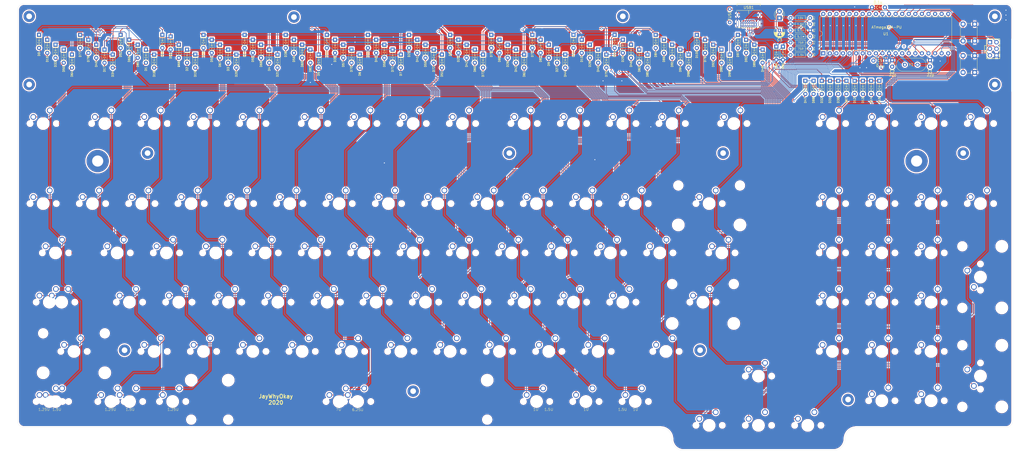
<source format=kicad_pcb>
(kicad_pcb (version 20171130) (host pcbnew "(5.1.6)-1")
  (layers (0 F.Cu signal) (31 B.Cu signal) (34 B.Paste user) (35 F.Paste user) (36 B.SilkS user) (37 F.SilkS user) (38 B.Mask user) (39 F.Mask user) (44 Edge.Cuts user))
  (net 0 "")
  (net 1 boot)
  (net 2 GND)
  (net 3 "Net-(C1-Pad1)")
  (net 4 "Net-(C2-Pad1)")
  (net 5 +5V)
  (net 6 "Net-(D0-Pad2)")
  (net 7 row0)
  (net 8 "Net-(D1-Pad2)")
  (net 9 "Net-(D2-Pad2)")
  (net 10 "Net-(D3-Pad2)")
  (net 11 "Net-(D4-Pad2)")
  (net 12 "Net-(D5-Pad2)")
  (net 13 "Net-(D6-Pad2)")
  (net 14 "Net-(D7-Pad2)")
  (net 15 "Net-(D8-Pad2)")
  (net 16 "Net-(D9-Pad2)")
  (net 17 "Net-(D10-Pad2)")
  (net 18 "Net-(D11-Pad2)")
  (net 19 "Net-(D12-Pad2)")
  (net 20 "Net-(D13-Pad2)")
  (net 21 "Net-(D14-Pad2)")
  (net 22 "Net-(D15-Pad2)")
  (net 23 row1)
  (net 24 "Net-(D16-Pad2)")
  (net 25 "Net-(D17-Pad2)")
  (net 26 "Net-(D18-Pad2)")
  (net 27 "Net-(D19-Pad2)")
  (net 28 "Net-(D20-Pad2)")
  (net 29 "Net-(D21-Pad2)")
  (net 30 "Net-(D22-Pad2)")
  (net 31 "Net-(D23-Pad2)")
  (net 32 "Net-(D24-Pad2)")
  (net 33 "Net-(D25-Pad2)")
  (net 34 "Net-(D26-Pad2)")
  (net 35 "Net-(D27-Pad2)")
  (net 36 "Net-(D28-Pad2)")
  (net 37 "Net-(D29-Pad2)")
  (net 38 "Net-(D30-Pad2)")
  (net 39 "Net-(D31-Pad2)")
  (net 40 "Net-(D32-Pad2)")
  (net 41 "Net-(D33-Pad2)")
  (net 42 row2)
  (net 43 "Net-(D34-Pad2)")
  (net 44 "Net-(D35-Pad2)")
  (net 45 "Net-(D36-Pad2)")
  (net 46 "Net-(D37-Pad2)")
  (net 47 "Net-(D38-Pad2)")
  (net 48 "Net-(D39-Pad2)")
  (net 49 "Net-(D40-Pad2)")
  (net 50 "Net-(D41-Pad2)")
  (net 51 "Net-(D42-Pad2)")
  (net 52 "Net-(D43-Pad2)")
  (net 53 "Net-(D44-Pad2)")
  (net 54 "Net-(D45-Pad2)")
  (net 55 "Net-(D46-Pad2)")
  (net 56 "Net-(D47-Pad2)")
  (net 57 "Net-(D48-Pad2)")
  (net 58 "Net-(D49-Pad2)")
  (net 59 row3)
  (net 60 "Net-(D50-Pad2)")
  (net 61 row5)
  (net 62 "Net-(D51-Pad2)")
  (net 63 "Net-(D52-Pad2)")
  (net 64 "Net-(D53-Pad2)")
  (net 65 "Net-(D54-Pad2)")
  (net 66 "Net-(D55-Pad2)")
  (net 67 "Net-(D56-Pad2)")
  (net 68 "Net-(D57-Pad2)")
  (net 69 "Net-(D58-Pad2)")
  (net 70 "Net-(D59-Pad2)")
  (net 71 "Net-(D60-Pad2)")
  (net 72 "Net-(D61-Pad2)")
  (net 73 "Net-(D62-Pad2)")
  (net 74 "Net-(D63-Pad2)")
  (net 75 "Net-(D64-Pad2)")
  (net 76 row4)
  (net 77 "Net-(D65-Pad2)")
  (net 78 "Net-(D66-Pad2)")
  (net 79 "Net-(D67-Pad2)")
  (net 80 "Net-(D68-Pad2)")
  (net 81 "Net-(D69-Pad2)")
  (net 82 "Net-(D70-Pad2)")
  (net 83 "Net-(D71-Pad2)")
  (net 84 "Net-(D72-Pad2)")
  (net 85 "Net-(D73-Pad2)")
  (net 86 "Net-(D74-Pad2)")
  (net 87 "Net-(D75-Pad2)")
  (net 88 "Net-(D76-Pad2)")
  (net 89 "Net-(D77-Pad2)")
  (net 90 "Net-(D78-Pad2)")
  (net 91 "Net-(D79-Pad2)")
  (net 92 "Net-(D80-Pad2)")
  (net 93 "Net-(D81-Pad2)")
  (net 94 "Net-(D82-Pad2)")
  (net 95 "Net-(D83-Pad2)")
  (net 96 "Net-(D84-Pad2)")
  (net 97 "Net-(D85-Pad2)")
  (net 98 "Net-(D86-Pad2)")
  (net 99 "Net-(D87-Pad2)")
  (net 100 "Net-(D88-Pad2)")
  (net 101 "Net-(D89-Pad2)")
  (net 102 "Net-(D90-Pad2)")
  (net 103 "Net-(D91-Pad2)")
  (net 104 "Net-(D92-Pad2)")
  (net 105 "Net-(D93-Pad2)")
  (net 106 "Net-(D94-Pad2)")
  (net 107 "Net-(D95-Pad1)")
  (net 108 "Net-(D96-Pad1)")
  (net 109 "Net-(D97-Pad2)")
  (net 110 "Net-(D98-Pad2)")
  (net 111 "Net-(D99-Pad2)")
  (net 112 "Net-(D100-Pad2)")
  (net 113 VCC)
  (net 114 reset)
  (net 115 MOSI)
  (net 116 SCK)
  (net 117 MISO)
  (net 118 "Net-(LED1-Pad1)")
  (net 119 "Net-(R1-Pad2)")
  (net 120 "Net-(R2-Pad1)")
  (net 121 D-)
  (net 122 D+)
  (net 123 col0)
  (net 124 col2)
  (net 125 col3)
  (net 126 col4)
  (net 127 col5)
  (net 128 col6)
  (net 129 col7)
  (net 130 col8)
  (net 131 col9)
  (net 132 col10)
  (net 133 col11)
  (net 134 col12)
  (net 135 col13)
  (net 136 col14)
  (net 137 col15)
  (net 138 col16)
  (net 139 col17)
  (net 140 col1)
  (net 141 "Net-(U1-Pad32)")
  (net 142 "Net-(U1-Pad23)")
  (net 143 "Net-(U1-Pad22)")
  (net 144 "Net-(USB1-PadB8)")
  (net 145 "Net-(USB1-PadA8)")
  (module MountingHole:MountingHole_4.3mm_M4_Pad (layer F.Cu) (at 51.8506 210.0834)
    (fp_text reference REF**)
    (fp_text value MountingHole_4.3mm_M4_Pad)
    (pad 1 thru_hole circle (at 0 0) (size 8.6 8.6) (drill 4.3) (layers *.Cu *.Mask))
  )
  (module MountingHole:MountingHole_4.3mm_M4_Pad (layer F.Cu) (at 368.0806 210.0834)
    (fp_text reference REF**)
    (fp_text value MountingHole_4.3mm_M4_Pad)
    (pad 1 thru_hole circle (at 0 0) (size 8.6 8.6) (drill 4.3) (layers *.Cu *.Mask))
  )
  (module cftkb:MountingHole_2.2mm_M2_Pad (layer F.Cu) (at 341.63 302.26)
    (fp_text reference REF**)
    (fp_text value MountingHole_2.2mm_M2_Pad)
    (pad 1 thru_hole circle (at 0 0) (size 4.4 4.4) (drill 2.2) (layers *.Cu *.Mask))
  )
  (module cftkb:MountingHole_2.2mm_M2_Pad (layer F.Cu) (at 62.23 283.21)
    (fp_text reference REF**)
    (fp_text value MountingHole_2.2mm_M2_Pad)
    (pad 1 thru_hole circle (at 0 0) (size 4.4 4.4) (drill 2.2) (layers *.Cu *.Mask))
  )
  (module cftkb:MountingHole_2.2mm_M2_Pad (layer F.Cu) (at 284.48 283.21)
    (fp_text reference REF**)
    (fp_text value MountingHole_2.2mm_M2_Pad)
    (pad 1 thru_hole circle (at 0 0) (size 4.4 4.4) (drill 2.2) (layers *.Cu *.Mask))
  )
  (module cftkb:MountingHole_2.2mm_M2_Pad (layer F.Cu) (at 386.08 207.01)
    (fp_text reference REF**)
    (fp_text value MountingHole_2.2mm_M2_Pad)
    (pad 1 thru_hole circle (at 0 0) (size 4.4 4.4) (drill 2.2) (layers *.Cu *.Mask))
  )
  (module cftkb:MountingHole_2.2mm_M2_Pad (layer F.Cu) (at 293.37 207.01)
    (fp_text reference REF**)
    (fp_text value MountingHole_2.2mm_M2_Pad)
    (pad 1 thru_hole circle (at 0 0) (size 4.4 4.4) (drill 2.2) (layers *.Cu *.Mask))
  )
  (module cftkb:MountingHole_2.2mm_M2_Pad (layer F.Cu) (at 210.82 207.01)
    (fp_text reference REF**)
    (fp_text value MountingHole_2.2mm_M2_Pad)
    (pad 1 thru_hole circle (at 0 0) (size 4.4 4.4) (drill 2.2) (layers *.Cu *.Mask))
  )
  (module cftkb:MountingHole_2.2mm_M2_Pad (layer F.Cu) (at 71.12 207.01)
    (fp_text reference REF**)
    (fp_text value MountingHole_2.2mm_M2_Pad)
    (pad 1 thru_hole circle (at 0 0) (size 4.4 4.4) (drill 2.2) (layers *.Cu *.Mask))
  )
  (module cftkb:MountingHole_2.2mm_M2_Pad (layer F.Cu) (at 127.635 154.421251)
    (fp_text reference REF**)
    (fp_text value MountingHole_2.2mm_M2_Pad)
    (pad 1 thru_hole circle (at 0 0) (size 4.4 4.4) (drill 2.2) (layers *.Cu *.Mask))
  )
  (module cftkb:MountingHole_2.2mm_M2_Pad (layer F.Cu) (at 254.635 154.14625)
    (fp_text reference REF**)
    (fp_text value MountingHole_2.2mm_M2_Pad)
    (pad 1 thru_hole circle (at 0 0) (size 4.4 4.4) (drill 2.2) (layers *.Cu *.Mask))
  )
  (module cftkb:SW_Cherry_MX1A_1.00u_PCB-NOSCREEN (layer F.Cu) (at 100.0125 240.50625)
    (fp_text reference SW38)
    (fp_text value KEYSW)
    (pad "" np_thru_hole circle (at 2.54 5.08) (size 1.7 1.7) (drill 1.7) (layers *.Cu *.Mask))
    (pad "" np_thru_hole circle (at -7.62 5.08) (size 1.7 1.7) (drill 1.7) (layers *.Cu *.Mask))
    (pad "" np_thru_hole circle (at -2.54 5.08) (size 4 4) (drill 4) (layers *.Cu *.Mask))
    (pad 2 thru_hole circle (at -6.35 2.54) (size 2.2 2.2) (drill 1.5) (layers *.Cu *.Mask) (net 45 "Net-(D36-Pad2)"))
    (pad 1 thru_hole circle (at 0 0) (size 2.2 2.2) (drill 1.5) (layers *.Cu *.Mask) (net 125 col3))
  )
  (module cftkb:SW_Cherry_MX1A_2.00u_PCBNOSCREEN (layer F.Cu) (at 290.5125 221.45625)
    (fp_text reference SW30)
    (fp_text value KEYSW)
    (pad 1 thru_hole circle (at 0 0) (size 2.2 2.2) (drill 1.5) (layers *.Cu *.Mask) (net 135 col13))
    (pad 2 thru_hole circle (at -6.35 2.54) (size 2.2 2.2) (drill 1.5) (layers *.Cu *.Mask) (net 37 "Net-(D29-Pad2)"))
    (pad "" np_thru_hole circle (at -2.54 5.08) (size 4 4) (drill 4) (layers *.Cu *.Mask))
    (pad "" np_thru_hole circle (at -7.62 5.08) (size 1.7 1.7) (drill 1.7) (layers *.Cu *.Mask))
    (pad "" np_thru_hole circle (at 2.54 5.08) (size 1.7 1.7) (drill 1.7) (layers *.Cu *.Mask))
    (pad "" np_thru_hole circle (at 9.36 13.32) (size 4 4) (drill 4) (layers *.Cu *.Mask))
    (pad "" np_thru_hole circle (at -14.44 13.32) (size 4 4) (drill 4) (layers *.Cu *.Mask))
    (pad "" np_thru_hole circle (at -14.44 -1.92) (size 3.05 3.05) (drill 3.05) (layers *.Cu *.Mask))
    (pad "" np_thru_hole circle (at 9.36 -1.92) (size 3.05 3.05) (drill 3.05) (layers *.Cu *.Mask))
  )
  (module cftkb:DIP-40_W15.24mm (layer F.Cu) (at 332.0415 168.43375 90)
    (fp_text reference U1 (at 7.52414 24.164738) (layer F.SilkS))
    (fp_text value ATmega32A-PU (at 10.06135 24.462204) (layer F.SilkS))
    (pad 40 thru_hole oval (at 15.24 0 90) (size 1.6 1.6) (drill 0.8) (layers *.Cu *.Mask) (net 123 col0))
    (pad 20 thru_hole oval (at 0 48.26 90) (size 1.6 1.6) (drill 0.8) (layers *.Cu *.Mask) (net 135 col13))
    (pad 39 thru_hole oval (at 15.24 2.54 90) (size 1.6 1.6) (drill 0.8) (layers *.Cu *.Mask) (net 124 col2))
    (pad 19 thru_hole oval (at 0 45.72 90) (size 1.6 1.6) (drill 0.8) (layers *.Cu *.Mask) (net 136 col14))
    (pad 38 thru_hole oval (at 15.24 5.08 90) (size 1.6 1.6) (drill 0.8) (layers *.Cu *.Mask) (net 126 col4))
    (pad 18 thru_hole oval (at 0 43.18 90) (size 1.6 1.6) (drill 0.8) (layers *.Cu *.Mask) (net 1 boot))
    (pad 37 thru_hole oval (at 15.24 7.62 90) (size 1.6 1.6) (drill 0.8) (layers *.Cu *.Mask) (net 128 col6))
    (pad 17 thru_hole oval (at 0 40.64 90) (size 1.6 1.6) (drill 0.8) (layers *.Cu *.Mask) (net 121 D-))
    (pad 36 thru_hole oval (at 15.24 10.16 90) (size 1.6 1.6) (drill 0.8) (layers *.Cu *.Mask) (net 130 col8))
    (pad 16 thru_hole oval (at 0 38.1 90) (size 1.6 1.6) (drill 0.8) (layers *.Cu *.Mask) (net 122 D+))
    (pad 35 thru_hole oval (at 15.24 12.7 90) (size 1.6 1.6) (drill 0.8) (layers *.Cu *.Mask) (net 132 col10))
    (pad 15 thru_hole oval (at 0 35.56 90) (size 1.6 1.6) (drill 0.8) (layers *.Cu *.Mask) (net 137 col15))
    (pad 34 thru_hole oval (at 15.24 15.24 90) (size 1.6 1.6) (drill 0.8) (layers *.Cu *.Mask) (net 133 col11))
    (pad 14 thru_hole oval (at 0 33.02 90) (size 1.6 1.6) (drill 0.8) (layers *.Cu *.Mask) (net 138 col16))
    (pad 33 thru_hole oval (at 15.24 17.78 90) (size 1.6 1.6) (drill 0.8) (layers *.Cu *.Mask) (net 134 col12))
    (pad 13 thru_hole oval (at 0 30.48 90) (size 1.6 1.6) (drill 0.8) (layers *.Cu *.Mask) (net 3 "Net-(C1-Pad1)"))
    (pad 32 thru_hole oval (at 15.24 20.32 90) (size 1.6 1.6) (drill 0.8) (layers *.Cu *.Mask) (net 141 "Net-(U1-Pad32)"))
    (pad 12 thru_hole oval (at 0 27.94 90) (size 1.6 1.6) (drill 0.8) (layers *.Cu *.Mask) (net 4 "Net-(C2-Pad1)"))
    (pad 31 thru_hole oval (at 15.24 22.86 90) (size 1.6 1.6) (drill 0.8) (layers *.Cu *.Mask) (net 2 GND))
    (pad 11 thru_hole oval (at 0 25.4 90) (size 1.6 1.6) (drill 0.8) (layers *.Cu *.Mask) (net 2 GND))
    (pad 30 thru_hole oval (at 15.24 25.4 90) (size 1.6 1.6) (drill 0.8) (layers *.Cu *.Mask) (net 5 +5V))
    (pad 10 thru_hole oval (at 0 22.86 90) (size 1.6 1.6) (drill 0.8) (layers *.Cu *.Mask) (net 5 +5V))
    (pad 29 thru_hole oval (at 15.24 27.94 90) (size 1.6 1.6) (drill 0.8) (layers *.Cu *.Mask) (net 42 row2))
    (pad 9 thru_hole oval (at 0 20.32 90) (size 1.6 1.6) (drill 0.8) (layers *.Cu *.Mask) (net 114 reset))
    (pad 28 thru_hole oval (at 15.24 30.48 90) (size 1.6 1.6) (drill 0.8) (layers *.Cu *.Mask) (net 76 row4))
    (pad 8 thru_hole oval (at 0 17.78 90) (size 1.6 1.6) (drill 0.8) (layers *.Cu *.Mask) (net 116 SCK))
    (pad 27 thru_hole oval (at 15.24 33.02 90) (size 1.6 1.6) (drill 0.8) (layers *.Cu *.Mask) (net 61 row5))
    (pad 7 thru_hole oval (at 0 15.24 90) (size 1.6 1.6) (drill 0.8) (layers *.Cu *.Mask) (net 117 MISO))
    (pad 26 thru_hole oval (at 15.24 35.56 90) (size 1.6 1.6) (drill 0.8) (layers *.Cu *.Mask) (net 59 row3))
    (pad 6 thru_hole oval (at 0 12.7 90) (size 1.6 1.6) (drill 0.8) (layers *.Cu *.Mask) (net 115 MOSI))
    (pad 25 thru_hole oval (at 15.24 38.1 90) (size 1.6 1.6) (drill 0.8) (layers *.Cu *.Mask) (net 23 row1))
    (pad 5 thru_hole oval (at 0 10.16 90) (size 1.6 1.6) (drill 0.8) (layers *.Cu *.Mask) (net 131 col9))
    (pad 24 thru_hole oval (at 15.24 40.64 90) (size 1.6 1.6) (drill 0.8) (layers *.Cu *.Mask) (net 7 row0))
    (pad 4 thru_hole oval (at 0 7.62 90) (size 1.6 1.6) (drill 0.8) (layers *.Cu *.Mask) (net 129 col7))
    (pad 23 thru_hole oval (at 15.24 43.18 90) (size 1.6 1.6) (drill 0.8) (layers *.Cu *.Mask) (net 142 "Net-(U1-Pad23)"))
    (pad 3 thru_hole oval (at 0 5.08 90) (size 1.6 1.6) (drill 0.8) (layers *.Cu *.Mask) (net 127 col5))
    (pad 22 thru_hole oval (at 15.24 45.72 90) (size 1.6 1.6) (drill 0.8) (layers *.Cu *.Mask) (net 143 "Net-(U1-Pad22)"))
    (pad 2 thru_hole oval (at 0 2.54 90) (size 1.6 1.6) (drill 0.8) (layers *.Cu *.Mask) (net 125 col3))
    (pad 21 thru_hole oval (at 15.24 48.26 90) (size 1.6 1.6) (drill 0.8) (layers *.Cu *.Mask) (net 139 col17))
    (pad 1 thru_hole rect (at 0 0 90) (size 1.6 1.6) (drill 0.8) (layers *.Cu *.Mask) (net 140 col1))
  )
  (module cftkb:SW_Cherry_MX1A_1.25u_PCBNOSCREEN (layer F.Cu) (at 261.977778 297.96362)
    (fp_text reference SW95)
    (fp_text value KEYSW)
    (pad 1 thru_hole circle (at 0 0) (size 2.2 2.2) (drill 1.5) (layers *.Cu *.Mask) (net 132 col10))
    (pad 2 thru_hole circle (at -6.35 2.54) (size 2.2 2.2) (drill 1.5) (layers *.Cu *.Mask) (net 94 "Net-(D82-Pad2)"))
    (pad "" np_thru_hole circle (at -2.54 5.08) (size 4 4) (drill 4) (layers *.Cu *.Mask))
    (pad "" np_thru_hole circle (at -7.62 5.08) (size 1.7 1.7) (drill 1.7) (layers *.Cu *.Mask))
    (pad "" np_thru_hole circle (at 2.54 5.08) (size 1.7 1.7) (drill 1.7) (layers *.Cu *.Mask))
  )
  (module cftkb:SW_Cherry_MX1A_1.25u_PCBNOSCREEN (layer F.Cu) (at 242.922456 297.97375)
    (fp_text reference SW94)
    (fp_text value KEYSW)
    (pad 1 thru_hole circle (at 0 0) (size 2.2 2.2) (drill 1.5) (layers *.Cu *.Mask) (net 131 col9))
    (pad 2 thru_hole circle (at -6.35 2.54) (size 2.2 2.2) (drill 1.5) (layers *.Cu *.Mask) (net 90 "Net-(D78-Pad2)"))
    (pad "" np_thru_hole circle (at -2.54 5.08) (size 4 4) (drill 4) (layers *.Cu *.Mask))
    (pad "" np_thru_hole circle (at -7.62 5.08) (size 1.7 1.7) (drill 1.7) (layers *.Cu *.Mask))
    (pad "" np_thru_hole circle (at 2.54 5.08) (size 1.7 1.7) (drill 1.7) (layers *.Cu *.Mask))
  )
  (module cftkb:SW_Cherry_MX1A_1.25u_PCBNOSCREEN (layer F.Cu) (at 223.867134 297.96362)
    (fp_text reference SW93)
    (fp_text value KEYSW)
    (pad 1 thru_hole circle (at 0 0) (size 2.2 2.2) (drill 1.5) (layers *.Cu *.Mask) (net 130 col8))
    (pad 2 thru_hole circle (at -6.35 2.54) (size 2.2 2.2) (drill 1.5) (layers *.Cu *.Mask) (net 62 "Net-(D51-Pad2)"))
    (pad "" np_thru_hole circle (at -2.54 5.08) (size 4 4) (drill 4) (layers *.Cu *.Mask))
    (pad "" np_thru_hole circle (at -7.62 5.08) (size 1.7 1.7) (drill 1.7) (layers *.Cu *.Mask))
    (pad "" np_thru_hole circle (at 2.54 5.08) (size 1.7 1.7) (drill 1.7) (layers *.Cu *.Mask))
  )
  (module cftkb:SW_Cherry_MX1A_1.25u_PCBNOSCREEN (layer F.Cu) (at 238.125 190.5)
    (fp_text reference SW9)
    (fp_text value KEYSW)
    (pad 1 thru_hole circle (at 0 0) (size 2.2 2.2) (drill 1.5) (layers *.Cu *.Mask) (net 132 col10))
    (pad 2 thru_hole circle (at -6.35 2.54) (size 2.2 2.2) (drill 1.5) (layers *.Cu *.Mask) (net 92 "Net-(D80-Pad2)"))
    (pad "" np_thru_hole circle (at -2.54 5.08) (size 4 4) (drill 4) (layers *.Cu *.Mask))
    (pad "" np_thru_hole circle (at -7.62 5.08) (size 1.7 1.7) (drill 1.7) (layers *.Cu *.Mask))
    (pad "" np_thru_hole circle (at 2.54 5.08) (size 1.7 1.7) (drill 1.7) (layers *.Cu *.Mask))
  )
  (module cftkb:D_DO-35_SOD27_P5.08mm_Horizontal (layer F.Cu) (at 29.21 160.02 270)
    (fp_text reference D0 (at 8.77 0 90) (layer F.SilkS) (effects (font (size 0.8 0.8))))
    (fp_text value D_Small)
    (pad 1 thru_hole rect (at 1.27 0 270) (size 1.6 1.6) (drill 0.8) (layers *.Cu *.Mask) (net 7 row0))
    (pad 2 thru_hole oval (at 6.35 0 270) (size 1.6 1.6) (drill 0.8) (layers *.Cu *.Mask) (net 6 "Net-(D0-Pad2)"))
  )
  (module cftkb:D_DO-35_SOD27_P5.08mm_Horizontal (layer F.Cu) (at 32.385 161.925 270)
    (fp_text reference D16 (at 8.77 0 90) (layer F.SilkS) (effects (font (size 0.8 0.8))))
    (fp_text value D_Small)
    (pad 1 thru_hole rect (at 1.27 0 270) (size 1.6 1.6) (drill 0.8) (layers *.Cu *.Mask) (net 23 row1))
    (pad 2 thru_hole oval (at 6.35 0 270) (size 1.6 1.6) (drill 0.8) (layers *.Cu *.Mask) (net 24 "Net-(D16-Pad2)"))
  )
  (module cftkb:MountingHole_2.2mm_M2_Pad (layer F.Cu) (at 25.4 180.49875)
    (fp_text reference REF**)
    (fp_text value MountingHole_2.2mm_M2_Pad)
    (pad 1 thru_hole circle (at 0 0) (size 4.4 4.4) (drill 2.2) (layers *.Cu *.Mask))
  )
  (module cftkb:MountingHole_2.2mm_M2_Pad (layer F.Cu) (at 25.4 154.14625)
    (fp_text reference REF**)
    (fp_text value MountingHole_2.2mm_M2_Pad)
    (pad 1 thru_hole circle (at 0 0) (size 4.4 4.4) (drill 2.2) (layers *.Cu *.Mask))
  )
  (module cftkb:MountingHole_2.2mm_M2_Pad (layer F.Cu) (at 398.30375 154.14625)
    (fp_text reference REF**)
    (fp_text value MountingHole_2.2mm_M2_Pad)
    (pad 1 thru_hole circle (at 0 0) (size 4.4 4.4) (drill 2.2) (layers *.Cu *.Mask))
  )
  (module cftkb:MountingHole_2.2mm_M2_Pad (layer F.Cu) (at 398.30375 180.49875)
    (fp_text reference REF**)
    (fp_text value MountingHole_2.2mm_M2_Pad)
    (pad 1 thru_hole circle (at 0 0) (size 4.4 4.4) (drill 2.2) (layers *.Cu *.Mask))
  )
  (module cftkb:SW_Cherry_MX1A_1.25u_PCBNOSCREEN (layer F.Cu) (at 35.7187 297.96362)
    (fp_text reference SW87)
    (fp_text value KEYSW)
    (pad "" np_thru_hole circle (at 2.54 5.08) (size 1.7 1.7) (drill 1.7) (layers *.Cu *.Mask))
    (pad "" np_thru_hole circle (at -7.62 5.08) (size 1.7 1.7) (drill 1.7) (layers *.Cu *.Mask))
    (pad "" np_thru_hole circle (at -2.54 5.08) (size 4 4) (drill 4) (layers *.Cu *.Mask))
    (pad 2 thru_hole circle (at -6.35 2.54) (size 2.2 2.2) (drill 1.5) (layers *.Cu *.Mask) (net 89 "Net-(D77-Pad2)"))
    (pad 1 thru_hole circle (at 0 0) (size 2.2 2.2) (drill 1.5) (layers *.Cu *.Mask) (net 123 col0))
  )
  (module MountingHole:MountingHole_2.2mm_M2_Pad (layer F.Cu) (at 173.669595 299.03811)
    (fp_text reference REF**)
    (fp_text value MountingHole_2.2mm_M2_Pad)
    (pad 1 thru_hole circle (at 0 0) (size 4.4 4.4) (drill 2.2) (layers *.Cu *.Mask))
  )
  (module cftkb:MX-7U-Stabilizer (layer F.Cu) (at 145.123823 303.06164)
    (fp_text reference ST72)
    (fp_text value 7U (at -0.262465 3.057094) (layer F.SilkS) (effects (font (thickness 0.1))))
    (pad "" np_thru_hole circle (at -57.15 6.985) (size 3.048 3.048) (drill 3.048) (layers *.Cu *.Mask))
    (pad "" np_thru_hole circle (at 57.15 6.985) (size 3.048 3.048) (drill 3.048) (layers *.Cu *.Mask))
    (pad "" np_thru_hole circle (at -57.15 -8.255) (size 3.9878 3.9878) (drill 3.9878) (layers *.Cu *.Mask))
    (pad "" np_thru_hole circle (at 57.15 -8.255) (size 3.9878 3.9878) (drill 3.9878) (layers *.Cu *.Mask))
  )
  (module cftkb:MX-6.25U-Stabilizer (layer F.Cu) (at 152.267573 303.06164)
    (fp_text reference REF**)
    (fp_text value 6.25U (at 0 3.177094) (layer F.SilkS) (effects (font (thickness 0.1))))
    (pad "" np_thru_hole circle (at 49.9999 -8.255) (size 3.9878 3.9878) (drill 3.9878) (layers *.Cu *.Mask))
    (pad "" np_thru_hole circle (at -49.9999 -8.255) (size 3.9878 3.9878) (drill 3.9878) (layers *.Cu *.Mask))
    (pad "" np_thru_hole circle (at 49.9999 6.985) (size 3.048 3.048) (drill 3.048) (layers *.Cu *.Mask))
    (pad "" np_thru_hole circle (at -49.9999 6.985) (size 3.048 3.048) (drill 3.048) (layers *.Cu *.Mask))
  )
  (module cftkb:SW_Cherry_MX1A_1.00u_PCB-NOSCREEN (layer F.Cu) (at 154.7815 297.97375)
    (fp_text reference SW92)
    (fp_text value KEYSW)
    (pad "" np_thru_hole circle (at 2.54 5.08) (size 1.7 1.7) (drill 1.7) (layers *.Cu *.Mask))
    (pad "" np_thru_hole circle (at -7.62 5.08) (size 1.7 1.7) (drill 1.7) (layers *.Cu *.Mask))
    (pad "" np_thru_hole circle (at -2.54 5.08) (size 4 4) (drill 4) (layers *.Cu *.Mask))
    (pad 2 thru_hole circle (at -6.35 2.54) (size 2.2 2.2) (drill 1.5) (layers *.Cu *.Mask) (net 95 "Net-(D83-Pad2)"))
    (pad 1 thru_hole circle (at 0 0) (size 2.2 2.2) (drill 1.5) (layers *.Cu *.Mask) (net 127 col5))
  )
  (module cftkb:SW_Cherry_MX1A_1.25u_PCBNOSCREEN (layer F.Cu) (at 83.3437 297.96362)
    (fp_text reference SW91)
    (fp_text value KEYSW)
    (pad "" np_thru_hole circle (at 2.54 5.08) (size 1.7 1.7) (drill 1.7) (layers *.Cu *.Mask))
    (pad "" np_thru_hole circle (at -7.62 5.08) (size 1.7 1.7) (drill 1.7) (layers *.Cu *.Mask))
    (pad "" np_thru_hole circle (at -2.54 5.08) (size 4 4) (drill 4) (layers *.Cu *.Mask))
    (pad 2 thru_hole circle (at -6.35 2.54) (size 2.2 2.2) (drill 1.5) (layers *.Cu *.Mask) (net 93 "Net-(D81-Pad2)"))
    (pad 1 thru_hole circle (at 0 0) (size 2.2 2.2) (drill 1.5) (layers *.Cu *.Mask) (net 124 col2))
  )
  (module cftkb:SW_Cherry_MX1A_1.25u_PCBNOSCREEN (layer F.Cu) (at 59.5313 297.97375)
    (fp_text reference SW88)
    (fp_text value KEYSW)
    (pad "" np_thru_hole circle (at 2.54 5.08) (size 1.7 1.7) (drill 1.7) (layers *.Cu *.Mask))
    (pad "" np_thru_hole circle (at -7.62 5.08) (size 1.7 1.7) (drill 1.7) (layers *.Cu *.Mask))
    (pad "" np_thru_hole circle (at -2.54 5.08) (size 4 4) (drill 4) (layers *.Cu *.Mask))
    (pad 2 thru_hole circle (at -6.35 2.54) (size 2.2 2.2) (drill 1.5) (layers *.Cu *.Mask) (net 91 "Net-(D79-Pad2)"))
    (pad 1 thru_hole circle (at 0 0) (size 2.2 2.2) (drill 1.5) (layers *.Cu *.Mask) (net 140 col1))
  )
  (module cftkb:SW_Cherry_MX1A_1.00u_PCB-NOSCREEN (layer F.Cu) (at 147.663823 297.98164)
    (fp_text reference SW102)
    (fp_text value KEYSW)
    (pad "" np_thru_hole circle (at 2.54 5.08) (size 1.7 1.7) (drill 1.7) (layers *.Cu *.Mask))
    (pad "" np_thru_hole circle (at -7.62 5.08) (size 1.7 1.7) (drill 1.7) (layers *.Cu *.Mask))
    (pad "" np_thru_hole circle (at -2.54 5.08) (size 4 4) (drill 4) (layers *.Cu *.Mask))
    (pad 2 thru_hole circle (at -6.35 2.54) (size 2.2 2.2) (drill 1.5) (layers *.Cu *.Mask) (net 95 "Net-(D83-Pad2)"))
    (pad 1 thru_hole circle (at 0 0) (size 2.2 2.2) (drill 1.5) (layers *.Cu *.Mask) (net 127 col5))
  )
  (module cftkb:SW_Cherry_MX1A_1.50u_PCBNOSCREEN (layer F.Cu) (at 66.699281 297.969819)
    (fp_text reference SW90)
    (fp_text value KEYSW)
    (pad 1 thru_hole circle (at 0 0) (size 2.2 2.2) (drill 1.5) (layers *.Cu *.Mask) (net 124 col2))
    (pad 2 thru_hole circle (at -6.35 2.54) (size 2.2 2.2) (drill 1.5) (layers *.Cu *.Mask) (net 93 "Net-(D81-Pad2)"))
    (pad "" np_thru_hole circle (at -2.54 5.08) (size 4 4) (drill 4) (layers *.Cu *.Mask))
    (pad "" np_thru_hole circle (at -7.62 5.08) (size 1.7 1.7) (drill 1.7) (layers *.Cu *.Mask))
    (pad "" np_thru_hole circle (at 2.54 5.08) (size 1.7 1.7) (drill 1.7) (layers *.Cu *.Mask))
  )
  (module cftkb:SW_Cherry_MX1A_1.50u_PCBNOSCREEN (layer F.Cu) (at 38.09995 297.96362)
    (fp_text reference SW86)
    (fp_text value KEYSW)
    (pad 1 thru_hole circle (at 0 0) (size 2.2 2.2) (drill 1.5) (layers *.Cu *.Mask) (net 123 col0))
    (pad 2 thru_hole circle (at -6.35 2.54) (size 2.2 2.2) (drill 1.5) (layers *.Cu *.Mask) (net 89 "Net-(D77-Pad2)"))
    (pad "" np_thru_hole circle (at -2.54 5.08) (size 4 4) (drill 4) (layers *.Cu *.Mask))
    (pad "" np_thru_hole circle (at -7.62 5.08) (size 1.7 1.7) (drill 1.7) (layers *.Cu *.Mask))
    (pad "" np_thru_hole circle (at 2.54 5.08) (size 1.7 1.7) (drill 1.7) (layers *.Cu *.Mask))
  )
  (module cftkb:SW_Cherry_MX1A_1.00u_PCB-NOSCREEN (layer F.Cu) (at 57.15 190.5)
    (fp_text reference SW103)
    (fp_text value KEYSW)
    (pad "" np_thru_hole circle (at 2.54 5.08) (size 1.7 1.7) (drill 1.7) (layers *.Cu *.Mask))
    (pad "" np_thru_hole circle (at -7.62 5.08) (size 1.7 1.7) (drill 1.7) (layers *.Cu *.Mask))
    (pad "" np_thru_hole circle (at -2.54 5.08) (size 4 4) (drill 4) (layers *.Cu *.Mask))
    (pad 2 thru_hole circle (at -6.35 2.54) (size 2.2 2.2) (drill 1.5) (layers *.Cu *.Mask) (net 58 "Net-(D49-Pad2)"))
    (pad 1 thru_hole circle (at 0 0) (size 2.2 2.2) (drill 1.5) (layers *.Cu *.Mask) (net 140 col1))
  )
  (module cftkb:SW_Cherry_MX1A_1.00u_PCB-NOSCREEN (layer F.Cu) (at 376.2375 297.65625)
    (fp_text reference SW100)
    (fp_text value KEYSW)
    (pad "" np_thru_hole circle (at 2.54 5.08) (size 1.7 1.7) (drill 1.7) (layers *.Cu *.Mask))
    (pad "" np_thru_hole circle (at -7.62 5.08) (size 1.7 1.7) (drill 1.7) (layers *.Cu *.Mask))
    (pad "" np_thru_hole circle (at -2.54 5.08) (size 4 4) (drill 4) (layers *.Cu *.Mask))
    (pad 2 thru_hole circle (at -6.35 2.54) (size 2.2 2.2) (drill 1.5) (layers *.Cu *.Mask) (net 110 "Net-(D98-Pad2)"))
    (pad 1 thru_hole circle (at 0 0) (size 2.2 2.2) (drill 1.5) (layers *.Cu *.Mask) (net 138 col16))
  )
  (module cftkb:SW_Cherry_MX1A_1.00u_PCB-NOSCREEN (layer F.Cu) (at 357.1875 297.65625)
    (fp_text reference SW99)
    (fp_text value KEYSW)
    (pad "" np_thru_hole circle (at 2.54 5.08) (size 1.7 1.7) (drill 1.7) (layers *.Cu *.Mask))
    (pad "" np_thru_hole circle (at -7.62 5.08) (size 1.7 1.7) (drill 1.7) (layers *.Cu *.Mask))
    (pad "" np_thru_hole circle (at -2.54 5.08) (size 4 4) (drill 4) (layers *.Cu *.Mask))
    (pad 2 thru_hole circle (at -6.35 2.54) (size 2.2 2.2) (drill 1.5) (layers *.Cu *.Mask) (net 106 "Net-(D94-Pad2)"))
    (pad 1 thru_hole circle (at 0 0) (size 2.2 2.2) (drill 1.5) (layers *.Cu *.Mask) (net 137 col15))
  )
  (module cftkb:SW_Cherry_MX1A_1.00u_PCB-NOSCREEN (layer F.Cu) (at 328.6125 307.18125)
    (fp_text reference SW98)
    (fp_text value KEYSW)
    (pad "" np_thru_hole circle (at 2.54 5.08) (size 1.7 1.7) (drill 1.7) (layers *.Cu *.Mask))
    (pad "" np_thru_hole circle (at -7.62 5.08) (size 1.7 1.7) (drill 1.7) (layers *.Cu *.Mask))
    (pad "" np_thru_hole circle (at -2.54 5.08) (size 4 4) (drill 4) (layers *.Cu *.Mask))
    (pad 2 thru_hole circle (at -6.35 2.54) (size 2.2 2.2) (drill 1.5) (layers *.Cu *.Mask) (net 103 "Net-(D91-Pad2)"))
    (pad 1 thru_hole circle (at 0 0) (size 2.2 2.2) (drill 1.5) (layers *.Cu *.Mask) (net 136 col14))
  )
  (module cftkb:SW_Cherry_MX1A_1.00u_PCB-NOSCREEN (layer F.Cu) (at 309.5625 307.18125)
    (fp_text reference SW97)
    (fp_text value KEYSW)
    (pad "" np_thru_hole circle (at 2.54 5.08) (size 1.7 1.7) (drill 1.7) (layers *.Cu *.Mask))
    (pad "" np_thru_hole circle (at -7.62 5.08) (size 1.7 1.7) (drill 1.7) (layers *.Cu *.Mask))
    (pad "" np_thru_hole circle (at -2.54 5.08) (size 4 4) (drill 4) (layers *.Cu *.Mask))
    (pad 2 thru_hole circle (at -6.35 2.54) (size 2.2 2.2) (drill 1.5) (layers *.Cu *.Mask) (net 98 "Net-(D86-Pad2)"))
    (pad 1 thru_hole circle (at 0 0) (size 2.2 2.2) (drill 1.5) (layers *.Cu *.Mask) (net 135 col13))
  )
  (module cftkb:SW_Cherry_MX1A_1.00u_PCB-NOSCREEN (layer F.Cu) (at 290.5125 307.18125)
    (fp_text reference SW96)
    (fp_text value KEYSW)
    (pad 1 thru_hole circle (at 0 0) (size 2.2 2.2) (drill 1.5) (layers *.Cu *.Mask) (net 134 col12))
    (pad 2 thru_hole circle (at -6.35 2.54) (size 2.2 2.2) (drill 1.5) (layers *.Cu *.Mask) (net 96 "Net-(D84-Pad2)"))
    (pad "" np_thru_hole circle (at -2.54 5.08) (size 4 4) (drill 4) (layers *.Cu *.Mask))
    (pad "" np_thru_hole circle (at -7.62 5.08) (size 1.7 1.7) (drill 1.7) (layers *.Cu *.Mask))
    (pad "" np_thru_hole circle (at 2.54 5.08) (size 1.7 1.7) (drill 1.7) (layers *.Cu *.Mask))
  )
  (module cftkb:SW_Cherry_MX1A_1.00u_PCB-NOSCREEN (layer F.Cu) (at 376.2375 278.60625)
    (fp_text reference SW85)
    (fp_text value KEYSW)
    (pad 1 thru_hole circle (at 0 0) (size 2.2 2.2) (drill 1.5) (layers *.Cu *.Mask) (net 138 col16))
    (pad 2 thru_hole circle (at -6.35 2.54) (size 2.2 2.2) (drill 1.5) (layers *.Cu *.Mask) (net 88 "Net-(D76-Pad2)"))
    (pad "" np_thru_hole circle (at -2.54 5.08) (size 4 4) (drill 4) (layers *.Cu *.Mask))
    (pad "" np_thru_hole circle (at -7.62 5.08) (size 1.7 1.7) (drill 1.7) (layers *.Cu *.Mask))
    (pad "" np_thru_hole circle (at 2.54 5.08) (size 1.7 1.7) (drill 1.7) (layers *.Cu *.Mask))
  )
  (module cftkb:SW_Cherry_MX1A_1.00u_PCB-NOSCREEN (layer F.Cu) (at 357.1875 278.60625)
    (fp_text reference SW84)
    (fp_text value KEYSW)
    (pad "" np_thru_hole circle (at 2.54 5.08) (size 1.7 1.7) (drill 1.7) (layers *.Cu *.Mask))
    (pad "" np_thru_hole circle (at -7.62 5.08) (size 1.7 1.7) (drill 1.7) (layers *.Cu *.Mask))
    (pad "" np_thru_hole circle (at -2.54 5.08) (size 4 4) (drill 4) (layers *.Cu *.Mask))
    (pad 2 thru_hole circle (at -6.35 2.54) (size 2.2 2.2) (drill 1.5) (layers *.Cu *.Mask) (net 105 "Net-(D93-Pad2)"))
    (pad 1 thru_hole circle (at 0 0) (size 2.2 2.2) (drill 1.5) (layers *.Cu *.Mask) (net 137 col15))
  )
  (module cftkb:SW_Cherry_MX1A_1.00u_PCB-NOSCREEN (layer F.Cu) (at 338.1375 278.60625)
    (fp_text reference SW83)
    (fp_text value KEYSW)
    (pad "" np_thru_hole circle (at 2.54 5.08) (size 1.7 1.7) (drill 1.7) (layers *.Cu *.Mask))
    (pad "" np_thru_hole circle (at -7.62 5.08) (size 1.7 1.7) (drill 1.7) (layers *.Cu *.Mask))
    (pad "" np_thru_hole circle (at -2.54 5.08) (size 4 4) (drill 4) (layers *.Cu *.Mask))
    (pad 2 thru_hole circle (at -6.35 2.54) (size 2.2 2.2) (drill 1.5) (layers *.Cu *.Mask) (net 102 "Net-(D90-Pad2)"))
    (pad 1 thru_hole circle (at 0 0) (size 2.2 2.2) (drill 1.5) (layers *.Cu *.Mask) (net 136 col14))
  )
  (module cftkb:SW_Cherry_MX1A_1.00u_PCB-NOSCREEN (layer F.Cu) (at 309.5625 288.13125)
    (fp_text reference SW82)
    (fp_text value KEYSW)
    (pad "" np_thru_hole circle (at 2.54 5.08) (size 1.7 1.7) (drill 1.7) (layers *.Cu *.Mask))
    (pad "" np_thru_hole circle (at -7.62 5.08) (size 1.7 1.7) (drill 1.7) (layers *.Cu *.Mask))
    (pad "" np_thru_hole circle (at -2.54 5.08) (size 4 4) (drill 4) (layers *.Cu *.Mask))
    (pad 2 thru_hole circle (at -6.35 2.54) (size 2.2 2.2) (drill 1.5) (layers *.Cu *.Mask) (net 97 "Net-(D85-Pad2)"))
    (pad 1 thru_hole circle (at 0 0) (size 2.2 2.2) (drill 1.5) (layers *.Cu *.Mask) (net 135 col13))
  )
  (module cftkb:SW_Cherry_MX1A_1.00u_PCB-NOSCREEN (layer F.Cu) (at 247.65 278.60625)
    (fp_text reference SW80)
    (fp_text value KEYSW)
    (pad "" np_thru_hole circle (at 2.54 5.08) (size 1.7 1.7) (drill 1.7) (layers *.Cu *.Mask))
    (pad "" np_thru_hole circle (at -7.62 5.08) (size 1.7 1.7) (drill 1.7) (layers *.Cu *.Mask))
    (pad "" np_thru_hole circle (at -2.54 5.08) (size 4 4) (drill 4) (layers *.Cu *.Mask))
    (pad 2 thru_hole circle (at -6.35 2.54) (size 2.2 2.2) (drill 1.5) (layers *.Cu *.Mask) (net 86 "Net-(D74-Pad2)"))
    (pad 1 thru_hole circle (at 0 0) (size 2.2 2.2) (drill 1.5) (layers *.Cu *.Mask) (net 132 col10))
  )
  (module cftkb:SW_Cherry_MX1A_1.00u_PCB-NOSCREEN (layer F.Cu) (at 228.6 278.60625)
    (fp_text reference SW79)
    (fp_text value KEYSW)
    (pad "" np_thru_hole circle (at 2.54 5.08) (size 1.7 1.7) (drill 1.7) (layers *.Cu *.Mask))
    (pad "" np_thru_hole circle (at -7.62 5.08) (size 1.7 1.7) (drill 1.7) (layers *.Cu *.Mask))
    (pad "" np_thru_hole circle (at -2.54 5.08) (size 4 4) (drill 4) (layers *.Cu *.Mask))
    (pad 2 thru_hole circle (at -6.35 2.54) (size 2.2 2.2) (drill 1.5) (layers *.Cu *.Mask) (net 85 "Net-(D73-Pad2)"))
    (pad 1 thru_hole circle (at 0 0) (size 2.2 2.2) (drill 1.5) (layers *.Cu *.Mask) (net 131 col9))
  )
  (module cftkb:SW_Cherry_MX1A_1.00u_PCB-NOSCREEN (layer F.Cu) (at 209.55 278.60625)
    (fp_text reference SW78)
    (fp_text value KEYSW)
    (pad "" np_thru_hole circle (at 2.54 5.08) (size 1.7 1.7) (drill 1.7) (layers *.Cu *.Mask))
    (pad "" np_thru_hole circle (at -7.62 5.08) (size 1.7 1.7) (drill 1.7) (layers *.Cu *.Mask))
    (pad "" np_thru_hole circle (at -2.54 5.08) (size 4 4) (drill 4) (layers *.Cu *.Mask))
    (pad 2 thru_hole circle (at -6.35 2.54) (size 2.2 2.2) (drill 1.5) (layers *.Cu *.Mask) (net 84 "Net-(D72-Pad2)"))
    (pad 1 thru_hole circle (at 0 0) (size 2.2 2.2) (drill 1.5) (layers *.Cu *.Mask) (net 130 col8))
  )
  (module cftkb:SW_Cherry_MX1A_1.00u_PCB-NOSCREEN (layer F.Cu) (at 190.5 278.60625)
    (fp_text reference SW77)
    (fp_text value KEYSW)
    (pad "" np_thru_hole circle (at 2.54 5.08) (size 1.7 1.7) (drill 1.7) (layers *.Cu *.Mask))
    (pad "" np_thru_hole circle (at -7.62 5.08) (size 1.7 1.7) (drill 1.7) (layers *.Cu *.Mask))
    (pad "" np_thru_hole circle (at -2.54 5.08) (size 4 4) (drill 4) (layers *.Cu *.Mask))
    (pad 2 thru_hole circle (at -6.35 2.54) (size 2.2 2.2) (drill 1.5) (layers *.Cu *.Mask) (net 83 "Net-(D71-Pad2)"))
    (pad 1 thru_hole circle (at 0 0) (size 2.2 2.2) (drill 1.5) (layers *.Cu *.Mask) (net 129 col7))
  )
  (module cftkb:SW_Cherry_MX1A_1.00u_PCB-NOSCREEN (layer F.Cu) (at 171.45 278.60625)
    (fp_text reference SW76)
    (fp_text value KEYSW)
    (pad "" np_thru_hole circle (at 2.54 5.08) (size 1.7 1.7) (drill 1.7) (layers *.Cu *.Mask))
    (pad "" np_thru_hole circle (at -7.62 5.08) (size 1.7 1.7) (drill 1.7) (layers *.Cu *.Mask))
    (pad "" np_thru_hole circle (at -2.54 5.08) (size 4 4) (drill 4) (layers *.Cu *.Mask))
    (pad 2 thru_hole circle (at -6.35 2.54) (size 2.2 2.2) (drill 1.5) (layers *.Cu *.Mask) (net 82 "Net-(D70-Pad2)"))
    (pad 1 thru_hole circle (at 0 0) (size 2.2 2.2) (drill 1.5) (layers *.Cu *.Mask) (net 128 col6))
  )
  (module cftkb:SW_Cherry_MX1A_1.00u_PCB-NOSCREEN (layer F.Cu) (at 152.4 278.60625)
    (fp_text reference SW75)
    (fp_text value KEYSW)
    (pad "" np_thru_hole circle (at 2.54 5.08) (size 1.7 1.7) (drill 1.7) (layers *.Cu *.Mask))
    (pad "" np_thru_hole circle (at -7.62 5.08) (size 1.7 1.7) (drill 1.7) (layers *.Cu *.Mask))
    (pad "" np_thru_hole circle (at -2.54 5.08) (size 4 4) (drill 4) (layers *.Cu *.Mask))
    (pad 2 thru_hole circle (at -6.35 2.54) (size 2.2 2.2) (drill 1.5) (layers *.Cu *.Mask) (net 81 "Net-(D69-Pad2)"))
    (pad 1 thru_hole circle (at 0 0) (size 2.2 2.2) (drill 1.5) (layers *.Cu *.Mask) (net 127 col5))
  )
  (module cftkb:SW_Cherry_MX1A_1.00u_PCB-NOSCREEN (layer F.Cu) (at 133.35 278.60625)
    (fp_text reference SW74)
    (fp_text value KEYSW)
    (pad "" np_thru_hole circle (at 2.54 5.08) (size 1.7 1.7) (drill 1.7) (layers *.Cu *.Mask))
    (pad "" np_thru_hole circle (at -7.62 5.08) (size 1.7 1.7) (drill 1.7) (layers *.Cu *.Mask))
    (pad "" np_thru_hole circle (at -2.54 5.08) (size 4 4) (drill 4) (layers *.Cu *.Mask))
    (pad 2 thru_hole circle (at -6.35 2.54) (size 2.2 2.2) (drill 1.5) (layers *.Cu *.Mask) (net 80 "Net-(D68-Pad2)"))
    (pad 1 thru_hole circle (at 0 0) (size 2.2 2.2) (drill 1.5) (layers *.Cu *.Mask) (net 126 col4))
  )
  (module cftkb:SW_Cherry_MX1A_1.00u_PCB-NOSCREEN (layer F.Cu) (at 114.3 278.60625)
    (fp_text reference SW73)
    (fp_text value KEYSW)
    (pad 1 thru_hole circle (at 0 0) (size 2.2 2.2) (drill 1.5) (layers *.Cu *.Mask) (net 125 col3))
    (pad 2 thru_hole circle (at -6.35 2.54) (size 2.2 2.2) (drill 1.5) (layers *.Cu *.Mask) (net 79 "Net-(D67-Pad2)"))
    (pad "" np_thru_hole circle (at -2.54 5.08) (size 4 4) (drill 4) (layers *.Cu *.Mask))
    (pad "" np_thru_hole circle (at -7.62 5.08) (size 1.7 1.7) (drill 1.7) (layers *.Cu *.Mask))
    (pad "" np_thru_hole circle (at 2.54 5.08) (size 1.7 1.7) (drill 1.7) (layers *.Cu *.Mask))
  )
  (module cftkb:SW_Cherry_MX1A_1.00u_PCB-NOSCREEN (layer F.Cu) (at 95.25 278.60625)
    (fp_text reference SW72)
    (fp_text value KEYSW)
    (pad "" np_thru_hole circle (at 2.54 5.08) (size 1.7 1.7) (drill 1.7) (layers *.Cu *.Mask))
    (pad "" np_thru_hole circle (at -7.62 5.08) (size 1.7 1.7) (drill 1.7) (layers *.Cu *.Mask))
    (pad "" np_thru_hole circle (at -2.54 5.08) (size 4 4) (drill 4) (layers *.Cu *.Mask))
    (pad 2 thru_hole circle (at -6.35 2.54) (size 2.2 2.2) (drill 1.5) (layers *.Cu *.Mask) (net 78 "Net-(D66-Pad2)"))
    (pad 1 thru_hole circle (at 0 0) (size 2.2 2.2) (drill 1.5) (layers *.Cu *.Mask) (net 124 col2))
  )
  (module cftkb:SW_Cherry_MX1A_1.00u_PCB-NOSCREEN (layer F.Cu) (at 76.2 278.60625)
    (fp_text reference SW71)
    (fp_text value KEYSW)
    (pad 1 thru_hole circle (at 0 0) (size 2.2 2.2) (drill 1.5) (layers *.Cu *.Mask) (net 140 col1))
    (pad 2 thru_hole circle (at -6.35 2.54) (size 2.2 2.2) (drill 1.5) (layers *.Cu *.Mask) (net 77 "Net-(D65-Pad2)"))
    (pad "" np_thru_hole circle (at -2.54 5.08) (size 4 4) (drill 4) (layers *.Cu *.Mask))
    (pad "" np_thru_hole circle (at -7.62 5.08) (size 1.7 1.7) (drill 1.7) (layers *.Cu *.Mask))
    (pad "" np_thru_hole circle (at 2.54 5.08) (size 1.7 1.7) (drill 1.7) (layers *.Cu *.Mask))
  )
  (module cftkb:SW_Cherry_MX1A_1.00u_PCB-NOSCREEN (layer F.Cu) (at 376.2375 259.55625)
    (fp_text reference SW68)
    (fp_text value KEYSW)
    (pad "" np_thru_hole circle (at 2.54 5.08) (size 1.7 1.7) (drill 1.7) (layers *.Cu *.Mask))
    (pad "" np_thru_hole circle (at -7.62 5.08) (size 1.7 1.7) (drill 1.7) (layers *.Cu *.Mask))
    (pad "" np_thru_hole circle (at -2.54 5.08) (size 4 4) (drill 4) (layers *.Cu *.Mask))
    (pad 2 thru_hole circle (at -6.35 2.54) (size 2.2 2.2) (drill 1.5) (layers *.Cu *.Mask) (net 109 "Net-(D97-Pad2)"))
    (pad 1 thru_hole circle (at 0 0) (size 2.2 2.2) (drill 1.5) (layers *.Cu *.Mask) (net 138 col16))
  )
  (module cftkb:SW_Cherry_MX1A_1.00u_PCB-NOSCREEN (layer F.Cu) (at 357.1875 259.55625)
    (fp_text reference SW67)
    (fp_text value KEYSW)
    (pad "" np_thru_hole circle (at 2.54 5.08) (size 1.7 1.7) (drill 1.7) (layers *.Cu *.Mask))
    (pad "" np_thru_hole circle (at -7.62 5.08) (size 1.7 1.7) (drill 1.7) (layers *.Cu *.Mask))
    (pad "" np_thru_hole circle (at -2.54 5.08) (size 4 4) (drill 4) (layers *.Cu *.Mask))
    (pad 2 thru_hole circle (at -6.35 2.54) (size 2.2 2.2) (drill 1.5) (layers *.Cu *.Mask) (net 104 "Net-(D92-Pad2)"))
    (pad 1 thru_hole circle (at 0 0) (size 2.2 2.2) (drill 1.5) (layers *.Cu *.Mask) (net 137 col15))
  )
  (module cftkb:SW_Cherry_MX1A_1.00u_PCB-NOSCREEN (layer F.Cu) (at 338.1375 259.55625)
    (fp_text reference SW66)
    (fp_text value KEYSW)
    (pad 1 thru_hole circle (at 0 0) (size 2.2 2.2) (drill 1.5) (layers *.Cu *.Mask) (net 136 col14))
    (pad 2 thru_hole circle (at -6.35 2.54) (size 2.2 2.2) (drill 1.5) (layers *.Cu *.Mask) (net 101 "Net-(D89-Pad2)"))
    (pad "" np_thru_hole circle (at -2.54 5.08) (size 4 4) (drill 4) (layers *.Cu *.Mask))
    (pad "" np_thru_hole circle (at -7.62 5.08) (size 1.7 1.7) (drill 1.7) (layers *.Cu *.Mask))
    (pad "" np_thru_hole circle (at 2.54 5.08) (size 1.7 1.7) (drill 1.7) (layers *.Cu *.Mask))
  )
  (module cftkb:SW_Cherry_MX1A_1.00u_PCB-NOSCREEN (layer F.Cu) (at 257.175 259.55625)
    (fp_text reference SW64)
    (fp_text value KEYSW)
    (pad 1 thru_hole circle (at 0 0) (size 2.2 2.2) (drill 1.5) (layers *.Cu *.Mask) (net 133 col11))
    (pad 2 thru_hole circle (at -6.35 2.54) (size 2.2 2.2) (drill 1.5) (layers *.Cu *.Mask) (net 73 "Net-(D62-Pad2)"))
    (pad "" np_thru_hole circle (at -2.54 5.08) (size 4 4) (drill 4) (layers *.Cu *.Mask))
    (pad "" np_thru_hole circle (at -7.62 5.08) (size 1.7 1.7) (drill 1.7) (layers *.Cu *.Mask))
    (pad "" np_thru_hole circle (at 2.54 5.08) (size 1.7 1.7) (drill 1.7) (layers *.Cu *.Mask))
  )
  (module cftkb:SW_Cherry_MX1A_1.00u_PCB-NOSCREEN (layer F.Cu) (at 238.125 259.55625)
    (fp_text reference SW63)
    (fp_text value KEYSW)
    (pad 1 thru_hole circle (at 0 0) (size 2.2 2.2) (drill 1.5) (layers *.Cu *.Mask) (net 132 col10))
    (pad 2 thru_hole circle (at -6.35 2.54) (size 2.2 2.2) (drill 1.5) (layers *.Cu *.Mask) (net 72 "Net-(D61-Pad2)"))
    (pad "" np_thru_hole circle (at -2.54 5.08) (size 4 4) (drill 4) (layers *.Cu *.Mask))
    (pad "" np_thru_hole circle (at -7.62 5.08) (size 1.7 1.7) (drill 1.7) (layers *.Cu *.Mask))
    (pad "" np_thru_hole circle (at 2.54 5.08) (size 1.7 1.7) (drill 1.7) (layers *.Cu *.Mask))
  )
  (module cftkb:SW_Cherry_MX1A_1.00u_PCB-NOSCREEN (layer F.Cu) (at 219.075 259.55625)
    (fp_text reference SW62)
    (fp_text value KEYSW)
    (pad "" np_thru_hole circle (at 2.54 5.08) (size 1.7 1.7) (drill 1.7) (layers *.Cu *.Mask))
    (pad "" np_thru_hole circle (at -7.62 5.08) (size 1.7 1.7) (drill 1.7) (layers *.Cu *.Mask))
    (pad "" np_thru_hole circle (at -2.54 5.08) (size 4 4) (drill 4) (layers *.Cu *.Mask))
    (pad 2 thru_hole circle (at -6.35 2.54) (size 2.2 2.2) (drill 1.5) (layers *.Cu *.Mask) (net 71 "Net-(D60-Pad2)"))
    (pad 1 thru_hole circle (at 0 0) (size 2.2 2.2) (drill 1.5) (layers *.Cu *.Mask) (net 131 col9))
  )
  (module cftkb:SW_Cherry_MX1A_1.00u_PCB-NOSCREEN (layer F.Cu) (at 200.025 259.55625)
    (fp_text reference SW61)
    (fp_text value KEYSW)
    (pad 1 thru_hole circle (at 0 0) (size 2.2 2.2) (drill 1.5) (layers *.Cu *.Mask) (net 130 col8))
    (pad 2 thru_hole circle (at -6.35 2.54) (size 2.2 2.2) (drill 1.5) (layers *.Cu *.Mask) (net 70 "Net-(D59-Pad2)"))
    (pad "" np_thru_hole circle (at -2.54 5.08) (size 4 4) (drill 4) (layers *.Cu *.Mask))
    (pad "" np_thru_hole circle (at -7.62 5.08) (size 1.7 1.7) (drill 1.7) (layers *.Cu *.Mask))
    (pad "" np_thru_hole circle (at 2.54 5.08) (size 1.7 1.7) (drill 1.7) (layers *.Cu *.Mask))
  )
  (module cftkb:SW_Cherry_MX1A_1.00u_PCB-NOSCREEN (layer F.Cu) (at 180.975 259.55625)
    (fp_text reference SW60)
    (fp_text value KEYSW)
    (pad 1 thru_hole circle (at 0 0) (size 2.2 2.2) (drill 1.5) (layers *.Cu *.Mask) (net 129 col7))
    (pad 2 thru_hole circle (at -6.35 2.54) (size 2.2 2.2) (drill 1.5) (layers *.Cu *.Mask) (net 69 "Net-(D58-Pad2)"))
    (pad "" np_thru_hole circle (at -2.54 5.08) (size 4 4) (drill 4) (layers *.Cu *.Mask))
    (pad "" np_thru_hole circle (at -7.62 5.08) (size 1.7 1.7) (drill 1.7) (layers *.Cu *.Mask))
    (pad "" np_thru_hole circle (at 2.54 5.08) (size 1.7 1.7) (drill 1.7) (layers *.Cu *.Mask))
  )
  (module cftkb:SW_Cherry_MX1A_1.00u_PCB-NOSCREEN (layer F.Cu) (at 161.925 259.55625)
    (fp_text reference SW59)
    (fp_text value KEYSW)
    (pad "" np_thru_hole circle (at 2.54 5.08) (size 1.7 1.7) (drill 1.7) (layers *.Cu *.Mask))
    (pad "" np_thru_hole circle (at -7.62 5.08) (size 1.7 1.7) (drill 1.7) (layers *.Cu *.Mask))
    (pad "" np_thru_hole circle (at -2.54 5.08) (size 4 4) (drill 4) (layers *.Cu *.Mask))
    (pad 2 thru_hole circle (at -6.35 2.54) (size 2.2 2.2) (drill 1.5) (layers *.Cu *.Mask) (net 68 "Net-(D57-Pad2)"))
    (pad 1 thru_hole circle (at 0 0) (size 2.2 2.2) (drill 1.5) (layers *.Cu *.Mask) (net 128 col6))
  )
  (module cftkb:SW_Cherry_MX1A_1.00u_PCB-NOSCREEN (layer F.Cu) (at 143.03375 259.55625)
    (fp_text reference SW58)
    (fp_text value KEYSW)
    (pad 1 thru_hole circle (at 0 0) (size 2.2 2.2) (drill 1.5) (layers *.Cu *.Mask) (net 127 col5))
    (pad 2 thru_hole circle (at -6.35 2.54) (size 2.2 2.2) (drill 1.5) (layers *.Cu *.Mask) (net 67 "Net-(D56-Pad2)"))
    (pad "" np_thru_hole circle (at -2.54 5.08) (size 4 4) (drill 4) (layers *.Cu *.Mask))
    (pad "" np_thru_hole circle (at -7.62 5.08) (size 1.7 1.7) (drill 1.7) (layers *.Cu *.Mask))
    (pad "" np_thru_hole circle (at 2.54 5.08) (size 1.7 1.7) (drill 1.7) (layers *.Cu *.Mask))
  )
  (module cftkb:SW_Cherry_MX1A_1.00u_PCB-NOSCREEN (layer F.Cu) (at 123.98375 259.55625)
    (fp_text reference SW57)
    (fp_text value KEYSW)
    (pad 1 thru_hole circle (at 0 0) (size 2.2 2.2) (drill 1.5) (layers *.Cu *.Mask) (net 126 col4))
    (pad 2 thru_hole circle (at -6.35 2.54) (size 2.2 2.2) (drill 1.5) (layers *.Cu *.Mask) (net 66 "Net-(D55-Pad2)"))
    (pad "" np_thru_hole circle (at -2.54 5.08) (size 4 4) (drill 4) (layers *.Cu *.Mask))
    (pad "" np_thru_hole circle (at -7.62 5.08) (size 1.7 1.7) (drill 1.7) (layers *.Cu *.Mask))
    (pad "" np_thru_hole circle (at 2.54 5.08) (size 1.7 1.7) (drill 1.7) (layers *.Cu *.Mask))
  )
  (module cftkb:SW_Cherry_MX1A_1.00u_PCB-NOSCREEN (layer F.Cu) (at 104.93375 259.55625)
    (fp_text reference SW56)
    (fp_text value KEYSW)
    (pad 1 thru_hole circle (at 0 0) (size 2.2 2.2) (drill 1.5) (layers *.Cu *.Mask) (net 125 col3))
    (pad 2 thru_hole circle (at -6.35 2.54) (size 2.2 2.2) (drill 1.5) (layers *.Cu *.Mask) (net 65 "Net-(D54-Pad2)"))
    (pad "" np_thru_hole circle (at -2.54 5.08) (size 4 4) (drill 4) (layers *.Cu *.Mask))
    (pad "" np_thru_hole circle (at -7.62 5.08) (size 1.7 1.7) (drill 1.7) (layers *.Cu *.Mask))
    (pad "" np_thru_hole circle (at 2.54 5.08) (size 1.7 1.7) (drill 1.7) (layers *.Cu *.Mask))
  )
  (module cftkb:SW_Cherry_MX1A_1.00u_PCB-NOSCREEN (layer F.Cu) (at 85.725 259.55625)
    (fp_text reference SW55)
    (fp_text value KEYSW)
    (pad 1 thru_hole circle (at 0 0) (size 2.2 2.2) (drill 1.5) (layers *.Cu *.Mask) (net 124 col2))
    (pad 2 thru_hole circle (at -6.35 2.54) (size 2.2 2.2) (drill 1.5) (layers *.Cu *.Mask) (net 64 "Net-(D53-Pad2)"))
    (pad "" np_thru_hole circle (at -2.54 5.08) (size 4 4) (drill 4) (layers *.Cu *.Mask))
    (pad "" np_thru_hole circle (at -7.62 5.08) (size 1.7 1.7) (drill 1.7) (layers *.Cu *.Mask))
    (pad "" np_thru_hole circle (at 2.54 5.08) (size 1.7 1.7) (drill 1.7) (layers *.Cu *.Mask))
  )
  (module cftkb:SW_Cherry_MX1A_1.00u_PCB-NOSCREEN (layer F.Cu) (at 66.675 259.55625)
    (fp_text reference SW54)
    (fp_text value KEYSW)
    (pad 1 thru_hole circle (at 0 0) (size 2.2 2.2) (drill 1.5) (layers *.Cu *.Mask) (net 140 col1))
    (pad 2 thru_hole circle (at -6.35 2.54) (size 2.2 2.2) (drill 1.5) (layers *.Cu *.Mask) (net 63 "Net-(D52-Pad2)"))
    (pad "" np_thru_hole circle (at -2.54 5.08) (size 4 4) (drill 4) (layers *.Cu *.Mask))
    (pad "" np_thru_hole circle (at -7.62 5.08) (size 1.7 1.7) (drill 1.7) (layers *.Cu *.Mask))
    (pad "" np_thru_hole circle (at 2.54 5.08) (size 1.7 1.7) (drill 1.7) (layers *.Cu *.Mask))
  )
  (module cftkb:SW_Cherry_MX1A_1.00u_PCB-NOSCREEN (layer F.Cu) (at 376.2375 240.50625)
    (fp_text reference SW51)
    (fp_text value KEYSW)
    (pad "" np_thru_hole circle (at 2.54 5.08) (size 1.7 1.7) (drill 1.7) (layers *.Cu *.Mask))
    (pad "" np_thru_hole circle (at -7.62 5.08) (size 1.7 1.7) (drill 1.7) (layers *.Cu *.Mask))
    (pad "" np_thru_hole circle (at -2.54 5.08) (size 4 4) (drill 4) (layers *.Cu *.Mask))
    (pad 2 thru_hole circle (at -6.35 2.54) (size 2.2 2.2) (drill 1.5) (layers *.Cu *.Mask) (net 57 "Net-(D48-Pad2)"))
    (pad 1 thru_hole circle (at 0 0) (size 2.2 2.2) (drill 1.5) (layers *.Cu *.Mask) (net 138 col16))
  )
  (module cftkb:SW_Cherry_MX1A_1.00u_PCB-NOSCREEN (layer F.Cu) (at 357.1875 240.50625)
    (fp_text reference SW50)
    (fp_text value KEYSW)
    (pad 1 thru_hole circle (at 0 0) (size 2.2 2.2) (drill 1.5) (layers *.Cu *.Mask) (net 137 col15))
    (pad 2 thru_hole circle (at -6.35 2.54) (size 2.2 2.2) (drill 1.5) (layers *.Cu *.Mask) (net 56 "Net-(D47-Pad2)"))
    (pad "" np_thru_hole circle (at -2.54 5.08) (size 4 4) (drill 4) (layers *.Cu *.Mask))
    (pad "" np_thru_hole circle (at -7.62 5.08) (size 1.7 1.7) (drill 1.7) (layers *.Cu *.Mask))
    (pad "" np_thru_hole circle (at 2.54 5.08) (size 1.7 1.7) (drill 1.7) (layers *.Cu *.Mask))
  )
  (module cftkb:SW_Cherry_MX1A_1.00u_PCB-NOSCREEN (layer F.Cu) (at 338.1375 240.50625)
    (fp_text reference SW49)
    (fp_text value KEYSW)
    (pad 1 thru_hole circle (at 0 0) (size 2.2 2.2) (drill 1.5) (layers *.Cu *.Mask) (net 136 col14))
    (pad 2 thru_hole circle (at -6.35 2.54) (size 2.2 2.2) (drill 1.5) (layers *.Cu *.Mask) (net 100 "Net-(D88-Pad2)"))
    (pad "" np_thru_hole circle (at -2.54 5.08) (size 4 4) (drill 4) (layers *.Cu *.Mask))
    (pad "" np_thru_hole circle (at -7.62 5.08) (size 1.7 1.7) (drill 1.7) (layers *.Cu *.Mask))
    (pad "" np_thru_hole circle (at 2.54 5.08) (size 1.7 1.7) (drill 1.7) (layers *.Cu *.Mask))
  )
  (module cftkb:SW_Cherry_MX1A_1.00u_PCB-NOSCREEN (layer F.Cu) (at 271.4625 240.50625)
    (fp_text reference SW47)
    (fp_text value KEYSW)
    (pad 1 thru_hole circle (at 0 0) (size 2.2 2.2) (drill 1.5) (layers *.Cu *.Mask) (net 134 col12))
    (pad 2 thru_hole circle (at -6.35 2.54) (size 2.2 2.2) (drill 1.5) (layers *.Cu *.Mask) (net 54 "Net-(D45-Pad2)"))
    (pad "" np_thru_hole circle (at -2.54 5.08) (size 4 4) (drill 4) (layers *.Cu *.Mask))
    (pad "" np_thru_hole circle (at -7.62 5.08) (size 1.7 1.7) (drill 1.7) (layers *.Cu *.Mask))
    (pad "" np_thru_hole circle (at 2.54 5.08) (size 1.7 1.7) (drill 1.7) (layers *.Cu *.Mask))
  )
  (module cftkb:SW_Cherry_MX1A_1.00u_PCB-NOSCREEN (layer F.Cu) (at 252.4125 240.50625)
    (fp_text reference SW46)
    (fp_text value KEYSW)
    (pad 1 thru_hole circle (at 0 0) (size 2.2 2.2) (drill 1.5) (layers *.Cu *.Mask) (net 133 col11))
    (pad 2 thru_hole circle (at -6.35 2.54) (size 2.2 2.2) (drill 1.5) (layers *.Cu *.Mask) (net 53 "Net-(D44-Pad2)"))
    (pad "" np_thru_hole circle (at -2.54 5.08) (size 4 4) (drill 4) (layers *.Cu *.Mask))
    (pad "" np_thru_hole circle (at -7.62 5.08) (size 1.7 1.7) (drill 1.7) (layers *.Cu *.Mask))
    (pad "" np_thru_hole circle (at 2.54 5.08) (size 1.7 1.7) (drill 1.7) (layers *.Cu *.Mask))
  )
  (module cftkb:SW_Cherry_MX1A_1.00u_PCB-NOSCREEN (layer F.Cu) (at 233.3625 240.50625)
    (fp_text reference SW45)
    (fp_text value KEYSW)
    (pad 1 thru_hole circle (at 0 0) (size 2.2 2.2) (drill 1.5) (layers *.Cu *.Mask) (net 132 col10))
    (pad 2 thru_hole circle (at -6.35 2.54) (size 2.2 2.2) (drill 1.5) (layers *.Cu *.Mask) (net 52 "Net-(D43-Pad2)"))
    (pad "" np_thru_hole circle (at -2.54 5.08) (size 4 4) (drill 4) (layers *.Cu *.Mask))
    (pad "" np_thru_hole circle (at -7.62 5.08) (size 1.7 1.7) (drill 1.7) (layers *.Cu *.Mask))
    (pad "" np_thru_hole circle (at 2.54 5.08) (size 1.7 1.7) (drill 1.7) (layers *.Cu *.Mask))
  )
  (module cftkb:SW_Cherry_MX1A_1.00u_PCB-NOSCREEN (layer F.Cu) (at 214.3125 240.50625)
    (fp_text reference SW44)
    (fp_text value KEYSW)
    (pad 1 thru_hole circle (at 0 0) (size 2.2 2.2) (drill 1.5) (layers *.Cu *.Mask) (net 131 col9))
    (pad 2 thru_hole circle (at -6.35 2.54) (size 2.2 2.2) (drill 1.5) (layers *.Cu *.Mask) (net 51 "Net-(D42-Pad2)"))
    (pad "" np_thru_hole circle (at -2.54 5.08) (size 4 4) (drill 4) (layers *.Cu *.Mask))
    (pad "" np_thru_hole circle (at -7.62 5.08) (size 1.7 1.7) (drill 1.7) (layers *.Cu *.Mask))
    (pad "" np_thru_hole circle (at 2.54 5.08) (size 1.7 1.7) (drill 1.7) (layers *.Cu *.Mask))
  )
  (module cftkb:SW_Cherry_MX1A_1.00u_PCB-NOSCREEN (layer F.Cu) (at 195.2625 240.50625)
    (fp_text reference SW43)
    (fp_text value KEYSW)
    (pad 1 thru_hole circle (at 0 0) (size 2.2 2.2) (drill 1.5) (layers *.Cu *.Mask) (net 130 col8))
    (pad 2 thru_hole circle (at -6.35 2.54) (size 2.2 2.2) (drill 1.5) (layers *.Cu *.Mask) (net 50 "Net-(D41-Pad2)"))
    (pad "" np_thru_hole circle (at -2.54 5.08) (size 4 4) (drill 4) (layers *.Cu *.Mask))
    (pad "" np_thru_hole circle (at -7.62 5.08) (size 1.7 1.7) (drill 1.7) (layers *.Cu *.Mask))
    (pad "" np_thru_hole circle (at 2.54 5.08) (size 1.7 1.7) (drill 1.7) (layers *.Cu *.Mask))
  )
  (module cftkb:SW_Cherry_MX1A_1.00u_PCB-NOSCREEN (layer F.Cu) (at 176.2125 240.50625)
    (fp_text reference SW42)
    (fp_text value KEYSW)
    (pad "" np_thru_hole circle (at 2.54 5.08) (size 1.7 1.7) (drill 1.7) (layers *.Cu *.Mask))
    (pad "" np_thru_hole circle (at -7.62 5.08) (size 1.7 1.7) (drill 1.7) (layers *.Cu *.Mask))
    (pad "" np_thru_hole circle (at -2.54 5.08) (size 4 4) (drill 4) (layers *.Cu *.Mask))
    (pad 2 thru_hole circle (at -6.35 2.54) (size 2.2 2.2) (drill 1.5) (layers *.Cu *.Mask) (net 49 "Net-(D40-Pad2)"))
    (pad 1 thru_hole circle (at 0 0) (size 2.2 2.2) (drill 1.5) (layers *.Cu *.Mask) (net 129 col7))
  )
  (module cftkb:SW_Cherry_MX1A_1.00u_PCB-NOSCREEN (layer F.Cu) (at 157.1625 240.50625)
    (fp_text reference SW41)
    (fp_text value KEYSW)
    (pad 1 thru_hole circle (at 0 0) (size 2.2 2.2) (drill 1.5) (layers *.Cu *.Mask) (net 128 col6))
    (pad 2 thru_hole circle (at -6.35 2.54) (size 2.2 2.2) (drill 1.5) (layers *.Cu *.Mask) (net 48 "Net-(D39-Pad2)"))
    (pad "" np_thru_hole circle (at -2.54 5.08) (size 4 4) (drill 4) (layers *.Cu *.Mask))
    (pad "" np_thru_hole circle (at -7.62 5.08) (size 1.7 1.7) (drill 1.7) (layers *.Cu *.Mask))
    (pad "" np_thru_hole circle (at 2.54 5.08) (size 1.7 1.7) (drill 1.7) (layers *.Cu *.Mask))
  )
  (module cftkb:SW_Cherry_MX1A_1.00u_PCB-NOSCREEN (layer F.Cu) (at 138.1125 240.50625)
    (fp_text reference SW40)
    (fp_text value KEYSW)
    (pad "" np_thru_hole circle (at 2.54 5.08) (size 1.7 1.7) (drill 1.7) (layers *.Cu *.Mask))
    (pad "" np_thru_hole circle (at -7.62 5.08) (size 1.7 1.7) (drill 1.7) (layers *.Cu *.Mask))
    (pad "" np_thru_hole circle (at -2.54 5.08) (size 4 4) (drill 4) (layers *.Cu *.Mask))
    (pad 2 thru_hole circle (at -6.35 2.54) (size 2.2 2.2) (drill 1.5) (layers *.Cu *.Mask) (net 47 "Net-(D38-Pad2)"))
    (pad 1 thru_hole circle (at 0 0) (size 2.2 2.2) (drill 1.5) (layers *.Cu *.Mask) (net 127 col5))
  )
  (module cftkb:SW_Cherry_MX1A_1.00u_PCB-NOSCREEN (layer F.Cu) (at 119.0625 240.50625)
    (fp_text reference SW39)
    (fp_text value KEYSW)
    (pad "" np_thru_hole circle (at 2.54 5.08) (size 1.7 1.7) (drill 1.7) (layers *.Cu *.Mask))
    (pad "" np_thru_hole circle (at -7.62 5.08) (size 1.7 1.7) (drill 1.7) (layers *.Cu *.Mask))
    (pad "" np_thru_hole circle (at -2.54 5.08) (size 4 4) (drill 4) (layers *.Cu *.Mask))
    (pad 2 thru_hole circle (at -6.35 2.54) (size 2.2 2.2) (drill 1.5) (layers *.Cu *.Mask) (net 46 "Net-(D37-Pad2)"))
    (pad 1 thru_hole circle (at 0 0) (size 2.2 2.2) (drill 1.5) (layers *.Cu *.Mask) (net 126 col4))
  )
  (module cftkb:SW_Cherry_MX1A_1.00u_PCB-NOSCREEN (layer F.Cu) (at 80.9625 240.50625)
    (fp_text reference SW37)
    (fp_text value KEYSW)
    (pad 1 thru_hole circle (at 0 0) (size 2.2 2.2) (drill 1.5) (layers *.Cu *.Mask) (net 124 col2))
    (pad 2 thru_hole circle (at -6.35 2.54) (size 2.2 2.2) (drill 1.5) (layers *.Cu *.Mask) (net 44 "Net-(D35-Pad2)"))
    (pad "" np_thru_hole circle (at -2.54 5.08) (size 4 4) (drill 4) (layers *.Cu *.Mask))
    (pad "" np_thru_hole circle (at -7.62 5.08) (size 1.7 1.7) (drill 1.7) (layers *.Cu *.Mask))
    (pad "" np_thru_hole circle (at 2.54 5.08) (size 1.7 1.7) (drill 1.7) (layers *.Cu *.Mask))
  )
  (module cftkb:SW_Cherry_MX1A_1.00u_PCB-NOSCREEN (layer F.Cu) (at 61.9125 240.50625)
    (fp_text reference SW36)
    (fp_text value KEYSW)
    (pad "" np_thru_hole circle (at 2.54 5.08) (size 1.7 1.7) (drill 1.7) (layers *.Cu *.Mask))
    (pad "" np_thru_hole circle (at -7.62 5.08) (size 1.7 1.7) (drill 1.7) (layers *.Cu *.Mask))
    (pad "" np_thru_hole circle (at -2.54 5.08) (size 4 4) (drill 4) (layers *.Cu *.Mask))
    (pad 2 thru_hole circle (at -6.35 2.54) (size 2.2 2.2) (drill 1.5) (layers *.Cu *.Mask) (net 43 "Net-(D34-Pad2)"))
    (pad 1 thru_hole circle (at 0 0) (size 2.2 2.2) (drill 1.5) (layers *.Cu *.Mask) (net 140 col1))
  )
  (module cftkb:SW_Cherry_MX1A_1.00u_PCB-NOSCREEN (layer F.Cu) (at 395.2875 221.45625)
    (fp_text reference SW34)
    (fp_text value KEYSW)
    (pad 1 thru_hole circle (at 0 0) (size 2.2 2.2) (drill 1.5) (layers *.Cu *.Mask) (net 139 col17))
    (pad 2 thru_hole circle (at -6.35 2.54) (size 2.2 2.2) (drill 1.5) (layers *.Cu *.Mask) (net 40 "Net-(D32-Pad2)"))
    (pad "" np_thru_hole circle (at -2.54 5.08) (size 4 4) (drill 4) (layers *.Cu *.Mask))
    (pad "" np_thru_hole circle (at -7.62 5.08) (size 1.7 1.7) (drill 1.7) (layers *.Cu *.Mask))
    (pad "" np_thru_hole circle (at 2.54 5.08) (size 1.7 1.7) (drill 1.7) (layers *.Cu *.Mask))
  )
  (module cftkb:SW_Cherry_MX1A_1.00u_PCB-NOSCREEN (layer F.Cu) (at 376.2375 221.45625)
    (fp_text reference SW33)
    (fp_text value KEYSW)
    (pad "" np_thru_hole circle (at 2.54 5.08) (size 1.7 1.7) (drill 1.7) (layers *.Cu *.Mask))
    (pad "" np_thru_hole circle (at -7.62 5.08) (size 1.7 1.7) (drill 1.7) (layers *.Cu *.Mask))
    (pad "" np_thru_hole circle (at -2.54 5.08) (size 4 4) (drill 4) (layers *.Cu *.Mask))
    (pad 2 thru_hole circle (at -6.35 2.54) (size 2.2 2.2) (drill 1.5) (layers *.Cu *.Mask) (net 39 "Net-(D31-Pad2)"))
    (pad 1 thru_hole circle (at 0 0) (size 2.2 2.2) (drill 1.5) (layers *.Cu *.Mask) (net 138 col16))
  )
  (module cftkb:SW_Cherry_MX1A_1.00u_PCB-NOSCREEN (layer F.Cu) (at 357.1875 221.45625)
    (fp_text reference SW32)
    (fp_text value KEYSW)
    (pad 1 thru_hole circle (at 0 0) (size 2.2 2.2) (drill 1.5) (layers *.Cu *.Mask) (net 137 col15))
    (pad 2 thru_hole circle (at -6.35 2.54) (size 2.2 2.2) (drill 1.5) (layers *.Cu *.Mask) (net 38 "Net-(D30-Pad2)"))
    (pad "" np_thru_hole circle (at -2.54 5.08) (size 4 4) (drill 4) (layers *.Cu *.Mask))
    (pad "" np_thru_hole circle (at -7.62 5.08) (size 1.7 1.7) (drill 1.7) (layers *.Cu *.Mask))
    (pad "" np_thru_hole circle (at 2.54 5.08) (size 1.7 1.7) (drill 1.7) (layers *.Cu *.Mask))
  )
  (module cftkb:SW_Cherry_MX1A_1.00u_PCB-NOSCREEN (layer F.Cu) (at 338.1375 221.45625)
    (fp_text reference SW31)
    (fp_text value KEYSW)
    (pad "" np_thru_hole circle (at 2.54 5.08) (size 1.7 1.7) (drill 1.7) (layers *.Cu *.Mask))
    (pad "" np_thru_hole circle (at -7.62 5.08) (size 1.7 1.7) (drill 1.7) (layers *.Cu *.Mask))
    (pad "" np_thru_hole circle (at -2.54 5.08) (size 4 4) (drill 4) (layers *.Cu *.Mask))
    (pad 2 thru_hole circle (at -6.35 2.54) (size 2.2 2.2) (drill 1.5) (layers *.Cu *.Mask) (net 99 "Net-(D87-Pad2)"))
    (pad 1 thru_hole circle (at 0 0) (size 2.2 2.2) (drill 1.5) (layers *.Cu *.Mask) (net 136 col14))
  )
  (module cftkb:SW_Cherry_MX1A_1.00u_PCB-NOSCREEN (layer F.Cu) (at 261.9375 221.45625)
    (fp_text reference SW29)
    (fp_text value KEYSW)
    (pad "" np_thru_hole circle (at 2.54 5.08) (size 1.7 1.7) (drill 1.7) (layers *.Cu *.Mask))
    (pad "" np_thru_hole circle (at -7.62 5.08) (size 1.7 1.7) (drill 1.7) (layers *.Cu *.Mask))
    (pad "" np_thru_hole circle (at -2.54 5.08) (size 4 4) (drill 4) (layers *.Cu *.Mask))
    (pad 2 thru_hole circle (at -6.35 2.54) (size 2.2 2.2) (drill 1.5) (layers *.Cu *.Mask) (net 36 "Net-(D28-Pad2)"))
    (pad 1 thru_hole circle (at 0 0) (size 2.2 2.2) (drill 1.5) (layers *.Cu *.Mask) (net 134 col12))
  )
  (module cftkb:SW_Cherry_MX1A_1.00u_PCB-NOSCREEN (layer F.Cu) (at 242.8875 221.45625)
    (fp_text reference SW28)
    (fp_text value KEYSW)
    (pad "" np_thru_hole circle (at 2.54 5.08) (size 1.7 1.7) (drill 1.7) (layers *.Cu *.Mask))
    (pad "" np_thru_hole circle (at -7.62 5.08) (size 1.7 1.7) (drill 1.7) (layers *.Cu *.Mask))
    (pad "" np_thru_hole circle (at -2.54 5.08) (size 4 4) (drill 4) (layers *.Cu *.Mask))
    (pad 2 thru_hole circle (at -6.35 2.54) (size 2.2 2.2) (drill 1.5) (layers *.Cu *.Mask) (net 35 "Net-(D27-Pad2)"))
    (pad 1 thru_hole circle (at 0 0) (size 2.2 2.2) (drill 1.5) (layers *.Cu *.Mask) (net 133 col11))
  )
  (module cftkb:SW_Cherry_MX1A_1.00u_PCB-NOSCREEN (layer F.Cu) (at 223.8375 221.45625)
    (fp_text reference SW27)
    (fp_text value KEYSW)
    (pad 1 thru_hole circle (at 0 0) (size 2.2 2.2) (drill 1.5) (layers *.Cu *.Mask) (net 132 col10))
    (pad 2 thru_hole circle (at -6.35 2.54) (size 2.2 2.2) (drill 1.5) (layers *.Cu *.Mask) (net 34 "Net-(D26-Pad2)"))
    (pad "" np_thru_hole circle (at -2.54 5.08) (size 4 4) (drill 4) (layers *.Cu *.Mask))
    (pad "" np_thru_hole circle (at -7.62 5.08) (size 1.7 1.7) (drill 1.7) (layers *.Cu *.Mask))
    (pad "" np_thru_hole circle (at 2.54 5.08) (size 1.7 1.7) (drill 1.7) (layers *.Cu *.Mask))
  )
  (module cftkb:SW_Cherry_MX1A_1.00u_PCB-NOSCREEN (layer F.Cu) (at 204.7875 221.45625)
    (fp_text reference SW26)
    (fp_text value KEYSW)
    (pad 1 thru_hole circle (at 0 0) (size 2.2 2.2) (drill 1.5) (layers *.Cu *.Mask) (net 131 col9))
    (pad 2 thru_hole circle (at -6.35 2.54) (size 2.2 2.2) (drill 1.5) (layers *.Cu *.Mask) (net 33 "Net-(D25-Pad2)"))
    (pad "" np_thru_hole circle (at -2.54 5.08) (size 4 4) (drill 4) (layers *.Cu *.Mask))
    (pad "" np_thru_hole circle (at -7.62 5.08) (size 1.7 1.7) (drill 1.7) (layers *.Cu *.Mask))
    (pad "" np_thru_hole circle (at 2.54 5.08) (size 1.7 1.7) (drill 1.7) (layers *.Cu *.Mask))
  )
  (module cftkb:SW_Cherry_MX1A_1.00u_PCB-NOSCREEN (layer F.Cu) (at 185.7375 221.45625)
    (fp_text reference SW25)
    (fp_text value KEYSW)
    (pad "" np_thru_hole circle (at 2.54 5.08) (size 1.7 1.7) (drill 1.7) (layers *.Cu *.Mask))
    (pad "" np_thru_hole circle (at -7.62 5.08) (size 1.7 1.7) (drill 1.7) (layers *.Cu *.Mask))
    (pad "" np_thru_hole circle (at -2.54 5.08) (size 4 4) (drill 4) (layers *.Cu *.Mask))
    (pad 2 thru_hole circle (at -6.35 2.54) (size 2.2 2.2) (drill 1.5) (layers *.Cu *.Mask) (net 32 "Net-(D24-Pad2)"))
    (pad 1 thru_hole circle (at 0 0) (size 2.2 2.2) (drill 1.5) (layers *.Cu *.Mask) (net 130 col8))
  )
  (module cftkb:SW_Cherry_MX1A_1.00u_PCB-NOSCREEN (layer F.Cu) (at 166.6875 221.45625)
    (fp_text reference SW24)
    (fp_text value KEYSW)
    (pad "" np_thru_hole circle (at 2.54 5.08) (size 1.7 1.7) (drill 1.7) (layers *.Cu *.Mask))
    (pad "" np_thru_hole circle (at -7.62 5.08) (size 1.7 1.7) (drill 1.7) (layers *.Cu *.Mask))
    (pad "" np_thru_hole circle (at -2.54 5.08) (size 4 4) (drill 4) (layers *.Cu *.Mask))
    (pad 2 thru_hole circle (at -6.35 2.54) (size 2.2 2.2) (drill 1.5) (layers *.Cu *.Mask) (net 31 "Net-(D23-Pad2)"))
    (pad 1 thru_hole circle (at 0 0) (size 2.2 2.2) (drill 1.5) (layers *.Cu *.Mask) (net 129 col7))
  )
  (module cftkb:SW_Cherry_MX1A_1.00u_PCB-NOSCREEN (layer F.Cu) (at 147.6375 221.45625)
    (fp_text reference SW23)
    (fp_text value KEYSW)
    (pad 1 thru_hole circle (at 0 0) (size 2.2 2.2) (drill 1.5) (layers *.Cu *.Mask) (net 128 col6))
    (pad 2 thru_hole circle (at -6.35 2.54) (size 2.2 2.2) (drill 1.5) (layers *.Cu *.Mask) (net 30 "Net-(D22-Pad2)"))
    (pad "" np_thru_hole circle (at -2.54 5.08) (size 4 4) (drill 4) (layers *.Cu *.Mask))
    (pad "" np_thru_hole circle (at -7.62 5.08) (size 1.7 1.7) (drill 1.7) (layers *.Cu *.Mask))
    (pad "" np_thru_hole circle (at 2.54 5.08) (size 1.7 1.7) (drill 1.7) (layers *.Cu *.Mask))
  )
  (module cftkb:SW_Cherry_MX1A_1.00u_PCB-NOSCREEN (layer F.Cu) (at 128.5875 221.45625)
    (fp_text reference SW22)
    (fp_text value KEYSW)
    (pad 1 thru_hole circle (at 0 0) (size 2.2 2.2) (drill 1.5) (layers *.Cu *.Mask) (net 127 col5))
    (pad 2 thru_hole circle (at -6.35 2.54) (size 2.2 2.2) (drill 1.5) (layers *.Cu *.Mask) (net 29 "Net-(D21-Pad2)"))
    (pad "" np_thru_hole circle (at -2.54 5.08) (size 4 4) (drill 4) (layers *.Cu *.Mask))
    (pad "" np_thru_hole circle (at -7.62 5.08) (size 1.7 1.7) (drill 1.7) (layers *.Cu *.Mask))
    (pad "" np_thru_hole circle (at 2.54 5.08) (size 1.7 1.7) (drill 1.7) (layers *.Cu *.Mask))
  )
  (module cftkb:SW_Cherry_MX1A_1.00u_PCB-NOSCREEN (layer F.Cu) (at 109.5375 221.45625)
    (fp_text reference SW21)
    (fp_text value KEYSW)
    (pad 1 thru_hole circle (at 0 0) (size 2.2 2.2) (drill 1.5) (layers *.Cu *.Mask) (net 126 col4))
    (pad 2 thru_hole circle (at -6.35 2.54) (size 2.2 2.2) (drill 1.5) (layers *.Cu *.Mask) (net 28 "Net-(D20-Pad2)"))
    (pad "" np_thru_hole circle (at -2.54 5.08) (size 4 4) (drill 4) (layers *.Cu *.Mask))
    (pad "" np_thru_hole circle (at -7.62 5.08) (size 1.7 1.7) (drill 1.7) (layers *.Cu *.Mask))
    (pad "" np_thru_hole circle (at 2.54 5.08) (size 1.7 1.7) (drill 1.7) (layers *.Cu *.Mask))
  )
  (module cftkb:SW_Cherry_MX1A_1.00u_PCB-NOSCREEN (layer F.Cu) (at 90.4875 221.45625)
    (fp_text reference SW20)
    (fp_text value KEYSW)
    (pad 1 thru_hole circle (at 0 0) (size 2.2 2.2) (drill 1.5) (layers *.Cu *.Mask) (net 125 col3))
    (pad 2 thru_hole circle (at -6.35 2.54) (size 2.2 2.2) (drill 1.5) (layers *.Cu *.Mask) (net 27 "Net-(D19-Pad2)"))
    (pad "" np_thru_hole circle (at -2.54 5.08) (size 4 4) (drill 4) (layers *.Cu *.Mask))
    (pad "" np_thru_hole circle (at -7.62 5.08) (size 1.7 1.7) (drill 1.7) (layers *.Cu *.Mask))
    (pad "" np_thru_hole circle (at 2.54 5.08) (size 1.7 1.7) (drill 1.7) (layers *.Cu *.Mask))
  )
  (module cftkb:SW_Cherry_MX1A_1.00u_PCB-NOSCREEN (layer F.Cu) (at 71.4375 221.45625)
    (fp_text reference SW19)
    (fp_text value KEYSW)
    (pad "" np_thru_hole circle (at 2.54 5.08) (size 1.7 1.7) (drill 1.7) (layers *.Cu *.Mask))
    (pad "" np_thru_hole circle (at -7.62 5.08) (size 1.7 1.7) (drill 1.7) (layers *.Cu *.Mask))
    (pad "" np_thru_hole circle (at -2.54 5.08) (size 4 4) (drill 4) (layers *.Cu *.Mask))
    (pad 2 thru_hole circle (at -6.35 2.54) (size 2.2 2.2) (drill 1.5) (layers *.Cu *.Mask) (net 26 "Net-(D18-Pad2)"))
    (pad 1 thru_hole circle (at 0 0) (size 2.2 2.2) (drill 1.5) (layers *.Cu *.Mask) (net 124 col2))
  )
  (module cftkb:SW_Cherry_MX1A_1.00u_PCB-NOSCREEN (layer F.Cu) (at 52.3875 221.45625)
    (fp_text reference SW18)
    (fp_text value KEYSW)
    (pad "" np_thru_hole circle (at 2.54 5.08) (size 1.7 1.7) (drill 1.7) (layers *.Cu *.Mask))
    (pad "" np_thru_hole circle (at -7.62 5.08) (size 1.7 1.7) (drill 1.7) (layers *.Cu *.Mask))
    (pad "" np_thru_hole circle (at -2.54 5.08) (size 4 4) (drill 4) (layers *.Cu *.Mask))
    (pad 2 thru_hole circle (at -6.35 2.54) (size 2.2 2.2) (drill 1.5) (layers *.Cu *.Mask) (net 25 "Net-(D17-Pad2)"))
    (pad 1 thru_hole circle (at 0 0) (size 2.2 2.2) (drill 1.5) (layers *.Cu *.Mask) (net 140 col1))
  )
  (module cftkb:SW_Cherry_MX1A_1.00u_PCB-NOSCREEN (layer F.Cu) (at 33.3375 221.45625)
    (fp_text reference SW17)
    (fp_text value KEYSW)
    (pad "" np_thru_hole circle (at 2.54 5.08) (size 1.7 1.7) (drill 1.7) (layers *.Cu *.Mask))
    (pad "" np_thru_hole circle (at -7.62 5.08) (size 1.7 1.7) (drill 1.7) (layers *.Cu *.Mask))
    (pad "" np_thru_hole circle (at -2.54 5.08) (size 4 4) (drill 4) (layers *.Cu *.Mask))
    (pad 2 thru_hole circle (at -6.35 2.54) (size 2.2 2.2) (drill 1.5) (layers *.Cu *.Mask) (net 24 "Net-(D16-Pad2)"))
    (pad 1 thru_hole circle (at 0 0) (size 2.2 2.2) (drill 1.5) (layers *.Cu *.Mask) (net 123 col0))
  )
  (module cftkb:SW_Cherry_MX1A_1.00u_PCB-NOSCREEN (layer F.Cu) (at 395.2875 190.5)
    (fp_text reference SW16)
    (fp_text value KEYSW)
    (pad "" np_thru_hole circle (at 2.54 5.08) (size 1.7 1.7) (drill 1.7) (layers *.Cu *.Mask))
    (pad "" np_thru_hole circle (at -7.62 5.08) (size 1.7 1.7) (drill 1.7) (layers *.Cu *.Mask))
    (pad "" np_thru_hole circle (at -2.54 5.08) (size 4 4) (drill 4) (layers *.Cu *.Mask))
    (pad 2 thru_hole circle (at -6.35 2.54) (size 2.2 2.2) (drill 1.5) (layers *.Cu *.Mask) (net 22 "Net-(D15-Pad2)"))
    (pad 1 thru_hole circle (at 0 0) (size 2.2 2.2) (drill 1.5) (layers *.Cu *.Mask) (net 139 col17))
  )
  (module cftkb:SW_Cherry_MX1A_1.00u_PCB-NOSCREEN (layer F.Cu) (at 376.2375 190.5)
    (fp_text reference SW15)
    (fp_text value KEYSW)
    (pad "" np_thru_hole circle (at 2.54 5.08) (size 1.7 1.7) (drill 1.7) (layers *.Cu *.Mask))
    (pad "" np_thru_hole circle (at -7.62 5.08) (size 1.7 1.7) (drill 1.7) (layers *.Cu *.Mask))
    (pad "" np_thru_hole circle (at -2.54 5.08) (size 4 4) (drill 4) (layers *.Cu *.Mask))
    (pad 2 thru_hole circle (at -6.35 2.54) (size 2.2 2.2) (drill 1.5) (layers *.Cu *.Mask) (net 21 "Net-(D14-Pad2)"))
    (pad 1 thru_hole circle (at 0 0) (size 2.2 2.2) (drill 1.5) (layers *.Cu *.Mask) (net 138 col16))
  )
  (module cftkb:SW_Cherry_MX1A_1.00u_PCB-NOSCREEN (layer F.Cu) (at 357.1875 190.5)
    (fp_text reference SW14)
    (fp_text value KEYSW)
    (pad 1 thru_hole circle (at 0 0) (size 2.2 2.2) (drill 1.5) (layers *.Cu *.Mask) (net 137 col15))
    (pad 2 thru_hole circle (at -6.35 2.54) (size 2.2 2.2) (drill 1.5) (layers *.Cu *.Mask) (net 20 "Net-(D13-Pad2)"))
    (pad "" np_thru_hole circle (at -2.54 5.08) (size 4 4) (drill 4) (layers *.Cu *.Mask))
    (pad "" np_thru_hole circle (at -7.62 5.08) (size 1.7 1.7) (drill 1.7) (layers *.Cu *.Mask))
    (pad "" np_thru_hole circle (at 2.54 5.08) (size 1.7 1.7) (drill 1.7) (layers *.Cu *.Mask))
  )
  (module cftkb:SW_Cherry_MX1A_1.00u_PCB-NOSCREEN (layer F.Cu) (at 338.1375 190.5)
    (fp_text reference SW13)
    (fp_text value KEYSW)
    (pad "" np_thru_hole circle (at 2.54 5.08) (size 1.7 1.7) (drill 1.7) (layers *.Cu *.Mask))
    (pad "" np_thru_hole circle (at -7.62 5.08) (size 1.7 1.7) (drill 1.7) (layers *.Cu *.Mask))
    (pad "" np_thru_hole circle (at -2.54 5.08) (size 4 4) (drill 4) (layers *.Cu *.Mask))
    (pad 2 thru_hole circle (at -6.35 2.54) (size 2.2 2.2) (drill 1.5) (layers *.Cu *.Mask) (net 19 "Net-(D12-Pad2)"))
    (pad 1 thru_hole circle (at 0 0) (size 2.2 2.2) (drill 1.5) (layers *.Cu *.Mask) (net 136 col14))
  )
  (module cftkb:SW_Cherry_MX1A_1.00u_PCB-NOSCREEN (layer F.Cu) (at 300.0375 190.5)
    (fp_text reference SW12)
    (fp_text value KEYSW)
    (pad 1 thru_hole circle (at 0 0) (size 2.2 2.2) (drill 1.5) (layers *.Cu *.Mask) (net 135 col13))
    (pad 2 thru_hole circle (at -6.35 2.54) (size 2.2 2.2) (drill 1.5) (layers *.Cu *.Mask) (net 18 "Net-(D11-Pad2)"))
    (pad "" np_thru_hole circle (at -2.54 5.08) (size 4 4) (drill 4) (layers *.Cu *.Mask))
    (pad "" np_thru_hole circle (at -7.62 5.08) (size 1.7 1.7) (drill 1.7) (layers *.Cu *.Mask))
    (pad "" np_thru_hole circle (at 2.54 5.08) (size 1.7 1.7) (drill 1.7) (layers *.Cu *.Mask))
  )
  (module cftkb:SW_Cherry_MX1A_1.00u_PCB-NOSCREEN (layer F.Cu) (at 276.225 190.5)
    (fp_text reference SW11)
    (fp_text value KEYSW)
    (pad 1 thru_hole circle (at 0 0) (size 2.2 2.2) (drill 1.5) (layers *.Cu *.Mask) (net 134 col12))
    (pad 2 thru_hole circle (at -6.35 2.54) (size 2.2 2.2) (drill 1.5) (layers *.Cu *.Mask) (net 17 "Net-(D10-Pad2)"))
    (pad "" np_thru_hole circle (at -2.54 5.08) (size 4 4) (drill 4) (layers *.Cu *.Mask))
    (pad "" np_thru_hole circle (at -7.62 5.08) (size 1.7 1.7) (drill 1.7) (layers *.Cu *.Mask))
    (pad "" np_thru_hole circle (at 2.54 5.08) (size 1.7 1.7) (drill 1.7) (layers *.Cu *.Mask))
  )
  (module cftkb:SW_Cherry_MX1A_1.00u_PCB-NOSCREEN (layer F.Cu) (at 257.175 190.5)
    (fp_text reference SW10)
    (fp_text value KEYSW)
    (pad 1 thru_hole circle (at 0 0) (size 2.2 2.2) (drill 1.5) (layers *.Cu *.Mask) (net 133 col11))
    (pad 2 thru_hole circle (at -6.35 2.54) (size 2.2 2.2) (drill 1.5) (layers *.Cu *.Mask) (net 16 "Net-(D9-Pad2)"))
    (pad "" np_thru_hole circle (at -2.54 5.08) (size 4 4) (drill 4) (layers *.Cu *.Mask))
    (pad "" np_thru_hole circle (at -7.62 5.08) (size 1.7 1.7) (drill 1.7) (layers *.Cu *.Mask))
    (pad "" np_thru_hole circle (at 2.54 5.08) (size 1.7 1.7) (drill 1.7) (layers *.Cu *.Mask))
  )
  (module cftkb:SW_Cherry_MX1A_1.00u_PCB-NOSCREEN (layer F.Cu) (at 219.075 190.5)
    (fp_text reference SW8)
    (fp_text value KEYSW)
    (pad "" np_thru_hole circle (at 2.54 5.08) (size 1.7 1.7) (drill 1.7) (layers *.Cu *.Mask))
    (pad "" np_thru_hole circle (at -7.62 5.08) (size 1.7 1.7) (drill 1.7) (layers *.Cu *.Mask))
    (pad "" np_thru_hole circle (at -2.54 5.08) (size 4 4) (drill 4) (layers *.Cu *.Mask))
    (pad 2 thru_hole circle (at -6.35 2.54) (size 2.2 2.2) (drill 1.5) (layers *.Cu *.Mask) (net 15 "Net-(D8-Pad2)"))
    (pad 1 thru_hole circle (at 0 0) (size 2.2 2.2) (drill 1.5) (layers *.Cu *.Mask) (net 131 col9))
  )
  (module cftkb:SW_Cherry_MX1A_1.00u_PCB-NOSCREEN (layer F.Cu) (at 195.2625 190.5)
    (fp_text reference SW7)
    (fp_text value KEYSW)
    (pad "" np_thru_hole circle (at 2.54 5.08) (size 1.7 1.7) (drill 1.7) (layers *.Cu *.Mask))
    (pad "" np_thru_hole circle (at -7.62 5.08) (size 1.7 1.7) (drill 1.7) (layers *.Cu *.Mask))
    (pad "" np_thru_hole circle (at -2.54 5.08) (size 4 4) (drill 4) (layers *.Cu *.Mask))
    (pad 2 thru_hole circle (at -6.35 2.54) (size 2.2 2.2) (drill 1.5) (layers *.Cu *.Mask) (net 14 "Net-(D7-Pad2)"))
    (pad 1 thru_hole circle (at 0 0) (size 2.2 2.2) (drill 1.5) (layers *.Cu *.Mask) (net 130 col8))
  )
  (module cftkb:SW_Cherry_MX1A_1.00u_PCB-NOSCREEN (layer F.Cu) (at 176.2125 190.5)
    (fp_text reference SW6)
    (fp_text value KEYSW)
    (pad 1 thru_hole circle (at 0 0) (size 2.2 2.2) (drill 1.5) (layers *.Cu *.Mask) (net 129 col7))
    (pad 2 thru_hole circle (at -6.35 2.54) (size 2.2 2.2) (drill 1.5) (layers *.Cu *.Mask) (net 13 "Net-(D6-Pad2)"))
    (pad "" np_thru_hole circle (at -2.54 5.08) (size 4 4) (drill 4) (layers *.Cu *.Mask))
    (pad "" np_thru_hole circle (at -7.62 5.08) (size 1.7 1.7) (drill 1.7) (layers *.Cu *.Mask))
    (pad "" np_thru_hole circle (at 2.54 5.08) (size 1.7 1.7) (drill 1.7) (layers *.Cu *.Mask))
  )
  (module cftkb:SW_Cherry_MX1A_1.00u_PCB-NOSCREEN (layer F.Cu) (at 157.1625 190.5)
    (fp_text reference SW5)
    (fp_text value KEYSW)
    (pad 1 thru_hole circle (at 0 0) (size 2.2 2.2) (drill 1.5) (layers *.Cu *.Mask) (net 128 col6))
    (pad 2 thru_hole circle (at -6.35 2.54) (size 2.2 2.2) (drill 1.5) (layers *.Cu *.Mask) (net 12 "Net-(D5-Pad2)"))
    (pad "" np_thru_hole circle (at -2.54 5.08) (size 4 4) (drill 4) (layers *.Cu *.Mask))
    (pad "" np_thru_hole circle (at -7.62 5.08) (size 1.7 1.7) (drill 1.7) (layers *.Cu *.Mask))
    (pad "" np_thru_hole circle (at 2.54 5.08) (size 1.7 1.7) (drill 1.7) (layers *.Cu *.Mask))
  )
  (module cftkb:SW_Cherry_MX1A_1.00u_PCB-NOSCREEN (layer F.Cu) (at 138.1125 190.5)
    (fp_text reference SW4)
    (fp_text value KEYSW)
    (pad "" np_thru_hole circle (at 2.54 5.08) (size 1.7 1.7) (drill 1.7) (layers *.Cu *.Mask))
    (pad "" np_thru_hole circle (at -7.62 5.08) (size 1.7 1.7) (drill 1.7) (layers *.Cu *.Mask))
    (pad "" np_thru_hole circle (at -2.54 5.08) (size 4 4) (drill 4) (layers *.Cu *.Mask))
    (pad 2 thru_hole circle (at -6.35 2.54) (size 2.2 2.2) (drill 1.5) (layers *.Cu *.Mask) (net 11 "Net-(D4-Pad2)"))
    (pad 1 thru_hole circle (at 0 0) (size 2.2 2.2) (drill 1.5) (layers *.Cu *.Mask) (net 127 col5))
  )
  (module cftkb:SW_Cherry_MX1A_1.00u_PCB-NOSCREEN (layer F.Cu) (at 114.3 190.5)
    (fp_text reference SW3)
    (fp_text value KEYSW)
    (pad 1 thru_hole circle (at 0 0) (size 2.2 2.2) (drill 1.5) (layers *.Cu *.Mask) (net 126 col4))
    (pad 2 thru_hole circle (at -6.35 2.54) (size 2.2 2.2) (drill 1.5) (layers *.Cu *.Mask) (net 10 "Net-(D3-Pad2)"))
    (pad "" np_thru_hole circle (at -2.54 5.08) (size 4 4) (drill 4) (layers *.Cu *.Mask))
    (pad "" np_thru_hole circle (at -7.62 5.08) (size 1.7 1.7) (drill 1.7) (layers *.Cu *.Mask))
    (pad "" np_thru_hole circle (at 2.54 5.08) (size 1.7 1.7) (drill 1.7) (layers *.Cu *.Mask))
  )
  (module cftkb:SW_Cherry_MX1A_1.00u_PCB-NOSCREEN (layer F.Cu) (at 95.25 190.5)
    (fp_text reference SW2)
    (fp_text value KEYSW)
    (pad "" np_thru_hole circle (at 2.54 5.08) (size 1.7 1.7) (drill 1.7) (layers *.Cu *.Mask))
    (pad "" np_thru_hole circle (at -7.62 5.08) (size 1.7 1.7) (drill 1.7) (layers *.Cu *.Mask))
    (pad "" np_thru_hole circle (at -2.54 5.08) (size 4 4) (drill 4) (layers *.Cu *.Mask))
    (pad 2 thru_hole circle (at -6.35 2.54) (size 2.2 2.2) (drill 1.5) (layers *.Cu *.Mask) (net 9 "Net-(D2-Pad2)"))
    (pad 1 thru_hole circle (at 0 0) (size 2.2 2.2) (drill 1.5) (layers *.Cu *.Mask) (net 125 col3))
  )
  (module cftkb:SW_Cherry_MX1A_1.00u_PCB-NOSCREEN (layer F.Cu) (at 76.2 190.5)
    (fp_text reference SW1)
    (fp_text value KEYSW)
    (pad 1 thru_hole circle (at 0 0) (size 2.2 2.2) (drill 1.5) (layers *.Cu *.Mask) (net 124 col2))
    (pad 2 thru_hole circle (at -6.35 2.54) (size 2.2 2.2) (drill 1.5) (layers *.Cu *.Mask) (net 8 "Net-(D1-Pad2)"))
    (pad "" np_thru_hole circle (at -2.54 5.08) (size 4 4) (drill 4) (layers *.Cu *.Mask))
    (pad "" np_thru_hole circle (at -7.62 5.08) (size 1.7 1.7) (drill 1.7) (layers *.Cu *.Mask))
    (pad "" np_thru_hole circle (at 2.54 5.08) (size 1.7 1.7) (drill 1.7) (layers *.Cu *.Mask))
  )
  (module cftkb:SW_Cherry_MX1A_1.00u_PCB-NOSCREEN (layer F.Cu) (at 33.3375 190.5)
    (fp_text reference SW0)
    (fp_text value KEYSW)
    (pad 1 thru_hole circle (at 0 0) (size 2.2 2.2) (drill 1.5) (layers *.Cu *.Mask) (net 123 col0))
    (pad 2 thru_hole circle (at -6.35 2.54) (size 2.2 2.2) (drill 1.5) (layers *.Cu *.Mask) (net 6 "Net-(D0-Pad2)"))
    (pad "" np_thru_hole circle (at -2.54 5.08) (size 4 4) (drill 4) (layers *.Cu *.Mask))
    (pad "" np_thru_hole circle (at -7.62 5.08) (size 1.7 1.7) (drill 1.7) (layers *.Cu *.Mask))
    (pad "" np_thru_hole circle (at 2.54 5.08) (size 1.7 1.7) (drill 1.7) (layers *.Cu *.Mask))
  )
  (module cftkb:SW_PUSH_6mm (layer F.Cu) (at 390.525 169.33125 270)
    (fp_text reference BOOT1)
    (fp_text value BOOT)
    (pad 2 thru_hole circle (at 0 4.5) (size 2 2) (drill 1.1) (layers *.Cu *.Mask) (net 1 boot))
    (pad 1 thru_hole circle (at 0 0) (size 2 2) (drill 1.1) (layers *.Cu *.Mask) (net 2 GND))
    (pad 2 thru_hole circle (at 6.5 4.5) (size 2 2) (drill 1.1) (layers *.Cu *.Mask) (net 1 boot))
    (pad 1 thru_hole circle (at 6.5 0) (size 2 2) (drill 1.1) (layers *.Cu *.Mask) (net 2 GND))
  )
  (module cftkb:C_Disc_D3.0mm_W1.6mm_P2.50mm (layer F.Cu) (at 373.253 173.597 90)
    (fp_text reference C1 (at -1.819792 0.052494) (layer F.SilkS))
    (fp_text value 22p (at -3.165606 0.186103) (layer F.SilkS))
    (pad 1 thru_hole circle (at 0 0 90) (size 1.6 1.6) (drill 0.8) (layers *.Cu *.Mask) (net 3 "Net-(C1-Pad1)"))
    (pad 2 thru_hole circle (at 2.5 0 90) (size 1.6 1.6) (drill 0.8) (layers *.Cu *.Mask) (net 2 GND))
  )
  (module cftkb:C_Disc_D3.0mm_W1.6mm_P2.50mm (layer F.Cu) (at 358.648 173.609 90)
    (fp_text reference C2 (at -1.819792 0.052494) (layer F.SilkS))
    (fp_text value 22p (at -3.165606 0.186103) (layer F.SilkS))
    (pad 2 thru_hole circle (at 2.5 0 90) (size 1.6 1.6) (drill 0.8) (layers *.Cu *.Mask) (net 2 GND))
    (pad 1 thru_hole circle (at 0 0 90) (size 1.6 1.6) (drill 0.8) (layers *.Cu *.Mask) (net 4 "Net-(C2-Pad1)"))
  )
  (module cftkb:CP_Radial_D4.0mm_P1.50mm (layer F.Cu) (at 315.11875 159.54375 270)
    (fp_text reference C3 (at 3.67458 -0.08749) (layer F.SilkS))
    (fp_text value 4.7u)
    (pad 2 thru_hole circle (at 1.5 0 270) (size 1.2 1.2) (drill 0.6) (layers *.Cu *.Mask) (net 2 GND))
    (pad 1 thru_hole rect (at 0 0 270) (size 1.2 1.2) (drill 0.6) (layers *.Cu *.Mask) (net 5 +5V))
  )
  (module cftkb:C_Disc_D4.3mm_W1.9mm_P5.00mm (layer F.Cu) (at 355.8375 150.67 180)
    (fp_text reference C4 (at 2.502214 -0.017498) (layer F.SilkS))
    (fp_text value 0.1u (at 2.670909 1.993325) (layer F.SilkS))
    (pad 2 thru_hole circle (at 5 0 180) (size 1.6 1.6) (drill 0.8) (layers *.Cu *.Mask) (net 2 GND))
    (pad 1 thru_hole circle (at 0 0 180) (size 1.6 1.6) (drill 0.8) (layers *.Cu *.Mask) (net 5 +5V))
  )
  (module cftkb:C_Disc_D4.3mm_W1.9mm_P5.00mm (layer F.Cu) (at 351.409 171.247)
    (fp_text reference C5 (at 2.502214 -0.017498) (layer F.SilkS))
    (fp_text value 0.1u (at 2.670909 1.993325) (layer F.SilkS))
    (pad 1 thru_hole circle (at 0 0) (size 1.6 1.6) (drill 0.8) (layers *.Cu *.Mask) (net 5 +5V))
    (pad 2 thru_hole circle (at 5 0) (size 1.6 1.6) (drill 0.8) (layers *.Cu *.Mask) (net 2 GND))
  )
  (module cftkb:D_DO-35_SOD27_P5.08mm_Horizontal (layer F.Cu) (at 70.485 165.735 270)
    (fp_text reference D1 (at 8.77 0 90) (layer F.SilkS) (effects (font (size 0.8 0.8))))
    (fp_text value D_Small)
    (pad 2 thru_hole oval (at 6.35 0 270) (size 1.6 1.6) (drill 0.8) (layers *.Cu *.Mask) (net 8 "Net-(D1-Pad2)"))
    (pad 1 thru_hole rect (at 1.27 0 270) (size 1.6 1.6) (drill 0.8) (layers *.Cu *.Mask) (net 7 row0))
  )
  (module cftkb:D_DO-35_SOD27_P5.08mm_Horizontal (layer F.Cu) (at 86.36 165.735 270)
    (fp_text reference D2 (at 8.77 0 90) (layer F.SilkS) (effects (font (size 0.8 0.8))))
    (fp_text value D_Small)
    (pad 1 thru_hole rect (at 1.27 0 270) (size 1.6 1.6) (drill 0.8) (layers *.Cu *.Mask) (net 7 row0))
    (pad 2 thru_hole oval (at 6.35 0 270) (size 1.6 1.6) (drill 0.8) (layers *.Cu *.Mask) (net 9 "Net-(D2-Pad2)"))
  )
  (module cftkb:D_DO-35_SOD27_P5.08mm_Horizontal (layer F.Cu) (at 102.235 165.735 270)
    (fp_text reference D3 (at 8.77 0 90) (layer F.SilkS) (effects (font (size 0.8 0.8))))
    (fp_text value D_Small)
    (pad 2 thru_hole oval (at 6.35 0 270) (size 1.6 1.6) (drill 0.8) (layers *.Cu *.Mask) (net 10 "Net-(D3-Pad2)"))
    (pad 1 thru_hole rect (at 1.27 0 270) (size 1.6 1.6) (drill 0.8) (layers *.Cu *.Mask) (net 7 row0))
  )
  (module cftkb:D_DO-35_SOD27_P5.08mm_Horizontal (layer F.Cu) (at 118.11 165.735 270)
    (fp_text reference D4 (at 8.77 0 90) (layer F.SilkS) (effects (font (size 0.8 0.8))))
    (fp_text value D_Small)
    (pad 1 thru_hole rect (at 1.27 0 270) (size 1.6 1.6) (drill 0.8) (layers *.Cu *.Mask) (net 7 row0))
    (pad 2 thru_hole oval (at 6.35 0 270) (size 1.6 1.6) (drill 0.8) (layers *.Cu *.Mask) (net 11 "Net-(D4-Pad2)"))
  )
  (module cftkb:D_DO-35_SOD27_P5.08mm_Horizontal (layer F.Cu) (at 137.16 167.64 270)
    (fp_text reference D5 (at 8.77 0 90) (layer F.SilkS) (effects (font (size 0.8 0.8))))
    (fp_text value D_Small)
    (pad 2 thru_hole oval (at 6.35 0 270) (size 1.6 1.6) (drill 0.8) (layers *.Cu *.Mask) (net 12 "Net-(D5-Pad2)"))
    (pad 1 thru_hole rect (at 1.27 0 270) (size 1.6 1.6) (drill 0.8) (layers *.Cu *.Mask) (net 7 row0))
  )
  (module cftkb:D_DO-35_SOD27_P5.08mm_Horizontal (layer F.Cu) (at 153.035 167.64 270)
    (fp_text reference D6 (at 8.77 0 90) (layer F.SilkS) (effects (font (size 0.8 0.8))))
    (fp_text value D_Small)
    (pad 1 thru_hole rect (at 1.27 0 270) (size 1.6 1.6) (drill 0.8) (layers *.Cu *.Mask) (net 7 row0))
    (pad 2 thru_hole oval (at 6.35 0 270) (size 1.6 1.6) (drill 0.8) (layers *.Cu *.Mask) (net 13 "Net-(D6-Pad2)"))
  )
  (module cftkb:D_DO-35_SOD27_P5.08mm_Horizontal (layer F.Cu) (at 168.91 167.64 270)
    (fp_text reference D7 (at 8.77 0 90) (layer F.SilkS) (effects (font (size 0.8 0.8))))
    (fp_text value D_Small)
    (pad 2 thru_hole oval (at 6.35 0 270) (size 1.6 1.6) (drill 0.8) (layers *.Cu *.Mask) (net 14 "Net-(D7-Pad2)"))
    (pad 1 thru_hole rect (at 1.27 0 270) (size 1.6 1.6) (drill 0.8) (layers *.Cu *.Mask) (net 7 row0))
  )
  (module cftkb:D_DO-35_SOD27_P5.08mm_Horizontal (layer F.Cu) (at 187.96 160.02 270)
    (fp_text reference D8 (at 8.77 0 90) (layer F.SilkS) (effects (font (size 0.8 0.8))))
    (fp_text value D_Small)
    (pad 2 thru_hole oval (at 6.35 0 270) (size 1.6 1.6) (drill 0.8) (layers *.Cu *.Mask) (net 15 "Net-(D8-Pad2)"))
    (pad 1 thru_hole rect (at 1.27 0 270) (size 1.6 1.6) (drill 0.8) (layers *.Cu *.Mask) (net 7 row0))
  )
  (module cftkb:D_DO-35_SOD27_P5.08mm_Horizontal (layer F.Cu) (at 226.06 163.83 270)
    (fp_text reference D9 (at 8.77 0 90) (layer F.SilkS) (effects (font (size 0.8 0.8))))
    (fp_text value D_Small)
    (pad 2 thru_hole oval (at 6.35 0 270) (size 1.6 1.6) (drill 0.8) (layers *.Cu *.Mask) (net 16 "Net-(D9-Pad2)"))
    (pad 1 thru_hole rect (at 1.27 0 270) (size 1.6 1.6) (drill 0.8) (layers *.Cu *.Mask) (net 7 row0))
  )
  (module cftkb:D_DO-35_SOD27_P5.08mm_Horizontal (layer F.Cu) (at 238.76 161.925 270)
    (fp_text reference D10 (at 8.77 0 90) (layer F.SilkS) (effects (font (size 0.8 0.8))))
    (fp_text value D_Small)
    (pad 2 thru_hole oval (at 6.35 0 270) (size 1.6 1.6) (drill 0.8) (layers *.Cu *.Mask) (net 17 "Net-(D10-Pad2)"))
    (pad 1 thru_hole rect (at 1.27 0 270) (size 1.6 1.6) (drill 0.8) (layers *.Cu *.Mask) (net 7 row0))
  )
  (module cftkb:D_DO-35_SOD27_P5.08mm_Horizontal (layer F.Cu) (at 251.46 160.02 270)
    (fp_text reference D11 (at 8.77 0 90) (layer F.SilkS) (effects (font (size 0.8 0.8))))
    (fp_text value D_Small)
    (pad 1 thru_hole rect (at 1.27 0 270) (size 1.6 1.6) (drill 0.8) (layers *.Cu *.Mask) (net 7 row0))
    (pad 2 thru_hole oval (at 6.35 0 270) (size 1.6 1.6) (drill 0.8) (layers *.Cu *.Mask) (net 18 "Net-(D11-Pad2)"))
  )
  (module cftkb:D_DO-35_SOD27_P5.08mm_Horizontal (layer F.Cu) (at 344.17 177.8 270)
    (fp_text reference D12 (at 8.77 0 90) (layer F.SilkS) (effects (font (size 0.8 0.8))))
    (fp_text value D_Small)
    (pad 2 thru_hole oval (at 6.35 0 270) (size 1.6 1.6) (drill 0.8) (layers *.Cu *.Mask) (net 19 "Net-(D12-Pad2)"))
    (pad 1 thru_hole rect (at 1.27 0 270) (size 1.6 1.6) (drill 0.8) (layers *.Cu *.Mask) (net 7 row0))
  )
  (module cftkb:D_DO-35_SOD27_P5.08mm_Horizontal (layer F.Cu) (at 347.345 177.8 270)
    (fp_text reference D13 (at 8.77 0 90) (layer F.SilkS) (effects (font (size 0.8 0.8))))
    (fp_text value D_Small)
    (pad 2 thru_hole oval (at 6.35 0 270) (size 1.6 1.6) (drill 0.8) (layers *.Cu *.Mask) (net 20 "Net-(D13-Pad2)"))
    (pad 1 thru_hole rect (at 1.27 0 270) (size 1.6 1.6) (drill 0.8) (layers *.Cu *.Mask) (net 7 row0))
  )
  (module cftkb:D_DO-35_SOD27_P5.08mm_Horizontal (layer F.Cu) (at 350.52 177.8 270)
    (fp_text reference D14 (at 8.77 0 90) (layer F.SilkS) (effects (font (size 0.8 0.8))))
    (fp_text value D_Small)
    (pad 1 thru_hole rect (at 1.27 0 270) (size 1.6 1.6) (drill 0.8) (layers *.Cu *.Mask) (net 7 row0))
    (pad 2 thru_hole oval (at 6.35 0 270) (size 1.6 1.6) (drill 0.8) (layers *.Cu *.Mask) (net 21 "Net-(D14-Pad2)"))
  )
  (module cftkb:D_DO-35_SOD27_P5.08mm_Horizontal (layer F.Cu) (at 353.695 177.8 270)
    (fp_text reference D15 (at 8.77 0 90) (layer F.SilkS) (effects (font (size 0.8 0.8))))
    (fp_text value D_Small)
    (pad 2 thru_hole oval (at 6.35 0 270) (size 1.6 1.6) (drill 0.8) (layers *.Cu *.Mask) (net 22 "Net-(D15-Pad2)"))
    (pad 1 thru_hole rect (at 1.27 0 270) (size 1.6 1.6) (drill 0.8) (layers *.Cu *.Mask) (net 7 row0))
  )
  (module cftkb:D_DO-35_SOD27_P5.08mm_Horizontal (layer F.Cu) (at 54.483 165.735 270)
    (fp_text reference D17 (at 8.77 0 90) (layer F.SilkS) (effects (font (size 0.8 0.8))))
    (fp_text value D_Small)
    (pad 1 thru_hole rect (at 1.27 0 270) (size 1.6 1.6) (drill 0.8) (layers *.Cu *.Mask) (net 23 row1))
    (pad 2 thru_hole oval (at 6.35 0 270) (size 1.6 1.6) (drill 0.8) (layers *.Cu *.Mask) (net 25 "Net-(D17-Pad2)"))
  )
  (module cftkb:D_DO-35_SOD27_P5.08mm_Horizontal (layer F.Cu) (at 73.66 167.64 270)
    (fp_text reference D18 (at 8.77 0 90) (layer F.SilkS) (effects (font (size 0.8 0.8))))
    (fp_text value D_Small)
    (pad 2 thru_hole oval (at 6.35 0 270) (size 1.6 1.6) (drill 0.8) (layers *.Cu *.Mask) (net 26 "Net-(D18-Pad2)"))
    (pad 1 thru_hole rect (at 1.27 0 270) (size 1.6 1.6) (drill 0.8) (layers *.Cu *.Mask) (net 23 row1))
  )
  (module cftkb:D_DO-35_SOD27_P5.08mm_Horizontal (layer F.Cu) (at 89.535 167.64 270)
    (fp_text reference D19 (at 8.77 0 90) (layer F.SilkS) (effects (font (size 0.8 0.8))))
    (fp_text value D_Small)
    (pad 2 thru_hole oval (at 6.35 0 270) (size 1.6 1.6) (drill 0.8) (layers *.Cu *.Mask) (net 27 "Net-(D19-Pad2)"))
    (pad 1 thru_hole rect (at 1.27 0 270) (size 1.6 1.6) (drill 0.8) (layers *.Cu *.Mask) (net 23 row1))
  )
  (module cftkb:D_DO-35_SOD27_P5.08mm_Horizontal (layer F.Cu) (at 105.41 167.64 270)
    (fp_text reference D20 (at 8.77 0 90) (layer F.SilkS) (effects (font (size 0.8 0.8))))
    (fp_text value D_Small)
    (pad 1 thru_hole rect (at 1.27 0 270) (size 1.6 1.6) (drill 0.8) (layers *.Cu *.Mask) (net 23 row1))
    (pad 2 thru_hole oval (at 6.35 0 270) (size 1.6 1.6) (drill 0.8) (layers *.Cu *.Mask) (net 28 "Net-(D20-Pad2)"))
  )
  (module cftkb:D_DO-35_SOD27_P5.08mm_Horizontal (layer F.Cu) (at 121.285 167.64 270)
    (fp_text reference D21 (at 8.77 0 90) (layer F.SilkS) (effects (font (size 0.8 0.8))))
    (fp_text value D_Small)
    (pad 2 thru_hole oval (at 6.35 0 270) (size 1.6 1.6) (drill 0.8) (layers *.Cu *.Mask) (net 29 "Net-(D21-Pad2)"))
    (pad 1 thru_hole rect (at 1.27 0 270) (size 1.6 1.6) (drill 0.8) (layers *.Cu *.Mask) (net 23 row1))
  )
  (module cftkb:D_DO-35_SOD27_P5.08mm_Horizontal (layer F.Cu) (at 140.335 160.02 270)
    (fp_text reference D22 (at 8.77 0 90) (layer F.SilkS) (effects (font (size 0.8 0.8))))
    (fp_text value D_Small)
    (pad 2 thru_hole oval (at 6.35 0 270) (size 1.6 1.6) (drill 0.8) (layers *.Cu *.Mask) (net 30 "Net-(D22-Pad2)"))
    (pad 1 thru_hole rect (at 1.27 0 270) (size 1.6 1.6) (drill 0.8) (layers *.Cu *.Mask) (net 23 row1))
  )
  (module cftkb:D_DO-35_SOD27_P5.08mm_Horizontal (layer F.Cu) (at 156.21 160.02 270)
    (fp_text reference D23 (at 8.77 0 90) (layer F.SilkS) (effects (font (size 0.8 0.8))))
    (fp_text value D_Small)
    (pad 1 thru_hole rect (at 1.27 0 270) (size 1.6 1.6) (drill 0.8) (layers *.Cu *.Mask) (net 23 row1))
    (pad 2 thru_hole oval (at 6.35 0 270) (size 1.6 1.6) (drill 0.8) (layers *.Cu *.Mask) (net 31 "Net-(D23-Pad2)"))
  )
  (module cftkb:D_DO-35_SOD27_P5.08mm_Horizontal (layer F.Cu) (at 172.085 160.02 270)
    (fp_text reference D24 (at 8.77 0 90) (layer F.SilkS) (effects (font (size 0.8 0.8))))
    (fp_text value D_Small)
    (pad 1 thru_hole rect (at 1.27 0 270) (size 1.6 1.6) (drill 0.8) (layers *.Cu *.Mask) (net 23 row1))
    (pad 2 thru_hole oval (at 6.35 0 270) (size 1.6 1.6) (drill 0.8) (layers *.Cu *.Mask) (net 32 "Net-(D24-Pad2)"))
  )
  (module cftkb:D_DO-35_SOD27_P5.08mm_Horizontal (layer F.Cu) (at 191.135 161.925 270)
    (fp_text reference D25 (at 8.77 0 90) (layer F.SilkS) (effects (font (size 0.8 0.8))))
    (fp_text value D_Small)
    (pad 1 thru_hole rect (at 1.27 0 270) (size 1.6 1.6) (drill 0.8) (layers *.Cu *.Mask) (net 23 row1))
    (pad 2 thru_hole oval (at 6.35 0 270) (size 1.6 1.6) (drill 0.8) (layers *.Cu *.Mask) (net 33 "Net-(D25-Pad2)"))
  )
  (module cftkb:D_DO-35_SOD27_P5.08mm_Horizontal (layer F.Cu) (at 210.185 163.83 270)
    (fp_text reference D26 (at 8.77 0 90) (layer F.SilkS) (effects (font (size 0.8 0.8))))
    (fp_text value D_Small)
    (pad 2 thru_hole oval (at 6.35 0 270) (size 1.6 1.6) (drill 0.8) (layers *.Cu *.Mask) (net 34 "Net-(D26-Pad2)"))
    (pad 1 thru_hole rect (at 1.27 0 270) (size 1.6 1.6) (drill 0.8) (layers *.Cu *.Mask) (net 23 row1))
  )
  (module cftkb:D_DO-35_SOD27_P5.08mm_Horizontal (layer F.Cu) (at 229.235 165.735 270)
    (fp_text reference D27 (at 8.77 0 90) (layer F.SilkS) (effects (font (size 0.8 0.8))))
    (fp_text value D_Small)
    (pad 2 thru_hole oval (at 6.35 0 270) (size 1.6 1.6) (drill 0.8) (layers *.Cu *.Mask) (net 35 "Net-(D27-Pad2)"))
    (pad 1 thru_hole rect (at 1.27 0 270) (size 1.6 1.6) (drill 0.8) (layers *.Cu *.Mask) (net 23 row1))
  )
  (module cftkb:D_DO-35_SOD27_P5.08mm_Horizontal (layer F.Cu) (at 241.935 163.83 270)
    (fp_text reference D28 (at 8.77 0 90) (layer F.SilkS) (effects (font (size 0.8 0.8))))
    (fp_text value D_Small)
    (pad 2 thru_hole oval (at 6.35 0 270) (size 1.6 1.6) (drill 0.8) (layers *.Cu *.Mask) (net 36 "Net-(D28-Pad2)"))
    (pad 1 thru_hole rect (at 1.27 0 270) (size 1.6 1.6) (drill 0.8) (layers *.Cu *.Mask) (net 23 row1))
  )
  (module cftkb:D_DO-35_SOD27_P5.08mm_Horizontal (layer F.Cu) (at 254.635 161.925 270)
    (fp_text reference D29 (at 8.77 0 90) (layer F.SilkS) (effects (font (size 0.8 0.8))))
    (fp_text value D_Small)
    (pad 1 thru_hole rect (at 1.27 0 270) (size 1.6 1.6) (drill 0.8) (layers *.Cu *.Mask) (net 23 row1))
    (pad 2 thru_hole oval (at 6.35 0 270) (size 1.6 1.6) (drill 0.8) (layers *.Cu *.Mask) (net 37 "Net-(D29-Pad2)"))
  )
  (module cftkb:D_DO-35_SOD27_P5.08mm_Horizontal (layer F.Cu) (at 337.82 177.8 270)
    (fp_text reference D30 (at 8.77 0 90) (layer F.SilkS) (effects (font (size 0.8 0.8))))
    (fp_text value D_Small)
    (pad 2 thru_hole oval (at 6.35 0 270) (size 1.6 1.6) (drill 0.8) (layers *.Cu *.Mask) (net 38 "Net-(D30-Pad2)"))
    (pad 1 thru_hole rect (at 1.27 0 270) (size 1.6 1.6) (drill 0.8) (layers *.Cu *.Mask) (net 23 row1))
  )
  (module cftkb:D_DO-35_SOD27_P5.08mm_Horizontal (layer F.Cu) (at 334.645 177.8 270)
    (fp_text reference D31 (at 8.77 0 90) (layer F.SilkS) (effects (font (size 0.8 0.8))))
    (fp_text value D_Small)
    (pad 2 thru_hole oval (at 6.35 0 270) (size 1.6 1.6) (drill 0.8) (layers *.Cu *.Mask) (net 39 "Net-(D31-Pad2)"))
    (pad 1 thru_hole rect (at 1.27 0 270) (size 1.6 1.6) (drill 0.8) (layers *.Cu *.Mask) (net 23 row1))
  )
  (module cftkb:D_DO-35_SOD27_P5.08mm_Horizontal (layer F.Cu) (at 331.47 177.8 270)
    (fp_text reference D32 (at 8.77 0 90) (layer F.SilkS) (effects (font (size 0.8 0.8))))
    (fp_text value D_Small)
    (pad 1 thru_hole rect (at 1.27 0 270) (size 1.6 1.6) (drill 0.8) (layers *.Cu *.Mask) (net 23 row1))
    (pad 2 thru_hole oval (at 6.35 0 270) (size 1.6 1.6) (drill 0.8) (layers *.Cu *.Mask) (net 40 "Net-(D32-Pad2)"))
  )
  (module cftkb:D_DO-35_SOD27_P5.08mm_Horizontal (layer F.Cu) (at 35.56 163.83 270)
    (fp_text reference D33 (at 8.77 0 90) (layer F.SilkS) (effects (font (size 0.8 0.8))))
    (fp_text value D_Small)
    (pad 2 thru_hole oval (at 6.35 0 270) (size 1.6 1.6) (drill 0.8) (layers *.Cu *.Mask) (net 41 "Net-(D33-Pad2)"))
    (pad 1 thru_hole rect (at 1.27 0 270) (size 1.6 1.6) (drill 0.8) (layers *.Cu *.Mask) (net 42 row2))
  )
  (module cftkb:D_DO-35_SOD27_P5.08mm_Horizontal (layer F.Cu) (at 57.658 167.64 270)
    (fp_text reference D34 (at 8.77 0 90) (layer F.SilkS) (effects (font (size 0.8 0.8))))
    (fp_text value D_Small)
    (pad 1 thru_hole rect (at 1.27 0 270) (size 1.6 1.6) (drill 0.8) (layers *.Cu *.Mask) (net 42 row2))
    (pad 2 thru_hole oval (at 6.35 0 270) (size 1.6 1.6) (drill 0.8) (layers *.Cu *.Mask) (net 43 "Net-(D34-Pad2)"))
  )
  (module cftkb:D_DO-35_SOD27_P5.08mm_Horizontal (layer F.Cu) (at 76.835 160.02 270)
    (fp_text reference D35 (at 8.77 0 90) (layer F.SilkS) (effects (font (size 0.8 0.8))))
    (fp_text value D_Small)
    (pad 1 thru_hole rect (at 1.27 0 270) (size 1.6 1.6) (drill 0.8) (layers *.Cu *.Mask) (net 42 row2))
    (pad 2 thru_hole oval (at 6.35 0 270) (size 1.6 1.6) (drill 0.8) (layers *.Cu *.Mask) (net 44 "Net-(D35-Pad2)"))
  )
  (module cftkb:D_DO-35_SOD27_P5.08mm_Horizontal (layer F.Cu) (at 92.71 160.02 270)
    (fp_text reference D36 (at 8.77 0 90) (layer F.SilkS) (effects (font (size 0.8 0.8))))
    (fp_text value D_Small)
    (pad 2 thru_hole oval (at 6.35 0 270) (size 1.6 1.6) (drill 0.8) (layers *.Cu *.Mask) (net 45 "Net-(D36-Pad2)"))
    (pad 1 thru_hole rect (at 1.27 0 270) (size 1.6 1.6) (drill 0.8) (layers *.Cu *.Mask) (net 42 row2))
  )
  (module cftkb:D_DO-35_SOD27_P5.08mm_Horizontal (layer F.Cu) (at 108.585 160.02 270)
    (fp_text reference D37 (at 8.77 0 90) (layer F.SilkS) (effects (font (size 0.8 0.8))))
    (fp_text value D_Small)
    (pad 1 thru_hole rect (at 1.27 0 270) (size 1.6 1.6) (drill 0.8) (layers *.Cu *.Mask) (net 42 row2))
    (pad 2 thru_hole oval (at 6.35 0 270) (size 1.6 1.6) (drill 0.8) (layers *.Cu *.Mask) (net 46 "Net-(D37-Pad2)"))
  )
  (module cftkb:D_DO-35_SOD27_P5.08mm_Horizontal (layer F.Cu) (at 124.46 160.02 270)
    (fp_text reference D38 (at 8.77 0 90) (layer F.SilkS) (effects (font (size 0.8 0.8))))
    (fp_text value D_Small)
    (pad 2 thru_hole oval (at 6.35 0 270) (size 1.6 1.6) (drill 0.8) (layers *.Cu *.Mask) (net 47 "Net-(D38-Pad2)"))
    (pad 1 thru_hole rect (at 1.27 0 270) (size 1.6 1.6) (drill 0.8) (layers *.Cu *.Mask) (net 42 row2))
  )
  (module cftkb:D_DO-35_SOD27_P5.08mm_Horizontal (layer F.Cu) (at 143.51 161.925 270)
    (fp_text reference D39 (at 8.77 0 90) (layer F.SilkS) (effects (font (size 0.8 0.8))))
    (fp_text value D_Small)
    (pad 1 thru_hole rect (at 1.27 0 270) (size 1.6 1.6) (drill 0.8) (layers *.Cu *.Mask) (net 42 row2))
    (pad 2 thru_hole oval (at 6.35 0 270) (size 1.6 1.6) (drill 0.8) (layers *.Cu *.Mask) (net 48 "Net-(D39-Pad2)"))
  )
  (module cftkb:D_DO-35_SOD27_P5.08mm_Horizontal (layer F.Cu) (at 159.385 161.925 270)
    (fp_text reference D40 (at 8.77 0 90) (layer F.SilkS) (effects (font (size 0.8 0.8))))
    (fp_text value D_Small)
    (pad 2 thru_hole oval (at 6.35 0 270) (size 1.6 1.6) (drill 0.8) (layers *.Cu *.Mask) (net 49 "Net-(D40-Pad2)"))
    (pad 1 thru_hole rect (at 1.27 0 270) (size 1.6 1.6) (drill 0.8) (layers *.Cu *.Mask) (net 42 row2))
  )
  (module cftkb:D_DO-35_SOD27_P5.08mm_Horizontal (layer F.Cu) (at 175.26 161.925 270)
    (fp_text reference D41 (at 8.77 0 90) (layer F.SilkS) (effects (font (size 0.8 0.8))))
    (fp_text value D_Small)
    (pad 1 thru_hole rect (at 1.27 0 270) (size 1.6 1.6) (drill 0.8) (layers *.Cu *.Mask) (net 42 row2))
    (pad 2 thru_hole oval (at 6.35 0 270) (size 1.6 1.6) (drill 0.8) (layers *.Cu *.Mask) (net 50 "Net-(D41-Pad2)"))
  )
  (module cftkb:D_DO-35_SOD27_P5.08mm_Horizontal (layer F.Cu) (at 194.31 163.83 270)
    (fp_text reference D42 (at 8.77 0 90) (layer F.SilkS) (effects (font (size 0.8 0.8))))
    (fp_text value D_Small)
    (pad 2 thru_hole oval (at 6.35 0 270) (size 1.6 1.6) (drill 0.8) (layers *.Cu *.Mask) (net 51 "Net-(D42-Pad2)"))
    (pad 1 thru_hole rect (at 1.27 0 270) (size 1.6 1.6) (drill 0.8) (layers *.Cu *.Mask) (net 42 row2))
  )
  (module cftkb:D_DO-35_SOD27_P5.08mm_Horizontal (layer F.Cu) (at 213.36 165.735 270)
    (fp_text reference D43 (at 8.77 0 90) (layer F.SilkS) (effects (font (size 0.8 0.8))))
    (fp_text value D_Small)
    (pad 2 thru_hole oval (at 6.35 0 270) (size 1.6 1.6) (drill 0.8) (layers *.Cu *.Mask) (net 52 "Net-(D43-Pad2)"))
    (pad 1 thru_hole rect (at 1.27 0 270) (size 1.6 1.6) (drill 0.8) (layers *.Cu *.Mask) (net 42 row2))
  )
  (module cftkb:D_DO-35_SOD27_P5.08mm_Horizontal (layer F.Cu) (at 232.41 167.64 270)
    (fp_text reference D44 (at 8.77 0 90) (layer F.SilkS) (effects (font (size 0.8 0.8))))
    (fp_text value D_Small)
    (pad 2 thru_hole oval (at 6.35 0 270) (size 1.6 1.6) (drill 0.8) (layers *.Cu *.Mask) (net 53 "Net-(D44-Pad2)"))
    (pad 1 thru_hole rect (at 1.27 0 270) (size 1.6 1.6) (drill 0.8) (layers *.Cu *.Mask) (net 42 row2))
  )
  (module cftkb:D_DO-35_SOD27_P5.08mm_Horizontal (layer F.Cu) (at 245.11 165.735 270)
    (fp_text reference D45 (at 8.77 0 90) (layer F.SilkS) (effects (font (size 0.8 0.8))))
    (fp_text value D_Small)
    (pad 1 thru_hole rect (at 1.27 0 270) (size 1.6 1.6) (drill 0.8) (layers *.Cu *.Mask) (net 42 row2))
    (pad 2 thru_hole oval (at 6.35 0 270) (size 1.6 1.6) (drill 0.8) (layers *.Cu *.Mask) (net 54 "Net-(D45-Pad2)"))
  )
  (module cftkb:D_DO-35_SOD27_P5.08mm_Horizontal (layer F.Cu) (at 257.81 163.83 270)
    (fp_text reference D46 (at 8.77 0 90) (layer F.SilkS) (effects (font (size 0.8 0.8))))
    (fp_text value D_Small)
    (pad 2 thru_hole oval (at 6.35 0 270) (size 1.6 1.6) (drill 0.8) (layers *.Cu *.Mask) (net 55 "Net-(D46-Pad2)"))
    (pad 1 thru_hole rect (at 1.27 0 270) (size 1.6 1.6) (drill 0.8) (layers *.Cu *.Mask) (net 42 row2))
  )
  (module cftkb:D_DO-35_SOD27_P5.08mm_Horizontal (layer F.Cu) (at 325.12 177.8 270)
    (fp_text reference D47 (at 8.77 0 90) (layer F.SilkS) (effects (font (size 0.8 0.8))))
    (fp_text value D_Small)
    (pad 1 thru_hole rect (at 1.27 0 270) (size 1.6 1.6) (drill 0.8) (layers *.Cu *.Mask) (net 42 row2))
    (pad 2 thru_hole oval (at 6.35 0 270) (size 1.6 1.6) (drill 0.8) (layers *.Cu *.Mask) (net 56 "Net-(D47-Pad2)"))
  )
  (module cftkb:D_DO-35_SOD27_P5.08mm_Horizontal (layer F.Cu) (at 308.61 165.735 270)
    (fp_text reference D48 (at 8.77 0 90) (layer F.SilkS) (effects (font (size 0.8 0.8))))
    (fp_text value D_Small)
    (pad 1 thru_hole rect (at 1.27 0 270) (size 1.6 1.6) (drill 0.8) (layers *.Cu *.Mask) (net 42 row2))
    (pad 2 thru_hole oval (at 6.35 0 270) (size 1.6 1.6) (drill 0.8) (layers *.Cu *.Mask) (net 57 "Net-(D48-Pad2)"))
  )
  (module cftkb:D_DO-35_SOD27_P5.08mm_Horizontal (layer F.Cu) (at 51.308 163.83 270)
    (fp_text reference D49 (at 8.77 0 90) (layer F.SilkS) (effects (font (size 0.8 0.8))))
    (fp_text value D_Small)
    (pad 1 thru_hole rect (at 1.27 0 270) (size 1.6 1.6) (drill 0.8) (layers *.Cu *.Mask) (net 7 row0))
    (pad 2 thru_hole oval (at 6.35 0 270) (size 1.6 1.6) (drill 0.8) (layers *.Cu *.Mask) (net 58 "Net-(D49-Pad2)"))
  )
  (module cftkb:D_DO-35_SOD27_P5.08mm_Horizontal (layer F.Cu) (at 38.735 165.735 270)
    (fp_text reference D50 (at 8.77 0 90) (layer F.SilkS) (effects (font (size 0.8 0.8))))
    (fp_text value D_Small)
    (pad 1 thru_hole rect (at 1.27 0 270) (size 1.6 1.6) (drill 0.8) (layers *.Cu *.Mask) (net 59 row3))
    (pad 2 thru_hole oval (at 6.35 0 270) (size 1.6 1.6) (drill 0.8) (layers *.Cu *.Mask) (net 60 "Net-(D50-Pad2)"))
  )
  (module cftkb:D_DO-35_SOD27_P5.08mm_Horizontal (layer F.Cu) (at 184.785 167.64 270)
    (fp_text reference D51 (at 8.77 0 90) (layer F.SilkS) (effects (font (size 0.8 0.8))))
    (fp_text value D_Small)
    (pad 1 thru_hole rect (at 1.27 0 270) (size 1.6 1.6) (drill 0.8) (layers *.Cu *.Mask) (net 61 row5))
    (pad 2 thru_hole oval (at 6.35 0 270) (size 1.6 1.6) (drill 0.8) (layers *.Cu *.Mask) (net 62 "Net-(D51-Pad2)"))
  )
  (module cftkb:D_DO-35_SOD27_P5.08mm_Horizontal (layer F.Cu) (at 60.706 160.02 270)
    (fp_text reference D52 (at 8.77 0 90) (layer F.SilkS) (effects (font (size 0.8 0.8))))
    (fp_text value D_Small)
    (pad 2 thru_hole oval (at 6.35 0 270) (size 1.6 1.6) (drill 0.8) (layers *.Cu *.Mask) (net 63 "Net-(D52-Pad2)"))
    (pad 1 thru_hole rect (at 1.27 0 270) (size 1.6 1.6) (drill 0.8) (layers *.Cu *.Mask) (net 59 row3))
  )
  (module cftkb:D_DO-35_SOD27_P5.08mm_Horizontal (layer F.Cu) (at 80.01 160.655 270)
    (fp_text reference D53 (at 8.77 0 90) (layer F.SilkS) (effects (font (size 0.8 0.8))))
    (fp_text value D_Small)
    (pad 2 thru_hole oval (at 6.35 0 270) (size 1.6 1.6) (drill 0.8) (layers *.Cu *.Mask) (net 64 "Net-(D53-Pad2)"))
    (pad 1 thru_hole rect (at 1.27 0 270) (size 1.6 1.6) (drill 0.8) (layers *.Cu *.Mask) (net 59 row3))
  )
  (module cftkb:D_DO-35_SOD27_P5.08mm_Horizontal (layer F.Cu) (at 95.885 161.925 270)
    (fp_text reference D54 (at 8.77 0 90) (layer F.SilkS) (effects (font (size 0.8 0.8))))
    (fp_text value D_Small)
    (pad 2 thru_hole oval (at 6.35 0 270) (size 1.6 1.6) (drill 0.8) (layers *.Cu *.Mask) (net 65 "Net-(D54-Pad2)"))
    (pad 1 thru_hole rect (at 1.27 0 270) (size 1.6 1.6) (drill 0.8) (layers *.Cu *.Mask) (net 59 row3))
  )
  (module cftkb:D_DO-35_SOD27_P5.08mm_Horizontal (layer F.Cu) (at 111.76 161.925 270)
    (fp_text reference D55 (at 8.77 0 90) (layer F.SilkS) (effects (font (size 0.8 0.8))))
    (fp_text value D_Small)
    (pad 1 thru_hole rect (at 1.27 0 270) (size 1.6 1.6) (drill 0.8) (layers *.Cu *.Mask) (net 59 row3))
    (pad 2 thru_hole oval (at 6.35 0 270) (size 1.6 1.6) (drill 0.8) (layers *.Cu *.Mask) (net 66 "Net-(D55-Pad2)"))
  )
  (module cftkb:D_DO-35_SOD27_P5.08mm_Horizontal (layer F.Cu) (at 127.635 161.925 270)
    (fp_text reference D56 (at 8.77 0 90) (layer F.SilkS) (effects (font (size 0.8 0.8))))
    (fp_text value D_Small)
    (pad 2 thru_hole oval (at 6.35 0 270) (size 1.6 1.6) (drill 0.8) (layers *.Cu *.Mask) (net 67 "Net-(D56-Pad2)"))
    (pad 1 thru_hole rect (at 1.27 0 270) (size 1.6 1.6) (drill 0.8) (layers *.Cu *.Mask) (net 59 row3))
  )
  (module cftkb:D_DO-35_SOD27_P5.08mm_Horizontal (layer F.Cu) (at 146.685 163.83 270)
    (fp_text reference D57 (at 8.77 0 90) (layer F.SilkS) (effects (font (size 0.8 0.8))))
    (fp_text value D_Small)
    (pad 1 thru_hole rect (at 1.27 0 270) (size 1.6 1.6) (drill 0.8) (layers *.Cu *.Mask) (net 59 row3))
    (pad 2 thru_hole oval (at 6.35 0 270) (size 1.6 1.6) (drill 0.8) (layers *.Cu *.Mask) (net 68 "Net-(D57-Pad2)"))
  )
  (module cftkb:D_DO-35_SOD27_P5.08mm_Horizontal (layer F.Cu) (at 162.56 163.83 270)
    (fp_text reference D58 (at 8.77 0 90) (layer F.SilkS) (effects (font (size 0.8 0.8))))
    (fp_text value D_Small)
    (pad 1 thru_hole rect (at 1.27 0 270) (size 1.6 1.6) (drill 0.8) (layers *.Cu *.Mask) (net 59 row3))
    (pad 2 thru_hole oval (at 6.35 0 270) (size 1.6 1.6) (drill 0.8) (layers *.Cu *.Mask) (net 69 "Net-(D58-Pad2)"))
  )
  (module cftkb:D_DO-35_SOD27_P5.08mm_Horizontal (layer F.Cu) (at 178.435 163.83 270)
    (fp_text reference D59 (at 8.77 0 90) (layer F.SilkS) (effects (font (size 0.8 0.8))))
    (fp_text value D_Small)
    (pad 2 thru_hole oval (at 6.35 0 270) (size 1.6 1.6) (drill 0.8) (layers *.Cu *.Mask) (net 70 "Net-(D59-Pad2)"))
    (pad 1 thru_hole rect (at 1.27 0 270) (size 1.6 1.6) (drill 0.8) (layers *.Cu *.Mask) (net 59 row3))
  )
  (module cftkb:D_DO-35_SOD27_P5.08mm_Horizontal (layer F.Cu) (at 197.485 165.735 270)
    (fp_text reference D60 (at 8.77 0 90) (layer F.SilkS) (effects (font (size 0.8 0.8))))
    (fp_text value D_Small)
    (pad 1 thru_hole rect (at 1.27 0 270) (size 1.6 1.6) (drill 0.8) (layers *.Cu *.Mask) (net 59 row3))
    (pad 2 thru_hole oval (at 6.35 0 270) (size 1.6 1.6) (drill 0.8) (layers *.Cu *.Mask) (net 71 "Net-(D60-Pad2)"))
  )
  (module cftkb:D_DO-35_SOD27_P5.08mm_Horizontal (layer F.Cu) (at 216.535 167.64 270)
    (fp_text reference D61 (at 8.77 0 90) (layer F.SilkS) (effects (font (size 0.8 0.8))))
    (fp_text value D_Small)
    (pad 1 thru_hole rect (at 1.27 0 270) (size 1.6 1.6) (drill 0.8) (layers *.Cu *.Mask) (net 59 row3))
    (pad 2 thru_hole oval (at 6.35 0 270) (size 1.6 1.6) (drill 0.8) (layers *.Cu *.Mask) (net 72 "Net-(D61-Pad2)"))
  )
  (module cftkb:D_DO-35_SOD27_P5.08mm_Horizontal (layer F.Cu) (at 235.585 160.02 270)
    (fp_text reference D62 (at 8.77 0 90) (layer F.SilkS) (effects (font (size 0.8 0.8))))
    (fp_text value D_Small)
    (pad 1 thru_hole rect (at 1.27 0 270) (size 1.6 1.6) (drill 0.8) (layers *.Cu *.Mask) (net 59 row3))
    (pad 2 thru_hole oval (at 6.35 0 270) (size 1.6 1.6) (drill 0.8) (layers *.Cu *.Mask) (net 73 "Net-(D62-Pad2)"))
  )
  (module cftkb:D_DO-35_SOD27_P5.08mm_Horizontal (layer F.Cu) (at 260.985 165.735 270)
    (fp_text reference D63 (at 8.77 0 90) (layer F.SilkS) (effects (font (size 0.8 0.8))))
    (fp_text value D_Small)
    (pad 1 thru_hole rect (at 1.27 0 270) (size 1.6 1.6) (drill 0.8) (layers *.Cu *.Mask) (net 59 row3))
    (pad 2 thru_hole oval (at 6.35 0 270) (size 1.6 1.6) (drill 0.8) (layers *.Cu *.Mask) (net 74 "Net-(D63-Pad2)"))
  )
  (module cftkb:D_DO-35_SOD27_P5.08mm_Horizontal (layer F.Cu) (at 41.91 167.64 270)
    (fp_text reference D64 (at 8.77 0 90) (layer F.SilkS) (effects (font (size 0.8 0.8))))
    (fp_text value D_Small)
    (pad 2 thru_hole oval (at 6.35 0 270) (size 1.6 1.6) (drill 0.8) (layers *.Cu *.Mask) (net 75 "Net-(D64-Pad2)"))
    (pad 1 thru_hole rect (at 1.27 0 270) (size 1.6 1.6) (drill 0.8) (layers *.Cu *.Mask) (net 76 row4))
  )
  (module cftkb:D_DO-35_SOD27_P5.08mm_Horizontal (layer F.Cu) (at 64.008 161.925 270)
    (fp_text reference D65 (at 8.77 0 90) (layer F.SilkS) (effects (font (size 0.8 0.8))))
    (fp_text value D_Small)
    (pad 2 thru_hole oval (at 6.35 0 270) (size 1.6 1.6) (drill 0.8) (layers *.Cu *.Mask) (net 77 "Net-(D65-Pad2)"))
    (pad 1 thru_hole rect (at 1.27 0 270) (size 1.6 1.6) (drill 0.8) (layers *.Cu *.Mask) (net 76 row4))
  )
  (module cftkb:D_DO-35_SOD27_P5.08mm_Horizontal (layer F.Cu) (at 83.185 163.83 270)
    (fp_text reference D66 (at 8.77 0 90) (layer F.SilkS) (effects (font (size 0.8 0.8))))
    (fp_text value D_Small)
    (pad 1 thru_hole rect (at 1.27 0 270) (size 1.6 1.6) (drill 0.8) (layers *.Cu *.Mask) (net 76 row4))
    (pad 2 thru_hole oval (at 6.35 0 270) (size 1.6 1.6) (drill 0.8) (layers *.Cu *.Mask) (net 78 "Net-(D66-Pad2)"))
  )
  (module cftkb:D_DO-35_SOD27_P5.08mm_Horizontal (layer F.Cu) (at 99.06 163.83 270)
    (fp_text reference D67 (at 8.77 0 90) (layer F.SilkS) (effects (font (size 0.8 0.8))))
    (fp_text value D_Small)
    (pad 1 thru_hole rect (at 1.27 0 270) (size 1.6 1.6) (drill 0.8) (layers *.Cu *.Mask) (net 76 row4))
    (pad 2 thru_hole oval (at 6.35 0 270) (size 1.6 1.6) (drill 0.8) (layers *.Cu *.Mask) (net 79 "Net-(D67-Pad2)"))
  )
  (module cftkb:D_DO-35_SOD27_P5.08mm_Horizontal (layer F.Cu) (at 114.935 163.83 270)
    (fp_text reference D68 (at 8.77 0 90) (layer F.SilkS) (effects (font (size 0.8 0.8))))
    (fp_text value D_Small)
    (pad 1 thru_hole rect (at 1.27 0 270) (size 1.6 1.6) (drill 0.8) (layers *.Cu *.Mask) (net 76 row4))
    (pad 2 thru_hole oval (at 6.35 0 270) (size 1.6 1.6) (drill 0.8) (layers *.Cu *.Mask) (net 80 "Net-(D68-Pad2)"))
  )
  (module cftkb:D_DO-35_SOD27_P5.08mm_Horizontal (layer F.Cu) (at 130.81 163.83 270)
    (fp_text reference D69 (at 8.77 0 90) (layer F.SilkS) (effects (font (size 0.8 0.8))))
    (fp_text value D_Small)
    (pad 1 thru_hole rect (at 1.27 0 270) (size 1.6 1.6) (drill 0.8) (layers *.Cu *.Mask) (net 76 row4))
    (pad 2 thru_hole oval (at 6.35 0 270) (size 1.6 1.6) (drill 0.8) (layers *.Cu *.Mask) (net 81 "Net-(D69-Pad2)"))
  )
  (module cftkb:D_DO-35_SOD27_P5.08mm_Horizontal (layer F.Cu) (at 149.86 165.735 270)
    (fp_text reference D70 (at 8.77 0 90) (layer F.SilkS) (effects (font (size 0.8 0.8))))
    (fp_text value D_Small)
    (pad 1 thru_hole rect (at 1.27 0 270) (size 1.6 1.6) (drill 0.8) (layers *.Cu *.Mask) (net 76 row4))
    (pad 2 thru_hole oval (at 6.35 0 270) (size 1.6 1.6) (drill 0.8) (layers *.Cu *.Mask) (net 82 "Net-(D70-Pad2)"))
  )
  (module cftkb:D_DO-35_SOD27_P5.08mm_Horizontal (layer F.Cu) (at 165.735 165.735 270)
    (fp_text reference D71 (at 8.77 0 90) (layer F.SilkS) (effects (font (size 0.8 0.8))))
    (fp_text value D_Small)
    (pad 1 thru_hole rect (at 1.27 0 270) (size 1.6 1.6) (drill 0.8) (layers *.Cu *.Mask) (net 76 row4))
    (pad 2 thru_hole oval (at 6.35 0 270) (size 1.6 1.6) (drill 0.8) (layers *.Cu *.Mask) (net 83 "Net-(D71-Pad2)"))
  )
  (module cftkb:D_DO-35_SOD27_P5.08mm_Horizontal (layer F.Cu) (at 181.61 165.735 270)
    (fp_text reference D72 (at 8.77 0 90) (layer F.SilkS) (effects (font (size 0.8 0.8))))
    (fp_text value D_Small)
    (pad 2 thru_hole oval (at 6.35 0 270) (size 1.6 1.6) (drill 0.8) (layers *.Cu *.Mask) (net 84 "Net-(D72-Pad2)"))
    (pad 1 thru_hole rect (at 1.27 0 270) (size 1.6 1.6) (drill 0.8) (layers *.Cu *.Mask) (net 76 row4))
  )
  (module cftkb:D_DO-35_SOD27_P5.08mm_Horizontal (layer F.Cu) (at 200.66 167.64 270)
    (fp_text reference D73 (at 8.77 0 90) (layer F.SilkS) (effects (font (size 0.8 0.8))))
    (fp_text value D_Small)
    (pad 1 thru_hole rect (at 1.27 0 270) (size 1.6 1.6) (drill 0.8) (layers *.Cu *.Mask) (net 76 row4))
    (pad 2 thru_hole oval (at 6.35 0 270) (size 1.6 1.6) (drill 0.8) (layers *.Cu *.Mask) (net 85 "Net-(D73-Pad2)"))
  )
  (module cftkb:D_DO-35_SOD27_P5.08mm_Horizontal (layer F.Cu) (at 219.71 160.02 270)
    (fp_text reference D74 (at 8.77 0 90) (layer F.SilkS) (effects (font (size 0.8 0.8))))
    (fp_text value D_Small)
    (pad 1 thru_hole rect (at 1.27 0 270) (size 1.6 1.6) (drill 0.8) (layers *.Cu *.Mask) (net 76 row4))
    (pad 2 thru_hole oval (at 6.35 0 270) (size 1.6 1.6) (drill 0.8) (layers *.Cu *.Mask) (net 86 "Net-(D74-Pad2)"))
  )
  (module cftkb:D_DO-35_SOD27_P5.08mm_Horizontal (layer F.Cu) (at 248.285 167.64 270)
    (fp_text reference D75 (at 8.77 0 90) (layer F.SilkS) (effects (font (size 0.8 0.8))))
    (fp_text value D_Small)
    (pad 1 thru_hole rect (at 1.27 0 270) (size 1.6 1.6) (drill 0.8) (layers *.Cu *.Mask) (net 76 row4))
    (pad 2 thru_hole oval (at 6.35 0 270) (size 1.6 1.6) (drill 0.8) (layers *.Cu *.Mask) (net 87 "Net-(D75-Pad2)"))
  )
  (module cftkb:D_DO-35_SOD27_P5.08mm_Horizontal (layer F.Cu) (at 286.385 161.925 270)
    (fp_text reference D76 (at 8.77 0 90) (layer F.SilkS) (effects (font (size 0.8 0.8))))
    (fp_text value D_Small)
    (pad 1 thru_hole rect (at 1.27 0 270) (size 1.6 1.6) (drill 0.8) (layers *.Cu *.Mask) (net 76 row4))
    (pad 2 thru_hole oval (at 6.35 0 270) (size 1.6 1.6) (drill 0.8) (layers *.Cu *.Mask) (net 88 "Net-(D76-Pad2)"))
  )
  (module cftkb:D_DO-35_SOD27_P5.08mm_Horizontal (layer F.Cu) (at 45.085 160.02 270)
    (fp_text reference D77 (at 8.77 0 90) (layer F.SilkS) (effects (font (size 0.8 0.8))))
    (fp_text value D_Small)
    (pad 1 thru_hole rect (at 1.27 0 270) (size 1.6 1.6) (drill 0.8) (layers *.Cu *.Mask) (net 61 row5))
    (pad 2 thru_hole oval (at 6.35 0 270) (size 1.6 1.6) (drill 0.8) (layers *.Cu *.Mask) (net 89 "Net-(D77-Pad2)"))
  )
  (module cftkb:D_DO-35_SOD27_P5.08mm_Horizontal (layer F.Cu) (at 203.835 160.02 270)
    (fp_text reference D78 (at 8.77 0 90) (layer F.SilkS) (effects (font (size 0.8 0.8))))
    (fp_text value D_Small)
    (pad 2 thru_hole oval (at 6.35 0 270) (size 1.6 1.6) (drill 0.8) (layers *.Cu *.Mask) (net 90 "Net-(D78-Pad2)"))
    (pad 1 thru_hole rect (at 1.27 0 270) (size 1.6 1.6) (drill 0.8) (layers *.Cu *.Mask) (net 61 row5))
  )
  (module cftkb:D_DO-35_SOD27_P5.08mm_Horizontal (layer F.Cu) (at 48.26 161.925 270)
    (fp_text reference D79 (at 8.77 0 90) (layer F.SilkS) (effects (font (size 0.8 0.8))))
    (fp_text value D_Small)
    (pad 1 thru_hole rect (at 1.27 0 270) (size 1.6 1.6) (drill 0.8) (layers *.Cu *.Mask) (net 61 row5))
    (pad 2 thru_hole oval (at 6.35 0 270) (size 1.6 1.6) (drill 0.8) (layers *.Cu *.Mask) (net 91 "Net-(D79-Pad2)"))
  )
  (module cftkb:D_DO-35_SOD27_P5.08mm_Horizontal (layer F.Cu) (at 207.01 161.925 270)
    (fp_text reference D80 (at 8.77 0 90) (layer F.SilkS) (effects (font (size 0.8 0.8))))
    (fp_text value D_Small)
    (pad 2 thru_hole oval (at 6.35 0 270) (size 1.6 1.6) (drill 0.8) (layers *.Cu *.Mask) (net 92 "Net-(D80-Pad2)"))
    (pad 1 thru_hole rect (at 1.27 0 270) (size 1.6 1.6) (drill 0.8) (layers *.Cu *.Mask) (net 7 row0))
  )
  (module cftkb:D_DO-35_SOD27_P5.08mm_Horizontal (layer F.Cu) (at 67.31 163.83 270)
    (fp_text reference D81 (at 8.77 0 90) (layer F.SilkS) (effects (font (size 0.8 0.8))))
    (fp_text value D_Small)
    (pad 1 thru_hole rect (at 1.27 0 270) (size 1.6 1.6) (drill 0.8) (layers *.Cu *.Mask) (net 61 row5))
    (pad 2 thru_hole oval (at 6.35 0 270) (size 1.6 1.6) (drill 0.8) (layers *.Cu *.Mask) (net 93 "Net-(D81-Pad2)"))
  )
  (module cftkb:D_DO-35_SOD27_P5.08mm_Horizontal (layer F.Cu) (at 222.885 161.925 270)
    (fp_text reference D82 (at 8.77 0 90) (layer F.SilkS) (effects (font (size 0.8 0.8))))
    (fp_text value D_Small)
    (pad 1 thru_hole rect (at 1.27 0 270) (size 1.6 1.6) (drill 0.8) (layers *.Cu *.Mask) (net 61 row5))
    (pad 2 thru_hole oval (at 6.35 0 270) (size 1.6 1.6) (drill 0.8) (layers *.Cu *.Mask) (net 94 "Net-(D82-Pad2)"))
  )
  (module cftkb:D_DO-35_SOD27_P5.08mm_Horizontal (layer F.Cu) (at 133.985 165.735 270)
    (fp_text reference D83 (at 8.77 0 90) (layer F.SilkS) (effects (font (size 0.8 0.8))))
    (fp_text value D_Small)
    (pad 2 thru_hole oval (at 6.35 0 270) (size 1.6 1.6) (drill 0.8) (layers *.Cu *.Mask) (net 95 "Net-(D83-Pad2)"))
    (pad 1 thru_hole rect (at 1.27 0 270) (size 1.6 1.6) (drill 0.8) (layers *.Cu *.Mask) (net 61 row5))
  )
  (module cftkb:D_DO-35_SOD27_P5.08mm_Horizontal (layer F.Cu) (at 267.335 160.02 270)
    (fp_text reference D84 (at 8.77 0 90) (layer F.SilkS) (effects (font (size 0.8 0.8))))
    (fp_text value D_Small)
    (pad 2 thru_hole oval (at 6.35 0 270) (size 1.6 1.6) (drill 0.8) (layers *.Cu *.Mask) (net 96 "Net-(D84-Pad2)"))
    (pad 1 thru_hole rect (at 1.27 0 270) (size 1.6 1.6) (drill 0.8) (layers *.Cu *.Mask) (net 61 row5))
  )
  (module cftkb:D_DO-35_SOD27_P5.08mm_Horizontal (layer F.Cu) (at 264.16 167.64 270)
    (fp_text reference D85 (at 8.77 0 90) (layer F.SilkS) (effects (font (size 0.8 0.8))))
    (fp_text value D_Small)
    (pad 2 thru_hole oval (at 6.35 0 270) (size 1.6 1.6) (drill 0.8) (layers *.Cu *.Mask) (net 97 "Net-(D85-Pad2)"))
    (pad 1 thru_hole rect (at 1.27 0 270) (size 1.6 1.6) (drill 0.8) (layers *.Cu *.Mask) (net 76 row4))
  )
  (module cftkb:D_DO-35_SOD27_P5.08mm_Horizontal (layer F.Cu) (at 270.51 161.925 270)
    (fp_text reference D86 (at 8.77 0 90) (layer F.SilkS) (effects (font (size 0.8 0.8))))
    (fp_text value D_Small)
    (pad 1 thru_hole rect (at 1.27 0 270) (size 1.6 1.6) (drill 0.8) (layers *.Cu *.Mask) (net 61 row5))
    (pad 2 thru_hole oval (at 6.35 0 270) (size 1.6 1.6) (drill 0.8) (layers *.Cu *.Mask) (net 98 "Net-(D86-Pad2)"))
  )
  (module cftkb:D_DO-35_SOD27_P5.08mm_Horizontal (layer F.Cu) (at 340.995 177.8 270)
    (fp_text reference D87 (at 8.77 0 90) (layer F.SilkS) (effects (font (size 0.8 0.8))))
    (fp_text value D_Small)
    (pad 2 thru_hole oval (at 6.35 0 270) (size 1.6 1.6) (drill 0.8) (layers *.Cu *.Mask) (net 99 "Net-(D87-Pad2)"))
    (pad 1 thru_hole rect (at 1.27 0 270) (size 1.6 1.6) (drill 0.8) (layers *.Cu *.Mask) (net 23 row1))
  )
  (module cftkb:D_DO-35_SOD27_P5.08mm_Horizontal (layer F.Cu) (at 328.295 177.8 270)
    (fp_text reference D88 (at 8.77 0 90) (layer F.SilkS) (effects (font (size 0.8 0.8))))
    (fp_text value D_Small)
    (pad 1 thru_hole rect (at 1.27 0 270) (size 1.6 1.6) (drill 0.8) (layers *.Cu *.Mask) (net 42 row2))
    (pad 2 thru_hole oval (at 6.35 0 270) (size 1.6 1.6) (drill 0.8) (layers *.Cu *.Mask) (net 100 "Net-(D88-Pad2)"))
  )
  (module cftkb:D_DO-35_SOD27_P5.08mm_Horizontal (layer F.Cu) (at 305.435 163.83 270)
    (fp_text reference D89 (at 8.77 0 90) (layer F.SilkS) (effects (font (size 0.8 0.8))))
    (fp_text value D_Small)
    (pad 2 thru_hole oval (at 6.35 0 270) (size 1.6 1.6) (drill 0.8) (layers *.Cu *.Mask) (net 101 "Net-(D89-Pad2)"))
    (pad 1 thru_hole rect (at 1.27 0 270) (size 1.6 1.6) (drill 0.8) (layers *.Cu *.Mask) (net 59 row3))
  )
  (module cftkb:D_DO-35_SOD27_P5.08mm_Horizontal (layer F.Cu) (at 292.735 165.735 270)
    (fp_text reference D90 (at 8.77 0 90) (layer F.SilkS) (effects (font (size 0.8 0.8))))
    (fp_text value D_Small)
    (pad 2 thru_hole oval (at 6.35 0 270) (size 1.6 1.6) (drill 0.8) (layers *.Cu *.Mask) (net 102 "Net-(D90-Pad2)"))
    (pad 1 thru_hole rect (at 1.27 0 270) (size 1.6 1.6) (drill 0.8) (layers *.Cu *.Mask) (net 76 row4))
  )
  (module cftkb:D_DO-35_SOD27_P5.08mm_Horizontal (layer F.Cu) (at 273.685 163.83 270)
    (fp_text reference D91 (at 8.77 0 90) (layer F.SilkS) (effects (font (size 0.8 0.8))))
    (fp_text value D_Small)
    (pad 2 thru_hole oval (at 6.35 0 270) (size 1.6 1.6) (drill 0.8) (layers *.Cu *.Mask) (net 103 "Net-(D91-Pad2)"))
    (pad 1 thru_hole rect (at 1.27 0 270) (size 1.6 1.6) (drill 0.8) (layers *.Cu *.Mask) (net 61 row5))
  )
  (module cftkb:D_DO-35_SOD27_P5.08mm_Horizontal (layer F.Cu) (at 302.26 161.925 270)
    (fp_text reference D92 (at 8.77 0 90) (layer F.SilkS) (effects (font (size 0.8 0.8))))
    (fp_text value D_Small)
    (pad 2 thru_hole oval (at 6.35 0 270) (size 1.6 1.6) (drill 0.8) (layers *.Cu *.Mask) (net 104 "Net-(D92-Pad2)"))
    (pad 1 thru_hole rect (at 1.27 0 270) (size 1.6 1.6) (drill 0.8) (layers *.Cu *.Mask) (net 59 row3))
  )
  (module cftkb:D_DO-35_SOD27_P5.08mm_Horizontal (layer F.Cu) (at 289.56 163.83 270)
    (fp_text reference D93 (at 8.77 0 90) (layer F.SilkS) (effects (font (size 0.8 0.8))))
    (fp_text value D_Small)
    (pad 1 thru_hole rect (at 1.27 0 270) (size 1.6 1.6) (drill 0.8) (layers *.Cu *.Mask) (net 76 row4))
    (pad 2 thru_hole oval (at 6.35 0 270) (size 1.6 1.6) (drill 0.8) (layers *.Cu *.Mask) (net 105 "Net-(D93-Pad2)"))
  )
  (module cftkb:D_DO-35_SOD27_P5.08mm_Horizontal (layer F.Cu) (at 276.86 165.735 270)
    (fp_text reference D94 (at 8.77 0 90) (layer F.SilkS) (effects (font (size 0.8 0.8))))
    (fp_text value D_Small)
    (pad 1 thru_hole rect (at 1.27 0 270) (size 1.6 1.6) (drill 0.8) (layers *.Cu *.Mask) (net 61 row5))
    (pad 2 thru_hole oval (at 6.35 0 270) (size 1.6 1.6) (drill 0.8) (layers *.Cu *.Mask) (net 106 "Net-(D94-Pad2)"))
  )
  (module cftkb:D_DO-35_SOD27_P5.08mm_Horizontal (layer F.Cu) (at 316.484 164.5775 270)
    (fp_text reference D95 (at 8.77 0 90) (layer F.SilkS) (effects (font (size 0.8 0.8))))
    (fp_text value 3.6V)
    (pad 1 thru_hole rect (at 1.27 0 270) (size 1.6 1.6) (drill 0.8) (layers *.Cu *.Mask) (net 107 "Net-(D95-Pad1)"))
    (pad 2 thru_hole oval (at 6.35 0 270) (size 1.6 1.6) (drill 0.8) (layers *.Cu *.Mask) (net 2 GND))
  )
  (module cftkb:D_DO-35_SOD27_P5.08mm_Horizontal (layer F.Cu) (at 313.9175 164.5775 270)
    (fp_text reference D96 (at 8.77 0 90) (layer F.SilkS) (effects (font (size 0.8 0.8))))
    (fp_text value 3.6V)
    (pad 1 thru_hole rect (at 1.27 0 270) (size 1.6 1.6) (drill 0.8) (layers *.Cu *.Mask) (net 108 "Net-(D96-Pad1)"))
    (pad 2 thru_hole oval (at 6.35 0 270) (size 1.6 1.6) (drill 0.8) (layers *.Cu *.Mask) (net 2 GND))
  )
  (module cftkb:D_DO-35_SOD27_P5.08mm_Horizontal (layer F.Cu) (at 299.085 160.02 270)
    (fp_text reference D97 (at 8.77 0 90) (layer F.SilkS) (effects (font (size 0.8 0.8))))
    (fp_text value D_Small)
    (pad 1 thru_hole rect (at 1.27 0 270) (size 1.6 1.6) (drill 0.8) (layers *.Cu *.Mask) (net 59 row3))
    (pad 2 thru_hole oval (at 6.35 0 270) (size 1.6 1.6) (drill 0.8) (layers *.Cu *.Mask) (net 109 "Net-(D97-Pad2)"))
  )
  (module cftkb:D_DO-35_SOD27_P5.08mm_Horizontal (layer F.Cu) (at 280.035 167.64 270)
    (fp_text reference D98 (at 8.77 0 90) (layer F.SilkS) (effects (font (size 0.8 0.8))))
    (fp_text value D_Small)
    (pad 2 thru_hole oval (at 6.35 0 270) (size 1.6 1.6) (drill 0.8) (layers *.Cu *.Mask) (net 110 "Net-(D98-Pad2)"))
    (pad 1 thru_hole rect (at 1.27 0 270) (size 1.6 1.6) (drill 0.8) (layers *.Cu *.Mask) (net 61 row5))
  )
  (module cftkb:D_DO-35_SOD27_P5.08mm_Horizontal (layer F.Cu) (at 295.91 167.64 270)
    (fp_text reference D99 (at 8.77 0 90) (layer F.SilkS) (effects (font (size 0.8 0.8))))
    (fp_text value D_Small)
    (pad 2 thru_hole oval (at 6.35 0 270) (size 1.6 1.6) (drill 0.8) (layers *.Cu *.Mask) (net 111 "Net-(D99-Pad2)"))
    (pad 1 thru_hole rect (at 1.27 0 270) (size 1.6 1.6) (drill 0.8) (layers *.Cu *.Mask) (net 59 row3))
  )
  (module cftkb:D_DO-35_SOD27_P5.08mm_Horizontal (layer F.Cu) (at 283.21 160.02 270)
    (fp_text reference D100 (at 8.77 0 90) (layer F.SilkS) (effects (font (size 0.8 0.8))))
    (fp_text value D_Small)
    (pad 2 thru_hole oval (at 6.35 0 270) (size 1.6 1.6) (drill 0.8) (layers *.Cu *.Mask) (net 112 "Net-(D100-Pad2)"))
    (pad 1 thru_hole rect (at 1.27 0 270) (size 1.6 1.6) (drill 0.8) (layers *.Cu *.Mask) (net 61 row5))
  )
  (module cftkb:polyfuse_5.1mm (layer F.Cu) (at 295.91 153.924 90)
    (fp_text reference F1)
    (fp_text value 500mA)
    (fp_text user FUSE (at 0.02 0.03 90) (layer F.SilkS))
    (pad 1 thru_hole circle (at -2.55 0 90) (size 1.4 1.4) (drill 0.7) (layers *.Cu *.Mask) (net 5 +5V))
    (pad 2 thru_hole circle (at 2.55 0 90) (size 1.4 1.4) (drill 0.7) (layers *.Cu *.Mask) (net 113 VCC))
  )
  (module cftkb:AVR_ICSP_3x2 (layer F.Cu) (at 397.66875 166.6875 270)
    (fp_text reference J1 hide)
    (fp_text value AVR-ISP-6 hide)
    (pad 6 thru_hole circle (at 2.54 -1.27 270) (size 1.7 1.7) (drill 1.016) (layers *.Cu *.Mask) (net 2 GND))
    (pad 5 thru_hole circle (at 2.54 1.27 270) (size 1.7 1.7) (drill 1.016) (layers *.Cu *.Mask) (net 114 reset))
    (pad 4 thru_hole circle (at 0 -1.27 270) (size 1.7 1.7) (drill 1.016) (layers *.Cu *.Mask) (net 115 MOSI))
    (pad 3 thru_hole circle (at 0 1.27 270) (size 1.7 1.7) (drill 1.016) (layers *.Cu *.Mask) (net 116 SCK))
    (pad 2 thru_hole circle (at -2.54 -1.27 270) (size 1.7 1.7) (drill 1.016) (layers *.Cu *.Mask) (net 5 +5V))
    (pad 1 thru_hole rect (at -2.54 1.27 270) (size 1.7 1.7) (drill 1.016) (layers *.Cu *.Mask) (net 117 MISO))
  )
  (module cftkb:LED_D3.0mm (layer F.Cu) (at 315.11875 154.78125 90)
    (fp_text reference LED1)
    (fp_text value POWER)
    (pad 1 thru_hole rect (at 0 0 90) (size 1.8 1.8) (drill 0.9) (layers *.Cu *.Mask) (net 118 "Net-(LED1-Pad1)"))
    (pad 2 thru_hole circle (at 2.54 0 90) (size 1.8 1.8) (drill 0.9) (layers *.Cu *.Mask) (net 5 +5V))
  )
  (module cftkb:R_Axial_DIN0204_L3.6mm_D1.6mm_P7.62mm_Horizontal (layer F.Cu) (at 327.025 159.54375 180)
    (fp_text reference R1 (at -1.464029 0.001111 270) (layer F.SilkS) (effects (font (size 0.8 0.8) (thickness 0.1))))
    (fp_text value 5.1k (at 3.732778 -0.048664) (layer F.SilkS) (effects (font (size 0.8 0.8) (thickness 0.1))))
    (pad 2 thru_hole oval (at 7.62 0 180) (size 1.4 1.4) (drill 0.7) (layers *.Cu *.Mask) (net 119 "Net-(R1-Pad2)"))
    (pad 1 thru_hole circle (at 0 0 180) (size 1.4 1.4) (drill 0.7) (layers *.Cu *.Mask) (net 2 GND))
  )
  (module cftkb:R_Axial_DIN0204_L3.6mm_D1.6mm_P7.62mm_Horizontal (layer F.Cu) (at 327.025 161.925 180)
    (fp_text reference R2 (at -1.464029 0.001111 270) (layer F.SilkS) (effects (font (size 0.8 0.8) (thickness 0.1))))
    (fp_text value 5.1k (at 3.732778 -0.048664) (layer F.SilkS) (effects (font (size 0.8 0.8) (thickness 0.1))))
    (pad 1 thru_hole circle (at 0 0 180) (size 1.4 1.4) (drill 0.7) (layers *.Cu *.Mask) (net 120 "Net-(R2-Pad1)"))
    (pad 2 thru_hole oval (at 7.62 0 180) (size 1.4 1.4) (drill 0.7) (layers *.Cu *.Mask) (net 2 GND))
  )
  (module cftkb:R_Axial_DIN0204_L3.6mm_D1.6mm_P7.62mm_Horizontal (layer F.Cu) (at 327.025 164.30625 180)
    (fp_text reference R3 (at -1.464029 0.001111 270) (layer F.SilkS) (effects (font (size 0.8 0.8) (thickness 0.1))))
    (fp_text value 75R (at 3.732778 -0.048664) (layer F.SilkS) (effects (font (size 0.8 0.8) (thickness 0.1))))
    (pad 2 thru_hole oval (at 7.62 0 180) (size 1.4 1.4) (drill 0.7) (layers *.Cu *.Mask) (net 107 "Net-(D95-Pad1)"))
    (pad 1 thru_hole circle (at 0 0 180) (size 1.4 1.4) (drill 0.7) (layers *.Cu *.Mask) (net 121 D-))
  )
  (module cftkb:R_Axial_DIN0204_L3.6mm_D1.6mm_P7.62mm_Horizontal (layer F.Cu) (at 327.025 166.6875 180)
    (fp_text reference R4 (at -1.464029 0.001111 270) (layer F.SilkS) (effects (font (size 0.8 0.8) (thickness 0.1))))
    (fp_text value 75R (at 3.732778 -0.048664) (layer F.SilkS) (effects (font (size 0.8 0.8) (thickness 0.1))))
    (pad 1 thru_hole circle (at 0 0 180) (size 1.4 1.4) (drill 0.7) (layers *.Cu *.Mask) (net 122 D+))
    (pad 2 thru_hole oval (at 7.62 0 180) (size 1.4 1.4) (drill 0.7) (layers *.Cu *.Mask) (net 108 "Net-(D96-Pad1)"))
  )
  (module cftkb:R_Axial_DIN0204_L3.6mm_D1.6mm_P7.62mm_Horizontal (layer F.Cu) (at 327.025 169.06875 180)
    (fp_text reference R5 (at -1.464029 0.001111 270) (layer F.SilkS) (effects (font (size 0.8 0.8) (thickness 0.1))))
    (fp_text value 1.5k (at 3.732778 -0.048664) (layer F.SilkS) (effects (font (size 0.8 0.8) (thickness 0.1))))
    (pad 2 thru_hole oval (at 7.62 0 180) (size 1.4 1.4) (drill 0.7) (layers *.Cu *.Mask) (net 107 "Net-(D95-Pad1)"))
    (pad 1 thru_hole circle (at 0 0 180) (size 1.4 1.4) (drill 0.7) (layers *.Cu *.Mask) (net 5 +5V))
  )
  (module cftkb:R_Axial_DIN0204_L3.6mm_D1.6mm_P7.62mm_Horizontal (layer F.Cu) (at 327.025 157.1625 180)
    (fp_text reference R6 (at -1.464029 0.001111 270) (layer F.SilkS) (effects (font (size 0.8 0.8) (thickness 0.1))))
    (fp_text value 1.5K (at 3.732778 -0.048664) (layer F.SilkS) (effects (font (size 0.8 0.8) (thickness 0.1))))
    (pad 1 thru_hole circle (at 0 0 180) (size 1.4 1.4) (drill 0.7) (layers *.Cu *.Mask) (net 118 "Net-(LED1-Pad1)"))
    (pad 2 thru_hole oval (at 7.62 0 180) (size 1.4 1.4) (drill 0.7) (layers *.Cu *.Mask) (net 2 GND))
  )
  (module cftkb:R_Axial_DIN0204_L3.6mm_D1.6mm_P7.62mm_Horizontal (layer F.Cu) (at 327.025 154.78125 180)
    (fp_text reference R7 (at -1.464029 0.001111 270) (layer F.SilkS) (effects (font (size 0.8 0.8) (thickness 0.1))))
    (fp_text value 10k (at 3.732778 -0.048664) (layer F.SilkS) (effects (font (size 0.8 0.8) (thickness 0.1))))
    (pad 2 thru_hole oval (at 7.62 0 180) (size 1.4 1.4) (drill 0.7) (layers *.Cu *.Mask) (net 114 reset))
    (pad 1 thru_hole circle (at 0 0 180) (size 1.4 1.4) (drill 0.7) (layers *.Cu *.Mask) (net 5 +5V))
  )
  (module cftkb:SW_PUSH_6mm (layer F.Cu) (at 390.525 157.1625 270)
    (fp_text reference RESET1)
    (fp_text value RESET)
    (pad 1 thru_hole circle (at 6.5 0) (size 2 2) (drill 1.1) (layers *.Cu *.Mask) (net 2 GND))
    (pad 2 thru_hole circle (at 6.5 4.5) (size 2 2) (drill 1.1) (layers *.Cu *.Mask) (net 114 reset))
    (pad 1 thru_hole circle (at 0 0) (size 2 2) (drill 1.1) (layers *.Cu *.Mask) (net 2 GND))
    (pad 2 thru_hole circle (at 0 4.5) (size 2 2) (drill 1.1) (layers *.Cu *.Mask) (net 114 reset))
  )
  (module cftkb:SW_Cherry_MX1A_1.50u_PCBNOSCREEN (layer F.Cu) (at 38.1 240.50625)
    (fp_text reference SW35)
    (fp_text value KEYSW)
    (pad 1 thru_hole circle (at 0 0) (size 2.2 2.2) (drill 1.5) (layers *.Cu *.Mask) (net 123 col0))
    (pad 2 thru_hole circle (at -6.35 2.54) (size 2.2 2.2) (drill 1.5) (layers *.Cu *.Mask) (net 41 "Net-(D33-Pad2)"))
    (pad "" np_thru_hole circle (at -2.54 5.08) (size 4 4) (drill 4) (layers *.Cu *.Mask))
    (pad "" np_thru_hole circle (at -7.62 5.08) (size 1.7 1.7) (drill 1.7) (layers *.Cu *.Mask))
    (pad "" np_thru_hole circle (at 2.54 5.08) (size 1.7 1.7) (drill 1.7) (layers *.Cu *.Mask))
  )
  (module cftkb:SW_Cherry_MX1A_1.50u_PCBNOSCREEN (layer F.Cu) (at 295.43375 240.50625)
    (fp_text reference SW48)
    (fp_text value KEYSW)
    (pad "" np_thru_hole circle (at 2.54 5.08) (size 1.7 1.7) (drill 1.7) (layers *.Cu *.Mask))
    (pad "" np_thru_hole circle (at -7.62 5.08) (size 1.7 1.7) (drill 1.7) (layers *.Cu *.Mask))
    (pad "" np_thru_hole circle (at -2.54 5.08) (size 4 4) (drill 4) (layers *.Cu *.Mask))
    (pad 2 thru_hole circle (at -6.35 2.54) (size 2.2 2.2) (drill 1.5) (layers *.Cu *.Mask) (net 55 "Net-(D46-Pad2)"))
    (pad 1 thru_hole circle (at 0 0) (size 2.2 2.2) (drill 1.5) (layers *.Cu *.Mask) (net 135 col13))
  )
  (module cftkb:SW_Cherry_MX1A_1.25u_PCBNOSCREEN (layer F.Cu) (at 35.71875 259.55625)
    (fp_text reference SW52)
    (fp_text value KEYSW)
    (pad "" np_thru_hole circle (at 2.54 5.08) (size 1.7 1.7) (drill 1.7) (layers *.Cu *.Mask))
    (pad "" np_thru_hole circle (at -7.62 5.08) (size 1.7 1.7) (drill 1.7) (layers *.Cu *.Mask))
    (pad "" np_thru_hole circle (at -2.54 5.08) (size 4 4) (drill 4) (layers *.Cu *.Mask))
    (pad 2 thru_hole circle (at -6.35 2.54) (size 2.2 2.2) (drill 1.5) (layers *.Cu *.Mask) (net 60 "Net-(D50-Pad2)"))
    (pad 1 thru_hole circle (at 0 0) (size 2.2 2.2) (drill 1.5) (layers *.Cu *.Mask) (net 123 col0))
  )
  (module cftkb:SW_Cherry_MX1A_1.75u_PCBNOSCREEN (layer F.Cu) (at 40.48125 259.55625)
    (fp_text reference SW53)
    (fp_text value KEYSW)
    (pad 1 thru_hole circle (at 0 0) (size 2.2 2.2) (drill 1.5) (layers *.Cu *.Mask) (net 123 col0))
    (pad 2 thru_hole circle (at -6.35 2.54) (size 2.2 2.2) (drill 1.5) (layers *.Cu *.Mask) (net 60 "Net-(D50-Pad2)"))
    (pad "" np_thru_hole circle (at -2.54 5.08) (size 4 4) (drill 4) (layers *.Cu *.Mask))
    (pad "" np_thru_hole circle (at -7.62 5.08) (size 1.7 1.7) (drill 1.7) (layers *.Cu *.Mask))
    (pad "" np_thru_hole circle (at 2.54 5.08) (size 1.7 1.7) (drill 1.7) (layers *.Cu *.Mask))
  )
  (module cftkb:SW_Cherry_MX1A_2.25u_PCBNOSCREEN (layer F.Cu) (at 288.13125 259.55625)
    (fp_text reference SW65)
    (fp_text value KEYSW)
    (pad "" np_thru_hole circle (at 9.36 -1.92) (size 3.05 3.05) (drill 3.05) (layers *.Cu *.Mask))
    (pad "" np_thru_hole circle (at -14.44 -1.92) (size 3.05 3.05) (drill 3.05) (layers *.Cu *.Mask))
    (pad "" np_thru_hole circle (at -14.44 13.32) (size 4 4) (drill 4) (layers *.Cu *.Mask))
    (pad "" np_thru_hole circle (at 9.36 13.32) (size 4 4) (drill 4) (layers *.Cu *.Mask))
    (pad "" np_thru_hole circle (at 2.54 5.08) (size 1.7 1.7) (drill 1.7) (layers *.Cu *.Mask))
    (pad "" np_thru_hole circle (at -7.62 5.08) (size 1.7 1.7) (drill 1.7) (layers *.Cu *.Mask))
    (pad "" np_thru_hole circle (at -2.54 5.08) (size 4 4) (drill 4) (layers *.Cu *.Mask))
    (pad 2 thru_hole circle (at -6.35 2.54) (size 2.2 2.2) (drill 1.5) (layers *.Cu *.Mask) (net 74 "Net-(D63-Pad2)"))
    (pad 1 thru_hole circle (at 0 0) (size 2.2 2.2) (drill 1.5) (layers *.Cu *.Mask) (net 135 col13))
  )
  (module cftkb:SW_Cherry_MX1A_2.00u_PCBNOSCREEN (layer F.Cu) (at 387.6675 252.4125 90)
    (fp_text reference SW69)
    (fp_text value KEYSW)
    (pad "" np_thru_hole circle (at 9.36 -1.92 90) (size 3.05 3.05) (drill 3.05) (layers *.Cu *.Mask))
    (pad "" np_thru_hole circle (at -14.44 -1.92 90) (size 3.05 3.05) (drill 3.05) (layers *.Cu *.Mask))
    (pad "" np_thru_hole circle (at -14.44 13.32 90) (size 4 4) (drill 4) (layers *.Cu *.Mask))
    (pad "" np_thru_hole circle (at 9.36 13.32 90) (size 4 4) (drill 4) (layers *.Cu *.Mask))
    (pad "" np_thru_hole circle (at 2.54 5.08 90) (size 1.7 1.7) (drill 1.7) (layers *.Cu *.Mask))
    (pad "" np_thru_hole circle (at -7.62 5.08 90) (size 1.7 1.7) (drill 1.7) (layers *.Cu *.Mask))
    (pad "" np_thru_hole circle (at -2.54 5.08 90) (size 4 4) (drill 4) (layers *.Cu *.Mask))
    (pad 2 thru_hole circle (at -6.35 2.54 90) (size 2.2 2.2) (drill 1.5) (layers *.Cu *.Mask) (net 111 "Net-(D99-Pad2)"))
    (pad 1 thru_hole circle (at 0 0 90) (size 2.2 2.2) (drill 1.5) (layers *.Cu *.Mask) (net 139 col17))
  )
  (module cftkb:SW_Cherry_MX1A_2.25u_PCBNOSCREEN (layer F.Cu) (at 45.24375 278.60625)
    (fp_text reference SW70)
    (fp_text value KEYSW)
    (pad 1 thru_hole circle (at 0 0) (size 2.2 2.2) (drill 1.5) (layers *.Cu *.Mask) (net 123 col0))
    (pad 2 thru_hole circle (at -6.35 2.54) (size 2.2 2.2) (drill 1.5) (layers *.Cu *.Mask) (net 75 "Net-(D64-Pad2)"))
    (pad "" np_thru_hole circle (at -2.54 5.08) (size 4 4) (drill 4) (layers *.Cu *.Mask))
    (pad "" np_thru_hole circle (at -7.62 5.08) (size 1.7 1.7) (drill 1.7) (layers *.Cu *.Mask))
    (pad "" np_thru_hole circle (at 2.54 5.08) (size 1.7 1.7) (drill 1.7) (layers *.Cu *.Mask))
    (pad "" np_thru_hole circle (at 9.36 13.32) (size 4 4) (drill 4) (layers *.Cu *.Mask))
    (pad "" np_thru_hole circle (at -14.44 13.32) (size 4 4) (drill 4) (layers *.Cu *.Mask))
    (pad "" np_thru_hole circle (at -14.44 -1.92) (size 3.05 3.05) (drill 3.05) (layers *.Cu *.Mask))
    (pad "" np_thru_hole circle (at 9.36 -1.92) (size 3.05 3.05) (drill 3.05) (layers *.Cu *.Mask))
  )
  (module cftkb:SW_Cherry_MX1A_1.75u_PCBNOSCREEN (layer F.Cu) (at 273.84375 278.60625)
    (fp_text reference SW81)
    (fp_text value KEYSW)
    (pad "" np_thru_hole circle (at 2.54 5.08) (size 1.7 1.7) (drill 1.7) (layers *.Cu *.Mask))
    (pad "" np_thru_hole circle (at -7.62 5.08) (size 1.7 1.7) (drill 1.7) (layers *.Cu *.Mask))
    (pad "" np_thru_hole circle (at -2.54 5.08) (size 4 4) (drill 4) (layers *.Cu *.Mask))
    (pad 2 thru_hole circle (at -6.35 2.54) (size 2.2 2.2) (drill 1.5) (layers *.Cu *.Mask) (net 87 "Net-(D75-Pad2)"))
    (pad 1 thru_hole circle (at 0 0) (size 2.2 2.2) (drill 1.5) (layers *.Cu *.Mask) (net 134 col12))
  )
  (module cftkb:SW_Cherry_MX1A_2.00u_PCBNOSCREEN (layer F.Cu) (at 387.6675 290.67125 90)
    (fp_text reference SW101)
    (fp_text value KEYSW)
    (pad 1 thru_hole circle (at 0 0 90) (size 2.2 2.2) (drill 1.5) (layers *.Cu *.Mask) (net 139 col17))
    (pad 2 thru_hole circle (at -6.35 2.54 90) (size 2.2 2.2) (drill 1.5) (layers *.Cu *.Mask) (net 112 "Net-(D100-Pad2)"))
    (pad "" np_thru_hole circle (at -2.54 5.08 90) (size 4 4) (drill 4) (layers *.Cu *.Mask))
    (pad "" np_thru_hole circle (at -7.62 5.08 90) (size 1.7 1.7) (drill 1.7) (layers *.Cu *.Mask))
    (pad "" np_thru_hole circle (at 2.54 5.08 90) (size 1.7 1.7) (drill 1.7) (layers *.Cu *.Mask))
    (pad "" np_thru_hole circle (at 9.36 13.32 90) (size 4 4) (drill 4) (layers *.Cu *.Mask))
    (pad "" np_thru_hole circle (at -14.44 13.32 90) (size 4 4) (drill 4) (layers *.Cu *.Mask))
    (pad "" np_thru_hole circle (at -14.44 -1.92 90) (size 3.05 3.05) (drill 3.05) (layers *.Cu *.Mask))
    (pad "" np_thru_hole circle (at 9.36 -1.92 90) (size 3.05 3.05) (drill 3.05) (layers *.Cu *.Mask))
  )
  (module cftkb:USB_C_GCT_USB4085 (layer F.Cu) (at 303.2125 151.855 180)
    (fp_text reference USB1 (at -0.017498 1.13737) (layer F.SilkS))
    (fp_text value USB_C_GCT_USB4085)
    (pad S1 thru_hole oval (at 4.325 -1.74 180) (size 0.9 1.7) (drill oval 0.6 1.4) (layers *.Cu *.Mask) (net 2 GND))
    (pad S1 thru_hole oval (at -4.325 -1.74 180) (size 0.9 1.7) (drill oval 0.6 1.4) (layers *.Cu *.Mask) (net 2 GND))
    (pad S1 thru_hole oval (at 4.325 -5.12 180) (size 0.9 2.4) (drill oval 0.6 2.1) (layers *.Cu *.Mask) (net 2 GND))
    (pad S1 thru_hole oval (at -4.325 -5.12 180) (size 0.9 2.4) (drill oval 0.6 2.1) (layers *.Cu *.Mask) (net 2 GND))
    (pad B1 thru_hole oval (at 2.98 -4.775 180) (size 0.65 1) (drill 0.4) (layers *.Cu *.Mask) (net 2 GND))
    (pad B4 thru_hole oval (at 2.13 -4.775 180) (size 0.65 1) (drill 0.4) (layers *.Cu *.Mask) (net 113 VCC))
    (pad B5 thru_hole oval (at 1.28 -4.775 180) (size 0.65 1) (drill 0.4) (layers *.Cu *.Mask) (net 120 "Net-(R2-Pad1)"))
    (pad B6 thru_hole oval (at 0.43 -4.775 180) (size 0.65 1) (drill 0.4) (layers *.Cu *.Mask) (net 108 "Net-(D96-Pad1)"))
    (pad B7 thru_hole oval (at -0.42 -4.775 180) (size 0.65 1) (drill 0.4) (layers *.Cu *.Mask) (net 107 "Net-(D95-Pad1)"))
    (pad B8 thru_hole oval (at -1.27 -4.775 180) (size 0.65 1) (drill 0.4) (layers *.Cu *.Mask) (net 144 "Net-(USB1-PadB8)"))
    (pad B9 thru_hole oval (at -2.12 -4.775 180) (size 0.65 1) (drill 0.4) (layers *.Cu *.Mask) (net 113 VCC))
    (pad B12 thru_hole oval (at -2.975 -4.775 180) (size 0.65 1) (drill 0.4) (layers *.Cu *.Mask) (net 2 GND))
    (pad A12 thru_hole oval (at 2.975 -6.1 180) (size 0.65 1) (drill 0.4) (layers *.Cu *.Mask) (net 2 GND))
    (pad A9 thru_hole oval (at 2.125 -6.1 180) (size 0.65 1) (drill 0.4) (layers *.Cu *.Mask) (net 113 VCC))
    (pad A8 thru_hole oval (at 1.275 -6.1 180) (size 0.65 1) (drill 0.4) (layers *.Cu *.Mask) (net 145 "Net-(USB1-PadA8)"))
    (pad A7 thru_hole oval (at 0.425 -6.1 180) (size 0.65 1) (drill 0.4) (layers *.Cu *.Mask) (net 107 "Net-(D95-Pad1)"))
    (pad A6 thru_hole oval (at -0.425 -6.1 180) (size 0.65 1) (drill 0.4) (layers *.Cu *.Mask) (net 108 "Net-(D96-Pad1)"))
    (pad A4 thru_hole oval (at -2.125 -6.1 180) (size 0.65 1) (drill 0.4) (layers *.Cu *.Mask) (net 113 VCC))
    (pad A1 thru_hole oval (at -2.975 -6.1 180) (size 0.65 1) (drill 0.4) (layers *.Cu *.Mask) (net 2 GND))
    (pad A5 thru_hole oval (at -1.275 -6.1 180) (size 0.65 1) (drill 0.4) (layers *.Cu *.Mask) (net 119 "Net-(R1-Pad2)"))
  )
  (module cftkb:Crystal_HC49-4H_Vertical (layer F.Cu) (at 368.427 172.847 180)
    (fp_text reference Y1 (at 2.44 0.018936) (layer F.SilkS))
    (fp_text value Crystal)
    (pad 2 thru_hole circle (at 4.88 0 180) (size 1.5 1.5) (drill 0.8) (layers *.Cu *.Mask) (net 4 "Net-(C2-Pad1)"))
    (pad 1 thru_hole circle (at 0 0 180) (size 1.5 1.5) (drill 0.8) (layers *.Cu *.Mask) (net 3 "Net-(C1-Pad1)"))
  )
  (gr_text "JayWhyOkay\n2020\n" (at 120.65 302.26) (layer F.SilkS) (effects (font (size 1.5 1.5) (thickness 0.3))))
  (gr_arc (start 344.805 317.5) (end 344.805 313.055) (angle -90) (layer Edge.Cuts) (width 0.05))
  (gr_arc (start 402.59 151.765) (end 405.13 151.765) (angle -90) (layer Edge.Cuts) (width 0.05))
  (gr_arc (start 23.495 151.765) (end 23.495 149.225) (angle -90) (layer Edge.Cuts) (width 0.05))
  (gr_arc (start 23.495 310.515) (end 20.955 310.515) (angle -90) (layer Edge.Cuts) (width 0.05))
  (gr_arc (start 402.59 310.515) (end 402.59 313.055) (angle -90) (layer Edge.Cuts) (width 0.05))
  (gr_arc (start 335.915 317.5) (end 335.915 321.945) (angle -90) (layer Edge.Cuts) (width 0.05))
  (gr_arc (start 278.13 317.5) (end 273.685 317.5) (angle -90) (layer Edge.Cuts) (width 0.05))
  (gr_arc (start 269.24 317.5) (end 273.685 317.5) (angle -90) (layer Edge.Cuts) (width 0.05))
  (gr_line (start 23.495 149.225) (end 402.59 149.225) (layer Edge.Cuts) (width 0.05))
  (gr_line (start 20.955 310.515) (end 20.955 151.765) (layer Edge.Cuts) (width 0.05))
  (gr_line (start 269.24 313.055) (end 23.495 313.055) (layer Edge.Cuts) (width 0.05))
  (gr_line (start 335.915 321.945) (end 278.13 321.945) (layer Edge.Cuts) (width 0.05))
  (gr_line (start 344.805 313.055) (end 402.59 313.055) (layer Edge.Cuts) (width 0.05))
  (gr_line (start 402.59 149.225) (end 402.59 149.225) (layer Edge.Cuts) (width 0.05))
  (gr_line (start 405.13 310.515) (end 405.13 151.765) (layer Edge.Cuts) (width 0.05))
  (gr_text 1.25U (at 31.109027 306.106234) (layer F.SilkS) (effects (font (size 1 1) (thickness 0.1))))
  (gr_text 1.25U (at 56.778104 306.106234) (layer F.SilkS) (effects (font (size 1 1) (thickness 0.1))))
  (gr_text 1.25U (at 80.924884 306.106234) (layer F.SilkS) (effects (font (size 1 1) (thickness 0.1))))
  (gr_text 1.5U (at 36.043369 306.106234) (layer F.SilkS) (effects (font (size 1 1) (thickness 0.1))))
  (gr_text 1.5U (at 64.389589 306.106234) (layer F.SilkS) (effects (font (size 1 1) (thickness 0.1))))
  (gr_text 1.5U (at 226.031831 306.106234) (layer F.SilkS) (effects (font (size 1 1) (thickness 0.1))))
  (gr_text 1.5U (at 254.519235 306.106234) (layer F.SilkS) (effects (font (size 1 1) (thickness 0.1))))
  (gr_text 1U (at 221.044996 306.106234) (layer F.SilkS) (effects (font (size 1 1) (thickness 0.1))))
  (gr_text 1U (at 240.455238 306.106234) (layer F.SilkS) (effects (font (size 1 1) (thickness 0.1))))
  (gr_text 1U (at 259.545556 306.106234) (layer F.SilkS) (effects (font (size 1 1) (thickness 0.1))))
  (via (at 363.22 165.735) (size 0.8) (drill 0.4) (layers F.Cu B.Cu) (net 0))
  (segment (start 386.025 169.33125) (end 383.06375 166.37) (width 0.25) (layer F.Cu) (net 1))
  (segment (start 377.28525 166.37) (end 375.2215 168.43375) (width 0.25) (layer F.Cu) (net 1))
  (segment (start 383.06375 166.37) (end 377.28525 166.37) (width 0.25) (layer F.Cu) (net 1))
  (segment (start 386.025 169.33125) (end 386.025 175.83125) (width 0.25) (layer F.Cu) (net 1))
  (segment (start 354.49262 153.19375) (end 354.9015 153.19375) (width 0.25) (layer F.Cu) (net 2))
  (segment (start 351.96887 150.67) (end 354.49262 153.19375) (width 0.25) (layer F.Cu) (net 2))
  (segment (start 350.8375 150.67) (end 351.96887 150.67) (width 0.25) (layer F.Cu) (net 2))
  (segment (start 300.2325 157.95) (end 300.2375 157.955) (width 0.25) (layer B.Cu) (net 2))
  (segment (start 300.2325 156.63) (end 300.2325 157.95) (width 0.25) (layer B.Cu) (net 2))
  (segment (start 306.1875 156.63) (end 306.1875 157.955) (width 0.25) (layer B.Cu) (net 2))
  (via (at 332.232 157.734) (size 0.8) (drill 0.4) (layers F.Cu B.Cu) (net 2))
  (via (at 334.772 157.734) (size 0.8) (drill 0.4) (layers F.Cu B.Cu) (net 2))
  (via (at 337.312 157.734) (size 0.8) (drill 0.4) (layers F.Cu B.Cu) (net 2))
  (via (at 339.852 157.734) (size 0.8) (drill 0.4) (layers F.Cu B.Cu) (net 2))
  (via (at 342.138 157.734) (size 0.8) (drill 0.4) (layers F.Cu B.Cu) (net 2))
  (via (at 344.678 157.734) (size 0.8) (drill 0.4) (layers F.Cu B.Cu) (net 2))
  (via (at 347.218 157.734) (size 0.8) (drill 0.4) (layers F.Cu B.Cu) (net 2))
  (via (at 162.56 210.82) (size 0.8) (drill 0.4) (layers F.Cu B.Cu) (net 2))
  (via (at 243.84 209.55) (size 0.8) (drill 0.4) (layers F.Cu B.Cu) (net 2))
  (via (at 265.43 196.85) (size 0.8) (drill 0.4) (layers F.Cu B.Cu) (net 2))
  (via (at 133.985 179.705) (size 0.8) (drill 0.4) (layers F.Cu B.Cu) (net 2))
  (via (at 142.24 172.72) (size 0.8) (drill 0.4) (layers F.Cu B.Cu) (net 2))
  (via (at 166.0144 162.1282) (size 0.8) (drill 0.4) (layers F.Cu B.Cu) (net 2))
  (via (at 166.0144 164.1348) (size 0.8) (drill 0.4) (layers F.Cu B.Cu) (net 2))
  (via (at 151.2062 164.1348) (size 0.8) (drill 0.4) (layers F.Cu B.Cu) (net 2))
  (via (at 151.2062 162.1282) (size 0.8) (drill 0.4) (layers F.Cu B.Cu) (net 2))
  (via (at 56.0832 164.4142) (size 0.8) (drill 0.4) (layers F.Cu B.Cu) (net 2))
  (via (at 52.705 162.7378) (size 0.8) (drill 0.4) (layers F.Cu B.Cu) (net 2))
  (via (at 83.312 173.5074) (size 0.8) (drill 0.4) (layers F.Cu B.Cu) (net 2))
  (via (at 402.59 153.67) (size 0.8) (drill 0.4) (layers F.Cu B.Cu) (net 2))
  (via (at 402.59 155.575) (size 0.8) (drill 0.4) (layers F.Cu B.Cu) (net 2))
  (via (at 402.59 151.765) (size 0.8) (drill 0.4) (layers F.Cu B.Cu) (net 2))
  (via (at 247.015 179.07) (size 0.8) (drill 0.4) (layers F.Cu B.Cu) (net 2))
  (via (at 254.254 179.07) (size 0.8) (drill 0.4) (layers F.Cu B.Cu) (net 2))
  (via (at 344.17 150.495) (size 0.8) (drill 0.4) (layers F.Cu B.Cu) (net 2))
  (via (at 324.485 161.925) (size 0.8) (drill 0.4) (layers F.Cu B.Cu) (net 2))
  (segment (start 356.409 169.46625) (end 357.4415 168.43375) (width 0.25) (layer F.Cu) (net 2))
  (segment (start 356.409 171.247) (end 356.409 169.46625) (width 0.25) (layer F.Cu) (net 2))
  (segment (start 358.648 169.64025) (end 357.4415 168.43375) (width 0.25) (layer F.Cu) (net 2))
  (segment (start 358.648 171.109) (end 358.648 169.64025) (width 0.25) (layer F.Cu) (net 2))
  (via (at 346.202 173.99) (size 0.8) (drill 0.4) (layers F.Cu B.Cu) (net 2))
  (via (at 348.742 173.99) (size 0.8) (drill 0.4) (layers F.Cu B.Cu) (net 2))
  (via (at 377.19 171.45) (size 0.8) (drill 0.4) (layers F.Cu B.Cu) (net 2))
  (segment (start 372.503 172.847) (end 373.253 173.597) (width 0.25) (layer B.Cu) (net 3))
  (segment (start 368.427 172.847) (end 372.503 172.847) (width 0.25) (layer B.Cu) (net 3))
  (segment (start 366.93475 172.847) (end 362.5215 168.43375) (width 0.25) (layer B.Cu) (net 3))
  (segment (start 368.427 172.847) (end 366.93475 172.847) (width 0.25) (layer B.Cu) (net 3))
  (segment (start 359.9815 169.0275) (end 359.9815 168.43375) (width 0.25) (layer B.Cu) (net 4))
  (segment (start 359.9815 172.2755) (end 358.648 173.609) (width 0.25) (layer B.Cu) (net 4))
  (segment (start 359.9815 169.2815) (end 359.9815 168.43375) (width 0.25) (layer B.Cu) (net 4))
  (segment (start 363.547 172.847) (end 359.9815 169.2815) (width 0.25) (layer B.Cu) (net 4))
  (segment (start 359.9815 169.6085) (end 359.9815 168.43375) (width 0.25) (layer B.Cu) (net 4))
  (segment (start 359.9815 169.6085) (end 359.9815 172.2755) (width 0.25) (layer B.Cu) (net 4))
  (segment (start 357.4415 152.274) (end 357.4415 153.19375) (width 0.25) (layer F.Cu) (net 5))
  (segment (start 355.8375 150.67) (end 357.4415 152.274) (width 0.25) (layer F.Cu) (net 5))
  (segment (start 314.35501 158.78001) (end 315.11875 159.54375) (width 0.25) (layer F.Cu) (net 5))
  (segment (start 313.893749 158.318749) (end 313.893749 153.466251) (width 0.25) (layer F.Cu) (net 5))
  (segment (start 313.893749 153.466251) (end 315.11875 152.24125) (width 0.25) (layer F.Cu) (net 5))
  (segment (start 315.11875 159.54375) (end 313.893749 158.318749) (width 0.25) (layer F.Cu) (net 5))
  (segment (start 321.237499 160.568751) (end 327.025 154.78125) (width 0.25) (layer F.Cu) (net 5))
  (segment (start 316.143751 160.568751) (end 321.237499 160.568751) (width 0.25) (layer F.Cu) (net 5))
  (segment (start 315.11875 159.54375) (end 316.143751 160.568751) (width 0.25) (layer F.Cu) (net 5))
  (segment (start 327.025 168.204502) (end 327.025 169.06875) (width 0.25) (layer F.Cu) (net 5))
  (segment (start 321.237499 162.417001) (end 327.025 168.204502) (width 0.25) (layer F.Cu) (net 5))
  (segment (start 321.237499 160.568751) (end 321.237499 162.417001) (width 0.25) (layer F.Cu) (net 5))
  (segment (start 397.128749 162.337499) (end 361.473499 162.337499) (width 0.25) (layer B.Cu) (net 5))
  (segment (start 398.93875 164.1475) (end 397.128749 162.337499) (width 0.25) (layer B.Cu) (net 5))
  (segment (start 361.473499 162.337499) (end 357.505 158.369) (width 0.25) (layer B.Cu) (net 5))
  (segment (start 357.505 158.369) (end 357.378 158.242) (width 0.25) (layer B.Cu) (net 5))
  (via (at 357.505 158.369) (size 0.8) (drill 0.4) (layers F.Cu B.Cu) (net 5))
  (segment (start 357.505 153.25725) (end 357.4415 153.19375) (width 0.25) (layer F.Cu) (net 5))
  (segment (start 357.505 158.369) (end 357.505 153.25725) (width 0.25) (layer F.Cu) (net 5))
  (segment (start 327.50125 169.06875) (end 327.025 169.06875) (width 0.25) (layer F.Cu) (net 5))
  (segment (start 331.36373 165.20627) (end 327.50125 169.06875) (width 0.25) (layer F.Cu) (net 5))
  (segment (start 353.80127 165.20627) (end 331.36373 165.20627) (width 0.25) (layer F.Cu) (net 5))
  (segment (start 354.9015 168.43375) (end 354.9015 166.3065) (width 0.25) (layer F.Cu) (net 5))
  (segment (start 354.9015 166.3065) (end 353.80127 165.20627) (width 0.25) (layer F.Cu) (net 5))
  (via (at 360.68 165.735) (size 0.8) (drill 0.4) (layers F.Cu B.Cu) (net 5))
  (segment (start 354.9015 166.3065) (end 360.1085 166.3065) (width 0.25) (layer F.Cu) (net 5))
  (segment (start 360.1085 166.3065) (end 360.68 165.735) (width 0.25) (layer F.Cu) (net 5))
  (segment (start 361.473499 164.941501) (end 361.473499 162.337499) (width 0.25) (layer B.Cu) (net 5))
  (segment (start 360.68 165.735) (end 361.473499 164.941501) (width 0.25) (layer B.Cu) (net 5))
  (segment (start 295.417999 150.348999) (end 313.226499 150.348999) (width 0.25) (layer F.Cu) (net 5))
  (segment (start 313.226499 150.348999) (end 315.11875 152.24125) (width 0.25) (layer F.Cu) (net 5))
  (segment (start 294.884999 150.881999) (end 295.417999 150.348999) (width 0.25) (layer F.Cu) (net 5))
  (segment (start 294.884999 155.448999) (end 294.884999 150.881999) (width 0.25) (layer F.Cu) (net 5))
  (segment (start 295.91 156.474) (end 294.884999 155.448999) (width 0.25) (layer F.Cu) (net 5))
  (segment (start 354.22225 168.43375) (end 354.9015 168.43375) (width 0.25) (layer F.Cu) (net 5))
  (segment (start 351.409 171.247) (end 354.22225 168.43375) (width 0.25) (layer F.Cu) (net 5))
  (segment (start 33.02 193.04) (end 36.602491 189.457509) (width 0.25) (layer F.Cu) (net 6))
  (segment (start 26.9875 193.04) (end 33.02 193.04) (width 0.25) (layer F.Cu) (net 6))
  (segment (start 36.602491 189.457509) (end 36.602491 185.954491) (width 0.25) (layer F.Cu) (net 6))
  (segment (start 36.602491 185.954491) (end 36.576 185.928) (width 0.25) (layer F.Cu) (net 6))
  (segment (start 36.576 185.928) (end 36.576 174.244) (width 0.25) (layer F.Cu) (net 6))
  (segment (start 29.21 166.878) (end 29.21 166.37) (width 0.25) (layer F.Cu) (net 6))
  (segment (start 36.576 174.244) (end 29.21 166.878) (width 0.25) (layer F.Cu) (net 6))
  (segment (start 51.308 164.05) (end 51.435 163.923) (width 0.25) (layer B.Cu) (net 7))
  (segment (start 51.308 165.1) (end 51.308 164.05) (width 0.25) (layer B.Cu) (net 7))
  (segment (start 70.485 165.73359) (end 70.485 167.005) (width 0.25) (layer B.Cu) (net 7))
  (segment (start 85.234999 168.130001) (end 86.36 167.005) (width 0.25) (layer B.Cu) (net 7))
  (segment (start 78.884999 167.495001) (end 79.519999 168.130001) (width 0.25) (layer B.Cu) (net 7))
  (segment (start 79.519999 168.130001) (end 85.234999 168.130001) (width 0.25) (layer B.Cu) (net 7))
  (segment (start 70.975001 167.495001) (end 78.884999 167.495001) (width 0.25) (layer B.Cu) (net 7))
  (segment (start 70.485 167.005) (end 70.975001 167.495001) (width 0.25) (layer B.Cu) (net 7))
  (segment (start 95.489998 167.005) (end 102.235 167.005) (width 0.25) (layer B.Cu) (net 7))
  (segment (start 94.999997 167.495001) (end 95.489998 167.005) (width 0.25) (layer B.Cu) (net 7))
  (segment (start 86.850001 167.495001) (end 94.999997 167.495001) (width 0.25) (layer B.Cu) (net 7))
  (segment (start 86.36 167.005) (end 86.850001 167.495001) (width 0.25) (layer B.Cu) (net 7))
  (segment (start 110.874997 167.495001) (end 111.364998 167.005) (width 0.25) (layer B.Cu) (net 7))
  (segment (start 102.725001 167.495001) (end 110.874997 167.495001) (width 0.25) (layer B.Cu) (net 7))
  (segment (start 111.364998 167.005) (end 118.11 167.005) (width 0.25) (layer B.Cu) (net 7))
  (segment (start 102.235 167.005) (end 102.725001 167.495001) (width 0.25) (layer B.Cu) (net 7))
  (segment (start 137.16 159.385) (end 137.16 168.91) (width 0.25) (layer F.Cu) (net 7))
  (segment (start 135.89 158.115) (end 137.16 159.385) (width 0.25) (layer F.Cu) (net 7))
  (segment (start 120.015 158.115) (end 135.89 158.115) (width 0.25) (layer F.Cu) (net 7))
  (segment (start 118.11 167.005) (end 118.11 160.02) (width 0.25) (layer F.Cu) (net 7))
  (segment (start 118.11 160.02) (end 120.015 158.115) (width 0.25) (layer F.Cu) (net 7))
  (segment (start 146.289998 168.91) (end 153.035 168.91) (width 0.25) (layer B.Cu) (net 7))
  (segment (start 145.799997 169.400001) (end 146.289998 168.91) (width 0.25) (layer B.Cu) (net 7))
  (segment (start 137.650001 169.400001) (end 145.799997 169.400001) (width 0.25) (layer B.Cu) (net 7))
  (segment (start 137.16 168.91) (end 137.650001 169.400001) (width 0.25) (layer B.Cu) (net 7))
  (segment (start 161.674997 169.400001) (end 162.164998 168.91) (width 0.25) (layer B.Cu) (net 7))
  (segment (start 153.525001 169.400001) (end 161.674997 169.400001) (width 0.25) (layer B.Cu) (net 7))
  (segment (start 162.164998 168.91) (end 168.91 168.91) (width 0.25) (layer B.Cu) (net 7))
  (segment (start 153.035 168.91) (end 153.525001 169.400001) (width 0.25) (layer B.Cu) (net 7))
  (segment (start 184.785 158.115) (end 187.96 161.29) (width 0.25) (layer F.Cu) (net 7))
  (segment (start 171.45 158.115) (end 184.785 158.115) (width 0.25) (layer F.Cu) (net 7))
  (segment (start 168.91 168.91) (end 168.91 160.655) (width 0.25) (layer F.Cu) (net 7))
  (segment (start 168.91 160.655) (end 171.45 158.115) (width 0.25) (layer F.Cu) (net 7))
  (segment (start 203.554998 163.195) (end 207.01 163.195) (width 0.25) (layer B.Cu) (net 7))
  (segment (start 201.649998 161.29) (end 203.554998 163.195) (width 0.25) (layer B.Cu) (net 7))
  (segment (start 187.96 161.29) (end 201.649998 161.29) (width 0.25) (layer B.Cu) (net 7))
  (segment (start 222.604998 165.1) (end 226.06 165.1) (width 0.25) (layer B.Cu) (net 7))
  (segment (start 221.150007 163.645009) (end 222.604998 165.1) (width 0.25) (layer B.Cu) (net 7))
  (segment (start 207.460009 163.645009) (end 221.150007 163.645009) (width 0.25) (layer B.Cu) (net 7))
  (segment (start 207.01 163.195) (end 207.460009 163.645009) (width 0.25) (layer B.Cu) (net 7))
  (segment (start 226.06 160.655) (end 226.06 165.1) (width 0.25) (layer F.Cu) (net 7))
  (segment (start 227.33 159.385) (end 226.06 160.655) (width 0.25) (layer F.Cu) (net 7))
  (segment (start 236.855 159.385) (end 227.33 159.385) (width 0.25) (layer F.Cu) (net 7))
  (segment (start 238.76 161.29) (end 236.855 159.385) (width 0.25) (layer F.Cu) (net 7))
  (segment (start 238.76 163.195) (end 238.76 161.29) (width 0.25) (layer F.Cu) (net 7))
  (segment (start 240.665 161.29) (end 238.76 163.195) (width 0.25) (layer B.Cu) (net 7))
  (segment (start 251.46 161.29) (end 240.665 161.29) (width 0.25) (layer B.Cu) (net 7))
  (via (at 250.19 175.26) (size 0.8) (drill 0.4) (layers F.Cu B.Cu) (net 7))
  (segment (start 251.46 161.29) (end 250.19 162.56) (width 0.25) (layer F.Cu) (net 7))
  (segment (start 250.19 162.56) (end 250.19 175.26) (width 0.25) (layer F.Cu) (net 7))
  (segment (start 252.095 177.165) (end 257.175 177.165) (width 0.25) (layer B.Cu) (net 7))
  (segment (start 250.19 175.26) (end 252.095 177.165) (width 0.25) (layer B.Cu) (net 7))
  (segment (start 257.175 177.165) (end 260.985 180.975) (width 0.25) (layer B.Cu) (net 7))
  (segment (start 309.88 180.975) (end 310.51923 180.975) (width 0.25) (layer B.Cu) (net 7))
  (segment (start 344.17 179.07) (end 347.345 179.07) (width 0.25) (layer F.Cu) (net 7))
  (segment (start 347.345 179.07) (end 350.52 179.07) (width 0.25) (layer F.Cu) (net 7))
  (segment (start 350.52 179.07) (end 353.695 179.07) (width 0.25) (layer F.Cu) (net 7))
  (segment (start 393.065 156.21) (end 388.923749 152.068749) (width 0.25) (layer F.Cu) (net 7))
  (segment (start 388.923749 152.068749) (end 373.806501 152.068749) (width 0.25) (layer F.Cu) (net 7))
  (segment (start 393.065 159.385) (end 393.065 156.21) (width 0.25) (layer F.Cu) (net 7))
  (segment (start 384.442002 179.341232) (end 391.431233 179.341233) (width 0.25) (layer F.Cu) (net 7))
  (segment (start 391.431233 179.341233) (end 395.605 183.515) (width 0.25) (layer F.Cu) (net 7))
  (segment (start 373.806501 152.068749) (end 372.6815 153.19375) (width 0.25) (layer F.Cu) (net 7))
  (segment (start 382.3458 177.24503) (end 384.442002 179.341232) (width 0.25) (layer F.Cu) (net 7))
  (segment (start 400.05 183.515) (end 401.955 181.61) (width 0.25) (layer F.Cu) (net 7))
  (segment (start 355.51997 177.24503) (end 382.3458 177.24503) (width 0.25) (layer F.Cu) (net 7))
  (segment (start 353.695 179.07) (end 355.51997 177.24503) (width 0.25) (layer F.Cu) (net 7))
  (segment (start 400.05 162.56) (end 396.24 162.56) (width 0.25) (layer F.Cu) (net 7))
  (segment (start 395.605 183.515) (end 400.05 183.515) (width 0.25) (layer F.Cu) (net 7))
  (segment (start 396.24 162.56) (end 393.065 159.385) (width 0.25) (layer F.Cu) (net 7))
  (segment (start 401.955 181.61) (end 401.955 164.465) (width 0.25) (layer F.Cu) (net 7))
  (segment (start 401.955 164.465) (end 400.05 162.56) (width 0.25) (layer F.Cu) (net 7))
  (segment (start 309.245 180.975) (end 309.88 180.975) (width 0.25) (layer B.Cu) (net 7))
  (via (at 314.325 173.99) (size 0.8) (drill 0.4) (layers F.Cu B.Cu) (net 7))
  (segment (start 314.325 173.99) (end 312.42 175.895) (width 0.25) (layer B.Cu) (net 7))
  (segment (start 312.42 179.07423) (end 310.51923 180.975) (width 0.25) (layer B.Cu) (net 7))
  (segment (start 312.42 175.895) (end 312.42 179.07423) (width 0.25) (layer B.Cu) (net 7))
  (segment (start 310.51923 180.975) (end 308.61 180.975) (width 0.25) (layer B.Cu) (net 7))
  (segment (start 260.985 180.975) (end 308.61 180.975) (width 0.25) (layer B.Cu) (net 7))
  (segment (start 308.61 180.975) (end 309.245 180.975) (width 0.25) (layer B.Cu) (net 7))
  (segment (start 344.17 179.07) (end 337.82 172.72) (width 0.25) (layer F.Cu) (net 7))
  (segment (start 315.595 172.72) (end 314.325 173.99) (width 0.25) (layer F.Cu) (net 7))
  (segment (start 337.82 172.72) (end 315.595 172.72) (width 0.25) (layer F.Cu) (net 7))
  (segment (start 51.308 165.1) (end 51.308 164.592) (width 0.25) (layer F.Cu) (net 7))
  (segment (start 30.335001 160.164999) (end 29.21 161.29) (width 0.25) (layer B.Cu) (net 7))
  (segment (start 51.308 161.163) (end 51.308 160.782) (width 0.25) (layer B.Cu) (net 7))
  (segment (start 51.308 165.1) (end 51.308 161.163) (width 0.25) (layer B.Cu) (net 7))
  (segment (start 29.21 161.29) (end 29.21 159.385) (width 0.25) (layer B.Cu) (net 7))
  (segment (start 29.21 159.385) (end 30.48 158.115) (width 0.25) (layer B.Cu) (net 7))
  (segment (start 30.48 158.115) (end 48.895 158.115) (width 0.25) (layer B.Cu) (net 7))
  (segment (start 51.308 160.528) (end 51.308 165.1) (width 0.25) (layer B.Cu) (net 7))
  (segment (start 48.895 158.115) (end 51.308 160.528) (width 0.25) (layer B.Cu) (net 7))
  (segment (start 51.308 160.278179) (end 53.471179 158.115) (width 0.25) (layer B.Cu) (net 7))
  (segment (start 51.308 160.528) (end 51.308 160.278179) (width 0.25) (layer B.Cu) (net 7))
  (segment (start 62.86641 158.115) (end 63.500705 158.749295) (width 0.25) (layer B.Cu) (net 7))
  (segment (start 53.471179 158.115) (end 62.86641 158.115) (width 0.25) (layer B.Cu) (net 7))
  (segment (start 63.051401 158.299991) (end 63.500705 158.749295) (width 0.25) (layer B.Cu) (net 7))
  (segment (start 63.500705 158.749295) (end 70.485 165.73359) (width 0.25) (layer B.Cu) (net 7))
  (segment (start 64.77 177.8) (end 70.485 172.085) (width 0.25) (layer F.Cu) (net 8))
  (segment (start 64.77 191.135) (end 64.77 177.8) (width 0.25) (layer F.Cu) (net 8))
  (segment (start 66.675 193.04) (end 64.77 191.135) (width 0.25) (layer F.Cu) (net 8))
  (segment (start 69.85 193.04) (end 66.675 193.04) (width 0.25) (layer F.Cu) (net 8))
  (segment (start 86.36 173.355) (end 86.36 172.085) (width 0.25) (layer F.Cu) (net 9))
  (segment (start 89.535 176.53) (end 86.36 173.355) (width 0.25) (layer F.Cu) (net 9))
  (segment (start 97.155 193.04) (end 99.24499 190.95001) (width 0.25) (layer F.Cu) (net 9))
  (segment (start 95.885 176.53) (end 89.535 176.53) (width 0.25) (layer F.Cu) (net 9))
  (segment (start 88.9 193.04) (end 97.155 193.04) (width 0.25) (layer F.Cu) (net 9))
  (segment (start 99.24499 190.95001) (end 99.24499 179.88999) (width 0.25) (layer F.Cu) (net 9))
  (segment (start 99.24499 179.88999) (end 95.885 176.53) (width 0.25) (layer F.Cu) (net 9))
  (segment (start 115.57 193.04) (end 107.95 193.04) (width 0.25) (layer F.Cu) (net 10))
  (segment (start 118.745 189.865) (end 115.57 193.04) (width 0.25) (layer F.Cu) (net 10))
  (segment (start 118.745 182.245) (end 118.745 189.865) (width 0.25) (layer F.Cu) (net 10))
  (segment (start 116.205 179.705) (end 118.745 182.245) (width 0.25) (layer F.Cu) (net 10))
  (segment (start 104.775 179.705) (end 116.205 179.705) (width 0.25) (layer F.Cu) (net 10))
  (segment (start 102.235 177.165) (end 104.775 179.705) (width 0.25) (layer F.Cu) (net 10))
  (segment (start 102.235 172.085) (end 102.235 177.165) (width 0.25) (layer F.Cu) (net 10))
  (segment (start 118.11 177.165) (end 118.11 172.085) (width 0.25) (layer F.Cu) (net 11))
  (segment (start 139.7 193.04) (end 141.78999 190.95001) (width 0.25) (layer F.Cu) (net 11))
  (segment (start 131.7625 193.04) (end 139.7 193.04) (width 0.25) (layer F.Cu) (net 11))
  (segment (start 141.78999 190.95001) (end 141.78999 182.42999) (width 0.25) (layer F.Cu) (net 11))
  (segment (start 119.38 178.435) (end 118.11 177.165) (width 0.25) (layer F.Cu) (net 11))
  (segment (start 137.795 178.435) (end 119.38 178.435) (width 0.25) (layer F.Cu) (net 11))
  (segment (start 137.795 178.435) (end 141.78999 182.42999) (width 0.25) (layer F.Cu) (net 11))
  (segment (start 137.80346 174.625) (end 137.795 174.625) (width 0.25) (layer F.Cu) (net 12))
  (segment (start 144.595009 181.416549) (end 137.80346 174.625) (width 0.25) (layer F.Cu) (net 12))
  (segment (start 137.795 174.625) (end 137.16 173.99) (width 0.25) (layer F.Cu) (net 12))
  (segment (start 144.59501 190.95001) (end 144.595009 181.416549) (width 0.25) (layer F.Cu) (net 12))
  (segment (start 146.685 193.04) (end 144.59501 190.95001) (width 0.25) (layer F.Cu) (net 12))
  (segment (start 150.8125 193.04) (end 146.685 193.04) (width 0.25) (layer F.Cu) (net 12))
  (segment (start 169.8625 193.04) (end 167.005 193.04) (width 0.25) (layer F.Cu) (net 13))
  (segment (start 167.005 193.04) (end 164.465 190.5) (width 0.25) (layer F.Cu) (net 13))
  (segment (start 164.465 179.69936) (end 160.66064 175.895) (width 0.25) (layer F.Cu) (net 13))
  (segment (start 164.465 190.5) (end 164.465 179.69936) (width 0.25) (layer F.Cu) (net 13))
  (segment (start 154.94 175.895) (end 153.035 173.99) (width 0.25) (layer F.Cu) (net 13))
  (segment (start 160.66064 175.895) (end 154.94 175.895) (width 0.25) (layer F.Cu) (net 13))
  (segment (start 170.18 177.165) (end 168.91 175.895) (width 0.25) (layer F.Cu) (net 14))
  (segment (start 177.80564 177.165) (end 170.18 177.165) (width 0.25) (layer F.Cu) (net 14))
  (segment (start 168.91 175.895) (end 168.91 173.99) (width 0.25) (layer F.Cu) (net 14))
  (segment (start 183.515 182.87436) (end 177.80564 177.165) (width 0.25) (layer F.Cu) (net 14))
  (segment (start 183.515 191.77) (end 183.515 182.87436) (width 0.25) (layer F.Cu) (net 14))
  (segment (start 184.785 193.04) (end 183.515 191.77) (width 0.25) (layer F.Cu) (net 14))
  (segment (start 188.9125 193.04) (end 184.785 193.04) (width 0.25) (layer F.Cu) (net 14))
  (segment (start 212.725 193.04) (end 204.47 193.04) (width 0.25) (layer F.Cu) (net 15))
  (segment (start 204.47 193.04) (end 203.2 191.77) (width 0.25) (layer F.Cu) (net 15))
  (segment (start 203.2 191.77) (end 203.2 182.87295) (width 0.25) (layer F.Cu) (net 15))
  (segment (start 198.758525 178.431475) (end 197.22703 176.89998) (width 0.25) (layer F.Cu) (net 15))
  (segment (start 203.2 182.87295) (end 198.758525 178.431475) (width 0.25) (layer F.Cu) (net 15))
  (segment (start 197.22703 176.89998) (end 189.59998 176.89998) (width 0.25) (layer F.Cu) (net 15))
  (segment (start 187.96 175.26) (end 187.96 166.37) (width 0.25) (layer F.Cu) (net 15))
  (segment (start 189.59998 176.89998) (end 187.96 175.26) (width 0.25) (layer F.Cu) (net 15))
  (segment (start 226.06 170.18) (end 226.06 175.26) (width 0.25) (layer F.Cu) (net 16))
  (segment (start 237.602011 177.904963) (end 245.745 186.047952) (width 0.25) (layer F.Cu) (net 16))
  (segment (start 228.704962 177.904962) (end 237.602011 177.904963) (width 0.25) (layer F.Cu) (net 16))
  (segment (start 226.06 175.26) (end 228.704962 177.904962) (width 0.25) (layer F.Cu) (net 16))
  (segment (start 245.745 186.047952) (end 245.745 191.77) (width 0.25) (layer F.Cu) (net 16))
  (segment (start 247.015 193.04) (end 250.825 193.04) (width 0.25) (layer F.Cu) (net 16))
  (segment (start 245.745 191.77) (end 247.015 193.04) (width 0.25) (layer F.Cu) (net 16))
  (segment (start 238.76 168.275) (end 238.76 176.517314) (width 0.25) (layer F.Cu) (net 17))
  (segment (start 248.852658 186.609972) (end 260.274201 186.609973) (width 0.25) (layer F.Cu) (net 17))
  (segment (start 238.76 176.517314) (end 248.852658 186.609972) (width 0.25) (layer F.Cu) (net 17))
  (segment (start 269.870772 193.035772) (end 269.875 193.04) (width 0.25) (layer F.Cu) (net 17))
  (segment (start 260.274201 186.609973) (end 260.430027 186.609973) (width 0.25) (layer F.Cu) (net 17))
  (segment (start 260.430027 186.609973) (end 268.524973 186.609973) (width 0.25) (layer F.Cu) (net 17))
  (segment (start 260.430027 186.609973) (end 265.349973 186.609973) (width 0.25) (layer F.Cu) (net 17))
  (segment (start 269.875 187.96) (end 269.875 193.04) (width 0.25) (layer F.Cu) (net 17))
  (segment (start 268.524973 186.609973) (end 269.875 187.96) (width 0.25) (layer F.Cu) (net 17))
  (segment (start 293.6875 193.04) (end 285.754228 193.039999) (width 0.25) (layer F.Cu) (net 18))
  (segment (start 285.754228 193.039999) (end 277.23421 184.519982) (width 0.25) (layer F.Cu) (net 18))
  (segment (start 253.099982 184.519982) (end 251.46 182.88) (width 0.25) (layer F.Cu) (net 18))
  (segment (start 277.23421 184.519982) (end 253.099982 184.519982) (width 0.25) (layer F.Cu) (net 18))
  (segment (start 251.46 182.88) (end 251.46 166.37) (width 0.25) (layer F.Cu) (net 18))
  (segment (start 339.245001 189.074999) (end 344.17 184.15) (width 0.25) (layer F.Cu) (net 19))
  (segment (start 335.752501 189.074999) (end 339.245001 189.074999) (width 0.25) (layer F.Cu) (net 19))
  (segment (start 331.7875 193.04) (end 335.752501 189.074999) (width 0.25) (layer F.Cu) (net 19))
  (segment (start 350.8375 187.6425) (end 347.345 184.15) (width 0.25) (layer F.Cu) (net 20))
  (segment (start 350.8375 193.04) (end 350.8375 187.6425) (width 0.25) (layer F.Cu) (net 20))
  (segment (start 369.8875 193.04) (end 369.8875 189.5475) (width 0.25) (layer F.Cu) (net 21))
  (segment (start 354.78001 188.41001) (end 350.52 184.15) (width 0.25) (layer F.Cu) (net 21))
  (segment (start 368.75001 188.41001) (end 354.78001 188.41001) (width 0.25) (layer F.Cu) (net 21))
  (segment (start 369.8875 189.5475) (end 368.75001 188.41001) (width 0.25) (layer F.Cu) (net 21))
  (segment (start 388.9375 193.04) (end 383.8575 187.96) (width 0.25) (layer F.Cu) (net 22))
  (segment (start 357.505 187.96) (end 353.695 184.15) (width 0.25) (layer F.Cu) (net 22))
  (segment (start 383.8575 187.96) (end 357.505 187.96) (width 0.25) (layer F.Cu) (net 22))
  (segment (start 32.385 163.195) (end 32.385 160.02) (width 0.25) (layer F.Cu) (net 23))
  (segment (start 32.385 160.02) (end 33.02 159.385) (width 0.25) (layer F.Cu) (net 23))
  (segment (start 33.02 159.385) (end 53.34 159.385) (width 0.25) (layer F.Cu) (net 23))
  (segment (start 54.483 160.528) (end 54.483 167.005) (width 0.25) (layer F.Cu) (net 23))
  (segment (start 53.34 159.385) (end 54.483 160.528) (width 0.25) (layer F.Cu) (net 23))
  (segment (start 73.66 168.91) (end 89.535 168.91) (width 0.25) (layer B.Cu) (net 23))
  (segment (start 98.174997 169.400001) (end 98.664998 168.91) (width 0.25) (layer B.Cu) (net 23))
  (segment (start 90.025001 169.400001) (end 98.174997 169.400001) (width 0.25) (layer B.Cu) (net 23))
  (segment (start 98.664998 168.91) (end 105.41 168.91) (width 0.25) (layer B.Cu) (net 23))
  (segment (start 89.535 168.91) (end 90.025001 169.400001) (width 0.25) (layer B.Cu) (net 23))
  (segment (start 114.539998 168.91) (end 121.285 168.91) (width 0.25) (layer B.Cu) (net 23))
  (segment (start 114.049997 169.400001) (end 114.539998 168.91) (width 0.25) (layer B.Cu) (net 23))
  (segment (start 111.219999 169.400001) (end 114.049997 169.400001) (width 0.25) (layer B.Cu) (net 23))
  (segment (start 110.729998 168.91) (end 111.219999 169.400001) (width 0.25) (layer B.Cu) (net 23))
  (segment (start 105.41 168.91) (end 110.729998 168.91) (width 0.25) (layer B.Cu) (net 23))
  (segment (start 121.285 168.91) (end 121.285 160.02) (width 0.25) (layer F.Cu) (net 23))
  (segment (start 121.285 160.02) (end 122.465 158.84) (width 0.25) (layer F.Cu) (net 23))
  (via (at 134.62 158.84) (size 0.8) (drill 0.4) (layers F.Cu B.Cu) (net 23))
  (segment (start 122.465 158.84) (end 134.62 158.84) (width 0.25) (layer F.Cu) (net 23))
  (segment (start 134.62 158.84) (end 139.79 158.84) (width 0.25) (layer B.Cu) (net 23))
  (segment (start 140.335 159.385) (end 140.335 161.29) (width 0.25) (layer B.Cu) (net 23))
  (segment (start 139.79 158.84) (end 140.335 159.385) (width 0.25) (layer B.Cu) (net 23))
  (segment (start 140.335 161.29) (end 156.21 161.29) (width 0.25) (layer B.Cu) (net 23))
  (segment (start 156.21 161.29) (end 172.085 161.29) (width 0.25) (layer B.Cu) (net 23))
  (segment (start 187.679998 163.195) (end 191.135 163.195) (width 0.25) (layer B.Cu) (net 23))
  (segment (start 185.774998 161.29) (end 187.679998 163.195) (width 0.25) (layer B.Cu) (net 23))
  (segment (start 172.085 161.29) (end 185.774998 161.29) (width 0.25) (layer B.Cu) (net 23))
  (segment (start 206.729998 165.1) (end 210.185 165.1) (width 0.25) (layer B.Cu) (net 23))
  (segment (start 205.275007 163.645009) (end 206.729998 165.1) (width 0.25) (layer B.Cu) (net 23))
  (segment (start 191.585009 163.645009) (end 205.275007 163.645009) (width 0.25) (layer B.Cu) (net 23))
  (segment (start 191.135 163.195) (end 191.585009 163.645009) (width 0.25) (layer B.Cu) (net 23))
  (segment (start 223.873588 167.005) (end 229.235 167.005) (width 0.25) (layer B.Cu) (net 23))
  (segment (start 221.968588 165.1) (end 223.873588 167.005) (width 0.25) (layer B.Cu) (net 23))
  (segment (start 210.185 165.1) (end 221.968588 165.1) (width 0.25) (layer B.Cu) (net 23))
  (segment (start 231.14 165.1) (end 241.935 165.1) (width 0.25) (layer B.Cu) (net 23))
  (segment (start 229.235 167.005) (end 231.14 165.1) (width 0.25) (layer B.Cu) (net 23))
  (segment (start 243.84 163.195) (end 241.935 165.1) (width 0.25) (layer B.Cu) (net 23))
  (segment (start 254.635 163.195) (end 243.84 163.195) (width 0.25) (layer B.Cu) (net 23))
  (via (at 253.365 175.895) (size 0.8) (drill 0.4) (layers F.Cu B.Cu) (net 23))
  (segment (start 254.635 163.195) (end 253.365 164.465) (width 0.25) (layer F.Cu) (net 23))
  (segment (start 253.365 164.465) (end 253.365 175.895) (width 0.25) (layer F.Cu) (net 23))
  (segment (start 253.365 175.895) (end 256.54141 175.895) (width 0.25) (layer B.Cu) (net 23))
  (segment (start 256.54141 175.895) (end 261.1714 180.52499) (width 0.25) (layer B.Cu) (net 23))
  (segment (start 402.40501 179.88999) (end 402.40501 180.1536) (width 0.25) (layer F.Cu) (net 23))
  (segment (start 402.40501 164.2786) (end 402.40501 179.88999) (width 0.25) (layer F.Cu) (net 23))
  (segment (start 400.685705 162.559295) (end 400.236401 162.109991) (width 0.25) (layer F.Cu) (net 23))
  (segment (start 400.685705 162.559295) (end 402.40501 164.2786) (width 0.25) (layer F.Cu) (net 23))
  (segment (start 396.426401 162.109991) (end 393.51501 159.1986) (width 0.25) (layer F.Cu) (net 23))
  (segment (start 398.595009 162.109991) (end 396.426401 162.109991) (width 0.25) (layer F.Cu) (net 23))
  (segment (start 398.595009 162.109991) (end 397.059991 162.109991) (width 0.25) (layer F.Cu) (net 23))
  (segment (start 400.236401 162.109991) (end 398.595009 162.109991) (width 0.25) (layer F.Cu) (net 23))
  (segment (start 393.51501 159.1986) (end 393.515009 156.023599) (width 0.25) (layer F.Cu) (net 23))
  (segment (start 371.716511 151.618739) (end 370.1415 153.19375) (width 0.25) (layer F.Cu) (net 23))
  (segment (start 393.515009 156.023599) (end 389.11015 151.61874) (width 0.25) (layer F.Cu) (net 23))
  (segment (start 389.11015 151.61874) (end 371.716511 151.618739) (width 0.25) (layer F.Cu) (net 23))
  (segment (start 310.332831 180.524989) (end 311.15 179.70782) (width 0.25) (layer B.Cu) (net 23))
  (segment (start 261.1714 180.52499) (end 309.42999 180.52499) (width 0.25) (layer B.Cu) (net 23))
  (segment (start 334.645 179.07) (end 331.47 179.07) (width 0.25) (layer F.Cu) (net 23))
  (segment (start 334.645 179.07) (end 337.82 179.07) (width 0.25) (layer F.Cu) (net 23))
  (segment (start 337.82 179.07) (end 340.995 179.07) (width 0.25) (layer F.Cu) (net 23))
  (segment (start 311.15 177.165) (end 311.15 176.726998) (width 0.25) (layer B.Cu) (net 23))
  (segment (start 311.15 177.165) (end 311.15 176.53) (width 0.25) (layer B.Cu) (net 23))
  (segment (start 309.42999 180.52499) (end 309.695011 180.524989) (width 0.25) (layer B.Cu) (net 23))
  (segment (start 309.695011 180.524989) (end 310.33283 180.52499) (width 0.25) (layer B.Cu) (net 23))
  (segment (start 309.695011 180.524989) (end 310.332831 180.524989) (width 0.25) (layer B.Cu) (net 23))
  (segment (start 311.15 179.70782) (end 311.15 177.165) (width 0.25) (layer B.Cu) (net 23))
  (via (at 313.072721 174.052518) (size 0.8) (drill 0.4) (layers F.Cu B.Cu) (net 23))
  (segment (start 311.15 175.975239) (end 311.15 176.53) (width 0.25) (layer B.Cu) (net 23))
  (segment (start 313.072721 174.052518) (end 311.15 175.975239) (width 0.25) (layer B.Cu) (net 23))
  (segment (start 402.40501 181.42501) (end 402.40501 179.88999) (width 0.25) (layer F.Cu) (net 23))
  (segment (start 382.26436 177.8) (end 384.255602 179.791242) (width 0.25) (layer F.Cu) (net 23))
  (segment (start 384.255602 179.791242) (end 391.244832 179.791242) (width 0.25) (layer F.Cu) (net 23))
  (segment (start 357.150002 177.8) (end 382.26436 177.8) (width 0.25) (layer F.Cu) (net 23))
  (segment (start 354.610002 180.34) (end 357.150002 177.8) (width 0.25) (layer F.Cu) (net 23))
  (segment (start 340.995 179.07) (end 342.265 180.34) (width 0.25) (layer F.Cu) (net 23))
  (segment (start 342.265 180.34) (end 354.610002 180.34) (width 0.25) (layer F.Cu) (net 23))
  (segment (start 400.2364 183.96501) (end 402.405009 181.796401) (width 0.25) (layer F.Cu) (net 23))
  (segment (start 391.244832 179.791242) (end 395.418599 183.965009) (width 0.25) (layer F.Cu) (net 23))
  (segment (start 395.418599 183.965009) (end 396.05501 183.96501) (width 0.25) (layer F.Cu) (net 23))
  (segment (start 402.405009 181.796401) (end 402.40501 181.42501) (width 0.25) (layer F.Cu) (net 23))
  (segment (start 396.05501 183.96501) (end 400.2364 183.96501) (width 0.25) (layer F.Cu) (net 23))
  (segment (start 313.072721 174.052518) (end 313.735204 174.715001) (width 0.25) (layer F.Cu) (net 23))
  (segment (start 331.47 176.53) (end 329.655001 174.715001) (width 0.25) (layer F.Cu) (net 23))
  (segment (start 331.47 179.07) (end 331.47 176.53) (width 0.25) (layer F.Cu) (net 23))
  (segment (start 313.735204 174.715001) (end 329.655001 174.715001) (width 0.25) (layer F.Cu) (net 23))
  (via (at 55.88 162.56) (size 0.8) (drill 0.4) (layers F.Cu B.Cu) (net 23))
  (segment (start 54.483 167.005) (end 54.483 163.957) (width 0.25) (layer B.Cu) (net 23))
  (segment (start 54.483 163.957) (end 55.88 162.56) (width 0.25) (layer B.Cu) (net 23))
  (segment (start 66.308002 168.91) (end 73.66 168.91) (width 0.25) (layer F.Cu) (net 23))
  (segment (start 59.958002 162.56) (end 66.308002 168.91) (width 0.25) (layer F.Cu) (net 23))
  (segment (start 55.88 162.56) (end 59.958002 162.56) (width 0.25) (layer F.Cu) (net 23))
  (segment (start 26.9875 223.99625) (end 34.06775 223.99625) (width 0.25) (layer F.Cu) (net 24))
  (segment (start 32.385 169.40637) (end 32.385 168.275) (width 0.25) (layer F.Cu) (net 24))
  (segment (start 37.052501 174.073871) (end 32.385 169.40637) (width 0.25) (layer F.Cu) (net 24))
  (segment (start 37.052501 221.011499) (end 37.052501 174.073871) (width 0.25) (layer F.Cu) (net 24))
  (segment (start 34.06775 223.99625) (end 37.052501 221.011499) (width 0.25) (layer F.Cu) (net 24))
  (segment (start 54.483 173.21637) (end 54.483 172.085) (width 0.25) (layer F.Cu) (net 25))
  (segment (start 57.790815 176.524185) (end 54.483 173.21637) (width 0.25) (layer F.Cu) (net 25))
  (segment (start 60.951365 176.524185) (end 57.790815 176.524185) (width 0.25) (layer F.Cu) (net 25))
  (segment (start 62.42601 213.526742) (end 62.426009 177.998829) (width 0.25) (layer F.Cu) (net 25))
  (segment (start 51.956502 223.99625) (end 62.42601 213.526742) (width 0.25) (layer F.Cu) (net 25))
  (segment (start 62.426009 177.998829) (end 60.951365 176.524185) (width 0.25) (layer F.Cu) (net 25))
  (segment (start 46.0375 223.99625) (end 51.956502 223.99625) (width 0.25) (layer F.Cu) (net 25))
  (segment (start 73.176502 223.99625) (end 80.01 217.162752) (width 0.25) (layer F.Cu) (net 26))
  (segment (start 65.0875 223.99625) (end 73.176502 223.99625) (width 0.25) (layer F.Cu) (net 26))
  (segment (start 80.01 217.162752) (end 80.01 176.53) (width 0.25) (layer F.Cu) (net 26))
  (segment (start 77.47 173.99) (end 73.66 173.99) (width 0.25) (layer F.Cu) (net 26))
  (segment (start 80.01 176.53) (end 77.47 173.99) (width 0.25) (layer F.Cu) (net 26))
  (segment (start 84.1375 223.99625) (end 93.18625 223.99625) (width 0.25) (layer F.Cu) (net 27))
  (segment (start 89.535 173.99) (end 91.44 175.895) (width 0.25) (layer F.Cu) (net 27))
  (segment (start 91.44 175.895) (end 91.62499 176.07999) (width 0.25) (layer F.Cu) (net 27))
  (segment (start 97.31375 219.86875) (end 93.18625 223.99625) (width 0.25) (layer F.Cu) (net 27))
  (segment (start 98.965001 218.217499) (end 97.31375 219.86875) (width 0.25) (layer F.Cu) (net 27))
  (segment (start 91.624992 176.079992) (end 89.535 173.99) (width 0.25) (layer F.Cu) (net 27))
  (segment (start 96.071402 176.079992) (end 91.624992 176.079992) (width 0.25) (layer F.Cu) (net 27))
  (segment (start 99.694999 179.703589) (end 96.071402 176.079992) (width 0.25) (layer F.Cu) (net 27))
  (segment (start 99.695 217.4875) (end 99.694999 179.703589) (width 0.25) (layer F.Cu) (net 27))
  (segment (start 97.31375 219.86875) (end 99.695 217.4875) (width 0.25) (layer F.Cu) (net 27))
  (segment (start 119.19501 218.25501) (end 113.45377 223.99625) (width 0.25) (layer F.Cu) (net 28))
  (segment (start 119.19501 182.0586) (end 119.19501 218.25501) (width 0.25) (layer F.Cu) (net 28))
  (segment (start 116.391401 179.254991) (end 119.19501 182.0586) (width 0.25) (layer F.Cu) (net 28))
  (segment (start 108.13499 179.25499) (end 116.391401 179.254991) (width 0.25) (layer F.Cu) (net 28))
  (segment (start 105.41 176.53) (end 108.13499 179.25499) (width 0.25) (layer F.Cu) (net 28))
  (segment (start 113.45377 223.99625) (end 103.1875 223.99625) (width 0.25) (layer F.Cu) (net 28))
  (segment (start 105.41 173.99) (end 105.41 176.53) (width 0.25) (layer F.Cu) (net 28))
  (segment (start 121.285 176.53) (end 121.285 173.99) (width 0.25) (layer F.Cu) (net 29))
  (segment (start 122.739991 177.984991) (end 121.285 176.53) (width 0.25) (layer F.Cu) (net 29))
  (segment (start 137.981401 177.984991) (end 122.739991 177.984991) (width 0.25) (layer F.Cu) (net 29))
  (segment (start 142.24 213.6775) (end 142.239999 182.243589) (width 0.25) (layer F.Cu) (net 29))
  (segment (start 131.92125 223.99625) (end 142.24 213.6775) (width 0.25) (layer F.Cu) (net 29))
  (segment (start 142.239999 182.243589) (end 137.981401 177.984991) (width 0.25) (layer F.Cu) (net 29))
  (segment (start 122.2375 223.99625) (end 131.92125 223.99625) (width 0.25) (layer F.Cu) (net 29))
  (segment (start 148.74875 223.99625) (end 149.38375 223.99625) (width 0.25) (layer F.Cu) (net 30))
  (segment (start 141.2875 223.99625) (end 148.74875 223.99625) (width 0.25) (layer F.Cu) (net 30))
  (segment (start 149.38375 223.99625) (end 152.4 220.98) (width 0.25) (layer F.Cu) (net 30))
  (segment (start 152.4 220.98) (end 152.4 202.565) (width 0.25) (layer F.Cu) (net 30))
  (segment (start 152.4 202.565) (end 155.575 199.39) (width 0.25) (layer F.Cu) (net 30))
  (segment (start 155.575 199.39) (end 157.631502 199.39) (width 0.25) (layer F.Cu) (net 30))
  (segment (start 157.631502 199.39) (end 160.02 199.39) (width 0.25) (layer F.Cu) (net 30))
  (segment (start 160.02 199.39) (end 162.56 196.85) (width 0.25) (layer F.Cu) (net 30))
  (segment (start 162.56 196.85) (end 162.56 189.865) (width 0.25) (layer F.Cu) (net 30))
  (segment (start 162.56 189.865) (end 162.56 180.34) (width 0.25) (layer F.Cu) (net 30))
  (segment (start 140.335 175.26) (end 140.335 166.37) (width 0.25) (layer F.Cu) (net 30))
  (segment (start 143.51 178.435) (end 140.335 175.26) (width 0.25) (layer F.Cu) (net 30))
  (segment (start 160.655 178.435) (end 143.51 178.435) (width 0.25) (layer F.Cu) (net 30))
  (segment (start 162.56 180.34) (end 160.655 178.435) (width 0.25) (layer F.Cu) (net 30))
  (segment (start 156.21 173.355) (end 156.21 166.37) (width 0.25) (layer F.Cu) (net 31))
  (segment (start 158.115 175.26) (end 156.21 173.355) (width 0.25) (layer F.Cu) (net 31))
  (segment (start 160.66205 175.26) (end 158.115 175.26) (width 0.25) (layer F.Cu) (net 31))
  (segment (start 164.915009 179.512959) (end 160.66205 175.26) (width 0.25) (layer F.Cu) (net 31))
  (segment (start 164.91501 179.52001) (end 164.915009 179.512959) (width 0.25) (layer F.Cu) (net 31))
  (segment (start 165.1 179.705) (end 164.91501 179.52001) (width 0.25) (layer F.Cu) (net 31))
  (segment (start 180.975 196.85) (end 180.975 182.88) (width 0.25) (layer F.Cu) (net 31))
  (segment (start 169.06875 223.99625) (end 175.26 217.805) (width 0.25) (layer F.Cu) (net 31))
  (segment (start 177.8 179.705) (end 165.1 179.705) (width 0.25) (layer F.Cu) (net 31))
  (segment (start 180.975 182.88) (end 177.8 179.705) (width 0.25) (layer F.Cu) (net 31))
  (segment (start 175.26 202.565) (end 180.975 196.85) (width 0.25) (layer F.Cu) (net 31))
  (segment (start 175.26 217.805) (end 175.26 202.565) (width 0.25) (layer F.Cu) (net 31))
  (segment (start 160.3375 223.99625) (end 169.06875 223.99625) (width 0.25) (layer F.Cu) (net 31))
  (segment (start 173.355 176.53) (end 172.085 175.26) (width 0.25) (layer F.Cu) (net 32))
  (segment (start 177.80705 176.53) (end 173.355 176.53) (width 0.25) (layer F.Cu) (net 32))
  (segment (start 180.98205 179.705) (end 177.80705 176.53) (width 0.25) (layer F.Cu) (net 32))
  (segment (start 200.025 198.755) (end 200.025 182.88) (width 0.25) (layer F.Cu) (net 32))
  (segment (start 198.755 200.025) (end 200.025 198.755) (width 0.25) (layer F.Cu) (net 32))
  (segment (start 194.31 200.025) (end 198.755 200.025) (width 0.25) (layer F.Cu) (net 32))
  (segment (start 172.085 175.26) (end 172.085 166.37) (width 0.25) (layer F.Cu) (net 32))
  (segment (start 191.135 220.345) (end 191.135 203.2) (width 0.25) (layer F.Cu) (net 32))
  (segment (start 196.85 179.705) (end 180.98205 179.705) (width 0.25) (layer F.Cu) (net 32))
  (segment (start 187.48375 223.99625) (end 191.135 220.345) (width 0.25) (layer F.Cu) (net 32))
  (segment (start 200.025 182.88) (end 196.85 179.705) (width 0.25) (layer F.Cu) (net 32))
  (segment (start 191.135 203.2) (end 194.31 200.025) (width 0.25) (layer F.Cu) (net 32))
  (segment (start 179.3875 223.99625) (end 187.48375 223.99625) (width 0.25) (layer F.Cu) (net 32))
  (segment (start 191.135 168.275) (end 191.135 173.90997) (width 0.25) (layer F.Cu) (net 33))
  (segment (start 191.135 173.90997) (end 193.675 176.44997) (width 0.25) (layer F.Cu) (net 33))
  (segment (start 193.675 176.44997) (end 196.29503 176.44997) (width 0.25) (layer F.Cu) (net 33))
  (segment (start 202.565 213.36) (end 198.4375 217.4875) (width 0.25) (layer F.Cu) (net 33))
  (segment (start 217.805 213.36) (end 202.565 213.36) (width 0.25) (layer F.Cu) (net 33))
  (segment (start 223.52 207.645) (end 217.805 213.36) (width 0.25) (layer F.Cu) (net 33))
  (segment (start 223.52 186.055) (end 223.52 207.645) (width 0.25) (layer F.Cu) (net 33))
  (segment (start 198.4375 217.4875) (end 198.4375 223.99625) (width 0.25) (layer F.Cu) (net 33))
  (segment (start 203.84346 182.88) (end 220.345 182.88) (width 0.25) (layer F.Cu) (net 33))
  (segment (start 197.413431 176.449971) (end 203.84346 182.88) (width 0.25) (layer F.Cu) (net 33))
  (segment (start 220.345 182.88) (end 223.52 186.055) (width 0.25) (layer F.Cu) (net 33))
  (segment (start 196.29503 176.44997) (end 197.413431 176.449971) (width 0.25) (layer F.Cu) (net 33))
  (segment (start 212.564944 180.179944) (end 210.185 177.8) (width 0.25) (layer F.Cu) (net 34))
  (segment (start 236.694944 180.179944) (end 212.564944 180.179944) (width 0.25) (layer F.Cu) (net 34))
  (segment (start 243.205 186.69) (end 236.694944 180.179944) (width 0.25) (layer F.Cu) (net 34))
  (segment (start 243.205 199.39) (end 243.205 186.69) (width 0.25) (layer F.Cu) (net 34))
  (segment (start 235.585 201.295) (end 241.3 201.295) (width 0.25) (layer F.Cu) (net 34))
  (segment (start 210.185 177.8) (end 210.185 170.18) (width 0.25) (layer F.Cu) (net 34))
  (segment (start 231.14 205.74) (end 235.585 201.295) (width 0.25) (layer F.Cu) (net 34))
  (segment (start 241.3 201.295) (end 243.205 199.39) (width 0.25) (layer F.Cu) (net 34))
  (segment (start 231.14 221.615) (end 231.14 205.74) (width 0.25) (layer F.Cu) (net 34))
  (segment (start 228.75875 223.99625) (end 231.14 221.615) (width 0.25) (layer F.Cu) (net 34))
  (segment (start 217.4875 223.99625) (end 228.75875 223.99625) (width 0.25) (layer F.Cu) (net 34))
  (segment (start 231.429954 177.454954) (end 229.235 175.26) (width 0.25) (layer F.Cu) (net 35))
  (segment (start 229.235 175.26) (end 229.235 172.085) (width 0.25) (layer F.Cu) (net 35))
  (segment (start 248.293458 187.96) (end 237.78841 177.454954) (width 0.25) (layer F.Cu) (net 35))
  (segment (start 262.255 190.5) (end 259.715 187.96) (width 0.25) (layer F.Cu) (net 35))
  (segment (start 262.255 198.755) (end 262.255 190.5) (width 0.25) (layer F.Cu) (net 35))
  (segment (start 259.715 187.96) (end 248.293458 187.96) (width 0.25) (layer F.Cu) (net 35))
  (segment (start 255.27 200.025) (end 260.985 200.025) (width 0.25) (layer F.Cu) (net 35))
  (segment (start 251.46 203.835) (end 255.27 200.025) (width 0.25) (layer F.Cu) (net 35))
  (segment (start 251.46 217.805) (end 251.46 203.835) (width 0.25) (layer F.Cu) (net 35))
  (segment (start 260.985 200.025) (end 262.255 198.755) (width 0.25) (layer F.Cu) (net 35))
  (segment (start 245.26875 223.99625) (end 251.46 217.805) (width 0.25) (layer F.Cu) (net 35))
  (segment (start 237.78841 177.454954) (end 231.429954 177.454954) (width 0.25) (layer F.Cu) (net 35))
  (segment (start 236.5375 223.99625) (end 245.26875 223.99625) (width 0.25) (layer F.Cu) (net 35))
  (segment (start 241.935 179.055904) (end 241.935 170.18) (width 0.25) (layer F.Cu) (net 36))
  (segment (start 280.67 189.865) (end 276.86 186.055) (width 0.25) (layer F.Cu) (net 36))
  (segment (start 280.67 198.755) (end 280.67 189.865) (width 0.25) (layer F.Cu) (net 36))
  (segment (start 277.864982 201.560018) (end 280.67 198.755) (width 0.25) (layer F.Cu) (net 36))
  (segment (start 248.934096 186.055) (end 241.935 179.055904) (width 0.25) (layer F.Cu) (net 36))
  (segment (start 255.644212 201.560018) (end 277.864982 201.560018) (width 0.25) (layer F.Cu) (net 36))
  (segment (start 276.86 186.055) (end 248.934096 186.055) (width 0.25) (layer F.Cu) (net 36))
  (segment (start 252.810028 204.394202) (end 255.644212 201.560018) (width 0.25) (layer F.Cu) (net 36))
  (segment (start 252.810028 221.218778) (end 252.810028 204.394202) (width 0.25) (layer F.Cu) (net 36))
  (segment (start 255.5875 223.99625) (end 252.810028 221.218778) (width 0.25) (layer F.Cu) (net 36))
  (segment (start 254.635 174.625) (end 254.635 168.275) (width 0.25) (layer F.Cu) (net 37))
  (segment (start 264.079972 184.069972) (end 254.635 174.625) (width 0.25) (layer F.Cu) (net 37))
  (segment (start 307.894972 184.069972) (end 309.88 186.055) (width 0.25) (layer F.Cu) (net 37))
  (segment (start 307.894972 184.069972) (end 264.079972 184.069972) (width 0.25) (layer F.Cu) (net 37))
  (segment (start 309.88 220.98) (end 309.88 219.71) (width 0.25) (layer F.Cu) (net 37))
  (segment (start 309.88 219.71) (end 309.88 186.055) (width 0.25) (layer F.Cu) (net 37))
  (segment (start 309.88 234.95) (end 309.88 219.71) (width 0.25) (layer F.Cu) (net 37))
  (segment (start 307.975 242.57) (end 309.88 240.665) (width 0.25) (layer F.Cu) (net 37))
  (segment (start 302.26 242.57) (end 307.975 242.57) (width 0.25) (layer F.Cu) (net 37))
  (segment (start 297.18 237.49) (end 302.26 242.57) (width 0.25) (layer F.Cu) (net 37))
  (segment (start 282.09875 223.99625) (end 280.035 226.06) (width 0.25) (layer F.Cu) (net 37))
  (segment (start 280.035 226.06) (end 280.035 229.235) (width 0.25) (layer F.Cu) (net 37))
  (segment (start 309.88 240.665) (end 309.88 234.95) (width 0.25) (layer F.Cu) (net 37))
  (segment (start 284.1625 223.99625) (end 282.09875 223.99625) (width 0.25) (layer F.Cu) (net 37))
  (segment (start 280.035 229.235) (end 288.29 237.49) (width 0.25) (layer F.Cu) (net 37))
  (segment (start 288.29 237.49) (end 297.18 237.49) (width 0.25) (layer F.Cu) (net 37))
  (segment (start 344.805 227.33) (end 348.13875 223.99625) (width 0.25) (layer F.Cu) (net 38))
  (segment (start 344.805 230.505) (end 344.805 227.33) (width 0.25) (layer F.Cu) (net 38))
  (segment (start 342.9 232.41) (end 344.805 230.505) (width 0.25) (layer F.Cu) (net 38))
  (segment (start 325.12141 232.41) (end 342.9 232.41) (width 0.25) (layer F.Cu) (net 38))
  (segment (start 323.215 230.50359) (end 325.12141 232.41) (width 0.25) (layer F.Cu) (net 38))
  (segment (start 348.13875 223.99625) (end 350.8375 223.99625) (width 0.25) (layer F.Cu) (net 38))
  (segment (start 324.668579 187.775011) (end 323.215 189.22859) (width 0.25) (layer F.Cu) (net 38))
  (segment (start 323.215 189.22859) (end 323.215 230.50359) (width 0.25) (layer F.Cu) (net 38))
  (segment (start 334.19499 187.77501) (end 324.668579 187.775011) (width 0.25) (layer F.Cu) (net 38))
  (segment (start 337.82 184.15) (end 334.19499 187.77501) (width 0.25) (layer F.Cu) (net 38))
  (segment (start 363.855 231.14) (end 363.855 227.33) (width 0.25) (layer F.Cu) (net 39))
  (segment (start 322.58 230.505) (end 325.12 233.045) (width 0.25) (layer F.Cu) (net 39))
  (segment (start 367.18875 223.99625) (end 369.8875 223.99625) (width 0.25) (layer F.Cu) (net 39))
  (segment (start 361.95 233.045) (end 363.855 231.14) (width 0.25) (layer F.Cu) (net 39))
  (segment (start 322.58 189.22718) (end 322.58 230.505) (width 0.25) (layer F.Cu) (net 39))
  (segment (start 363.855 227.33) (end 367.18875 223.99625) (width 0.25) (layer F.Cu) (net 39))
  (segment (start 324.48218 187.325) (end 322.58 189.22718) (width 0.25) (layer F.Cu) (net 39))
  (segment (start 331.47 187.325) (end 324.48218 187.325) (width 0.25) (layer F.Cu) (net 39))
  (segment (start 325.12 233.045) (end 361.95 233.045) (width 0.25) (layer F.Cu) (net 39))
  (segment (start 334.645 184.15) (end 331.47 187.325) (width 0.25) (layer F.Cu) (net 39))
  (segment (start 325.11859 233.68) (end 324.166795 232.728205) (width 0.25) (layer F.Cu) (net 40))
  (segment (start 382.905 231.775) (end 381 233.68) (width 0.25) (layer F.Cu) (net 40))
  (segment (start 324.166795 232.728205) (end 321.944295 230.505705) (width 0.25) (layer F.Cu) (net 40))
  (segment (start 385.60375 223.99625) (end 382.905 226.695) (width 0.25) (layer F.Cu) (net 40))
  (segment (start 324.933599 233.495009) (end 324.166795 232.728205) (width 0.25) (layer F.Cu) (net 40))
  (segment (start 381 233.68) (end 325.11859 233.68) (width 0.25) (layer F.Cu) (net 40))
  (segment (start 382.905 226.695) (end 382.905 231.775) (width 0.25) (layer F.Cu) (net 40))
  (segment (start 388.9375 223.99625) (end 385.60375 223.99625) (width 0.25) (layer F.Cu) (net 40))
  (segment (start 321.944295 196.212885) (end 321.945 196.21218) (width 0.25) (layer F.Cu) (net 40))
  (segment (start 321.944295 230.505705) (end 321.944295 196.212885) (width 0.25) (layer F.Cu) (net 40))
  (segment (start 321.944295 189.230705) (end 321.944295 196.212885) (width 0.25) (layer F.Cu) (net 40))
  (segment (start 321.944295 189.226475) (end 321.944295 189.230705) (width 0.25) (layer F.Cu) (net 40))
  (segment (start 328.93 186.69) (end 324.48077 186.69) (width 0.25) (layer F.Cu) (net 40))
  (segment (start 324.48077 186.69) (end 321.944295 189.226475) (width 0.25) (layer F.Cu) (net 40))
  (segment (start 331.47 184.15) (end 328.93 186.69) (width 0.25) (layer F.Cu) (net 40))
  (segment (start 37.502511 172.122511) (end 35.56 170.18) (width 0.25) (layer F.Cu) (net 41))
  (segment (start 37.502511 220.128511) (end 37.502511 172.122511) (width 0.25) (layer F.Cu) (net 41))
  (segment (start 39.624 222.25) (end 37.502511 220.128511) (width 0.25) (layer F.Cu) (net 41))
  (segment (start 39.624 241.091252) (end 39.624 222.25) (width 0.25) (layer F.Cu) (net 41))
  (segment (start 37.669002 243.04625) (end 39.624 241.091252) (width 0.25) (layer F.Cu) (net 41))
  (segment (start 31.75 243.04625) (end 37.669002 243.04625) (width 0.25) (layer F.Cu) (net 41))
  (segment (start 76.835 159.385) (end 76.835 161.29) (width 0.25) (layer B.Cu) (net 42))
  (segment (start 76.29 158.84) (end 76.835 159.385) (width 0.25) (layer B.Cu) (net 42))
  (segment (start 92.71 161.29) (end 108.585 161.29) (width 0.25) (layer B.Cu) (net 42))
  (segment (start 108.585 161.29) (end 124.46 161.29) (width 0.25) (layer B.Cu) (net 42))
  (segment (start 138.149998 161.29) (end 140.054998 163.195) (width 0.25) (layer B.Cu) (net 42))
  (segment (start 140.054998 163.195) (end 143.51 163.195) (width 0.25) (layer B.Cu) (net 42))
  (segment (start 124.46 161.29) (end 138.149998 161.29) (width 0.25) (layer B.Cu) (net 42))
  (segment (start 143.51 163.195) (end 159.385 163.195) (width 0.25) (layer B.Cu) (net 42))
  (segment (start 159.385 163.195) (end 175.26 163.195) (width 0.25) (layer B.Cu) (net 42))
  (segment (start 189.400007 163.645009) (end 190.854998 165.1) (width 0.25) (layer B.Cu) (net 42))
  (segment (start 190.854998 165.1) (end 194.31 165.1) (width 0.25) (layer B.Cu) (net 42))
  (segment (start 175.710009 163.645009) (end 189.400007 163.645009) (width 0.25) (layer B.Cu) (net 42))
  (segment (start 175.26 163.195) (end 175.710009 163.645009) (width 0.25) (layer B.Cu) (net 42))
  (segment (start 207.405002 167.005) (end 213.36 167.005) (width 0.25) (layer B.Cu) (net 42))
  (segment (start 205.500002 165.1) (end 207.405002 167.005) (width 0.25) (layer B.Cu) (net 42))
  (segment (start 194.31 165.1) (end 205.500002 165.1) (width 0.25) (layer B.Cu) (net 42))
  (segment (start 222.344999 169.400001) (end 225.174997 169.400001) (width 0.25) (layer B.Cu) (net 42))
  (segment (start 225.664998 168.91) (end 232.41 168.91) (width 0.25) (layer B.Cu) (net 42))
  (segment (start 220.439999 167.495001) (end 222.344999 169.400001) (width 0.25) (layer B.Cu) (net 42))
  (segment (start 225.174997 169.400001) (end 225.664998 168.91) (width 0.25) (layer B.Cu) (net 42))
  (segment (start 213.850001 167.495001) (end 220.439999 167.495001) (width 0.25) (layer B.Cu) (net 42))
  (segment (start 213.36 167.005) (end 213.850001 167.495001) (width 0.25) (layer B.Cu) (net 42))
  (segment (start 88.90141 158.115) (end 92.07641 161.29) (width 0.25) (layer F.Cu) (net 42))
  (segment (start 92.07641 161.29) (end 92.71 161.29) (width 0.25) (layer F.Cu) (net 42))
  (segment (start 87.63 158.115) (end 88.90141 158.115) (width 0.25) (layer F.Cu) (net 42))
  (segment (start 232.41 168.91) (end 235.585 168.91) (width 0.25) (layer B.Cu) (net 42))
  (segment (start 237.49 167.005) (end 245.11 167.005) (width 0.25) (layer B.Cu) (net 42))
  (segment (start 235.585 168.91) (end 237.49 167.005) (width 0.25) (layer B.Cu) (net 42))
  (segment (start 257.665001 165.244999) (end 257.81 165.1) (width 0.25) (layer B.Cu) (net 42))
  (segment (start 246.870001 165.244999) (end 257.665001 165.244999) (width 0.25) (layer B.Cu) (net 42))
  (segment (start 245.11 167.005) (end 246.870001 165.244999) (width 0.25) (layer B.Cu) (net 42))
  (segment (start 308.61 167.005) (end 309.245 167.005) (width 0.25) (layer F.Cu) (net 42))
  (segment (start 257.81 160.655) (end 257.81 165.1) (width 0.25) (layer F.Cu) (net 42))
  (segment (start 301.385002 167.005) (end 293.130002 158.75) (width 0.25) (layer F.Cu) (net 42))
  (segment (start 259.715 158.75) (end 257.81 160.655) (width 0.25) (layer F.Cu) (net 42))
  (segment (start 293.130002 158.75) (end 259.715 158.75) (width 0.25) (layer F.Cu) (net 42))
  (segment (start 308.61 167.005) (end 301.385002 167.005) (width 0.25) (layer F.Cu) (net 42))
  (segment (start 404.205048 163.533002) (end 404.205045 182.542005) (width 0.25) (layer F.Cu) (net 42))
  (segment (start 394.672998 185.765048) (end 394.680048 185.765048) (width 0.25) (layer F.Cu) (net 42))
  (segment (start 397.172004 160.309954) (end 400.982005 160.309955) (width 0.25) (layer F.Cu) (net 42))
  (segment (start 395.315048 158.452998) (end 396.878525 160.016475) (width 0.25) (layer F.Cu) (net 42))
  (segment (start 372.66497 149.77997) (end 389.817021 149.779973) (width 0.25) (layer F.Cu) (net 42))
  (segment (start 396.878525 160.016475) (end 397.172004 160.309954) (width 0.25) (layer F.Cu) (net 42))
  (segment (start 395.315048 155.278) (end 395.315048 158.452998) (width 0.25) (layer F.Cu) (net 42))
  (segment (start 359.9815 153.19375) (end 363.39528 149.77997) (width 0.25) (layer F.Cu) (net 42))
  (segment (start 363.39528 149.77997) (end 372.66497 149.77997) (width 0.25) (layer F.Cu) (net 42))
  (segment (start 400.982005 160.309955) (end 404.205048 163.533002) (width 0.25) (layer F.Cu) (net 42))
  (segment (start 389.817021 149.779973) (end 395.315048 155.278) (width 0.25) (layer F.Cu) (net 42))
  (segment (start 404.205045 182.542005) (end 401.641025 185.106025) (width 0.25) (layer F.Cu) (net 42))
  (segment (start 401.641025 185.106025) (end 400.982 185.76505) (width 0.25) (layer F.Cu) (net 42))
  (segment (start 400.982 185.76505) (end 394.68005 185.76505) (width 0.25) (layer F.Cu) (net 42))
  (segment (start 394.680048 185.765048) (end 394.68005 185.76505) (width 0.25) (layer F.Cu) (net 42))
  (segment (start 390.51795 181.61) (end 394.672998 185.765048) (width 0.25) (layer F.Cu) (net 42))
  (segment (start 383.52872 181.61) (end 390.51795 181.61) (width 0.25) (layer F.Cu) (net 42))
  (segment (start 308.61 167.005) (end 309.947729 168.342729) (width 0.25) (layer F.Cu) (net 42))
  (segment (start 309.947729 174.557271) (end 314.460458 179.07) (width 0.25) (layer F.Cu) (net 42))
  (segment (start 309.947729 168.342729) (end 309.947729 174.557271) (width 0.25) (layer F.Cu) (net 42))
  (segment (start 320.490009 186.415009) (end 320.765 186.69) (width 0.25) (layer F.Cu) (net 42))
  (segment (start 314.460458 179.07) (end 320.490009 185.099551) (width 0.25) (layer F.Cu) (net 42))
  (via (at 320.765 186.69) (size 0.8) (drill 0.4) (layers F.Cu B.Cu) (net 42))
  (segment (start 320.490009 185.099551) (end 320.490009 186.415009) (width 0.25) (layer F.Cu) (net 42))
  (segment (start 325.12 182.335) (end 325.12 179.07) (width 0.25) (layer B.Cu) (net 42))
  (segment (start 320.765 186.69) (end 325.12 182.335) (width 0.25) (layer B.Cu) (net 42))
  (segment (start 382.26436 180.34564) (end 374.02064 180.34564) (width 0.25) (layer F.Cu) (net 42))
  (segment (start 382.26436 180.34564) (end 383.52872 181.61) (width 0.25) (layer F.Cu) (net 42))
  (segment (start 382.07373 180.15501) (end 382.26436 180.34564) (width 0.25) (layer F.Cu) (net 42))
  (segment (start 374.02064 180.34564) (end 374.015 180.34) (width 0.25) (layer F.Cu) (net 42))
  (segment (start 374.015 180.34) (end 357.155642 180.34) (width 0.25) (layer F.Cu) (net 42))
  (segment (start 357.155642 180.34) (end 355.250642 182.245) (width 0.25) (layer F.Cu) (net 42))
  (segment (start 355.250642 182.245) (end 330.835 182.245) (width 0.25) (layer F.Cu) (net 42))
  (via (at 330.2 182.88) (size 0.8) (drill 0.4) (layers F.Cu B.Cu) (net 42))
  (segment (start 330.835 182.245) (end 330.2 182.88) (width 0.25) (layer F.Cu) (net 42))
  (segment (start 328.295 180.975) (end 328.295 179.07) (width 0.25) (layer B.Cu) (net 42))
  (segment (start 330.2 182.88) (end 328.295 180.975) (width 0.25) (layer B.Cu) (net 42))
  (segment (start 325.12 179.07) (end 328.295 179.07) (width 0.25) (layer B.Cu) (net 42))
  (segment (start 36.177001 164.482999) (end 35.56 165.1) (width 0.25) (layer B.Cu) (net 42))
  (segment (start 48.505997 164.482999) (end 36.177001 164.482999) (width 0.25) (layer B.Cu) (net 42))
  (segment (start 57.658 168.91) (end 52.932998 168.91) (width 0.25) (layer B.Cu) (net 42))
  (segment (start 52.932998 168.91) (end 48.505997 164.482999) (width 0.25) (layer B.Cu) (net 42))
  (segment (start 57.658 168.91) (end 57.658 161.962) (width 0.25) (layer B.Cu) (net 42))
  (via (at 57.785 161.835) (size 0.8) (drill 0.4) (layers F.Cu B.Cu) (net 42))
  (segment (start 57.658 161.962) (end 57.785 161.835) (width 0.25) (layer B.Cu) (net 42))
  (segment (start 75.565 158.115) (end 76.835 159.385) (width 0.25) (layer F.Cu) (net 42))
  (segment (start 59.055 158.115) (end 75.565 158.115) (width 0.25) (layer F.Cu) (net 42))
  (segment (start 57.785 161.835) (end 57.785 159.385) (width 0.25) (layer F.Cu) (net 42))
  (segment (start 57.785 159.385) (end 59.055 158.115) (width 0.25) (layer F.Cu) (net 42))
  (segment (start 76.835 159.385) (end 78.105 158.115) (width 0.25) (layer F.Cu) (net 42))
  (segment (start 76.835 161.29) (end 76.835 159.385) (width 0.25) (layer F.Cu) (net 42))
  (segment (start 78.105 158.115) (end 87.63 158.115) (width 0.25) (layer F.Cu) (net 42))
  (segment (start 62.876018 210.057999) (end 62.876018 177.812428) (width 0.25) (layer F.Cu) (net 43))
  (segment (start 59.05359 173.99) (end 57.658 173.99) (width 0.25) (layer F.Cu) (net 43))
  (segment (start 62.876019 213.713141) (end 62.876018 210.057999) (width 0.25) (layer F.Cu) (net 43))
  (segment (start 58.411581 218.177581) (end 62.876019 213.713141) (width 0.25) (layer F.Cu) (net 43))
  (segment (start 62.876018 177.812428) (end 59.05359 173.99) (width 0.25) (layer F.Cu) (net 43))
  (segment (start 58.411581 240.197169) (end 58.411581 218.177581) (width 0.25) (layer F.Cu) (net 43))
  (segment (start 55.5625 243.04625) (end 58.411581 240.197169) (width 0.25) (layer F.Cu) (net 43))
  (segment (start 76.83641 172.72) (end 76.83641 166.37141) (width 0.25) (layer F.Cu) (net 44))
  (segment (start 80.460009 176.343599) (end 76.83641 172.72) (width 0.25) (layer F.Cu) (net 44))
  (segment (start 82.387501 230.977501) (end 80.460009 229.050009) (width 0.25) (layer F.Cu) (net 44))
  (segment (start 76.83641 166.37141) (end 76.835 166.37) (width 0.25) (layer F.Cu) (net 44))
  (segment (start 80.460009 229.050009) (end 80.460009 176.343599) (width 0.25) (layer F.Cu) (net 44))
  (segment (start 82.387501 241.190251) (end 82.387501 230.977501) (width 0.25) (layer F.Cu) (net 44))
  (segment (start 80.531502 243.04625) (end 82.387501 241.190251) (width 0.25) (layer F.Cu) (net 44))
  (segment (start 74.6125 243.04625) (end 80.531502 243.04625) (width 0.25) (layer F.Cu) (net 44))
  (segment (start 92.71 173.99) (end 92.71 166.37) (width 0.25) (layer F.Cu) (net 45))
  (segment (start 94.349982 175.629982) (end 92.71 173.99) (width 0.25) (layer F.Cu) (net 45))
  (segment (start 100.14501 179.51719) (end 96.257802 175.629982) (width 0.25) (layer F.Cu) (net 45))
  (segment (start 104.32499 236.4064) (end 96.52 228.60141) (width 0.25) (layer F.Cu) (net 45))
  (segment (start 96.257802 175.629982) (end 94.349982 175.629982) (width 0.25) (layer F.Cu) (net 45))
  (segment (start 96.52 228.60141) (end 96.52 221.29891) (width 0.25) (layer F.Cu) (net 45))
  (segment (start 104.32499 240.48001) (end 104.32499 236.4064) (width 0.25) (layer F.Cu) (net 45))
  (segment (start 101.75875 243.04625) (end 104.32499 240.48001) (width 0.25) (layer F.Cu) (net 45))
  (segment (start 100.14501 217.6739) (end 100.14501 179.51719) (width 0.25) (layer F.Cu) (net 45))
  (segment (start 96.52 221.29891) (end 100.14501 217.6739) (width 0.25) (layer F.Cu) (net 45))
  (segment (start 93.6625 243.04625) (end 101.75875 243.04625) (width 0.25) (layer F.Cu) (net 45))
  (segment (start 111.76 178.804981) (end 108.585 175.629981) (width 0.25) (layer F.Cu) (net 46))
  (segment (start 119.64502 218.44141) (end 119.645019 181.872199) (width 0.25) (layer F.Cu) (net 46))
  (segment (start 116.5778 178.804982) (end 111.76 178.804981) (width 0.25) (layer F.Cu) (net 46))
  (segment (start 116.84 221.24643) (end 119.64502 218.44141) (width 0.25) (layer F.Cu) (net 46))
  (segment (start 122.2375 238.4425) (end 116.84 233.045) (width 0.25) (layer F.Cu) (net 46))
  (segment (start 122.2375 241.3) (end 122.2375 238.4425) (width 0.25) (layer F.Cu) (net 46))
  (segment (start 108.585 175.629981) (end 108.585 166.37) (width 0.25) (layer F.Cu) (net 46))
  (segment (start 119.645019 181.872199) (end 116.5778 178.804982) (width 0.25) (layer F.Cu) (net 46))
  (segment (start 120.49125 243.04625) (end 122.2375 241.3) (width 0.25) (layer F.Cu) (net 46))
  (segment (start 116.84 233.045) (end 116.84 221.24643) (width 0.25) (layer F.Cu) (net 46))
  (segment (start 112.7125 243.04625) (end 120.49125 243.04625) (width 0.25) (layer F.Cu) (net 46))
  (segment (start 124.46 174.625) (end 124.46 166.37) (width 0.25) (layer F.Cu) (net 47))
  (segment (start 124.46 176.53) (end 124.46 174.625) (width 0.25) (layer F.Cu) (net 47))
  (segment (start 125.464982 177.534982) (end 124.46 176.53) (width 0.25) (layer F.Cu) (net 47))
  (segment (start 138.167802 177.534982) (end 125.464982 177.534982) (width 0.25) (layer F.Cu) (net 47))
  (segment (start 142.690008 213.863902) (end 142.690008 182.057188) (width 0.25) (layer F.Cu) (net 47))
  (segment (start 142.690008 182.057188) (end 138.167802 177.534982) (width 0.25) (layer F.Cu) (net 47))
  (segment (start 133.35 223.20391) (end 142.690008 213.863902) (width 0.25) (layer F.Cu) (net 47))
  (segment (start 133.35 231.14) (end 133.35 223.20391) (width 0.25) (layer F.Cu) (net 47))
  (segment (start 140.97 240.665) (end 140.97 238.76) (width 0.25) (layer F.Cu) (net 47))
  (segment (start 140.97 238.76) (end 133.35 231.14) (width 0.25) (layer F.Cu) (net 47))
  (segment (start 138.58875 243.04625) (end 140.97 240.665) (width 0.25) (layer F.Cu) (net 47))
  (segment (start 131.7625 243.04625) (end 138.58875 243.04625) (width 0.25) (layer F.Cu) (net 47))
  (segment (start 150.8125 243.04625) (end 158.90875 243.04625) (width 0.25) (layer F.Cu) (net 48))
  (segment (start 158.90875 243.04625) (end 160.02 241.935) (width 0.25) (layer F.Cu) (net 48))
  (segment (start 160.02 241.935) (end 160.02 238.76) (width 0.25) (layer F.Cu) (net 48))
  (segment (start 160.02 238.76) (end 153.035 231.775) (width 0.25) (layer F.Cu) (net 48))
  (segment (start 153.035 231.775) (end 153.035 202.56641) (width 0.25) (layer F.Cu) (net 48))
  (segment (start 153.035 202.56641) (end 155.57641 200.025) (width 0.25) (layer F.Cu) (net 48))
  (segment (start 163.01001 197.0364) (end 163.010009 180.153599) (width 0.25) (layer F.Cu) (net 48))
  (segment (start 160.02141 200.025) (end 163.01001 197.0364) (width 0.25) (layer F.Cu) (net 48))
  (segment (start 155.57641 200.025) (end 160.02141 200.025) (width 0.25) (layer F.Cu) (net 48))
  (segment (start 163.010009 180.153599) (end 161.925705 179.069295) (width 0.25) (layer F.Cu) (net 48))
  (segment (start 161.925705 179.069295) (end 160.65641 177.8) (width 0.25) (layer F.Cu) (net 48))
  (segment (start 149.225 177.8) (end 146.05 177.8) (width 0.25) (layer F.Cu) (net 48))
  (segment (start 160.65641 177.8) (end 149.225 177.8) (width 0.25) (layer F.Cu) (net 48))
  (segment (start 143.51 175.26) (end 143.51 168.275) (width 0.25) (layer F.Cu) (net 48))
  (segment (start 146.05 177.8) (end 143.51 175.26) (width 0.25) (layer F.Cu) (net 48))
  (segment (start 160.66346 174.625) (end 160.655 174.625) (width 0.25) (layer F.Cu) (net 49))
  (segment (start 177.80141 179.07) (end 165.10846 179.07) (width 0.25) (layer F.Cu) (net 49))
  (segment (start 160.655 174.625) (end 159.385 173.355) (width 0.25) (layer F.Cu) (net 49))
  (segment (start 181.61 182.87859) (end 177.80141 179.07) (width 0.25) (layer F.Cu) (net 49))
  (segment (start 181.61 196.85141) (end 181.61 182.87859) (width 0.25) (layer F.Cu) (net 49))
  (segment (start 175.895 202.56641) (end 181.61 196.85141) (width 0.25) (layer F.Cu) (net 49))
  (segment (start 165.10846 179.07) (end 160.66346 174.625) (width 0.25) (layer F.Cu) (net 49))
  (segment (start 175.895 217.80641) (end 175.895 202.56641) (width 0.25) (layer F.Cu) (net 49))
  (segment (start 172.085 221.61641) (end 175.895 217.80641) (width 0.25) (layer F.Cu) (net 49))
  (segment (start 172.085 240.82375) (end 172.085 221.61641) (width 0.25) (layer F.Cu) (net 49))
  (segment (start 159.385 173.355) (end 159.385 168.275) (width 0.25) (layer F.Cu) (net 49))
  (segment (start 169.8625 243.04625) (end 172.085 240.82375) (width 0.25) (layer F.Cu) (net 49))
  (segment (start 175.26 173.355) (end 175.26 168.275) (width 0.25) (layer F.Cu) (net 50))
  (segment (start 188.9125 243.04625) (end 190.500705 241.458045) (width 0.25) (layer F.Cu) (net 50))
  (segment (start 177.80846 175.895) (end 177.8 175.895) (width 0.25) (layer F.Cu) (net 50))
  (segment (start 190.500705 241.458045) (end 190.500705 221.615705) (width 0.25) (layer F.Cu) (net 50))
  (segment (start 191.77 220.34641) (end 191.77 203.20141) (width 0.25) (layer F.Cu) (net 50))
  (segment (start 194.31141 200.66) (end 198.75641 200.66) (width 0.25) (layer F.Cu) (net 50))
  (segment (start 198.75641 200.66) (end 200.66 198.75641) (width 0.25) (layer F.Cu) (net 50))
  (segment (start 190.500705 221.615705) (end 191.77 220.34641) (width 0.25) (layer F.Cu) (net 50))
  (segment (start 200.66 198.75641) (end 200.66 182.87859) (width 0.25) (layer F.Cu) (net 50))
  (segment (start 200.66 182.87859) (end 196.85141 179.07) (width 0.25) (layer F.Cu) (net 50))
  (segment (start 196.85141 179.07) (end 180.98346 179.07) (width 0.25) (layer F.Cu) (net 50))
  (segment (start 180.98346 179.07) (end 177.80846 175.895) (width 0.25) (layer F.Cu) (net 50))
  (segment (start 191.77 203.20141) (end 194.31141 200.66) (width 0.25) (layer F.Cu) (net 50))
  (segment (start 177.8 175.895) (end 175.26 173.355) (width 0.25) (layer F.Cu) (net 50))
  (segment (start 207.9625 243.04625) (end 210.185 240.82375) (width 0.25) (layer F.Cu) (net 51))
  (segment (start 210.185 240.82375) (end 210.185 215.9) (width 0.25) (layer F.Cu) (net 51))
  (segment (start 210.185 215.9) (end 212.27499 213.81001) (width 0.25) (layer F.Cu) (net 51))
  (segment (start 217.991401 213.810009) (end 223.97001 207.8314) (width 0.25) (layer F.Cu) (net 51))
  (segment (start 212.27499 213.81001) (end 217.991401 213.810009) (width 0.25) (layer F.Cu) (net 51))
  (segment (start 223.970009 185.868599) (end 220.5314 182.42999) (width 0.25) (layer F.Cu) (net 51))
  (segment (start 223.97001 207.8314) (end 223.970009 185.868599) (width 0.25) (layer F.Cu) (net 51))
  (segment (start 220.5314 182.42999) (end 204.02986 182.42999) (width 0.25) (layer F.Cu) (net 51))
  (segment (start 197.599832 175.999962) (end 195.684962 175.999962) (width 0.25) (layer F.Cu) (net 51))
  (segment (start 204.02986 182.42999) (end 197.599832 175.999962) (width 0.25) (layer F.Cu) (net 51))
  (segment (start 194.31 174.625) (end 194.31 170.18) (width 0.25) (layer F.Cu) (net 51))
  (segment (start 195.684962 175.999962) (end 194.31 174.625) (width 0.25) (layer F.Cu) (net 51))
  (segment (start 213.36 177.165) (end 213.36 172.085) (width 0.25) (layer F.Cu) (net 52))
  (segment (start 215.9 179.705) (end 213.36 177.165) (width 0.25) (layer F.Cu) (net 52))
  (segment (start 243.84 186.68859) (end 236.85641 179.705) (width 0.25) (layer F.Cu) (net 52))
  (segment (start 243.84 199.39141) (end 243.84 186.68859) (width 0.25) (layer F.Cu) (net 52))
  (segment (start 236.85641 179.705) (end 215.9 179.705) (width 0.25) (layer F.Cu) (net 52))
  (segment (start 241.486401 201.745009) (end 243.84 199.39141) (width 0.25) (layer F.Cu) (net 52))
  (segment (start 235.7714 201.74501) (end 241.486401 201.745009) (width 0.25) (layer F.Cu) (net 52))
  (segment (start 231.775 205.74141) (end 235.7714 201.74501) (width 0.25) (layer F.Cu) (net 52))
  (segment (start 231.775 232.41) (end 231.775 205.74141) (width 0.25) (layer F.Cu) (net 52))
  (segment (start 227.0125 237.1725) (end 231.775 232.41) (width 0.25) (layer F.Cu) (net 52))
  (segment (start 227.0125 243.04625) (end 227.0125 237.1725) (width 0.25) (layer F.Cu) (net 52))
  (segment (start 251.91001 204.0214) (end 251.910009 217.991401) (width 0.25) (layer F.Cu) (net 53))
  (segment (start 255.27141 200.66) (end 251.91001 204.0214) (width 0.25) (layer F.Cu) (net 53))
  (segment (start 248.285 240.82375) (end 246.0625 243.04625) (width 0.25) (layer F.Cu) (net 53))
  (segment (start 260.98641 200.66) (end 255.27141 200.66) (width 0.25) (layer F.Cu) (net 53))
  (segment (start 251.910009 217.991401) (end 248.285 221.61641) (width 0.25) (layer F.Cu) (net 53))
  (segment (start 259.901401 187.509991) (end 262.705009 190.313599) (width 0.25) (layer F.Cu) (net 53))
  (segment (start 248.285 221.61641) (end 248.285 240.82375) (width 0.25) (layer F.Cu) (net 53))
  (segment (start 262.705009 198.941401) (end 260.98641 200.66) (width 0.25) (layer F.Cu) (net 53))
  (segment (start 262.705009 190.313599) (end 262.705009 198.941401) (width 0.25) (layer F.Cu) (net 53))
  (segment (start 248.479856 187.50999) (end 259.901401 187.509991) (width 0.25) (layer F.Cu) (net 53))
  (segment (start 237.974811 177.004945) (end 248.479856 187.50999) (width 0.25) (layer F.Cu) (net 53))
  (segment (start 235.424944 177.004944) (end 237.974811 177.004945) (width 0.25) (layer F.Cu) (net 53))
  (segment (start 232.41 173.99) (end 235.424944 177.004944) (width 0.25) (layer F.Cu) (net 53))
  (segment (start 245.11 172.085) (end 245.11 181.594494) (width 0.25) (layer F.Cu) (net 54))
  (segment (start 245.11 181.594494) (end 248.935506 185.42) (width 0.25) (layer F.Cu) (net 54))
  (segment (start 248.935506 185.42) (end 276.86141 185.42) (width 0.25) (layer F.Cu) (net 54))
  (segment (start 281.120009 198.941401) (end 278.051382 202.010028) (width 0.25) (layer F.Cu) (net 54))
  (segment (start 281.12001 189.6786) (end 281.120009 198.941401) (width 0.25) (layer F.Cu) (net 54))
  (segment (start 276.86141 185.42) (end 281.12001 189.6786) (width 0.25) (layer F.Cu) (net 54))
  (segment (start 278.051382 202.010028) (end 271.699972 202.010028) (width 0.25) (layer F.Cu) (net 54))
  (segment (start 271.699972 202.010028) (end 267.97 205.74) (width 0.25) (layer F.Cu) (net 54))
  (segment (start 267.97 240.18875) (end 265.1125 243.04625) (width 0.25) (layer F.Cu) (net 54))
  (segment (start 267.97 205.74) (end 267.97 240.18875) (width 0.25) (layer F.Cu) (net 54))
  (segment (start 289.08375 243.04625) (end 308.31874 243.04625) (width 0.25) (layer F.Cu) (net 55))
  (segment (start 308.31874 243.04625) (end 310.515 240.84999) (width 0.25) (layer F.Cu) (net 55))
  (segment (start 310.515 186.055) (end 310.515 186.05359) (width 0.25) (layer F.Cu) (net 55))
  (segment (start 310.515 186.05359) (end 307.97641 183.515) (width 0.25) (layer F.Cu) (net 55))
  (segment (start 310.515 240.84999) (end 310.515 186.055) (width 0.25) (layer F.Cu) (net 55))
  (segment (start 307.97641 183.515) (end 264.16141 183.515) (width 0.25) (layer F.Cu) (net 55))
  (segment (start 257.81 177.16359) (end 257.81 170.18) (width 0.25) (layer F.Cu) (net 55))
  (segment (start 264.16141 183.515) (end 257.81 177.16359) (width 0.25) (layer F.Cu) (net 55))
  (segment (start 350.8375 243.04625) (end 347.50375 243.04625) (width 0.25) (layer F.Cu) (net 56))
  (segment (start 347.50375 243.04625) (end 345.44 245.11) (width 0.25) (layer F.Cu) (net 56))
  (segment (start 345.44 245.11) (end 345.44 249.555) (width 0.25) (layer F.Cu) (net 56))
  (segment (start 345.44 249.555) (end 343.35001 251.64499) (width 0.25) (layer F.Cu) (net 56))
  (segment (start 343.35001 251.64499) (end 323.4014 251.64499) (width 0.25) (layer F.Cu) (net 56))
  (segment (start 323.4014 251.64499) (end 321.31 249.55359) (width 0.25) (layer F.Cu) (net 56))
  (segment (start 321.31 249.55359) (end 320.675705 248.919295) (width 0.25) (layer F.Cu) (net 56))
  (segment (start 320.675705 248.412705) (end 320.675 248.412) (width 0.25) (layer F.Cu) (net 56))
  (segment (start 320.675705 248.919295) (end 320.675705 248.412705) (width 0.25) (layer F.Cu) (net 56))
  (segment (start 325.12 184.77795) (end 325.12 184.15) (width 0.25) (layer F.Cu) (net 56))
  (segment (start 320.675705 189.222245) (end 325.12 184.77795) (width 0.25) (layer F.Cu) (net 56))
  (segment (start 320.675705 248.412705) (end 320.675705 189.222245) (width 0.25) (layer F.Cu) (net 56))
  (segment (start 308.61 172.085) (end 308.61 173.855952) (width 0.25) (layer F.Cu) (net 57))
  (segment (start 308.61 173.855952) (end 320.04 185.285952) (width 0.25) (layer F.Cu) (net 57))
  (segment (start 320.04 185.285952) (end 320.04 212.09) (width 0.25) (layer F.Cu) (net 57))
  (segment (start 320.04 212.09) (end 320.04 248.92) (width 0.25) (layer F.Cu) (net 57))
  (segment (start 320.04 248.92) (end 323.215 252.095) (width 0.25) (layer F.Cu) (net 57))
  (segment (start 356.87 252.095) (end 359.283116 252.095) (width 0.25) (layer F.Cu) (net 57))
  (segment (start 323.215 252.095) (end 356.87 252.095) (width 0.25) (layer F.Cu) (net 57))
  (segment (start 364.49 249.555) (end 361.95 252.095) (width 0.25) (layer F.Cu) (net 57))
  (segment (start 364.49 245.745) (end 364.49 249.555) (width 0.25) (layer F.Cu) (net 57))
  (segment (start 361.95 252.095) (end 356.87 252.095) (width 0.25) (layer F.Cu) (net 57))
  (segment (start 369.8875 243.04625) (end 367.18875 243.04625) (width 0.25) (layer F.Cu) (net 57))
  (segment (start 367.18875 243.04625) (end 364.49 245.745) (width 0.25) (layer F.Cu) (net 57))
  (segment (start 51.308 172.72) (end 51.308 170.18) (width 0.25) (layer F.Cu) (net 58))
  (segment (start 60.764965 176.974195) (end 55.562195 176.974195) (width 0.25) (layer F.Cu) (net 58))
  (segment (start 61.976001 178.185231) (end 60.764965 176.974195) (width 0.25) (layer F.Cu) (net 58))
  (segment (start 61.976001 190.881001) (end 61.976001 178.185231) (width 0.25) (layer F.Cu) (net 58))
  (segment (start 55.562195 176.974195) (end 51.308 172.72) (width 0.25) (layer F.Cu) (net 58))
  (segment (start 59.817002 193.04) (end 61.976001 190.881001) (width 0.25) (layer F.Cu) (net 58))
  (segment (start 50.8 193.04) (end 59.817002 193.04) (width 0.25) (layer F.Cu) (net 58))
  (segment (start 300.355 161.29) (end 302.26 163.195) (width 0.25) (layer F.Cu) (net 59))
  (segment (start 299.085 161.29) (end 300.355 161.29) (width 0.25) (layer F.Cu) (net 59))
  (segment (start 303.53 163.195) (end 305.435 165.1) (width 0.25) (layer F.Cu) (net 59))
  (segment (start 302.26 163.195) (end 303.53 163.195) (width 0.25) (layer F.Cu) (net 59))
  (segment (start 38.735 167.005) (end 40.64 165.1) (width 0.25) (layer B.Cu) (net 59))
  (segment (start 40.64 165.1) (end 48.26 165.1) (width 0.25) (layer B.Cu) (net 59))
  (segment (start 48.26 165.1) (end 53.975 170.815) (width 0.25) (layer B.Cu) (net 59))
  (segment (start 59.580999 169.172003) (end 59.580999 162.415001) (width 0.25) (layer B.Cu) (net 59))
  (segment (start 59.580999 162.415001) (end 60.706 161.29) (width 0.25) (layer B.Cu) (net 59))
  (segment (start 57.938002 170.815) (end 59.580999 169.172003) (width 0.25) (layer B.Cu) (net 59))
  (segment (start 53.975 170.815) (end 57.938002 170.815) (width 0.25) (layer B.Cu) (net 59))
  (segment (start 80.01 160.02) (end 80.01 161.925) (width 0.25) (layer F.Cu) (net 59))
  (segment (start 81.28 158.75) (end 80.01 160.02) (width 0.25) (layer F.Cu) (net 59))
  (segment (start 91.44 163.195) (end 90.17 161.925) (width 0.25) (layer F.Cu) (net 59))
  (segment (start 95.885 163.195) (end 91.44 163.195) (width 0.25) (layer F.Cu) (net 59))
  (segment (start 90.17 160.02) (end 88.9 158.75) (width 0.25) (layer F.Cu) (net 59))
  (segment (start 90.17 161.925) (end 90.17 160.02) (width 0.25) (layer F.Cu) (net 59))
  (segment (start 88.9 158.75) (end 81.28 158.75) (width 0.25) (layer F.Cu) (net 59))
  (segment (start 95.885 163.195) (end 111.76 163.195) (width 0.25) (layer B.Cu) (net 59))
  (segment (start 111.76 163.195) (end 127.635 163.195) (width 0.25) (layer B.Cu) (net 59))
  (segment (start 141.323588 165.1) (end 146.685 165.1) (width 0.25) (layer B.Cu) (net 59))
  (segment (start 139.418588 163.195) (end 141.323588 165.1) (width 0.25) (layer B.Cu) (net 59))
  (segment (start 127.635 163.195) (end 139.418588 163.195) (width 0.25) (layer B.Cu) (net 59))
  (segment (start 156.605002 165.1) (end 162.56 165.1) (width 0.25) (layer B.Cu) (net 59))
  (segment (start 146.685 165.1) (end 156.605002 165.1) (width 0.25) (layer B.Cu) (net 59))
  (segment (start 162.56 165.1) (end 178.435 165.1) (width 0.25) (layer B.Cu) (net 59))
  (segment (start 192.123588 167.005) (end 197.485 167.005) (width 0.25) (layer B.Cu) (net 59))
  (segment (start 190.218588 165.1) (end 192.123588 167.005) (width 0.25) (layer B.Cu) (net 59))
  (segment (start 178.435 165.1) (end 190.218588 165.1) (width 0.25) (layer B.Cu) (net 59))
  (segment (start 209.299997 169.400001) (end 209.789998 168.91) (width 0.25) (layer B.Cu) (net 59))
  (segment (start 206.469999 169.400001) (end 209.299997 169.400001) (width 0.25) (layer B.Cu) (net 59))
  (segment (start 204.564999 167.495001) (end 206.469999 169.400001) (width 0.25) (layer B.Cu) (net 59))
  (segment (start 209.789998 168.91) (end 216.535 168.91) (width 0.25) (layer B.Cu) (net 59))
  (segment (start 197.975001 167.495001) (end 204.564999 167.495001) (width 0.25) (layer B.Cu) (net 59))
  (segment (start 197.485 167.005) (end 197.975001 167.495001) (width 0.25) (layer B.Cu) (net 59))
  (via (at 215.9 159.385) (size 0.8) (drill 0.4) (layers F.Cu B.Cu) (net 59))
  (segment (start 216.535 168.91) (end 216.535 160.02) (width 0.25) (layer F.Cu) (net 59))
  (segment (start 216.535 160.02) (end 215.9 159.385) (width 0.25) (layer F.Cu) (net 59))
  (segment (start 215.9 159.385) (end 217.17 158.115) (width 0.25) (layer B.Cu) (net 59))
  (segment (start 232.41 158.115) (end 235.585 161.29) (width 0.25) (layer B.Cu) (net 59))
  (segment (start 217.17 158.115) (end 232.41 158.115) (width 0.25) (layer B.Cu) (net 59))
  (segment (start 260.985 167.005) (end 260.985 160.655) (width 0.25) (layer F.Cu) (net 59))
  (segment (start 260.985 160.655) (end 262.255 159.385) (width 0.25) (layer F.Cu) (net 59))
  (segment (start 295.91 164.465) (end 299.085 161.29) (width 0.25) (layer B.Cu) (net 59))
  (segment (start 295.91 168.91) (end 295.91 164.465) (width 0.25) (layer B.Cu) (net 59))
  (segment (start 284.48 159.385) (end 288.29 159.385) (width 0.25) (layer F.Cu) (net 59))
  (segment (start 262.255 159.385) (end 284.48 159.385) (width 0.25) (layer F.Cu) (net 59))
  (segment (start 295.91 162.56) (end 295.91 168.91) (width 0.25) (layer F.Cu) (net 59))
  (segment (start 284.48 159.385) (end 292.735 159.385) (width 0.25) (layer F.Cu) (net 59))
  (segment (start 292.735 159.385) (end 295.91 162.56) (width 0.25) (layer F.Cu) (net 59))
  (segment (start 305.435 165.1) (end 305.435 165.915001) (width 0.25) (layer B.Cu) (net 59))
  (segment (start 367.6015 153.19375) (end 369.66525 151.13) (width 0.25) (layer F.Cu) (net 59))
  (segment (start 369.66525 151.13) (end 383.54 151.13) (width 0.25) (layer F.Cu) (net 59))
  (segment (start 402.855018 181.982802) (end 400.4228 184.41502) (width 0.25) (layer F.Cu) (net 59))
  (segment (start 402.85502 164.0922) (end 402.855018 181.982802) (width 0.25) (layer F.Cu) (net 59))
  (segment (start 400.422802 161.659982) (end 402.85502 164.0922) (width 0.25) (layer F.Cu) (net 59))
  (segment (start 396.612801 161.659981) (end 400.422802 161.659982) (width 0.25) (layer F.Cu) (net 59))
  (segment (start 383.54 151.13) (end 386.08 151.13) (width 0.25) (layer F.Cu) (net 59))
  (segment (start 393.965018 159.012198) (end 396.612801 161.659981) (width 0.25) (layer F.Cu) (net 59))
  (segment (start 386.08 151.13) (end 387.985 151.13) (width 0.25) (layer F.Cu) (net 59))
  (segment (start 386.08 151.13) (end 389.25782 151.13) (width 0.25) (layer F.Cu) (net 59))
  (segment (start 389.25782 151.13) (end 393.965018 155.8372) (width 0.25) (layer F.Cu) (net 59))
  (segment (start 393.965018 155.8372) (end 393.965018 159.012198) (width 0.25) (layer F.Cu) (net 59))
  (segment (start 400.4228 184.41502) (end 395.87002 184.41502) (width 0.25) (layer F.Cu) (net 59))
  (segment (start 395.232198 184.415018) (end 395.87002 184.41502) (width 0.25) (layer F.Cu) (net 59))
  (segment (start 391.058432 180.241252) (end 395.232198 184.415018) (width 0.25) (layer F.Cu) (net 59))
  (segment (start 382.56796 178.74001) (end 384.069202 180.241252) (width 0.25) (layer F.Cu) (net 59))
  (segment (start 384.069202 180.241252) (end 391.058432 180.241252) (width 0.25) (layer F.Cu) (net 59))
  (segment (start 382.56796 178.74001) (end 382.266475 178.438525) (width 0.25) (layer F.Cu) (net 59))
  (segment (start 382.266475 178.438525) (end 382.26295 178.435) (width 0.25) (layer F.Cu) (net 59))
  (segment (start 382.26295 178.435) (end 361.315 178.435) (width 0.25) (layer F.Cu) (net 59))
  (segment (start 361.315 178.435) (end 357.151412 178.435) (width 0.25) (layer F.Cu) (net 59))
  (segment (start 357.151412 178.435) (end 355.423206 180.163206) (width 0.25) (layer F.Cu) (net 59))
  (segment (start 355.423206 180.163206) (end 354.796402 180.79001) (width 0.25) (layer F.Cu) (net 59))
  (segment (start 319.85501 180.79001) (end 314.96 175.895) (width 0.25) (layer F.Cu) (net 59))
  (via (at 314.96 175.895) (size 0.8) (drill 0.4) (layers F.Cu B.Cu) (net 59))
  (segment (start 354.796402 180.79001) (end 319.85501 180.79001) (width 0.25) (layer F.Cu) (net 59))
  (segment (start 313.377499 172.052501) (end 312.42 171.095002) (width 0.25) (layer B.Cu) (net 59))
  (segment (start 315.050001 173.641999) (end 313.460503 172.052501) (width 0.25) (layer B.Cu) (net 59))
  (segment (start 313.460503 172.052501) (end 313.377499 172.052501) (width 0.25) (layer B.Cu) (net 59))
  (segment (start 314.96 175.895) (end 315.050001 175.804999) (width 0.25) (layer B.Cu) (net 59))
  (segment (start 315.050001 175.804999) (end 315.050001 173.641999) (width 0.25) (layer B.Cu) (net 59))
  (segment (start 312.42 171.095002) (end 312.42 167.171412) (width 0.25) (layer B.Cu) (net 59))
  (segment (start 310.348588 165.1) (end 305.435 165.1) (width 0.25) (layer B.Cu) (net 59))
  (segment (start 312.42 167.171412) (end 310.348588 165.1) (width 0.25) (layer B.Cu) (net 59))
  (segment (start 60.706 159.639) (end 60.706 161.29) (width 0.25) (layer F.Cu) (net 59))
  (segment (start 61.595 158.75) (end 60.706 159.639) (width 0.25) (layer F.Cu) (net 59))
  (segment (start 74.150001 162.415001) (end 79.519999 162.415001) (width 0.25) (layer F.Cu) (net 59))
  (segment (start 70.485 158.75) (end 61.595 158.75) (width 0.25) (layer F.Cu) (net 59))
  (segment (start 79.519999 162.415001) (end 80.01 161.925) (width 0.25) (layer F.Cu) (net 59))
  (segment (start 70.485 158.75) (end 74.150001 162.415001) (width 0.25) (layer F.Cu) (net 59))
  (segment (start 260.494999 160.164999) (end 260.985 160.655) (width 0.25) (layer B.Cu) (net 59))
  (via (at 260.985 160.655) (size 0.8) (drill 0.4) (layers F.Cu B.Cu) (net 59))
  (segment (start 236.710001 160.164999) (end 260.494999 160.164999) (width 0.25) (layer B.Cu) (net 59))
  (segment (start 235.585 161.29) (end 236.710001 160.164999) (width 0.25) (layer B.Cu) (net 59))
  (segment (start 29.36875 262.09625) (end 34.13125 262.09625) (width 0.25) (layer F.Cu) (net 60))
  (segment (start 41.906251 242.566251) (end 40.07401 240.73401) (width 0.25) (layer F.Cu) (net 60))
  (segment (start 41.906251 260.240251) (end 41.906251 242.566251) (width 0.25) (layer F.Cu) (net 60))
  (segment (start 40.050252 262.09625) (end 41.906251 260.240251) (width 0.25) (layer F.Cu) (net 60))
  (segment (start 34.13125 262.09625) (end 40.050252 262.09625) (width 0.25) (layer F.Cu) (net 60))
  (segment (start 40.07401 240.73401) (end 40.074009 222.063599) (width 0.25) (layer F.Cu) (net 60))
  (segment (start 40.074009 222.063599) (end 37.952521 219.942111) (width 0.25) (layer F.Cu) (net 60))
  (segment (start 37.952521 172.867479) (end 38.735 172.085) (width 0.25) (layer F.Cu) (net 60))
  (segment (start 37.952521 219.942111) (end 37.952521 172.867479) (width 0.25) (layer F.Cu) (net 60))
  (segment (start 46.355 161.29) (end 48.26 163.195) (width 0.25) (layer F.Cu) (net 61))
  (segment (start 45.085 161.29) (end 46.355 161.29) (width 0.25) (layer F.Cu) (net 61))
  (segment (start 48.26 163.195) (end 48.26 161.925) (width 0.25) (layer F.Cu) (net 61))
  (segment (start 48.26 161.925) (end 48.895 161.29) (width 0.25) (layer F.Cu) (net 61))
  (via (at 52.705 161.29) (size 0.8) (drill 0.4) (layers F.Cu B.Cu) (net 61))
  (segment (start 48.895 161.29) (end 52.705 161.29) (width 0.25) (layer F.Cu) (net 61))
  (segment (start 63.727998 165.1) (end 67.31 165.1) (width 0.25) (layer B.Cu) (net 61))
  (segment (start 62.882999 164.255001) (end 63.727998 165.1) (width 0.25) (layer B.Cu) (net 61))
  (segment (start 62.882999 160.754391) (end 62.882999 164.255001) (width 0.25) (layer B.Cu) (net 61))
  (segment (start 53.9156 160.0794) (end 62.208008 160.0794) (width 0.25) (layer B.Cu) (net 61))
  (segment (start 62.208008 160.0794) (end 62.882999 160.754391) (width 0.25) (layer B.Cu) (net 61))
  (segment (start 52.705 161.29) (end 53.9156 160.0794) (width 0.25) (layer B.Cu) (net 61))
  (segment (start 132.935 167.005) (end 133.985 167.005) (width 0.25) (layer B.Cu) (net 61))
  (segment (start 132.08 167.86) (end 132.935 167.005) (width 0.25) (layer B.Cu) (net 61))
  (segment (start 132.08 178.435) (end 132.08 167.86) (width 0.25) (layer B.Cu) (net 61))
  (segment (start 67.31 165.1) (end 66.184999 166.225001) (width 0.25) (layer B.Cu) (net 61))
  (segment (start 66.184999 166.225001) (end 66.184999 175.404999) (width 0.25) (layer B.Cu) (net 61))
  (segment (start 66.184999 175.404999) (end 71.755 180.975) (width 0.25) (layer B.Cu) (net 61))
  (segment (start 71.755 180.975) (end 129.54 180.975) (width 0.25) (layer B.Cu) (net 61))
  (segment (start 129.54 180.975) (end 132.08 178.435) (width 0.25) (layer B.Cu) (net 61))
  (segment (start 133.985 167.005) (end 134.62 167.005) (width 0.25) (layer B.Cu) (net 61))
  (segment (start 134.62 167.005) (end 135.89 168.275) (width 0.25) (layer B.Cu) (net 61))
  (segment (start 135.89 168.275) (end 135.89 178.435) (width 0.25) (layer B.Cu) (net 61))
  (segment (start 135.89 178.435) (end 138.43 180.975) (width 0.25) (layer B.Cu) (net 61))
  (segment (start 138.43 180.975) (end 180.34 180.975) (width 0.25) (layer B.Cu) (net 61))
  (segment (start 180.34 180.975) (end 182.88 178.435) (width 0.25) (layer B.Cu) (net 61))
  (segment (start 183.735 168.91) (end 184.785 168.91) (width 0.25) (layer B.Cu) (net 61))
  (segment (start 182.88 169.765) (end 183.735 168.91) (width 0.25) (layer B.Cu) (net 61))
  (segment (start 182.88 178.435) (end 182.88 169.765) (width 0.25) (layer B.Cu) (net 61))
  (via (at 183.515 160.02) (size 0.8) (drill 0.4) (layers F.Cu B.Cu) (net 61))
  (segment (start 184.785 168.91) (end 184.785 161.29) (width 0.25) (layer F.Cu) (net 61))
  (segment (start 184.785 161.29) (end 183.515 160.02) (width 0.25) (layer F.Cu) (net 61))
  (segment (start 183.515 160.02) (end 185.42 158.115) (width 0.25) (layer B.Cu) (net 61))
  (segment (start 200.66 158.115) (end 203.835 161.29) (width 0.25) (layer B.Cu) (net 61))
  (segment (start 185.42 158.115) (end 200.66 158.115) (width 0.25) (layer B.Cu) (net 61))
  (segment (start 217.524998 161.29) (end 219.429998 163.195) (width 0.25) (layer B.Cu) (net 61))
  (segment (start 219.429998 163.195) (end 222.885 163.195) (width 0.25) (layer B.Cu) (net 61))
  (segment (start 203.835 161.29) (end 217.524998 161.29) (width 0.25) (layer B.Cu) (net 61))
  (segment (start 222.885 163.195) (end 222.885 160.02) (width 0.25) (layer F.Cu) (net 61))
  (segment (start 222.885 160.02) (end 224.065 158.84) (width 0.25) (layer F.Cu) (net 61))
  (via (at 246.38 158.84) (size 0.8) (drill 0.4) (layers F.Cu B.Cu) (net 61))
  (segment (start 224.065 158.84) (end 246.38 158.84) (width 0.25) (layer F.Cu) (net 61))
  (segment (start 264.885 158.84) (end 267.335 161.29) (width 0.25) (layer B.Cu) (net 61))
  (segment (start 246.38 158.84) (end 264.885 158.84) (width 0.25) (layer B.Cu) (net 61))
  (segment (start 268.605 161.29) (end 270.51 163.195) (width 0.25) (layer B.Cu) (net 61))
  (segment (start 267.335 161.29) (end 268.605 161.29) (width 0.25) (layer B.Cu) (net 61))
  (segment (start 271.78 163.195) (end 273.685 165.1) (width 0.25) (layer B.Cu) (net 61))
  (segment (start 270.51 163.195) (end 271.78 163.195) (width 0.25) (layer B.Cu) (net 61))
  (segment (start 274.955 165.1) (end 276.86 167.005) (width 0.25) (layer B.Cu) (net 61))
  (segment (start 273.685 165.1) (end 274.955 165.1) (width 0.25) (layer B.Cu) (net 61))
  (segment (start 278.13 167.005) (end 280.035 168.91) (width 0.25) (layer B.Cu) (net 61))
  (segment (start 276.86 167.005) (end 278.13 167.005) (width 0.25) (layer B.Cu) (net 61))
  (segment (start 280.035 164.465) (end 283.21 161.29) (width 0.25) (layer B.Cu) (net 61))
  (segment (start 280.035 168.91) (end 280.035 164.465) (width 0.25) (layer B.Cu) (net 61))
  (segment (start 365.0615 153.19375) (end 367.57526 150.67999) (width 0.25) (layer F.Cu) (net 61))
  (segment (start 367.57526 150.67999) (end 369.47885 150.67999) (width 0.25) (layer F.Cu) (net 61))
  (segment (start 375.10001 150.67999) (end 375.285 150.67999) (width 0.25) (layer F.Cu) (net 61))
  (segment (start 369.47885 150.67999) (end 375.10001 150.67999) (width 0.25) (layer F.Cu) (net 61))
  (segment (start 285.259999 179.849999) (end 285.48498 180.07498) (width 0.25) (layer B.Cu) (net 61))
  (segment (start 283.21 161.29) (end 285.259999 163.339999) (width 0.25) (layer B.Cu) (net 61))
  (segment (start 285.259999 177.944999) (end 285.259999 179.849999) (width 0.25) (layer B.Cu) (net 61))
  (segment (start 285.259999 163.339999) (end 285.259999 177.944999) (width 0.25) (layer B.Cu) (net 61))
  (segment (start 383.882802 180.691262) (end 382.38156 179.19002) (width 0.25) (layer F.Cu) (net 61))
  (segment (start 394.415028 158.825798) (end 396.799202 161.209972) (width 0.25) (layer F.Cu) (net 61))
  (segment (start 390.872032 180.691262) (end 383.882802 180.691262) (width 0.25) (layer F.Cu) (net 61))
  (segment (start 395.0458 184.86503) (end 390.872032 180.691262) (width 0.25) (layer F.Cu) (net 61))
  (segment (start 390.527114 151.762885) (end 394.415028 155.6508) (width 0.25) (layer F.Cu) (net 61))
  (segment (start 400.609203 161.209973) (end 403.305029 163.905801) (width 0.25) (layer F.Cu) (net 61))
  (segment (start 375.10001 150.67999) (end 389.444221 150.679991) (width 0.25) (layer F.Cu) (net 61))
  (segment (start 394.415028 155.6508) (end 394.415028 158.825798) (width 0.25) (layer F.Cu) (net 61))
  (segment (start 389.444221 150.679991) (end 390.527114 151.762885) (width 0.25) (layer F.Cu) (net 61))
  (segment (start 403.305029 163.905801) (end 403.305028 179.705) (width 0.25) (layer F.Cu) (net 61))
  (segment (start 403.305027 182.169203) (end 400.6092 184.86503) (width 0.25) (layer F.Cu) (net 61))
  (segment (start 396.799202 161.209972) (end 400.609203 161.209973) (width 0.25) (layer F.Cu) (net 61))
  (segment (start 400.6092 184.86503) (end 395.0458 184.86503) (width 0.25) (layer F.Cu) (net 61))
  (segment (start 403.305028 179.705) (end 403.305027 182.169203) (width 0.25) (layer F.Cu) (net 61))
  (segment (start 382.38156 179.19002) (end 382.26577 179.07423) (width 0.25) (layer F.Cu) (net 61))
  (segment (start 382.26154 179.07) (end 357.152822 179.07) (width 0.25) (layer F.Cu) (net 61))
  (segment (start 382.26577 179.07423) (end 382.26154 179.07) (width 0.25) (layer F.Cu) (net 61))
  (segment (start 357.152822 179.07) (end 354.982802 181.24002) (width 0.25) (layer F.Cu) (net 61))
  (segment (start 354.982802 181.24002) (end 326.39 181.24002) (width 0.25) (layer F.Cu) (net 61))
  (segment (start 326.39 181.24002) (end 319.668609 181.240019) (width 0.25) (layer F.Cu) (net 61))
  (segment (start 319.668609 181.240019) (end 315.594295 177.165705) (width 0.25) (layer F.Cu) (net 61))
  (via (at 312.402346 172.102654) (size 0.8) (drill 0.4) (layers F.Cu B.Cu) (net 61))
  (segment (start 312.34772 172.15728) (end 312.402346 172.102654) (width 0.25) (layer F.Cu) (net 61))
  (segment (start 312.34772 174.400519) (end 312.34772 172.15728) (width 0.25) (layer F.Cu) (net 61))
  (segment (start 315.594295 177.165705) (end 315.112906 177.165705) (width 0.25) (layer F.Cu) (net 61))
  (segment (start 315.112906 177.165705) (end 312.34772 174.400519) (width 0.25) (layer F.Cu) (net 61))
  (segment (start 285.259999 178.579999) (end 285.259999 177.944999) (width 0.25) (layer B.Cu) (net 61))
  (segment (start 310.515 173.99) (end 310.515 179.70641) (width 0.25) (layer B.Cu) (net 61))
  (segment (start 310.515 179.70641) (end 310.14643 180.07498) (width 0.25) (layer B.Cu) (net 61))
  (segment (start 312.402346 172.102654) (end 310.515 173.99) (width 0.25) (layer B.Cu) (net 61))
  (segment (start 286.75498 180.07498) (end 285.259999 178.579999) (width 0.25) (layer B.Cu) (net 61))
  (segment (start 310.14643 180.07498) (end 286.75498 180.07498) (width 0.25) (layer B.Cu) (net 61))
  (segment (start 184.785 175.895) (end 184.785 173.99) (width 0.25) (layer F.Cu) (net 62))
  (segment (start 186.23999 177.34999) (end 184.785 175.895) (width 0.25) (layer F.Cu) (net 62))
  (segment (start 197.04063 177.34999) (end 186.23999 177.34999) (width 0.25) (layer F.Cu) (net 62))
  (segment (start 202.565 182.87436) (end 197.04063 177.34999) (width 0.25) (layer F.Cu) (net 62))
  (segment (start 199.13062 202.195018) (end 202.565 198.76064) (width 0.25) (layer F.Cu) (net 62))
  (segment (start 202.565 198.76064) (end 202.565 182.87436) (width 0.25) (layer F.Cu) (net 62))
  (segment (start 217.517134 300.50362) (end 217.422135 300.408621) (width 0.25) (layer F.Cu) (net 62))
  (segment (start 194.685622 202.195018) (end 199.13062 202.195018) (width 0.25) (layer F.Cu) (net 62))
  (segment (start 205.55501 263.9736) (end 202.807259 261.225849) (width 0.25) (layer F.Cu) (net 62))
  (segment (start 192.405 221.62064) (end 193.675 220.35064) (width 0.25) (layer F.Cu) (net 62))
  (segment (start 217.422135 300.408621) (end 217.422135 282.192135) (width 0.25) (layer F.Cu) (net 62))
  (segment (start 217.422135 282.192135) (end 205.55501 270.32501) (width 0.25) (layer F.Cu) (net 62))
  (segment (start 193.675 203.20564) (end 194.685622 202.195018) (width 0.25) (layer F.Cu) (net 62))
  (segment (start 205.55501 270.32501) (end 205.55501 263.9736) (width 0.25) (layer F.Cu) (net 62))
  (segment (start 193.675 220.35064) (end 193.675 203.20564) (width 0.25) (layer F.Cu) (net 62))
  (segment (start 202.807259 261.225849) (end 202.807259 249.160849) (width 0.25) (layer F.Cu) (net 62))
  (segment (start 200.925018 240.9272) (end 192.405 232.40718) (width 0.25) (layer F.Cu) (net 62))
  (segment (start 200.925018 247.278608) (end 200.925018 240.9272) (width 0.25) (layer F.Cu) (net 62))
  (segment (start 202.807259 249.160849) (end 200.925018 247.278608) (width 0.25) (layer F.Cu) (net 62))
  (segment (start 192.405 232.40718) (end 192.405 221.62064) (width 0.25) (layer F.Cu) (net 62))
  (segment (start 60.706 175.006) (end 60.706 174.879) (width 0.25) (layer F.Cu) (net 63))
  (segment (start 63.326027 177.626027) (end 60.706 175.006) (width 0.25) (layer F.Cu) (net 63))
  (segment (start 63.326028 213.89954) (end 63.326027 177.626027) (width 0.25) (layer F.Cu) (net 63))
  (segment (start 58.861591 218.36398) (end 63.326028 213.89954) (width 0.25) (layer F.Cu) (net 63))
  (segment (start 60.706 174.879) (end 60.706 166.37) (width 0.25) (layer F.Cu) (net 63))
  (segment (start 58.861591 235.346339) (end 58.861591 218.36398) (width 0.25) (layer F.Cu) (net 63))
  (segment (start 68.498252 244.983) (end 58.861591 235.346339) (width 0.25) (layer F.Cu) (net 63))
  (segment (start 68.498252 259.842) (end 68.498252 244.983) (width 0.25) (layer F.Cu) (net 63))
  (segment (start 66.244002 262.09625) (end 68.498252 259.842) (width 0.25) (layer F.Cu) (net 63))
  (segment (start 60.325 262.09625) (end 66.244002 262.09625) (width 0.25) (layer F.Cu) (net 63))
  (segment (start 79.375 262.09625) (end 86.51875 262.09625) (width 0.25) (layer F.Cu) (net 64))
  (segment (start 86.51875 262.09625) (end 87.150001 261.464999) (width 0.25) (layer F.Cu) (net 64))
  (segment (start 87.150001 245.265001) (end 82.837511 240.952511) (width 0.25) (layer F.Cu) (net 64))
  (segment (start 87.150001 246.535001) (end 87.150001 245.265001) (width 0.25) (layer F.Cu) (net 64))
  (segment (start 87.150001 261.464999) (end 87.150001 246.535001) (width 0.25) (layer F.Cu) (net 64))
  (segment (start 82.83751 230.7911) (end 80.910019 228.863609) (width 0.25) (layer F.Cu) (net 64))
  (segment (start 82.837511 240.952511) (end 82.83751 230.7911) (width 0.25) (layer F.Cu) (net 64))
  (segment (start 80.910019 178.169981) (end 80.910018 176.157198) (width 0.25) (layer F.Cu) (net 64))
  (segment (start 80.910019 228.863609) (end 80.910019 178.169981) (width 0.25) (layer F.Cu) (net 64))
  (segment (start 80.01 175.25718) (end 80.01 167.005) (width 0.25) (layer F.Cu) (net 64))
  (segment (start 80.910018 176.157198) (end 80.01 175.25718) (width 0.25) (layer F.Cu) (net 64))
  (segment (start 95.88923 168.27923) (end 95.885 168.275) (width 0.25) (layer F.Cu) (net 65))
  (segment (start 108.585 260.0325) (end 108.585 257.175) (width 0.25) (layer F.Cu) (net 65))
  (segment (start 108.585 257.175) (end 104.775 253.365) (width 0.25) (layer F.Cu) (net 65))
  (segment (start 98.58375 262.09625) (end 106.52125 262.09625) (width 0.25) (layer F.Cu) (net 65))
  (segment (start 106.52125 262.09625) (end 108.585 260.0325) (width 0.25) (layer F.Cu) (net 65))
  (segment (start 104.775 253.365) (end 104.775 236.22) (width 0.25) (layer F.Cu) (net 65))
  (segment (start 104.775 236.22) (end 97.155 228.6) (width 0.25) (layer F.Cu) (net 65))
  (segment (start 97.155 228.6) (end 97.155 221.30032) (width 0.25) (layer F.Cu) (net 65))
  (segment (start 97.155 221.30032) (end 100.595019 217.860299) (width 0.25) (layer F.Cu) (net 65))
  (segment (start 100.595019 217.860299) (end 100.595019 179.330789) (width 0.25) (layer F.Cu) (net 65))
  (segment (start 100.595019 179.330789) (end 95.88923 174.625) (width 0.25) (layer F.Cu) (net 65))
  (segment (start 95.88923 174.625) (end 95.88923 168.27923) (width 0.25) (layer F.Cu) (net 65))
  (segment (start 113.584973 178.354973) (end 111.76 176.53) (width 0.25) (layer F.Cu) (net 66))
  (segment (start 111.76 176.53) (end 111.76 168.275) (width 0.25) (layer F.Cu) (net 66))
  (segment (start 116.764199 178.354973) (end 113.584973 178.354973) (width 0.25) (layer F.Cu) (net 66))
  (segment (start 120.095028 181.685798) (end 116.764199 178.354973) (width 0.25) (layer F.Cu) (net 66))
  (segment (start 123.825 254.635) (end 123.825 239.39359) (width 0.25) (layer F.Cu) (net 66))
  (segment (start 126.6825 257.4925) (end 123.825 254.635) (width 0.25) (layer F.Cu) (net 66))
  (segment (start 120.095029 218.627809) (end 120.095028 181.685798) (width 0.25) (layer F.Cu) (net 66))
  (segment (start 126.6825 260.35) (end 126.6825 257.4925) (width 0.25) (layer F.Cu) (net 66))
  (segment (start 124.93625 262.09625) (end 126.6825 260.35) (width 0.25) (layer F.Cu) (net 66))
  (segment (start 117.63375 262.09625) (end 124.93625 262.09625) (width 0.25) (layer F.Cu) (net 66))
  (segment (start 123.825 239.39359) (end 122.687509 238.256099) (width 0.25) (layer F.Cu) (net 66))
  (segment (start 122.687509 238.256099) (end 117.475705 233.044295) (width 0.25) (layer F.Cu) (net 66))
  (segment (start 117.475 233.04359) (end 117.475 221.24784) (width 0.25) (layer F.Cu) (net 66))
  (segment (start 117.475705 233.044295) (end 117.475 233.04359) (width 0.25) (layer F.Cu) (net 66))
  (segment (start 117.475 221.24784) (end 120.095029 218.627809) (width 0.25) (layer F.Cu) (net 66))
  (segment (start 127.635 175.26) (end 127.635 168.275) (width 0.25) (layer F.Cu) (net 67))
  (segment (start 136.68375 262.09625) (end 144.30375 262.09625) (width 0.25) (layer F.Cu) (net 67))
  (segment (start 138.354202 177.084972) (end 128.824972 177.084972) (width 0.25) (layer F.Cu) (net 67))
  (segment (start 145.415 260.985) (end 145.415 258.445) (width 0.25) (layer F.Cu) (net 67))
  (segment (start 145.415 258.445) (end 142.875 255.905) (width 0.25) (layer F.Cu) (net 67))
  (segment (start 143.140018 214.050302) (end 143.140017 181.870787) (width 0.25) (layer F.Cu) (net 67))
  (segment (start 142.875 255.905) (end 142.875 240.02859) (width 0.25) (layer F.Cu) (net 67))
  (segment (start 142.875 240.02859) (end 133.80001 230.9536) (width 0.25) (layer F.Cu) (net 67))
  (segment (start 143.140017 181.870787) (end 138.354202 177.084972) (width 0.25) (layer F.Cu) (net 67))
  (segment (start 144.30375 262.09625) (end 145.415 260.985) (width 0.25) (layer F.Cu) (net 67))
  (segment (start 133.80001 230.9536) (end 133.80001 223.39031) (width 0.25) (layer F.Cu) (net 67))
  (segment (start 127.635 175.895) (end 127.635 175.26) (width 0.25) (layer F.Cu) (net 67))
  (segment (start 133.80001 223.39031) (end 143.140018 214.050302) (width 0.25) (layer F.Cu) (net 67))
  (segment (start 128.824972 177.084972) (end 127.635 175.895) (width 0.25) (layer F.Cu) (net 67))
  (segment (start 155.575 262.09625) (end 162.71875 262.09625) (width 0.25) (layer F.Cu) (net 68))
  (segment (start 162.71875 262.09625) (end 165.1 259.715) (width 0.25) (layer F.Cu) (net 68))
  (segment (start 165.1 259.715) (end 165.1 255.905) (width 0.25) (layer F.Cu) (net 68))
  (segment (start 165.1 255.905) (end 161.925 252.73) (width 0.25) (layer F.Cu) (net 68))
  (segment (start 161.925 252.73) (end 161.925 240.02859) (width 0.25) (layer F.Cu) (net 68))
  (segment (start 161.925 240.02859) (end 153.67 231.77359) (width 0.25) (layer F.Cu) (net 68))
  (segment (start 153.67 231.77359) (end 153.67 202.56782) (width 0.25) (layer F.Cu) (net 68))
  (segment (start 163.460018 179.967198) (end 160.65782 177.165) (width 0.25) (layer F.Cu) (net 68))
  (segment (start 163.460019 197.222799) (end 163.460018 179.967198) (width 0.25) (layer F.Cu) (net 68))
  (segment (start 160.207811 200.475009) (end 163.460019 197.222799) (width 0.25) (layer F.Cu) (net 68))
  (segment (start 155.76281 200.47501) (end 160.207811 200.475009) (width 0.25) (layer F.Cu) (net 68))
  (segment (start 153.67 202.56782) (end 155.76281 200.47501) (width 0.25) (layer F.Cu) (net 68))
  (segment (start 160.65782 177.165) (end 148.59 177.165) (width 0.25) (layer F.Cu) (net 68))
  (segment (start 146.685 175.26) (end 146.685 170.18) (width 0.25) (layer F.Cu) (net 68))
  (segment (start 148.59 177.165) (end 146.685 175.26) (width 0.25) (layer F.Cu) (net 68))
  (segment (start 162.56 175.88513) (end 162.56 170.18) (width 0.25) (layer F.Cu) (net 69))
  (segment (start 174.625 262.09625) (end 174.625 256.54) (width 0.25) (layer F.Cu) (net 69))
  (segment (start 172.72 221.61782) (end 176.53 217.80782) (width 0.25) (layer F.Cu) (net 69))
  (segment (start 174.625 256.54) (end 181.61 249.555) (width 0.25) (layer F.Cu) (net 69))
  (segment (start 172.72 235.585) (end 172.72 221.61782) (width 0.25) (layer F.Cu) (net 69))
  (segment (start 182.245 196.85282) (end 182.245 182.87718) (width 0.25) (layer F.Cu) (net 69))
  (segment (start 175.895 238.76) (end 172.72 235.585) (width 0.25) (layer F.Cu) (net 69))
  (segment (start 176.53 217.80782) (end 176.53 202.56782) (width 0.25) (layer F.Cu) (net 69))
  (segment (start 165.10987 178.435) (end 162.56 175.88513) (width 0.25) (layer F.Cu) (net 69))
  (segment (start 176.53 202.56782) (end 182.245 196.85282) (width 0.25) (layer F.Cu) (net 69))
  (segment (start 182.245 182.87718) (end 177.80282 178.435) (width 0.25) (layer F.Cu) (net 69))
  (segment (start 177.80282 178.435) (end 165.10987 178.435) (width 0.25) (layer F.Cu) (net 69))
  (segment (start 179.07 238.76) (end 181.61 241.3) (width 0.25) (layer F.Cu) (net 69))
  (segment (start 181.61 249.555) (end 181.61 241.3) (width 0.25) (layer F.Cu) (net 69))
  (segment (start 179.07 238.76) (end 175.895 238.76) (width 0.25) (layer F.Cu) (net 69))
  (segment (start 178.435 175.88513) (end 178.435 170.18) (width 0.25) (layer F.Cu) (net 70))
  (segment (start 200.025 247.65) (end 200.025 241.3) (width 0.25) (layer F.Cu) (net 70))
  (segment (start 180.98487 178.435) (end 178.435 175.88513) (width 0.25) (layer F.Cu) (net 70))
  (segment (start 192.405 203.20282) (end 194.31282 201.295) (width 0.25) (layer F.Cu) (net 70))
  (segment (start 193.675 254) (end 200.025 247.65) (width 0.25) (layer F.Cu) (net 70))
  (segment (start 201.295 198.75782) (end 201.295 182.87718) (width 0.25) (layer F.Cu) (net 70))
  (segment (start 200.025 241.3) (end 191.135 232.41) (width 0.25) (layer F.Cu) (net 70))
  (segment (start 191.135 232.41) (end 191.135 221.61782) (width 0.25) (layer F.Cu) (net 70))
  (segment (start 191.135 221.61782) (end 192.405 220.34782) (width 0.25) (layer F.Cu) (net 70))
  (segment (start 198.75782 201.295) (end 201.295 198.75782) (width 0.25) (layer F.Cu) (net 70))
  (segment (start 192.405 220.34782) (end 192.405 203.20282) (width 0.25) (layer F.Cu) (net 70))
  (segment (start 194.31282 201.295) (end 198.75782 201.295) (width 0.25) (layer F.Cu) (net 70))
  (segment (start 201.295 182.87718) (end 196.85282 178.435) (width 0.25) (layer F.Cu) (net 70))
  (segment (start 193.675 262.09625) (end 193.675 254) (width 0.25) (layer F.Cu) (net 70))
  (segment (start 196.85282 178.435) (end 180.98487 178.435) (width 0.25) (layer F.Cu) (net 70))
  (segment (start 212.725 260.35) (end 212.725 262.09625) (width 0.25) (layer F.Cu) (net 71))
  (segment (start 219.075 254) (end 212.725 260.35) (width 0.25) (layer F.Cu) (net 71))
  (segment (start 197.485 172.085) (end 197.485 175.24872) (width 0.25) (layer F.Cu) (net 71))
  (segment (start 197.485 175.24872) (end 204.21626 181.97998) (width 0.25) (layer F.Cu) (net 71))
  (segment (start 204.21626 181.97998) (end 220.717801 181.979981) (width 0.25) (layer F.Cu) (net 71))
  (segment (start 212.461392 214.260018) (end 210.82 215.90141) (width 0.25) (layer F.Cu) (net 71))
  (segment (start 220.717801 181.979981) (end 224.420018 185.6822) (width 0.25) (layer F.Cu) (net 71))
  (segment (start 210.82 234.95) (end 213.995 238.125) (width 0.25) (layer F.Cu) (net 71))
  (segment (start 210.82 215.90141) (end 210.82 234.95) (width 0.25) (layer F.Cu) (net 71))
  (segment (start 218.1778 214.260018) (end 212.461392 214.260018) (width 0.25) (layer F.Cu) (net 71))
  (segment (start 213.995 238.125) (end 217.17 238.125) (width 0.25) (layer F.Cu) (net 71))
  (segment (start 224.420019 208.017801) (end 218.1778 214.260018) (width 0.25) (layer F.Cu) (net 71))
  (segment (start 217.17 238.125) (end 219.075 240.03) (width 0.25) (layer F.Cu) (net 71))
  (segment (start 224.420018 185.6822) (end 224.420019 208.017801) (width 0.25) (layer F.Cu) (net 71))
  (segment (start 219.075 240.03) (end 219.075 254) (width 0.25) (layer F.Cu) (net 71))
  (segment (start 218.62499 179.25499) (end 216.535 177.165) (width 0.25) (layer F.Cu) (net 72))
  (segment (start 237.042811 179.254991) (end 218.62499 179.25499) (width 0.25) (layer F.Cu) (net 72))
  (segment (start 244.29001 186.50219) (end 237.042811 179.254991) (width 0.25) (layer F.Cu) (net 72))
  (segment (start 231.775 262.09625) (end 231.775 256.54) (width 0.25) (layer F.Cu) (net 72))
  (segment (start 241.6728 202.195018) (end 244.290009 199.577811) (width 0.25) (layer F.Cu) (net 72))
  (segment (start 240.03 251.46) (end 240.03 240.665) (width 0.25) (layer F.Cu) (net 72))
  (segment (start 232.387374 235.562374) (end 232.387374 205.765446) (width 0.25) (layer F.Cu) (net 72))
  (segment (start 231.775 256.54) (end 233.68 254.635) (width 0.25) (layer F.Cu) (net 72))
  (segment (start 235.957802 202.195018) (end 241.6728 202.195018) (width 0.25) (layer F.Cu) (net 72))
  (segment (start 244.290009 199.577811) (end 244.29001 186.50219) (width 0.25) (layer F.Cu) (net 72))
  (segment (start 216.535 177.165) (end 216.535 173.99) (width 0.25) (layer F.Cu) (net 72))
  (segment (start 233.68 254.635) (end 236.855 254.635) (width 0.25) (layer F.Cu) (net 72))
  (segment (start 236.855 254.635) (end 240.03 251.46) (width 0.25) (layer F.Cu) (net 72))
  (segment (start 240.03 240.665) (end 238.125 238.76) (width 0.25) (layer F.Cu) (net 72))
  (segment (start 238.125 238.76) (end 235.585 238.76) (width 0.25) (layer F.Cu) (net 72))
  (segment (start 235.585 238.76) (end 232.387374 235.562374) (width 0.25) (layer F.Cu) (net 72))
  (segment (start 232.387374 205.765446) (end 235.957802 202.195018) (width 0.25) (layer F.Cu) (net 72))
  (segment (start 250.825 262.09625) (end 257.175 255.74625) (width 0.25) (layer F.Cu) (net 73))
  (segment (start 257.175 255.74625) (end 257.175 241.935) (width 0.25) (layer F.Cu) (net 73))
  (segment (start 257.175 241.935) (end 248.73501 233.49501) (width 0.25) (layer F.Cu) (net 73))
  (segment (start 248.73501 221.80281) (end 252.360018 218.1778) (width 0.25) (layer F.Cu) (net 73))
  (segment (start 248.73501 233.49501) (end 248.73501 221.80281) (width 0.25) (layer F.Cu) (net 73))
  (segment (start 252.360018 218.1778) (end 252.360018 204.207802) (width 0.25) (layer F.Cu) (net 73))
  (segment (start 261.172811 201.110009) (end 263.155019 199.127801) (width 0.25) (layer F.Cu) (net 73))
  (segment (start 255.45781 201.11001) (end 261.172811 201.110009) (width 0.25) (layer F.Cu) (net 73))
  (segment (start 252.360018 204.207802) (end 255.45781 201.11001) (width 0.25) (layer F.Cu) (net 73))
  (segment (start 263.155018 190.127198) (end 260.0878 187.059982) (width 0.25) (layer F.Cu) (net 73))
  (segment (start 263.155019 199.127801) (end 263.155018 190.127198) (width 0.25) (layer F.Cu) (net 73))
  (segment (start 260.0878 187.059982) (end 248.666258 187.059982) (width 0.25) (layer F.Cu) (net 73))
  (segment (start 236.866276 175.26) (end 236.855 175.26) (width 0.25) (layer F.Cu) (net 73))
  (segment (start 248.666258 187.059982) (end 236.866276 175.26) (width 0.25) (layer F.Cu) (net 73))
  (segment (start 235.585 173.99) (end 235.585 166.37) (width 0.25) (layer F.Cu) (net 73))
  (segment (start 236.855 175.26) (end 235.585 173.99) (width 0.25) (layer F.Cu) (net 73))
  (segment (start 302.895 245.745) (end 305.14374 243.49626) (width 0.25) (layer F.Cu) (net 74))
  (segment (start 297.33875 262.09625) (end 302.895 256.54) (width 0.25) (layer F.Cu) (net 74))
  (segment (start 305.14374 243.49626) (end 308.505141 243.496259) (width 0.25) (layer F.Cu) (net 74))
  (segment (start 302.895 256.54) (end 302.895 245.745) (width 0.25) (layer F.Cu) (net 74))
  (segment (start 281.78125 262.09625) (end 297.33875 262.09625) (width 0.25) (layer F.Cu) (net 74))
  (segment (start 307.975 182.88) (end 264.16282 182.88) (width 0.25) (layer F.Cu) (net 74))
  (segment (start 264.16282 182.88) (end 260.985 179.70218) (width 0.25) (layer F.Cu) (net 74))
  (segment (start 308.505141 243.496259) (end 311.15 240.8514) (width 0.25) (layer F.Cu) (net 74))
  (segment (start 260.985 179.70218) (end 260.985 172.085) (width 0.25) (layer F.Cu) (net 74))
  (segment (start 311.15 240.8514) (end 311.15 186.05218) (width 0.25) (layer F.Cu) (net 74))
  (segment (start 311.15 186.05218) (end 307.97641 182.87859) (width 0.25) (layer F.Cu) (net 74))
  (segment (start 307.97641 182.87859) (end 307.975 182.88) (width 0.25) (layer F.Cu) (net 74))
  (segment (start 40.524018 221.877198) (end 38.402531 219.755711) (width 0.25) (layer F.Cu) (net 75))
  (segment (start 38.402531 177.497469) (end 41.91 173.99) (width 0.25) (layer F.Cu) (net 75))
  (segment (start 38.402531 219.755711) (end 38.402531 177.497469) (width 0.25) (layer F.Cu) (net 75))
  (segment (start 40.524018 240.547608) (end 40.524018 221.877198) (width 0.25) (layer F.Cu) (net 75))
  (segment (start 42.35626 242.37985) (end 40.524018 240.547608) (width 0.25) (layer F.Cu) (net 75))
  (segment (start 42.356261 258.002261) (end 42.35626 242.37985) (width 0.25) (layer F.Cu) (net 75))
  (segment (start 46.668751 262.314751) (end 42.356261 258.002261) (width 0.25) (layer F.Cu) (net 75))
  (segment (start 46.668751 279.290251) (end 46.668751 262.314751) (width 0.25) (layer F.Cu) (net 75))
  (segment (start 44.812752 281.14625) (end 46.668751 279.290251) (width 0.25) (layer F.Cu) (net 75))
  (segment (start 38.89375 281.14625) (end 44.812752 281.14625) (width 0.25) (layer F.Cu) (net 75))
  (via (at 52.549181 160.11) (size 0.8) (drill 0.4) (layers F.Cu B.Cu) (net 76))
  (segment (start 41.91 168.91) (end 41.91 162.279998) (width 0.25) (layer F.Cu) (net 76))
  (segment (start 44.079998 160.11) (end 52.549181 160.11) (width 0.25) (layer F.Cu) (net 76))
  (segment (start 41.91 162.279998) (end 44.079998 160.11) (width 0.25) (layer F.Cu) (net 76))
  (segment (start 52.549181 160.11) (end 53.909181 158.75) (width 0.25) (layer B.Cu) (net 76))
  (segment (start 53.909181 158.75) (end 62.865 158.75) (width 0.25) (layer B.Cu) (net 76))
  (segment (start 64.008 159.893) (end 64.008 163.195) (width 0.25) (layer B.Cu) (net 76))
  (segment (start 62.865 158.75) (end 64.008 159.893) (width 0.25) (layer B.Cu) (net 76))
  (segment (start 76.835 165.1) (end 83.185 165.1) (width 0.25) (layer B.Cu) (net 76))
  (segment (start 99.06 165.1) (end 114.935 165.1) (width 0.25) (layer B.Cu) (net 76))
  (segment (start 114.935 165.1) (end 130.81 165.1) (width 0.25) (layer B.Cu) (net 76))
  (segment (start 140.687178 165.1) (end 142.592178 167.005) (width 0.25) (layer B.Cu) (net 76))
  (segment (start 142.592178 167.005) (end 149.86 167.005) (width 0.25) (layer B.Cu) (net 76))
  (segment (start 130.81 165.1) (end 140.687178 165.1) (width 0.25) (layer B.Cu) (net 76))
  (segment (start 158.499997 167.495001) (end 158.989998 167.005) (width 0.25) (layer B.Cu) (net 76))
  (segment (start 150.350001 167.495001) (end 158.499997 167.495001) (width 0.25) (layer B.Cu) (net 76))
  (segment (start 158.989998 167.005) (end 165.735 167.005) (width 0.25) (layer B.Cu) (net 76))
  (segment (start 149.86 167.005) (end 150.350001 167.495001) (width 0.25) (layer B.Cu) (net 76))
  (segment (start 171.544999 167.495001) (end 174.374997 167.495001) (width 0.25) (layer B.Cu) (net 76))
  (segment (start 171.054998 167.005) (end 171.544999 167.495001) (width 0.25) (layer B.Cu) (net 76))
  (segment (start 174.864998 167.005) (end 181.61 167.005) (width 0.25) (layer B.Cu) (net 76))
  (segment (start 174.374997 167.495001) (end 174.864998 167.005) (width 0.25) (layer B.Cu) (net 76))
  (segment (start 165.735 167.005) (end 171.054998 167.005) (width 0.25) (layer B.Cu) (net 76))
  (segment (start 189.324999 169.400001) (end 193.424997 169.400001) (width 0.25) (layer B.Cu) (net 76))
  (segment (start 193.914998 168.91) (end 200.66 168.91) (width 0.25) (layer B.Cu) (net 76))
  (segment (start 186.929998 167.005) (end 189.324999 169.400001) (width 0.25) (layer B.Cu) (net 76))
  (segment (start 193.424997 169.400001) (end 193.914998 168.91) (width 0.25) (layer B.Cu) (net 76))
  (segment (start 181.61 167.005) (end 186.929998 167.005) (width 0.25) (layer B.Cu) (net 76))
  (segment (start 216.535 158.115) (end 219.71 161.29) (width 0.25) (layer F.Cu) (net 76))
  (segment (start 202.565 158.115) (end 216.535 158.115) (width 0.25) (layer F.Cu) (net 76))
  (segment (start 200.66 168.91) (end 200.66 160.02) (width 0.25) (layer F.Cu) (net 76))
  (segment (start 200.66 160.02) (end 202.565 158.115) (width 0.25) (layer F.Cu) (net 76))
  (segment (start 220.98 158.115) (end 247.65 158.115) (width 0.25) (layer F.Cu) (net 76))
  (segment (start 248.285 158.75) (end 248.285 168.91) (width 0.25) (layer F.Cu) (net 76))
  (segment (start 219.71 161.29) (end 219.71 159.385) (width 0.25) (layer F.Cu) (net 76))
  (segment (start 247.65 158.115) (end 248.285 158.75) (width 0.25) (layer F.Cu) (net 76))
  (segment (start 219.71 159.385) (end 220.98 158.115) (width 0.25) (layer F.Cu) (net 76))
  (segment (start 89.719991 162.111401) (end 92.70859 165.1) (width 0.25) (layer F.Cu) (net 76))
  (segment (start 92.71 165.1) (end 99.06 165.1) (width 0.25) (layer F.Cu) (net 76))
  (segment (start 92.70859 165.1) (end 92.71 165.1) (width 0.25) (layer F.Cu) (net 76))
  (segment (start 89.71999 160.2064) (end 89.719991 162.111401) (width 0.25) (layer F.Cu) (net 76))
  (segment (start 88.89859 159.385) (end 89.71999 160.2064) (width 0.25) (layer F.Cu) (net 76))
  (segment (start 84.455 159.385) (end 88.89859 159.385) (width 0.25) (layer F.Cu) (net 76))
  (segment (start 83.185 160.655) (end 84.455 159.385) (width 0.25) (layer F.Cu) (net 76))
  (segment (start 83.185 165.1) (end 83.185 160.655) (width 0.25) (layer F.Cu) (net 76))
  (segment (start 260.704998 168.91) (end 264.16 168.91) (width 0.25) (layer B.Cu) (net 76))
  (segment (start 258.799998 167.005) (end 260.704998 168.91) (width 0.25) (layer B.Cu) (net 76))
  (segment (start 254.239998 167.005) (end 258.799998 167.005) (width 0.25) (layer B.Cu) (net 76))
  (segment (start 252.334998 168.91) (end 254.239998 167.005) (width 0.25) (layer B.Cu) (net 76))
  (segment (start 248.285 168.91) (end 252.334998 168.91) (width 0.25) (layer B.Cu) (net 76))
  (segment (start 286.385 161.29) (end 286.385 163.195) (width 0.25) (layer F.Cu) (net 76))
  (segment (start 285.115 160.02) (end 286.385 161.29) (width 0.25) (layer F.Cu) (net 76))
  (segment (start 264.16 168.91) (end 264.16 162.279998) (width 0.25) (layer F.Cu) (net 76))
  (segment (start 266.419998 160.02) (end 285.115 160.02) (width 0.25) (layer F.Cu) (net 76))
  (segment (start 264.16 162.279998) (end 266.419998 160.02) (width 0.25) (layer F.Cu) (net 76))
  (segment (start 287.655 163.195) (end 289.56 165.1) (width 0.25) (layer F.Cu) (net 76))
  (segment (start 286.385 163.195) (end 287.655 163.195) (width 0.25) (layer F.Cu) (net 76))
  (segment (start 290.83 165.1) (end 292.735 167.005) (width 0.25) (layer F.Cu) (net 76))
  (segment (start 289.56 165.1) (end 290.83 165.1) (width 0.25) (layer F.Cu) (net 76))
  (segment (start 365.48527 150.22998) (end 362.5215 153.19375) (width 0.25) (layer F.Cu) (net 76))
  (segment (start 389.63062 150.229982) (end 365.48527 150.22998) (width 0.25) (layer F.Cu) (net 76))
  (segment (start 394.865038 155.4644) (end 389.63062 150.229982) (width 0.25) (layer F.Cu) (net 76))
  (segment (start 400.7956 185.31504) (end 403.755036 182.355604) (width 0.25) (layer F.Cu) (net 76))
  (segment (start 396.985603 160.759963) (end 394.865038 158.639398) (width 0.25) (layer F.Cu) (net 76))
  (segment (start 403.755036 182.355604) (end 403.755039 163.719401) (width 0.25) (layer F.Cu) (net 76))
  (segment (start 394.865038 158.639398) (end 394.865038 155.4644) (width 0.25) (layer F.Cu) (net 76))
  (segment (start 403.755039 163.719401) (end 400.795604 160.759964) (width 0.25) (layer F.Cu) (net 76))
  (segment (start 400.795604 160.759964) (end 396.985603 160.759963) (width 0.25) (layer F.Cu) (net 76))
  (segment (start 291.609999 178.579999) (end 292.65497 179.62497) (width 0.25) (layer B.Cu) (net 76))
  (segment (start 292.735 167.005) (end 291.609999 168.130001) (width 0.25) (layer B.Cu) (net 76))
  (segment (start 291.609999 168.130001) (end 291.609999 178.579999) (width 0.25) (layer B.Cu) (net 76))
  (segment (start 395.50004 185.31504) (end 400.7956 185.31504) (width 0.25) (layer F.Cu) (net 76))
  (segment (start 395.50004 185.31504) (end 394.859399 185.315039) (width 0.25) (layer F.Cu) (net 76))
  (segment (start 394.859399 185.315039) (end 390.685632 181.141272) (width 0.25) (layer F.Cu) (net 76))
  (segment (start 390.685632 181.141272) (end 383.696401 181.141271) (width 0.25) (layer F.Cu) (net 76))
  (segment (start 383.696401 181.141271) (end 382.26013 179.705) (width 0.25) (layer F.Cu) (net 76))
  (segment (start 292.65497 179.62497) (end 309.96003 179.62497) (width 0.25) (layer B.Cu) (net 76))
  (segment (start 309.96003 179.62497) (end 309.96003 175.34003) (width 0.25) (layer B.Cu) (net 76))
  (via (at 311.15 171.45) (size 0.8) (drill 0.4) (layers F.Cu B.Cu) (net 76))
  (segment (start 309.96003 175.34003) (end 309.96003 172.63997) (width 0.25) (layer B.Cu) (net 76))
  (segment (start 309.96003 172.63997) (end 311.15 171.45) (width 0.25) (layer B.Cu) (net 76))
  (segment (start 311.15 171.45) (end 311.15 175.123132) (width 0.25) (layer F.Cu) (net 76))
  (segment (start 311.15 173.839209) (end 319.00082 181.690029) (width 0.25) (layer F.Cu) (net 76))
  (segment (start 311.15 171.45) (end 311.15 173.839209) (width 0.25) (layer F.Cu) (net 76))
  (segment (start 319.00082 181.690029) (end 355.169203 181.690029) (width 0.25) (layer F.Cu) (net 76))
  (segment (start 355.169203 181.690029) (end 357.154232 179.705) (width 0.25) (layer F.Cu) (net 76))
  (segment (start 382.26013 179.705) (end 383.696402 181.141272) (width 0.25) (layer F.Cu) (net 76))
  (segment (start 357.154232 179.705) (end 382.26013 179.705) (width 0.25) (layer F.Cu) (net 76))
  (segment (start 81.28 163.195) (end 83.185 165.1) (width 0.25) (layer F.Cu) (net 76))
  (segment (start 64.008 163.195) (end 81.28 163.195) (width 0.25) (layer F.Cu) (net 76))
  (segment (start 77.625001 268.633001) (end 68.948262 259.956262) (width 0.25) (layer F.Cu) (net 77))
  (segment (start 77.625001 279.290251) (end 77.625001 268.633001) (width 0.25) (layer F.Cu) (net 77))
  (segment (start 75.769002 281.14625) (end 77.625001 279.290251) (width 0.25) (layer F.Cu) (net 77))
  (segment (start 69.85 281.14625) (end 75.769002 281.14625) (width 0.25) (layer F.Cu) (net 77))
  (segment (start 68.948262 259.956262) (end 68.948261 244.796599) (width 0.25) (layer F.Cu) (net 77))
  (segment (start 68.948261 244.796599) (end 59.311601 235.159939) (width 0.25) (layer F.Cu) (net 77))
  (segment (start 59.311601 218.550379) (end 63.776037 214.085939) (width 0.25) (layer F.Cu) (net 77))
  (segment (start 59.311601 235.159939) (end 59.311601 218.550379) (width 0.25) (layer F.Cu) (net 77))
  (segment (start 63.776037 214.085939) (end 63.776036 205.231999) (width 0.25) (layer F.Cu) (net 77))
  (segment (start 63.776036 168.506964) (end 64.008 168.275) (width 0.25) (layer F.Cu) (net 77))
  (segment (start 63.776036 205.231999) (end 63.776036 168.506964) (width 0.25) (layer F.Cu) (net 77))
  (segment (start 81.360029 228.677209) (end 81.360029 172.004971) (width 0.25) (layer F.Cu) (net 78))
  (segment (start 87.600011 259.050011) (end 87.60001 245.0786) (width 0.25) (layer F.Cu) (net 78))
  (segment (start 81.360029 172.004971) (end 83.185 170.18) (width 0.25) (layer F.Cu) (net 78))
  (segment (start 90.17 261.62) (end 87.600011 259.050011) (width 0.25) (layer F.Cu) (net 78))
  (segment (start 83.287519 240.766109) (end 83.287519 230.604699) (width 0.25) (layer F.Cu) (net 78))
  (segment (start 97.79 277.495) (end 90.17 269.875) (width 0.25) (layer F.Cu) (net 78))
  (segment (start 97.79 279.4) (end 97.79 277.495) (width 0.25) (layer F.Cu) (net 78))
  (segment (start 83.287519 230.604699) (end 81.360029 228.677209) (width 0.25) (layer F.Cu) (net 78))
  (segment (start 90.17 269.875) (end 90.17 261.62) (width 0.25) (layer F.Cu) (net 78))
  (segment (start 96.04375 281.14625) (end 97.79 279.4) (width 0.25) (layer F.Cu) (net 78))
  (segment (start 87.60001 245.0786) (end 83.287519 240.766109) (width 0.25) (layer F.Cu) (net 78))
  (segment (start 88.9 281.14625) (end 96.04375 281.14625) (width 0.25) (layer F.Cu) (net 78))
  (segment (start 101.045028 179.144388) (end 99.06 177.15936) (width 0.25) (layer F.Cu) (net 79))
  (segment (start 109.22 268.605) (end 109.22 257.17359) (width 0.25) (layer F.Cu) (net 79))
  (segment (start 105.41 253.36359) (end 105.41 236.21859) (width 0.25) (layer F.Cu) (net 79))
  (segment (start 117.475 279.7175) (end 117.475 276.86) (width 0.25) (layer F.Cu) (net 79))
  (segment (start 117.475 276.86) (end 109.22 268.605) (width 0.25) (layer F.Cu) (net 79))
  (segment (start 109.22 257.17359) (end 105.41 253.36359) (width 0.25) (layer F.Cu) (net 79))
  (segment (start 107.95 281.14625) (end 116.04625 281.14625) (width 0.25) (layer F.Cu) (net 79))
  (segment (start 105.41 236.21859) (end 97.79 228.59859) (width 0.25) (layer F.Cu) (net 79))
  (segment (start 97.79 228.59859) (end 97.79 221.301729) (width 0.25) (layer F.Cu) (net 79))
  (segment (start 99.06 177.15936) (end 99.06 170.18) (width 0.25) (layer F.Cu) (net 79))
  (segment (start 116.04625 281.14625) (end 117.475 279.7175) (width 0.25) (layer F.Cu) (net 79))
  (segment (start 97.79 221.301729) (end 101.045028 218.046698) (width 0.25) (layer F.Cu) (net 79))
  (segment (start 101.045028 218.046698) (end 101.045028 179.144388) (width 0.25) (layer F.Cu) (net 79))
  (segment (start 127 281.14625) (end 134.77875 281.14625) (width 0.25) (layer F.Cu) (net 80))
  (segment (start 134.77875 281.14625) (end 136.525 279.4) (width 0.25) (layer F.Cu) (net 80))
  (segment (start 136.525 279.4) (end 136.525 276.225) (width 0.25) (layer F.Cu) (net 80))
  (segment (start 135.89 275.59) (end 129.54 269.24) (width 0.25) (layer F.Cu) (net 80))
  (segment (start 136.525 276.225) (end 135.89 275.59) (width 0.25) (layer F.Cu) (net 80))
  (segment (start 135.89 275.59) (end 134.62 274.32) (width 0.25) (layer F.Cu) (net 80))
  (segment (start 129.54 262.89) (end 127.13251 260.48251) (width 0.25) (layer F.Cu) (net 80))
  (segment (start 129.54 264.16) (end 129.54 262.89) (width 0.25) (layer F.Cu) (net 80))
  (segment (start 129.54 269.24) (end 129.54 264.16) (width 0.25) (layer F.Cu) (net 80))
  (segment (start 127.13251 260.48251) (end 127.132509 257.306099) (width 0.25) (layer F.Cu) (net 80))
  (segment (start 127.132509 257.306099) (end 124.460705 254.634295) (width 0.25) (layer F.Cu) (net 80))
  (segment (start 124.460705 254.634295) (end 124.46 254.63359) (width 0.25) (layer F.Cu) (net 80))
  (segment (start 124.460705 254.634295) (end 124.460705 241.299295) (width 0.25) (layer F.Cu) (net 80))
  (segment (start 124.460705 241.299295) (end 124.460705 240.030705) (width 0.25) (layer F.Cu) (net 80))
  (segment (start 120.65 181.604361) (end 116.845639 177.8) (width 0.25) (layer F.Cu) (net 80))
  (segment (start 120.65 218.709249) (end 120.65 181.604361) (width 0.25) (layer F.Cu) (net 80))
  (segment (start 118.11 221.249249) (end 120.65 218.709249) (width 0.25) (layer F.Cu) (net 80))
  (segment (start 118.11 233.04218) (end 118.11 221.249249) (width 0.25) (layer F.Cu) (net 80))
  (segment (start 124.460705 239.392885) (end 118.11 233.04218) (width 0.25) (layer F.Cu) (net 80))
  (segment (start 124.460705 241.299295) (end 124.460705 239.392885) (width 0.25) (layer F.Cu) (net 80))
  (segment (start 116.845639 177.8) (end 115.57 177.8) (width 0.25) (layer F.Cu) (net 80))
  (segment (start 114.935 177.165) (end 114.935 174.625) (width 0.25) (layer F.Cu) (net 80))
  (segment (start 115.57 177.8) (end 114.935 177.165) (width 0.25) (layer F.Cu) (net 80))
  (segment (start 114.935 174.625) (end 114.935 170.18) (width 0.25) (layer F.Cu) (net 80))
  (segment (start 130.81 175.895) (end 130.81 174.625) (width 0.25) (layer F.Cu) (net 81))
  (segment (start 138.540603 176.634963) (end 131.549963 176.634963) (width 0.25) (layer F.Cu) (net 81))
  (segment (start 143.590026 181.684386) (end 138.540603 176.634963) (width 0.25) (layer F.Cu) (net 81))
  (segment (start 130.81 174.625) (end 130.81 170.18) (width 0.25) (layer F.Cu) (net 81))
  (segment (start 143.590027 214.236701) (end 143.590026 181.684386) (width 0.25) (layer F.Cu) (net 81))
  (segment (start 134.25002 230.7672) (end 134.25002 223.57671) (width 0.25) (layer F.Cu) (net 81))
  (segment (start 143.325009 239.842189) (end 134.25002 230.7672) (width 0.25) (layer F.Cu) (net 81))
  (segment (start 131.549963 176.634963) (end 130.81 175.895) (width 0.25) (layer F.Cu) (net 81))
  (segment (start 134.25002 223.57671) (end 143.590027 214.236701) (width 0.25) (layer F.Cu) (net 81))
  (segment (start 143.32501 255.7186) (end 143.325009 239.842189) (width 0.25) (layer F.Cu) (net 81))
  (segment (start 147.32 259.71359) (end 143.32501 255.7186) (width 0.25) (layer F.Cu) (net 81))
  (segment (start 147.32 279.87625) (end 147.32 259.71359) (width 0.25) (layer F.Cu) (net 81))
  (segment (start 146.05 281.14625) (end 147.32 279.87625) (width 0.25) (layer F.Cu) (net 81))
  (segment (start 149.86 175.26) (end 149.86 172.085) (width 0.25) (layer F.Cu) (net 82))
  (segment (start 151.13 176.53) (end 149.86 175.26) (width 0.25) (layer F.Cu) (net 82))
  (segment (start 160.65923 176.53) (end 151.13 176.53) (width 0.25) (layer F.Cu) (net 82))
  (segment (start 163.910027 179.780797) (end 160.65923 176.53) (width 0.25) (layer F.Cu) (net 82))
  (segment (start 165.1 281.14625) (end 172.87875 281.14625) (width 0.25) (layer F.Cu) (net 82))
  (segment (start 163.910028 197.409198) (end 163.910027 179.780797) (width 0.25) (layer F.Cu) (net 82))
  (segment (start 174.625 279.4) (end 174.625 268.97639) (width 0.25) (layer F.Cu) (net 82))
  (segment (start 154.305 202.56923) (end 155.949212 200.925018) (width 0.25) (layer F.Cu) (net 82))
  (segment (start 172.87875 281.14625) (end 174.625 279.4) (width 0.25) (layer F.Cu) (net 82))
  (segment (start 174.625 268.97639) (end 165.55001 259.9014) (width 0.25) (layer F.Cu) (net 82))
  (segment (start 165.550009 255.718599) (end 162.37501 252.5436) (width 0.25) (layer F.Cu) (net 82))
  (segment (start 162.37501 252.5436) (end 162.375009 239.842189) (width 0.25) (layer F.Cu) (net 82))
  (segment (start 154.305 231.77218) (end 154.305 202.56923) (width 0.25) (layer F.Cu) (net 82))
  (segment (start 160.394212 200.925018) (end 163.910028 197.409198) (width 0.25) (layer F.Cu) (net 82))
  (segment (start 162.375009 239.842189) (end 154.305 231.77218) (width 0.25) (layer F.Cu) (net 82))
  (segment (start 165.55001 259.9014) (end 165.550009 255.718599) (width 0.25) (layer F.Cu) (net 82))
  (segment (start 155.949212 200.925018) (end 160.394212 200.925018) (width 0.25) (layer F.Cu) (net 82))
  (segment (start 165.735 175.895) (end 165.735 172.085) (width 0.25) (layer F.Cu) (net 83))
  (segment (start 167.64 177.8) (end 165.735 175.895) (width 0.25) (layer F.Cu) (net 83))
  (segment (start 177.80423 177.8) (end 167.64 177.8) (width 0.25) (layer F.Cu) (net 83))
  (segment (start 184.15 281.14625) (end 185.249999 280.046251) (width 0.25) (layer F.Cu) (net 83))
  (segment (start 185.249999 280.046251) (end 185.249999 252.559999) (width 0.25) (layer F.Cu) (net 83))
  (segment (start 182.245 241.29859) (end 179.07141 238.125) (width 0.25) (layer F.Cu) (net 83))
  (segment (start 182.245 249.555) (end 182.245 241.29859) (width 0.25) (layer F.Cu) (net 83))
  (segment (start 182.88 182.87577) (end 177.80423 177.8) (width 0.25) (layer F.Cu) (net 83))
  (segment (start 177.165 217.80923) (end 177.165 202.56923) (width 0.25) (layer F.Cu) (net 83))
  (segment (start 177.165 202.56923) (end 182.88 196.85423) (width 0.25) (layer F.Cu) (net 83))
  (segment (start 185.249999 252.559999) (end 182.245 249.555) (width 0.25) (layer F.Cu) (net 83))
  (segment (start 175.89641 238.125) (end 173.355 235.58359) (width 0.25) (layer F.Cu) (net 83))
  (segment (start 173.355 235.58359) (end 173.355 221.61923) (width 0.25) (layer F.Cu) (net 83))
  (segment (start 173.355 221.61923) (end 177.165 217.80923) (width 0.25) (layer F.Cu) (net 83))
  (segment (start 179.07141 238.125) (end 175.89641 238.125) (width 0.25) (layer F.Cu) (net 83))
  (segment (start 182.88 196.85423) (end 182.88 182.87577) (width 0.25) (layer F.Cu) (net 83))
  (segment (start 181.61 176.53) (end 181.61 172.085) (width 0.25) (layer F.Cu) (net 84))
  (segment (start 182.88 177.8) (end 181.61 176.53) (width 0.25) (layer F.Cu) (net 84))
  (segment (start 201.93 198.75923) (end 201.93 182.87577) (width 0.25) (layer F.Cu) (net 84))
  (segment (start 196.85423 177.8) (end 182.88 177.8) (width 0.25) (layer F.Cu) (net 84))
  (segment (start 198.944221 201.745009) (end 201.93 198.75923) (width 0.25) (layer F.Cu) (net 84))
  (segment (start 201.93 182.87577) (end 196.85423 177.8) (width 0.25) (layer F.Cu) (net 84))
  (segment (start 193.04 220.34923) (end 193.04 203.20423) (width 0.25) (layer F.Cu) (net 84))
  (segment (start 202.357249 261.412249) (end 202.357249 249.347249) (width 0.25) (layer F.Cu) (net 84))
  (segment (start 202.357249 249.347249) (end 200.47501 247.46501) (width 0.25) (layer F.Cu) (net 84))
  (segment (start 200.47501 247.46501) (end 200.475009 241.113599) (width 0.25) (layer F.Cu) (net 84))
  (segment (start 200.475009 241.113599) (end 191.77 232.40859) (width 0.25) (layer F.Cu) (net 84))
  (segment (start 191.77 232.40859) (end 191.77 221.61923) (width 0.25) (layer F.Cu) (net 84))
  (segment (start 191.77 221.61923) (end 193.04 220.34923) (width 0.25) (layer F.Cu) (net 84))
  (segment (start 193.04 203.20423) (end 194.49922 201.74501) (width 0.25) (layer F.Cu) (net 84))
  (segment (start 194.49922 201.74501) (end 198.944221 201.745009) (width 0.25) (layer F.Cu) (net 84))
  (segment (start 203.2 269.24) (end 205.105 267.335) (width 0.25) (layer F.Cu) (net 84))
  (segment (start 203.2 281.14625) (end 203.2 269.24) (width 0.25) (layer F.Cu) (net 84))
  (segment (start 205.105 267.335) (end 205.105 264.16) (width 0.25) (layer F.Cu) (net 84))
  (segment (start 205.105 264.16) (end 202.357249 261.412249) (width 0.25) (layer F.Cu) (net 84))
  (segment (start 224.155 258.445) (end 224.155 279.24125) (width 0.25) (layer F.Cu) (net 85))
  (segment (start 219.52501 253.81501) (end 224.155 258.445) (width 0.25) (layer F.Cu) (net 85))
  (segment (start 200.66 173.99) (end 200.66 177.78731) (width 0.25) (layer F.Cu) (net 85))
  (segment (start 200.66 177.78731) (end 204.402661 181.529971) (width 0.25) (layer F.Cu) (net 85))
  (segment (start 218.3642 214.710028) (end 212.647792 214.710028) (width 0.25) (layer F.Cu) (net 85))
  (segment (start 224.155 279.24125) (end 222.25 281.14625) (width 0.25) (layer F.Cu) (net 85))
  (segment (start 217.356401 237.674991) (end 219.52501 239.8436) (width 0.25) (layer F.Cu) (net 85))
  (segment (start 220.904202 181.529972) (end 224.870027 185.495801) (width 0.25) (layer F.Cu) (net 85))
  (segment (start 211.455 215.90282) (end 211.455 234.94859) (width 0.25) (layer F.Cu) (net 85))
  (segment (start 211.455 234.94859) (end 214.1814 237.67499) (width 0.25) (layer F.Cu) (net 85))
  (segment (start 224.870028 208.204202) (end 218.3642 214.710028) (width 0.25) (layer F.Cu) (net 85))
  (segment (start 204.402661 181.529971) (end 220.904202 181.529972) (width 0.25) (layer F.Cu) (net 85))
  (segment (start 224.870027 185.495801) (end 224.870028 208.204202) (width 0.25) (layer F.Cu) (net 85))
  (segment (start 219.52501 239.8436) (end 219.52501 253.81501) (width 0.25) (layer F.Cu) (net 85))
  (segment (start 212.647792 214.710028) (end 211.455 215.90282) (width 0.25) (layer F.Cu) (net 85))
  (segment (start 214.1814 237.67499) (end 217.356401 237.674991) (width 0.25) (layer F.Cu) (net 85))
  (segment (start 244.740019 186.315789) (end 237.22921 178.804982) (width 0.25) (layer F.Cu) (net 86))
  (segment (start 241.3 281.14625) (end 241.3 269.875) (width 0.25) (layer F.Cu) (net 86))
  (segment (start 241.3 269.875) (end 243.84 267.335) (width 0.25) (layer F.Cu) (net 86))
  (segment (start 233.045 235.58359) (end 233.045 205.74423) (width 0.25) (layer F.Cu) (net 86))
  (segment (start 240.665 252.095) (end 240.665 240.66359) (width 0.25) (layer F.Cu) (net 86))
  (segment (start 240.665 240.66359) (end 238.12641 238.125) (width 0.25) (layer F.Cu) (net 86))
  (segment (start 238.12641 238.125) (end 235.58641 238.125) (width 0.25) (layer F.Cu) (net 86))
  (segment (start 235.58641 238.125) (end 233.045 235.58359) (width 0.25) (layer F.Cu) (net 86))
  (segment (start 233.045 205.74423) (end 236.144202 202.645028) (width 0.25) (layer F.Cu) (net 86))
  (segment (start 236.144202 202.645028) (end 241.859201 202.645027) (width 0.25) (layer F.Cu) (net 86))
  (segment (start 243.84 267.335) (end 243.84 255.27) (width 0.25) (layer F.Cu) (net 86))
  (segment (start 241.859201 202.645027) (end 244.740018 199.76421) (width 0.25) (layer F.Cu) (net 86))
  (segment (start 243.84 255.27) (end 240.665 252.095) (width 0.25) (layer F.Cu) (net 86))
  (segment (start 244.740018 199.76421) (end 244.740019 186.315789) (width 0.25) (layer F.Cu) (net 86))
  (segment (start 221.984982 178.804982) (end 219.71 176.53) (width 0.25) (layer F.Cu) (net 86))
  (segment (start 219.71 176.53) (end 219.71 166.37) (width 0.25) (layer F.Cu) (net 86))
  (segment (start 237.22921 178.804982) (end 221.984982 178.804982) (width 0.25) (layer F.Cu) (net 86))
  (segment (start 281.570018 199.127802) (end 278.13282 202.565) (width 0.25) (layer F.Cu) (net 87))
  (segment (start 281.570019 189.492201) (end 281.570018 199.127802) (width 0.25) (layer F.Cu) (net 87))
  (segment (start 277.047811 184.969991) (end 281.570019 189.492201) (width 0.25) (layer F.Cu) (net 87))
  (segment (start 249.121906 184.96999) (end 277.047811 184.969991) (width 0.25) (layer F.Cu) (net 87))
  (segment (start 248.285 184.133084) (end 249.121906 184.96999) (width 0.25) (layer F.Cu) (net 87))
  (segment (start 278.13282 202.565) (end 271.78141 202.565) (width 0.25) (layer F.Cu) (net 87))
  (segment (start 248.285 173.99) (end 248.285 184.133084) (width 0.25) (layer F.Cu) (net 87))
  (segment (start 271.78141 202.565) (end 268.605 205.74141) (width 0.25) (layer F.Cu) (net 87))
  (segment (start 268.605 205.74141) (end 268.605 233.68) (width 0.25) (layer F.Cu) (net 87))
  (segment (start 268.605 233.68) (end 276.225 241.3) (width 0.25) (layer F.Cu) (net 87))
  (segment (start 276.225 241.3) (end 276.225 264.795) (width 0.25) (layer F.Cu) (net 87))
  (segment (start 267.49375 273.52625) (end 267.49375 281.14625) (width 0.25) (layer F.Cu) (net 87))
  (segment (start 276.225 264.795) (end 267.49375 273.52625) (width 0.25) (layer F.Cu) (net 87))
  (segment (start 369.8875 281.14625) (end 369.8875 282.2575) (width 0.25) (layer F.Cu) (net 88))
  (segment (start 369.8875 282.2575) (end 370.84 283.21) (width 0.25) (layer F.Cu) (net 88))
  (segment (start 370.84 283.21) (end 370.84 287.02) (width 0.25) (layer F.Cu) (net 88))
  (segment (start 370.84 287.02) (end 369.57 288.29) (width 0.25) (layer F.Cu) (net 88))
  (segment (start 369.57 288.29) (end 318.77141 288.29) (width 0.25) (layer F.Cu) (net 88))
  (segment (start 318.77141 288.29) (end 316.23 285.74859) (width 0.25) (layer F.Cu) (net 88))
  (segment (start 316.23 285.74859) (end 316.23 269.24) (width 0.25) (layer F.Cu) (net 88))
  (segment (start 316.23 269.24) (end 316.23 186.69) (width 0.25) (layer F.Cu) (net 88))
  (segment (start 288.29 177.8) (end 286.385 175.895) (width 0.25) (layer F.Cu) (net 88))
  (segment (start 307.9891 177.8) (end 288.29 177.8) (width 0.25) (layer F.Cu) (net 88))
  (segment (start 286.385 175.895) (end 286.385 168.275) (width 0.25) (layer F.Cu) (net 88))
  (segment (start 316.23 186.69) (end 316.23 186.0409) (width 0.25) (layer F.Cu) (net 88))
  (segment (start 316.23 186.0409) (end 307.9891 177.8) (width 0.25) (layer F.Cu) (net 88))
  (segment (start 31.74995 300.50362) (end 42.14238 300.50362) (width 0.25) (layer F.Cu) (net 89))
  (segment (start 42.14238 300.50362) (end 48.958751 293.687249) (width 0.25) (layer F.Cu) (net 89))
  (segment (start 48.958751 293.687249) (end 49.784 292.862) (width 0.25) (layer F.Cu) (net 89))
  (segment (start 49.784 281.686) (end 47.118761 279.020761) (width 0.25) (layer F.Cu) (net 89))
  (segment (start 49.784 281.94) (end 49.784 281.686) (width 0.25) (layer F.Cu) (net 89))
  (segment (start 49.784 292.862) (end 49.784 281.94) (width 0.25) (layer F.Cu) (net 89))
  (segment (start 47.118761 279.020761) (end 47.11876 262.12835) (width 0.25) (layer F.Cu) (net 89))
  (segment (start 47.11876 262.12835) (end 42.80627 257.81586) (width 0.25) (layer F.Cu) (net 89))
  (segment (start 42.806269 242.193449) (end 40.974028 240.361208) (width 0.25) (layer F.Cu) (net 89))
  (segment (start 42.80627 257.81586) (end 42.806269 242.193449) (width 0.25) (layer F.Cu) (net 89))
  (segment (start 40.974028 240.361208) (end 40.974028 237.744) (width 0.25) (layer F.Cu) (net 89))
  (segment (start 40.974028 237.744) (end 40.974028 221.996) (width 0.25) (layer F.Cu) (net 89))
  (segment (start 40.974028 221.996) (end 40.974027 221.690797) (width 0.25) (layer F.Cu) (net 89))
  (segment (start 40.974027 221.690797) (end 38.862 219.57877) (width 0.25) (layer F.Cu) (net 89))
  (segment (start 38.862 219.57877) (end 38.862 198.628) (width 0.25) (layer F.Cu) (net 89))
  (segment (start 38.862 198.628) (end 38.862 177.67441) (width 0.25) (layer F.Cu) (net 89))
  (segment (start 38.862 177.67441) (end 40.00641 176.53) (width 0.25) (layer F.Cu) (net 89))
  (segment (start 40.00641 176.53) (end 41.035002 176.53) (width 0.25) (layer F.Cu) (net 89))
  (segment (start 42.164 176.53) (end 42.926 176.53) (width 0.25) (layer F.Cu) (net 89))
  (segment (start 41.035002 176.53) (end 42.164 176.53) (width 0.25) (layer F.Cu) (net 89))
  (segment (start 45.085 174.371) (end 45.085 166.37) (width 0.25) (layer F.Cu) (net 89))
  (segment (start 42.926 176.53) (end 45.085 174.371) (width 0.25) (layer F.Cu) (net 89))
  (segment (start 31.74995 300.50362) (end 29.3687 300.50362) (width 0.25) (layer F.Cu) (net 89))
  (segment (start 218.5506 215.160038) (end 220.030319 213.680319) (width 0.25) (layer F.Cu) (net 90))
  (segment (start 218.44 215.265) (end 218.544962 215.160038) (width 0.25) (layer F.Cu) (net 90))
  (segment (start 218.544962 215.160038) (end 218.5506 215.160038) (width 0.25) (layer F.Cu) (net 90))
  (segment (start 236.572456 300.51375) (end 236.572456 281.022456) (width 0.25) (layer F.Cu) (net 90))
  (segment (start 211.90501 216.08922) (end 212.72923 215.265) (width 0.25) (layer F.Cu) (net 90))
  (segment (start 224.605009 258.258599) (end 219.97502 253.62861) (width 0.25) (layer F.Cu) (net 90))
  (segment (start 220.030319 213.680319) (end 218.445638 215.265) (width 0.25) (layer F.Cu) (net 90))
  (segment (start 214.367801 237.224981) (end 211.90501 234.76219) (width 0.25) (layer F.Cu) (net 90))
  (segment (start 236.572456 281.022456) (end 224.60501 269.05501) (width 0.25) (layer F.Cu) (net 90))
  (segment (start 219.97502 253.62861) (end 219.975019 239.657199) (width 0.25) (layer F.Cu) (net 90))
  (segment (start 224.60501 269.05501) (end 224.605009 258.258599) (width 0.25) (layer F.Cu) (net 90))
  (segment (start 212.72923 215.265) (end 218.44 215.265) (width 0.25) (layer F.Cu) (net 90))
  (segment (start 219.975019 239.657199) (end 217.5428 237.224982) (width 0.25) (layer F.Cu) (net 90))
  (segment (start 217.5428 237.224982) (end 214.367801 237.224981) (width 0.25) (layer F.Cu) (net 90))
  (segment (start 211.90501 234.76219) (end 211.90501 216.08922) (width 0.25) (layer F.Cu) (net 90))
  (segment (start 225.425 208.285638) (end 220.030319 213.680319) (width 0.25) (layer F.Cu) (net 90))
  (segment (start 225.425 185.414361) (end 225.425 208.285638) (width 0.25) (layer F.Cu) (net 90))
  (segment (start 221.090603 181.079964) (end 225.425 185.414361) (width 0.25) (layer F.Cu) (net 90))
  (segment (start 207.114962 181.079962) (end 221.090603 181.079964) (width 0.25) (layer F.Cu) (net 90))
  (segment (start 203.835 177.8) (end 207.114962 181.079962) (width 0.25) (layer F.Cu) (net 90))
  (segment (start 203.835 166.37) (end 203.835 177.8) (width 0.25) (layer F.Cu) (net 90))
  (segment (start 53.1813 300.51375) (end 51.33975 300.51375) (width 0.25) (layer F.Cu) (net 91))
  (segment (start 51.33975 300.51375) (end 50.23401 299.40801) (width 0.25) (layer F.Cu) (net 91))
  (segment (start 50.23401 299.40801) (end 50.23401 293.0484) (width 0.25) (layer F.Cu) (net 91))
  (segment (start 50.23401 293.0484) (end 50.234009 281.499599) (width 0.25) (layer F.Cu) (net 91))
  (segment (start 50.234009 281.499599) (end 47.568769 278.834359) (width 0.25) (layer F.Cu) (net 91))
  (segment (start 47.568769 262.452769) (end 47.568769 261.941949) (width 0.25) (layer F.Cu) (net 91))
  (segment (start 47.568769 261.941949) (end 43.256278 257.629458) (width 0.25) (layer F.Cu) (net 91))
  (segment (start 47.568769 278.834359) (end 47.568769 262.452769) (width 0.25) (layer F.Cu) (net 91))
  (segment (start 47.568769 262.452769) (end 47.568769 261.690769) (width 0.25) (layer F.Cu) (net 91))
  (segment (start 43.256278 257.629458) (end 43.256278 242.007048) (width 0.25) (layer F.Cu) (net 91))
  (segment (start 43.256278 242.007048) (end 41.424038 240.174808) (width 0.25) (layer F.Cu) (net 91))
  (segment (start 41.424038 240.174808) (end 41.424038 239.268) (width 0.25) (layer F.Cu) (net 91))
  (segment (start 41.424038 239.268) (end 41.424038 221.504398) (width 0.25) (layer F.Cu) (net 91))
  (segment (start 41.424038 221.504398) (end 39.31201 219.39237) (width 0.25) (layer F.Cu) (net 91))
  (segment (start 39.31201 219.39237) (end 39.31201 209.296) (width 0.25) (layer F.Cu) (net 91))
  (segment (start 39.31201 209.296) (end 39.31201 178.50401) (width 0.25) (layer F.Cu) (net 91))
  (segment (start 39.31201 178.50401) (end 39.31201 178.11199) (width 0.25) (layer F.Cu) (net 91))
  (segment (start 45.53501 170.99999) (end 48.26 168.275) (width 0.25) (layer F.Cu) (net 91))
  (segment (start 45.53501 174.5574) (end 45.53501 170.99999) (width 0.25) (layer F.Cu) (net 91))
  (segment (start 43.112401 176.980009) (end 45.53501 174.5574) (width 0.25) (layer F.Cu) (net 91))
  (segment (start 40.19281 176.98001) (end 43.112401 176.980009) (width 0.25) (layer F.Cu) (net 91))
  (segment (start 39.31201 177.86081) (end 40.19281 176.98001) (width 0.25) (layer F.Cu) (net 91))
  (segment (start 39.31201 178.50401) (end 39.31201 177.86081) (width 0.25) (layer F.Cu) (net 91))
  (segment (start 207.01 177.8) (end 207.01 175.895) (width 0.25) (layer F.Cu) (net 92))
  (segment (start 225.87501 190.5) (end 225.87501 185.227964) (width 0.25) (layer F.Cu) (net 92))
  (segment (start 207.01 175.895) (end 207.01 168.275) (width 0.25) (layer F.Cu) (net 92))
  (segment (start 221.277001 180.629954) (end 209.839954 180.629954) (width 0.25) (layer F.Cu) (net 92))
  (segment (start 225.87501 185.227964) (end 221.277001 180.629954) (width 0.25) (layer F.Cu) (net 92))
  (segment (start 228.41501 193.04) (end 225.87501 190.5) (width 0.25) (layer F.Cu) (net 92))
  (segment (start 209.839954 180.629954) (end 207.01 177.8) (width 0.25) (layer F.Cu) (net 92))
  (segment (start 231.775 193.04) (end 228.41501 193.04) (width 0.25) (layer F.Cu) (net 92))
  (segment (start 76.987501 300.509819) (end 76.9937 300.50362) (width 0.25) (layer F.Cu) (net 93))
  (segment (start 60.349281 300.509819) (end 76.987501 300.509819) (width 0.25) (layer F.Cu) (net 93))
  (segment (start 78.075011 279.476651) (end 78.07501 268.4466) (width 0.25) (layer F.Cu) (net 93))
  (segment (start 76.9937 280.557962) (end 78.075011 279.476651) (width 0.25) (layer F.Cu) (net 93))
  (segment (start 76.9937 300.50362) (end 76.9937 280.557962) (width 0.25) (layer F.Cu) (net 93))
  (segment (start 69.39827 259.76986) (end 69.39827 244.610198) (width 0.25) (layer F.Cu) (net 93))
  (segment (start 78.07501 268.4466) (end 69.39827 259.76986) (width 0.25) (layer F.Cu) (net 93))
  (segment (start 59.761611 218.736777) (end 64.262 214.236388) (width 0.25) (layer F.Cu) (net 93))
  (segment (start 59.761611 234.973539) (end 59.761611 218.736777) (width 0.25) (layer F.Cu) (net 93))
  (segment (start 69.39827 244.610198) (end 59.761611 234.973539) (width 0.25) (layer F.Cu) (net 93))
  (segment (start 64.262 173.228) (end 67.31 170.18) (width 0.25) (layer F.Cu) (net 93))
  (segment (start 64.262 214.236388) (end 64.262 173.228) (width 0.25) (layer F.Cu) (net 93))
  (segment (start 245.190028 186.129388) (end 237.41561 178.354972) (width 0.25) (layer F.Cu) (net 94))
  (segment (start 222.885 175.895) (end 222.885 168.275) (width 0.25) (layer F.Cu) (net 94))
  (segment (start 255.627778 300.50362) (end 255.627778 279.757778) (width 0.25) (layer F.Cu) (net 94))
  (segment (start 242.045602 203.095036) (end 245.190027 199.950609) (width 0.25) (layer F.Cu) (net 94))
  (segment (start 225.344972 178.354972) (end 222.885 175.895) (width 0.25) (layer F.Cu) (net 94))
  (segment (start 255.627778 279.757778) (end 244.475 268.605) (width 0.25) (layer F.Cu) (net 94))
  (segment (start 241.11501 251.9086) (end 241.115009 240.477189) (width 0.25) (layer F.Cu) (net 94))
  (segment (start 236.330604 203.095036) (end 242.045602 203.095036) (width 0.25) (layer F.Cu) (net 94))
  (segment (start 244.475 268.605) (end 244.475 255.26859) (width 0.25) (layer F.Cu) (net 94))
  (segment (start 244.475 255.26859) (end 241.11501 251.9086) (width 0.25) (layer F.Cu) (net 94))
  (segment (start 238.12782 237.49) (end 235.58782 237.49) (width 0.25) (layer F.Cu) (net 94))
  (segment (start 235.58782 237.49) (end 233.68 235.58218) (width 0.25) (layer F.Cu) (net 94))
  (segment (start 237.41561 178.354972) (end 225.344972 178.354972) (width 0.25) (layer F.Cu) (net 94))
  (segment (start 241.115009 240.477189) (end 238.12782 237.49) (width 0.25) (layer F.Cu) (net 94))
  (segment (start 233.68 235.58218) (end 233.68 205.74564) (width 0.25) (layer F.Cu) (net 94))
  (segment (start 233.68 205.74564) (end 236.330604 203.095036) (width 0.25) (layer F.Cu) (net 94))
  (segment (start 245.190027 199.950609) (end 245.190028 186.129388) (width 0.25) (layer F.Cu) (net 94))
  (segment (start 148.42361 300.52164) (end 148.4315 300.51375) (width 0.25) (layer F.Cu) (net 95))
  (segment (start 141.313823 300.52164) (end 148.42361 300.52164) (width 0.25) (layer F.Cu) (net 95))
  (segment (start 148.4315 300.51375) (end 157.48 291.46525) (width 0.25) (layer F.Cu) (net 95))
  (segment (start 147.955 269.875) (end 147.955 259.448572) (width 0.25) (layer F.Cu) (net 95))
  (segment (start 135.544953 176.184953) (end 133.985 174.625) (width 0.25) (layer F.Cu) (net 95))
  (segment (start 157.48 279.4) (end 147.955 269.875) (width 0.25) (layer F.Cu) (net 95))
  (segment (start 147.955 259.448572) (end 143.775018 255.26859) (width 0.25) (layer F.Cu) (net 95))
  (segment (start 133.985 174.625) (end 133.985 172.085) (width 0.25) (layer F.Cu) (net 95))
  (segment (start 138.727003 176.184953) (end 135.544953 176.184953) (width 0.25) (layer F.Cu) (net 95))
  (segment (start 143.775018 239.655788) (end 134.70003 230.5808) (width 0.25) (layer F.Cu) (net 95))
  (segment (start 134.70003 230.5808) (end 134.70003 223.763109) (width 0.25) (layer F.Cu) (net 95))
  (segment (start 134.70003 223.763109) (end 144.145 214.318139) (width 0.25) (layer F.Cu) (net 95))
  (segment (start 143.775018 255.26859) (end 143.775018 239.655788) (width 0.25) (layer F.Cu) (net 95))
  (segment (start 144.145 214.318139) (end 144.145 181.60295) (width 0.25) (layer F.Cu) (net 95))
  (segment (start 157.48 291.46525) (end 157.48 279.4) (width 0.25) (layer F.Cu) (net 95))
  (segment (start 144.145 181.60295) (end 138.727003 176.184953) (width 0.25) (layer F.Cu) (net 95))
  (segment (start 288.127501 305.756249) (end 302.573751 305.756249) (width 0.25) (layer F.Cu) (net 96))
  (segment (start 284.1625 309.72125) (end 288.127501 305.756249) (width 0.25) (layer F.Cu) (net 96))
  (segment (start 302.573751 305.756249) (end 312.7375 295.5925) (width 0.25) (layer F.Cu) (net 96))
  (segment (start 312.7375 295.5925) (end 313.277501 295.052499) (width 0.25) (layer F.Cu) (net 96))
  (segment (start 267.335 168.275) (end 267.335 166.37) (width 0.25) (layer F.Cu) (net 96))
  (segment (start 267.335 179.07) (end 267.335 168.275) (width 0.25) (layer F.Cu) (net 96))
  (segment (start 269.875 181.61) (end 267.335 179.07) (width 0.25) (layer F.Cu) (net 96))
  (segment (start 307.98064 181.61) (end 269.875 181.61) (width 0.25) (layer F.Cu) (net 96))
  (segment (start 314.325 290.83) (end 312.42 288.925) (width 0.25) (layer F.Cu) (net 96))
  (segment (start 312.7375 295.5925) (end 314.325 294.005) (width 0.25) (layer F.Cu) (net 96))
  (segment (start 312.42 288.925) (end 312.42 186.04936) (width 0.25) (layer F.Cu) (net 96))
  (segment (start 314.325 294.005) (end 314.325 290.83) (width 0.25) (layer F.Cu) (net 96))
  (segment (start 312.42 186.04936) (end 307.98064 181.61) (width 0.25) (layer F.Cu) (net 96))
  (segment (start 309.72125 290.67125) (end 311.785 288.6075) (width 0.25) (layer F.Cu) (net 97))
  (segment (start 303.2125 290.67125) (end 309.72125 290.67125) (width 0.25) (layer F.Cu) (net 97))
  (segment (start 311.785 288.6075) (end 311.785 280.67) (width 0.25) (layer F.Cu) (net 97))
  (segment (start 311.785 280.67) (end 311.785 186.69) (width 0.25) (layer F.Cu) (net 97))
  (segment (start 311.785 186.69) (end 311.785 186.05077) (width 0.25) (layer F.Cu) (net 97))
  (segment (start 311.785 186.05077) (end 307.97923 182.245) (width 0.25) (layer F.Cu) (net 97))
  (segment (start 267.335 182.245) (end 264.16 179.07) (width 0.25) (layer F.Cu) (net 97))
  (segment (start 307.97923 182.245) (end 267.335 182.245) (width 0.25) (layer F.Cu) (net 97))
  (segment (start 264.16 179.07) (end 264.16 173.99) (width 0.25) (layer F.Cu) (net 97))
  (segment (start 314.775009 290.643599) (end 313.055705 288.924295) (width 0.25) (layer F.Cu) (net 98))
  (segment (start 314.77501 294.1914) (end 314.775009 290.643599) (width 0.25) (layer F.Cu) (net 98))
  (segment (start 303.2125 305.75391) (end 314.77501 294.1914) (width 0.25) (layer F.Cu) (net 98))
  (segment (start 303.2125 309.72125) (end 303.2125 305.75391) (width 0.25) (layer F.Cu) (net 98))
  (segment (start 313.055705 186.048655) (end 307.98205 180.975) (width 0.25) (layer F.Cu) (net 98))
  (segment (start 313.055705 186.689295) (end 313.055705 186.048655) (width 0.25) (layer F.Cu) (net 98))
  (segment (start 313.055705 288.924295) (end 313.055705 186.689295) (width 0.25) (layer F.Cu) (net 98))
  (segment (start 307.98205 180.975) (end 272.415 180.975) (width 0.25) (layer F.Cu) (net 98))
  (segment (start 270.51 179.07) (end 270.51 168.275) (width 0.25) (layer F.Cu) (net 98))
  (segment (start 272.415 180.975) (end 270.51 179.07) (width 0.25) (layer F.Cu) (net 98))
  (segment (start 323.85 230.50218) (end 323.85 229.235) (width 0.25) (layer F.Cu) (net 99))
  (segment (start 325.12282 231.775) (end 323.85 230.50218) (width 0.25) (layer F.Cu) (net 99))
  (segment (start 323.85 229.86718) (end 323.85 229.235) (width 0.25) (layer F.Cu) (net 99))
  (segment (start 331.7875 223.99625) (end 331.7875 228.9175) (width 0.25) (layer F.Cu) (net 99))
  (segment (start 331.7875 228.9175) (end 328.93 231.775) (width 0.25) (layer F.Cu) (net 99))
  (segment (start 328.93 231.775) (end 325.12282 231.775) (width 0.25) (layer F.Cu) (net 99))
  (segment (start 336.91998 188.22502) (end 340.995 184.15) (width 0.25) (layer F.Cu) (net 99))
  (segment (start 324.85498 188.22502) (end 336.91998 188.22502) (width 0.25) (layer F.Cu) (net 99))
  (segment (start 323.85 189.23) (end 324.85498 188.22502) (width 0.25) (layer F.Cu) (net 99))
  (segment (start 323.85 229.235) (end 323.85 189.23) (width 0.25) (layer F.Cu) (net 99))
  (segment (start 331.7875 248.97248) (end 331.7875 243.04625) (width 0.25) (layer F.Cu) (net 100))
  (segment (start 321.31 248.91718) (end 323.5878 251.19498) (width 0.25) (layer F.Cu) (net 100))
  (segment (start 321.31 189.22436) (end 321.31 248.91718) (width 0.25) (layer F.Cu) (net 100))
  (segment (start 324.47936 186.055) (end 321.31 189.22436) (width 0.25) (layer F.Cu) (net 100))
  (segment (start 323.5878 251.19498) (end 329.565 251.19498) (width 0.25) (layer F.Cu) (net 100))
  (segment (start 326.39 186.055) (end 324.47936 186.055) (width 0.25) (layer F.Cu) (net 100))
  (segment (start 329.565 251.19498) (end 331.7875 248.97248) (width 0.25) (layer F.Cu) (net 100))
  (segment (start 328.295 184.15) (end 326.39 186.055) (width 0.25) (layer F.Cu) (net 100))
  (segment (start 330.231866 262.09625) (end 331.7875 262.09625) (width 0.25) (layer F.Cu) (net 101))
  (segment (start 328.295 264.033116) (end 330.231866 262.09625) (width 0.25) (layer F.Cu) (net 101))
  (segment (start 328.295 271.145) (end 328.295 264.033116) (width 0.25) (layer F.Cu) (net 101))
  (segment (start 326.47003 272.96997) (end 328.295 271.145) (width 0.25) (layer F.Cu) (net 101))
  (segment (start 321.8692 272.96997) (end 326.47003 272.96997) (width 0.25) (layer F.Cu) (net 101))
  (segment (start 319.405 270.50577) (end 321.8692 272.96997) (width 0.25) (layer F.Cu) (net 101))
  (segment (start 305.435 170.18) (end 305.435 173.355) (width 0.25) (layer F.Cu) (net 101))
  (segment (start 305.435 173.355) (end 306.809962 174.729962) (width 0.25) (layer F.Cu) (net 101))
  (segment (start 308.847601 174.729963) (end 319.405 185.287362) (width 0.25) (layer F.Cu) (net 101))
  (segment (start 319.405 185.287362) (end 319.405 270.50577) (width 0.25) (layer F.Cu) (net 101))
  (segment (start 306.809962 174.729962) (end 308.847601 174.729963) (width 0.25) (layer F.Cu) (net 101))
  (segment (start 331.7875 281.14625) (end 331.7875 282.2575) (width 0.25) (layer F.Cu) (net 102))
  (segment (start 331.7875 282.2575) (end 332.486 282.956) (width 0.25) (layer F.Cu) (net 102))
  (segment (start 332.486 285.75) (end 330.84602 287.38998) (width 0.25) (layer F.Cu) (net 102))
  (segment (start 332.486 282.956) (end 332.486 285.75) (width 0.25) (layer F.Cu) (net 102))
  (segment (start 330.84602 287.38998) (end 319.14421 287.38998) (width 0.25) (layer F.Cu) (net 102))
  (segment (start 319.14421 287.38998) (end 317.375115 285.620885) (width 0.25) (layer F.Cu) (net 102))
  (segment (start 317.375115 285.620885) (end 317.246 285.49177) (width 0.25) (layer F.Cu) (net 102))
  (segment (start 308.102 176.53) (end 317.246 185.674) (width 0.25) (layer F.Cu) (net 102))
  (segment (start 317.246 285.49177) (end 317.246 185.674) (width 0.25) (layer F.Cu) (net 102))
  (segment (start 292.735 172.085) (end 292.735 175.26) (width 0.25) (layer F.Cu) (net 102))
  (segment (start 292.735 175.26) (end 294.005 176.53) (width 0.25) (layer F.Cu) (net 102))
  (segment (start 294.005 176.53) (end 308.102 176.53) (width 0.25) (layer F.Cu) (net 102))
  (segment (start 313.69 288.92218) (end 313.69 280.67) (width 0.25) (layer F.Cu) (net 103))
  (segment (start 315.225018 290.457198) (end 313.69 288.92218) (width 0.25) (layer F.Cu) (net 103))
  (segment (start 315.225018 306.335018) (end 315.225018 290.457198) (width 0.25) (layer F.Cu) (net 103))
  (segment (start 318.61125 309.72125) (end 315.225018 306.335018) (width 0.25) (layer F.Cu) (net 103))
  (segment (start 322.2625 309.72125) (end 318.61125 309.72125) (width 0.25) (layer F.Cu) (net 103))
  (segment (start 313.69 186.04654) (end 307.98346 180.34) (width 0.25) (layer F.Cu) (net 103))
  (segment (start 313.69 187.325) (end 313.69 186.04654) (width 0.25) (layer F.Cu) (net 103))
  (segment (start 313.69 280.67) (end 313.69 187.325) (width 0.25) (layer F.Cu) (net 103))
  (segment (start 307.98346 180.34) (end 274.955 180.34) (width 0.25) (layer F.Cu) (net 103))
  (segment (start 273.685 179.07) (end 273.685 170.18) (width 0.25) (layer F.Cu) (net 103))
  (segment (start 274.955 180.34) (end 273.685 179.07) (width 0.25) (layer F.Cu) (net 103))
  (segment (start 303.449972 175.179972) (end 302.26 173.99) (width 0.25) (layer F.Cu) (net 104))
  (segment (start 318.77 185.28877) (end 308.6612 175.179972) (width 0.25) (layer F.Cu) (net 104))
  (segment (start 318.77 270.50718) (end 318.77 185.28877) (width 0.25) (layer F.Cu) (net 104))
  (segment (start 321.6828 273.41998) (end 318.77 270.50718) (width 0.25) (layer F.Cu) (net 104))
  (segment (start 347.50375 262.09625) (end 345.44 264.16) (width 0.25) (layer F.Cu) (net 104))
  (segment (start 308.6612 175.179972) (end 303.449972 175.179972) (width 0.25) (layer F.Cu) (net 104))
  (segment (start 350.8375 262.09625) (end 347.50375 262.09625) (width 0.25) (layer F.Cu) (net 104))
  (segment (start 345.44 264.16) (end 345.44 271.145) (width 0.25) (layer F.Cu) (net 104))
  (segment (start 345.44 271.145) (end 343.16502 273.41998) (width 0.25) (layer F.Cu) (net 104))
  (segment (start 302.26 173.99) (end 302.26 168.275) (width 0.25) (layer F.Cu) (net 104))
  (segment (start 343.16502 273.41998) (end 321.6828 273.41998) (width 0.25) (layer F.Cu) (net 104))
  (segment (start 350.8375 281.14625) (end 350.8375 282.2575) (width 0.25) (layer F.Cu) (net 105))
  (segment (start 350.8375 282.2575) (end 351.536 282.956) (width 0.25) (layer F.Cu) (net 105))
  (segment (start 351.536 282.956) (end 351.536 285.496) (width 0.25) (layer F.Cu) (net 105))
  (segment (start 351.536 286.004) (end 349.70001 287.83999) (width 0.25) (layer F.Cu) (net 105))
  (segment (start 351.536 285.496) (end 351.536 286.004) (width 0.25) (layer F.Cu) (net 105))
  (segment (start 349.70001 287.83999) (end 318.95781 287.83999) (width 0.25) (layer F.Cu) (net 105))
  (segment (start 318.95781 287.83999) (end 316.738 285.62018) (width 0.25) (layer F.Cu) (net 105))
  (segment (start 316.738 285.62018) (end 316.738 243.332) (width 0.25) (layer F.Cu) (net 105))
  (segment (start 316.738 185.91249) (end 307.99051 177.165) (width 0.25) (layer F.Cu) (net 105))
  (segment (start 316.738 186.563) (end 316.738 185.91249) (width 0.25) (layer F.Cu) (net 105))
  (segment (start 316.738 243.332) (end 316.738 186.563) (width 0.25) (layer F.Cu) (net 105))
  (segment (start 307.99051 177.165) (end 290.83 177.165) (width 0.25) (layer F.Cu) (net 105))
  (segment (start 289.56 175.895) (end 289.56 170.18) (width 0.25) (layer F.Cu) (net 105))
  (segment (start 290.83 177.165) (end 289.56 175.895) (width 0.25) (layer F.Cu) (net 105))
  (segment (start 314.327115 285.754935) (end 314.327115 285.747885) (width 0.25) (layer F.Cu) (net 106))
  (segment (start 318.76718 290.195) (end 314.327115 285.754935) (width 0.25) (layer F.Cu) (net 106))
  (segment (start 346.71 290.195) (end 318.76718 290.195) (width 0.25) (layer F.Cu) (net 106))
  (segment (start 350.8375 294.3225) (end 346.71 290.195) (width 0.25) (layer F.Cu) (net 106))
  (segment (start 350.8375 300.19625) (end 350.8375 294.3225) (width 0.25) (layer F.Cu) (net 106))
  (segment (start 314.327115 186.047245) (end 307.98487 179.705) (width 0.25) (layer F.Cu) (net 106))
  (segment (start 314.327115 187.322885) (end 314.327115 186.047245) (width 0.25) (layer F.Cu) (net 106))
  (segment (start 314.327115 285.747885) (end 314.327115 187.322885) (width 0.25) (layer F.Cu) (net 106))
  (segment (start 307.98487 179.705) (end 278.13 179.705) (width 0.25) (layer F.Cu) (net 106))
  (segment (start 276.86 178.435) (end 276.86 172.085) (width 0.25) (layer F.Cu) (net 106))
  (segment (start 278.13 179.705) (end 276.86 178.435) (width 0.25) (layer F.Cu) (net 106))
  (segment (start 319.405 169.06875) (end 317.40475 169.06875) (width 0.25) (layer B.Cu) (net 107))
  (segment (start 316.29875 167.96275) (end 316.29875 165.8475) (width 0.25) (layer B.Cu) (net 107))
  (segment (start 317.40475 169.06875) (end 316.29875 167.96275) (width 0.25) (layer B.Cu) (net 107))
  (segment (start 316.29875 165.8475) (end 316.29875 165.28525) (width 0.25) (layer B.Cu) (net 107))
  (segment (start 317.27775 164.30625) (end 319.405 164.30625) (width 0.25) (layer B.Cu) (net 107))
  (segment (start 316.29875 165.28525) (end 317.27775 164.30625) (width 0.25) (layer B.Cu) (net 107))
  (segment (start 303.6325 155.88) (end 303.6325 156.63) (width 0.25) (layer B.Cu) (net 107))
  (segment (start 308.31251 155.903981) (end 307.858519 155.44999) (width 0.25) (layer B.Cu) (net 107))
  (segment (start 308.31251 158.046019) (end 308.31251 155.903981) (width 0.25) (layer B.Cu) (net 107))
  (segment (start 307.858519 155.44999) (end 304.06251 155.44999) (width 0.25) (layer B.Cu) (net 107))
  (segment (start 306.846529 159.512) (end 308.31251 158.046019) (width 0.25) (layer B.Cu) (net 107))
  (segment (start 304.06251 155.44999) (end 303.6325 155.88) (width 0.25) (layer B.Cu) (net 107))
  (segment (start 303.022 159.512) (end 306.846529 159.512) (width 0.25) (layer B.Cu) (net 107))
  (segment (start 302.895 159.639) (end 303.022 159.512) (width 0.25) (layer B.Cu) (net 107))
  (via (at 302.895 159.639) (size 0.8) (drill 0.4) (layers F.Cu B.Cu) (net 107))
  (segment (start 302.895 158.0625) (end 302.7875 157.955) (width 0.25) (layer F.Cu) (net 107))
  (segment (start 302.895 159.639) (end 302.895 158.0625) (width 0.25) (layer F.Cu) (net 107))
  (segment (start 302.768 159.766) (end 302.895 159.639) (width 0.25) (layer B.Cu) (net 107))
  (segment (start 302.985001 161.761001) (end 302.768 161.544) (width 0.25) (layer B.Cu) (net 107))
  (segment (start 305.6931 163.83551) (end 305.62409 163.7665) (width 0.25) (layer B.Cu) (net 107))
  (segment (start 303.493001 161.761001) (end 302.985001 161.761001) (width 0.25) (layer B.Cu) (net 107))
  (segment (start 309.720508 163.83551) (end 305.6931 163.83551) (width 0.25) (layer B.Cu) (net 107))
  (segment (start 305.4985 163.7665) (end 303.493001 161.761001) (width 0.25) (layer B.Cu) (net 107))
  (segment (start 312.857499 166.972501) (end 309.720508 163.83551) (width 0.25) (layer B.Cu) (net 107))
  (segment (start 302.768 161.544) (end 302.768 159.766) (width 0.25) (layer B.Cu) (net 107))
  (segment (start 315.173749 166.972501) (end 312.857499 166.972501) (width 0.25) (layer B.Cu) (net 107))
  (segment (start 305.62409 163.7665) (end 305.4985 163.7665) (width 0.25) (layer B.Cu) (net 107))
  (segment (start 316.29875 165.8475) (end 315.173749 166.972501) (width 0.25) (layer B.Cu) (net 107))
  (segment (start 319.405 166.6875) (end 320.7385 165.354) (width 0.25) (layer B.Cu) (net 108))
  (segment (start 319.897001 163.281249) (end 316.483751 163.281249) (width 0.25) (layer B.Cu) (net 108))
  (segment (start 316.483751 163.281249) (end 313.9175 165.8475) (width 0.25) (layer B.Cu) (net 108))
  (segment (start 320.7385 164.122748) (end 319.897001 163.281249) (width 0.25) (layer B.Cu) (net 108))
  (segment (start 320.7385 165.354) (end 320.7385 164.122748) (width 0.25) (layer B.Cu) (net 108))
  (segment (start 303.721205 161.098795) (end 303.784 161.036) (width 0.25) (layer B.Cu) (net 108))
  (via (at 303.53 161.036) (size 0.8) (drill 0.4) (layers F.Cu B.Cu) (net 108))
  (segment (start 302.7825 155.88) (end 302.7825 156.63) (width 0.25) (layer B.Cu) (net 108))
  (segment (start 303.66252 154.99998) (end 302.7825 155.88) (width 0.25) (layer B.Cu) (net 108))
  (segment (start 308.76252 155.717581) (end 308.04492 154.999981) (width 0.25) (layer B.Cu) (net 108))
  (segment (start 306.974939 160.02) (end 308.762519 158.23242) (width 0.25) (layer B.Cu) (net 108))
  (segment (start 308.04492 154.999981) (end 303.66252 154.99998) (width 0.25) (layer B.Cu) (net 108))
  (segment (start 308.762519 158.23242) (end 308.76252 155.717581) (width 0.25) (layer B.Cu) (net 108))
  (segment (start 304.546 160.02) (end 306.974939 160.02) (width 0.25) (layer B.Cu) (net 108))
  (segment (start 303.53 161.036) (end 304.546 160.02) (width 0.25) (layer B.Cu) (net 108))
  (segment (start 303.6375 160.9285) (end 303.6375 157.955) (width 0.25) (layer F.Cu) (net 108))
  (segment (start 303.53 161.036) (end 303.6375 160.9285) (width 0.25) (layer F.Cu) (net 108))
  (segment (start 313.9175 165.8475) (end 313.9175 164.6925) (width 0.25) (layer B.Cu) (net 108))
  (segment (start 312.6105 163.3855) (end 305.8795 163.3855) (width 0.25) (layer B.Cu) (net 108))
  (segment (start 313.9175 164.6925) (end 312.6105 163.3855) (width 0.25) (layer B.Cu) (net 108))
  (segment (start 305.8795 163.3855) (end 303.53 161.036) (width 0.25) (layer B.Cu) (net 108))
  (segment (start 299.085 173.99) (end 299.085 166.37) (width 0.25) (layer F.Cu) (net 109))
  (segment (start 300.724982 175.629982) (end 299.085 173.99) (width 0.25) (layer F.Cu) (net 109))
  (segment (start 366.55375 262.09625) (end 365.252 263.398) (width 0.25) (layer F.Cu) (net 109))
  (segment (start 318.262 185.41718) (end 308.4748 175.629982) (width 0.25) (layer F.Cu) (net 109))
  (segment (start 318.262 270.63559) (end 318.262 185.41718) (width 0.25) (layer F.Cu) (net 109))
  (segment (start 365.252 263.398) (end 365.252 270.002) (width 0.25) (layer F.Cu) (net 109))
  (segment (start 369.8875 262.09625) (end 366.55375 262.09625) (width 0.25) (layer F.Cu) (net 109))
  (segment (start 321.4964 273.86999) (end 318.262 270.63559) (width 0.25) (layer F.Cu) (net 109))
  (segment (start 365.252 270.002) (end 361.38401 273.86999) (width 0.25) (layer F.Cu) (net 109))
  (segment (start 308.4748 175.629982) (end 300.724982 175.629982) (width 0.25) (layer F.Cu) (net 109))
  (segment (start 361.38401 273.86999) (end 321.4964 273.86999) (width 0.25) (layer F.Cu) (net 109))
  (segment (start 369.8875 300.19625) (end 359.25125 289.56) (width 0.25) (layer F.Cu) (net 110))
  (segment (start 314.96 285.75141) (end 314.96 285.75) (width 0.25) (layer F.Cu) (net 110))
  (segment (start 318.583599 289.375009) (end 314.96 285.75141) (width 0.25) (layer F.Cu) (net 110))
  (segment (start 318.58501 289.37501) (end 318.583599 289.375009) (width 0.25) (layer F.Cu) (net 110))
  (segment (start 318.77 289.56) (end 318.58501 289.37501) (width 0.25) (layer F.Cu) (net 110))
  (segment (start 359.25125 289.56) (end 318.77 289.56) (width 0.25) (layer F.Cu) (net 110))
  (segment (start 314.96 285.75) (end 314.96 187.325) (width 0.25) (layer F.Cu) (net 110))
  (segment (start 280.035 177.8) (end 280.035 173.99) (width 0.25) (layer F.Cu) (net 110))
  (segment (start 281.305 179.07) (end 280.035 177.8) (width 0.25) (layer F.Cu) (net 110))
  (segment (start 307.98628 179.07) (end 281.305 179.07) (width 0.25) (layer F.Cu) (net 110))
  (segment (start 314.96 187.325) (end 314.96 186.04372) (width 0.25) (layer F.Cu) (net 110))
  (segment (start 314.96 186.04372) (end 307.98628 179.07) (width 0.25) (layer F.Cu) (net 110))
  (segment (start 390.2075 258.7625) (end 390.2075 268.9225) (width 0.25) (layer F.Cu) (net 111))
  (segment (start 390.2075 268.9225) (end 384.81 274.32) (width 0.25) (layer F.Cu) (net 111))
  (segment (start 321.31 274.32) (end 317.69601 270.70601) (width 0.25) (layer F.Cu) (net 111))
  (segment (start 384.81 274.32) (end 321.31 274.32) (width 0.25) (layer F.Cu) (net 111))
  (segment (start 295.91 173.99) (end 297.99999 176.07999) (width 0.25) (layer F.Cu) (net 111))
  (segment (start 317.69601 185.4876) (end 317.69601 185.61601) (width 0.25) (layer F.Cu) (net 111))
  (segment (start 297.99999 176.07999) (end 308.288401 176.079991) (width 0.25) (layer F.Cu) (net 111))
  (segment (start 317.69601 270.70601) (end 317.69601 185.61601) (width 0.25) (layer F.Cu) (net 111))
  (segment (start 308.288401 176.079991) (end 317.69601 185.4876) (width 0.25) (layer F.Cu) (net 111))
  (segment (start 318.77 288.925) (end 315.595 285.75) (width 0.25) (layer F.Cu) (net 112))
  (segment (start 382.11125 288.925) (end 318.77 288.925) (width 0.25) (layer F.Cu) (net 112))
  (segment (start 390.2075 297.02125) (end 382.11125 288.925) (width 0.25) (layer F.Cu) (net 112))
  (segment (start 315.595 186.04231) (end 307.98769 178.435) (width 0.25) (layer F.Cu) (net 112))
  (segment (start 315.595 186.69) (end 315.595 186.04231) (width 0.25) (layer F.Cu) (net 112))
  (segment (start 315.595 285.75) (end 315.595 186.69) (width 0.25) (layer F.Cu) (net 112))
  (segment (start 307.98769 178.435) (end 285.115 178.435) (width 0.25) (layer F.Cu) (net 112))
  (segment (start 283.21 176.53) (end 283.21 166.37) (width 0.25) (layer F.Cu) (net 112))
  (segment (start 285.115 178.435) (end 283.21 176.53) (width 0.25) (layer F.Cu) (net 112))
  (segment (start 301.0875 156.635) (end 301.0825 156.63) (width 0.25) (layer B.Cu) (net 113))
  (segment (start 301.0875 157.955) (end 301.0875 156.635) (width 0.25) (layer B.Cu) (net 113))
  (segment (start 305.3375 156.635) (end 305.3325 156.63) (width 0.25) (layer B.Cu) (net 113))
  (segment (start 305.3375 157.955) (end 305.3375 156.635) (width 0.25) (layer B.Cu) (net 113))
  (segment (start 301.0825 155.985768) (end 301.0825 156.63) (width 0.25) (layer F.Cu) (net 113))
  (segment (start 301.263278 155.80499) (end 301.0825 155.985768) (width 0.25) (layer F.Cu) (net 113))
  (segment (start 305.25749 155.80499) (end 301.263278 155.80499) (width 0.25) (layer F.Cu) (net 113))
  (segment (start 305.3325 155.88) (end 305.25749 155.80499) (width 0.25) (layer F.Cu) (net 113))
  (segment (start 305.3325 156.63) (end 305.3325 155.88) (width 0.25) (layer F.Cu) (net 113))
  (segment (start 298.162529 151.374) (end 295.91 151.374) (width 0.25) (layer F.Cu) (net 113))
  (segment (start 301.0825 154.293971) (end 298.162529 151.374) (width 0.25) (layer F.Cu) (net 113))
  (segment (start 301.0825 156.63) (end 301.0825 154.293971) (width 0.25) (layer F.Cu) (net 113))
  (segment (start 386.025 163.6625) (end 386.025 157.1625) (width 0.25) (layer F.Cu) (net 114))
  (segment (start 395.033751 167.862501) (end 396.39875 169.2275) (width 0.25) (layer B.Cu) (net 114))
  (segment (start 390.225001 167.862501) (end 395.033751 167.862501) (width 0.25) (layer B.Cu) (net 114))
  (segment (start 386.025 163.6625) (end 390.225001 167.862501) (width 0.25) (layer B.Cu) (net 114))
  (segment (start 384.999999 156.137499) (end 386.025 157.1625) (width 0.25) (layer B.Cu) (net 114))
  (segment (start 380.7545 151.892) (end 386.025 157.1625) (width 0.25) (layer B.Cu) (net 114))
  (segment (start 322.29425 151.892) (end 380.7545 151.892) (width 0.25) (layer B.Cu) (net 114))
  (segment (start 319.405 154.78125) (end 322.29425 151.892) (width 0.25) (layer B.Cu) (net 114))
  (segment (start 378.327748 163.6625) (end 386.025 163.6625) (width 0.25) (layer F.Cu) (net 114))
  (segment (start 374.096499 169.981497) (end 374.096499 167.893749) (width 0.25) (layer F.Cu) (net 114))
  (segment (start 375.285 171.169998) (end 374.096499 169.981497) (width 0.25) (layer F.Cu) (net 114))
  (segment (start 374.096499 167.893749) (end 378.327748 163.6625) (width 0.25) (layer F.Cu) (net 114))
  (segment (start 373.83001 175.44499) (end 375.285 173.99) (width 0.25) (layer F.Cu) (net 114))
  (segment (start 375.285 173.99) (end 375.285 171.169998) (width 0.25) (layer F.Cu) (net 114))
  (segment (start 352.3615 168.43375) (end 352.3615 168.3385) (width 0.25) (layer B.Cu) (net 114))
  (via (at 354.33 173.99) (size 0.8) (drill 0.4) (layers F.Cu B.Cu) (net 114))
  (segment (start 355.78499 175.44499) (end 354.33 173.99) (width 0.25) (layer F.Cu) (net 114))
  (segment (start 357.95501 175.44499) (end 373.83001 175.44499) (width 0.25) (layer F.Cu) (net 114))
  (segment (start 357.95501 175.44499) (end 355.78499 175.44499) (width 0.25) (layer F.Cu) (net 114))
  (segment (start 385.7075 156.845) (end 386.025 157.1625) (width 0.25) (layer B.Cu) (net 114))
  (segment (start 354.33 170.40225) (end 352.3615 168.43375) (width 0.25) (layer B.Cu) (net 114))
  (segment (start 354.33 173.99) (end 354.33 170.40225) (width 0.25) (layer B.Cu) (net 114))
  (segment (start 346.90742 176.34501) (end 344.7415 174.17909) (width 0.25) (layer F.Cu) (net 115))
  (segment (start 382.7186 176.34501) (end 346.90742 176.34501) (width 0.25) (layer F.Cu) (net 115))
  (segment (start 384.814804 178.441214) (end 382.7186 176.34501) (width 0.25) (layer F.Cu) (net 115))
  (segment (start 392.807605 178.441215) (end 384.814804 178.441214) (width 0.25) (layer F.Cu) (net 115))
  (segment (start 398.93875 166.6875) (end 397.763749 165.512499) (width 0.25) (layer F.Cu) (net 115))
  (segment (start 394.219019 177.029801) (end 392.807605 178.441215) (width 0.25) (layer F.Cu) (net 115))
  (segment (start 397.763749 165.512499) (end 395.670161 165.512499) (width 0.25) (layer F.Cu) (net 115))
  (segment (start 395.670161 165.512499) (end 394.219019 166.963641) (width 0.25) (layer F.Cu) (net 115))
  (segment (start 394.219019 166.963641) (end 394.219019 177.029801) (width 0.25) (layer F.Cu) (net 115))
  (segment (start 344.7415 174.17909) (end 344.7415 168.43375) (width 0.25) (layer F.Cu) (net 115))
  (segment (start 348.696499 167.308749) (end 349.8215 168.43375) (width 0.25) (layer F.Cu) (net 116))
  (segment (start 392.994004 178.891224) (end 384.628403 178.891223) (width 0.25) (layer F.Cu) (net 116))
  (segment (start 343.616499 167.893749) (end 344.201499 167.308749) (width 0.25) (layer F.Cu) (net 116))
  (segment (start 394.716 177.16923) (end 392.994004 178.891224) (width 0.25) (layer F.Cu) (net 116))
  (segment (start 394.716 167.894) (end 394.716 177.16923) (width 0.25) (layer F.Cu) (net 116))
  (segment (start 395.9225 166.6875) (end 394.716 167.894) (width 0.25) (layer F.Cu) (net 116))
  (segment (start 396.39875 166.6875) (end 395.9225 166.6875) (width 0.25) (layer F.Cu) (net 116))
  (segment (start 384.628403 178.891223) (end 382.5322 176.79502) (width 0.25) (layer F.Cu) (net 116))
  (segment (start 382.5322 176.79502) (end 346.72102 176.79502) (width 0.25) (layer F.Cu) (net 116))
  (segment (start 343.616499 173.690499) (end 343.616499 167.893749) (width 0.25) (layer F.Cu) (net 116))
  (segment (start 346.72102 176.79502) (end 343.616499 173.690499) (width 0.25) (layer F.Cu) (net 116))
  (segment (start 344.201499 167.308749) (end 348.696499 167.308749) (width 0.25) (layer F.Cu) (net 116))
  (segment (start 347.726 175.895) (end 347.2815 175.4505) (width 0.25) (layer F.Cu) (net 117))
  (segment (start 382.905 175.895) (end 347.726 175.895) (width 0.25) (layer F.Cu) (net 117))
  (segment (start 396.39875 164.1475) (end 393.769009 166.777241) (width 0.25) (layer F.Cu) (net 117))
  (segment (start 347.2815 175.4505) (end 347.2815 168.43375) (width 0.25) (layer F.Cu) (net 117))
  (segment (start 385.001205 177.991205) (end 382.905 175.895) (width 0.25) (layer F.Cu) (net 117))
  (segment (start 393.769009 166.777241) (end 393.769009 176.843401) (width 0.25) (layer F.Cu) (net 117))
  (segment (start 393.769009 176.843401) (end 392.621205 177.991205) (width 0.25) (layer F.Cu) (net 117))
  (segment (start 392.621205 177.991205) (end 385.001205 177.991205) (width 0.25) (layer F.Cu) (net 117))
  (segment (start 325.668751 155.806251) (end 327.025 157.1625) (width 0.25) (layer B.Cu) (net 118))
  (segment (start 318.912999 155.806251) (end 325.668751 155.806251) (width 0.25) (layer B.Cu) (net 118))
  (segment (start 317.887998 154.78125) (end 318.912999 155.806251) (width 0.25) (layer B.Cu) (net 118))
  (segment (start 315.11875 154.78125) (end 317.887998 154.78125) (width 0.25) (layer B.Cu) (net 118))
  (segment (start 304.4875 157.955) (end 304.4875 160.7235) (width 0.25) (layer F.Cu) (net 119))
  (segment (start 304.4875 160.7235) (end 304.8 161.036) (width 0.25) (layer F.Cu) (net 119))
  (segment (start 304.8 161.036) (end 304.8 161.036) (width 0.25) (layer F.Cu) (net 119))
  (via (at 304.8 161.036) (size 0.8) (drill 0.4) (layers F.Cu B.Cu) (net 119))
  (segment (start 304.8 161.036) (end 305.308 160.528) (width 0.25) (layer B.Cu) (net 119))
  (segment (start 305.308 160.528) (end 307.103349 160.528) (width 0.25) (layer B.Cu) (net 119))
  (segment (start 307.103349 160.528) (end 309.372 158.259349) (width 0.25) (layer B.Cu) (net 119))
  (segment (start 318.120599 158.259349) (end 319.405 159.54375) (width 0.25) (layer B.Cu) (net 119))
  (segment (start 309.372 158.259349) (end 318.120599 158.259349) (width 0.25) (layer B.Cu) (net 119))
  (segment (start 305.39251 152.41999) (end 301.9325 155.88) (width 0.25) (layer B.Cu) (net 120))
  (segment (start 301.9325 155.88) (end 301.9325 156.63) (width 0.25) (layer B.Cu) (net 120))
  (segment (start 307.858519 152.41999) (end 305.39251 152.41999) (width 0.25) (layer B.Cu) (net 120))
  (segment (start 311.576028 156.137499) (end 307.858519 152.41999) (width 0.25) (layer B.Cu) (net 120))
  (segment (start 316.635159 156.137499) (end 311.576028 156.137499) (width 0.25) (layer B.Cu) (net 120))
  (segment (start 318.685161 158.187501) (end 316.635159 156.137499) (width 0.25) (layer B.Cu) (net 120))
  (segment (start 323.287501 158.187501) (end 318.685161 158.187501) (width 0.25) (layer B.Cu) (net 120))
  (segment (start 327.025 161.925) (end 323.287501 158.187501) (width 0.25) (layer B.Cu) (net 120))
  (segment (start 327.025 164.30625) (end 366.179248 164.30625) (width 0.25) (layer F.Cu) (net 121))
  (segment (start 367.226998 165.354) (end 369.60175 165.354) (width 0.25) (layer F.Cu) (net 121))
  (segment (start 366.179248 164.30625) (end 367.226998 165.354) (width 0.25) (layer F.Cu) (net 121))
  (segment (start 369.60175 165.354) (end 372.6815 168.43375) (width 0.25) (layer F.Cu) (net 121))
  (segment (start 370.1415 168.43375) (end 369.598784 168.43375) (width 0.25) (layer F.Cu) (net 122))
  (segment (start 369.598784 168.43375) (end 365.921294 164.75626) (width 0.25) (layer F.Cu) (net 122))
  (segment (start 327.025 165.823252) (end 327.025 166.6875) (width 0.25) (layer F.Cu) (net 122))
  (segment (start 365.921294 164.75626) (end 328.091992 164.75626) (width 0.25) (layer F.Cu) (net 122))
  (segment (start 328.091992 164.75626) (end 327.025 165.823252) (width 0.25) (layer F.Cu) (net 122))
  (segment (start 45.24375 290.81982) (end 45.24375 278.60625) (width 0.25) (layer B.Cu) (net 123))
  (segment (start 38.09995 297.96362) (end 45.24375 290.81982) (width 0.25) (layer B.Cu) (net 123))
  (segment (start 45.24375 264.31875) (end 40.48125 259.55625) (width 0.25) (layer B.Cu) (net 123))
  (segment (start 45.24375 278.60625) (end 45.24375 264.31875) (width 0.25) (layer B.Cu) (net 123))
  (segment (start 40.48125 259.55625) (end 35.71875 259.55625) (width 0.25) (layer B.Cu) (net 123))
  (segment (start 40.48125 259.55625) (end 38.354 257.429) (width 0.25) (layer B.Cu) (net 123))
  (segment (start 38.354 240.76025) (end 38.1 240.50625) (width 0.25) (layer B.Cu) (net 123))
  (segment (start 38.354 257.429) (end 38.354 240.76025) (width 0.25) (layer B.Cu) (net 123))
  (segment (start 33.528 221.64675) (end 33.3375 221.45625) (width 0.25) (layer B.Cu) (net 123))
  (segment (start 33.528 235.93425) (end 33.528 221.64675) (width 0.25) (layer B.Cu) (net 123))
  (segment (start 38.1 240.50625) (end 33.528 235.93425) (width 0.25) (layer B.Cu) (net 123))
  (segment (start 33.3375 221.45625) (end 33.3375 190.5) (width 0.25) (layer B.Cu) (net 123))
  (segment (start 315.722 178.54574) (end 312.66587 181.60187) (width 0.25) (layer B.Cu) (net 123))
  (segment (start 315.722 174.498) (end 315.722 178.54574) (width 0.25) (layer B.Cu) (net 123))
  (segment (start 332.0415 153.19375) (end 330.916499 154.318751) (width 0.25) (layer B.Cu) (net 123))
  (segment (start 330.916499 154.318751) (end 330.916499 168.828501) (width 0.25) (layer B.Cu) (net 123))
  (segment (start 312.66587 181.60187) (end 42.23563 181.60187) (width 0.25) (layer B.Cu) (net 123))
  (segment (start 330.916499 168.828501) (end 329.565 170.18) (width 0.25) (layer B.Cu) (net 123))
  (segment (start 329.565 170.18) (end 320.04 170.18) (width 0.25) (layer B.Cu) (net 123))
  (segment (start 42.23563 181.60187) (end 33.3375 190.5) (width 0.25) (layer B.Cu) (net 123))
  (segment (start 320.04 170.18) (end 315.722 174.498) (width 0.25) (layer B.Cu) (net 123))
  (segment (start 38.09995 297.96362) (end 35.7187 297.96362) (width 0.25) (layer B.Cu) (net 123))
  (segment (start 76.2 216.69375) (end 71.4375 221.45625) (width 0.25) (layer B.Cu) (net 124))
  (segment (start 76.2 190.5) (end 76.2 216.69375) (width 0.25) (layer B.Cu) (net 124))
  (segment (start 83.337501 297.969819) (end 83.3437 297.96362) (width 0.25) (layer B.Cu) (net 124))
  (segment (start 66.699281 297.969819) (end 83.337501 297.969819) (width 0.25) (layer B.Cu) (net 124))
  (segment (start 95.25 290.962437) (end 95.25 278.60625) (width 0.25) (layer B.Cu) (net 124))
  (segment (start 88.248817 297.96362) (end 95.25 290.962437) (width 0.25) (layer B.Cu) (net 124))
  (segment (start 83.3437 297.96362) (end 88.248817 297.96362) (width 0.25) (layer B.Cu) (net 124))
  (segment (start 95.25 278.60625) (end 86.106 269.46225) (width 0.25) (layer B.Cu) (net 124))
  (segment (start 86.106 259.93725) (end 85.725 259.55625) (width 0.25) (layer B.Cu) (net 124))
  (segment (start 86.106 269.46225) (end 86.106 259.93725) (width 0.25) (layer B.Cu) (net 124))
  (segment (start 85.725 259.55625) (end 81.94675 255.778) (width 0.25) (layer B.Cu) (net 124))
  (segment (start 81.94675 241.4905) (end 80.9625 240.50625) (width 0.25) (layer B.Cu) (net 124))
  (segment (start 81.94675 255.778) (end 81.94675 241.4905) (width 0.25) (layer B.Cu) (net 124))
  (segment (start 80.9625 240.50625) (end 78.45425 240.50625) (width 0.25) (layer B.Cu) (net 124))
  (segment (start 71.4375 233.4895) (end 71.4375 221.45625) (width 0.25) (layer B.Cu) (net 124))
  (segment (start 78.45425 240.50625) (end 71.4375 233.4895) (width 0.25) (layer B.Cu) (net 124))
  (segment (start 333.456499 154.318751) (end 334.5815 153.19375) (width 0.25) (layer B.Cu) (net 124))
  (segment (start 331.494978 171.08002) (end 333.456499 169.118499) (width 0.25) (layer B.Cu) (net 124))
  (segment (start 320.4128 171.08002) (end 331.494978 171.08002) (width 0.25) (layer B.Cu) (net 124))
  (segment (start 84.19811 182.50189) (end 313.03867 182.50189) (width 0.25) (layer B.Cu) (net 124))
  (segment (start 76.2 190.5) (end 84.19811 182.50189) (width 0.25) (layer B.Cu) (net 124))
  (segment (start 316.62202 174.8708) (end 320.4128 171.08002) (width 0.25) (layer B.Cu) (net 124))
  (segment (start 313.03867 182.50189) (end 316.62202 178.91854) (width 0.25) (layer B.Cu) (net 124))
  (segment (start 333.456499 169.118499) (end 333.456499 154.318751) (width 0.25) (layer B.Cu) (net 124))
  (segment (start 316.62202 178.91854) (end 316.62202 174.8708) (width 0.25) (layer B.Cu) (net 124))
  (segment (start 95.25 216.69375) (end 90.4875 221.45625) (width 0.25) (layer B.Cu) (net 125))
  (segment (start 95.25 190.5) (end 95.25 216.69375) (width 0.25) (layer B.Cu) (net 125))
  (segment (start 90.4875 221.45625) (end 90.4875 237.1725) (width 0.25) (layer B.Cu) (net 125))
  (segment (start 93.82125 240.50625) (end 100.0125 240.50625) (width 0.25) (layer B.Cu) (net 125))
  (segment (start 90.4875 237.1725) (end 93.82125 240.50625) (width 0.25) (layer B.Cu) (net 125))
  (segment (start 100.0125 254.635) (end 104.93375 259.55625) (width 0.25) (layer B.Cu) (net 125))
  (segment (start 100.0125 240.50625) (end 100.0125 254.635) (width 0.25) (layer B.Cu) (net 125))
  (segment (start 104.93375 269.24) (end 114.3 278.60625) (width 0.25) (layer B.Cu) (net 125))
  (segment (start 104.93375 259.55625) (end 104.93375 269.24) (width 0.25) (layer B.Cu) (net 125))
  (segment (start 331.681378 171.53003) (end 334.5815 168.629908) (width 0.25) (layer B.Cu) (net 125))
  (segment (start 320.5992 171.53003) (end 331.681378 171.53003) (width 0.25) (layer B.Cu) (net 125))
  (segment (start 102.7981 182.9519) (end 313.225071 182.951899) (width 0.25) (layer B.Cu) (net 125))
  (segment (start 95.25 190.5) (end 102.7981 182.9519) (width 0.25) (layer B.Cu) (net 125))
  (segment (start 334.5815 168.629908) (end 334.5815 168.43375) (width 0.25) (layer B.Cu) (net 125))
  (segment (start 317.07203 179.10494) (end 317.07203 175.0572) (width 0.25) (layer B.Cu) (net 125))
  (segment (start 313.225071 182.951899) (end 317.07203 179.10494) (width 0.25) (layer B.Cu) (net 125))
  (segment (start 317.07203 175.0572) (end 320.5992 171.53003) (width 0.25) (layer B.Cu) (net 125))
  (segment (start 114.3 216.69375) (end 109.5375 221.45625) (width 0.25) (layer B.Cu) (net 126))
  (segment (start 114.3 190.5) (end 114.3 216.69375) (width 0.25) (layer B.Cu) (net 126))
  (segment (start 109.5375 230.98125) (end 119.0625 240.50625) (width 0.25) (layer B.Cu) (net 126))
  (segment (start 109.5375 221.45625) (end 109.5375 230.98125) (width 0.25) (layer B.Cu) (net 126))
  (segment (start 119.0625 254.635) (end 123.98375 259.55625) (width 0.25) (layer B.Cu) (net 126))
  (segment (start 119.0625 240.50625) (end 119.0625 254.635) (width 0.25) (layer B.Cu) (net 126))
  (segment (start 123.98375 269.24) (end 133.35 278.60625) (width 0.25) (layer B.Cu) (net 126))
  (segment (start 123.98375 259.55625) (end 123.98375 269.24) (width 0.25) (layer B.Cu) (net 126))
  (segment (start 335.996499 154.318751) (end 335.996499 168.610499) (width 0.25) (layer B.Cu) (net 126))
  (segment (start 337.1215 153.19375) (end 335.996499 154.318751) (width 0.25) (layer B.Cu) (net 126))
  (segment (start 335.996499 168.610499) (end 332.626958 171.98004) (width 0.25) (layer B.Cu) (net 126))
  (segment (start 121.39809 183.40191) (end 114.3 190.5) (width 0.25) (layer B.Cu) (net 126))
  (segment (start 332.626958 171.98004) (end 320.7856 171.98004) (width 0.25) (layer B.Cu) (net 126))
  (segment (start 320.7856 171.98004) (end 320.29682 172.46882) (width 0.25) (layer B.Cu) (net 126))
  (segment (start 320.29682 172.46882) (end 319.935039 172.830601) (width 0.25) (layer B.Cu) (net 126))
  (segment (start 320.29682 172.46882) (end 317.75682 175.00882) (width 0.25) (layer B.Cu) (net 126))
  (segment (start 317.75682 175.00882) (end 317.52204 175.2436) (width 0.25) (layer B.Cu) (net 126))
  (segment (start 317.52204 179.29134) (end 317.52204 179.04796) (width 0.25) (layer B.Cu) (net 126))
  (segment (start 317.52204 175.2436) (end 317.52204 179.04796) (width 0.25) (layer B.Cu) (net 126))
  (segment (start 317.52204 179.04796) (end 317.52204 179.30196) (width 0.25) (layer B.Cu) (net 126))
  (segment (start 313.411471 183.401909) (end 312.914091 183.401909) (width 0.25) (layer B.Cu) (net 126))
  (segment (start 317.51142 179.30196) (end 313.411471 183.401909) (width 0.25) (layer B.Cu) (net 126))
  (segment (start 317.52204 179.30196) (end 317.51142 179.30196) (width 0.25) (layer B.Cu) (net 126))
  (segment (start 313.195909 183.401909) (end 312.914091 183.401909) (width 0.25) (layer B.Cu) (net 126))
  (segment (start 312.914091 183.401909) (end 121.39809 183.40191) (width 0.25) (layer B.Cu) (net 126))
  (segment (start 128.5875 206.006002) (end 128.5875 221.45625) (width 0.25) (layer B.Cu) (net 127))
  (segment (start 138.1125 196.481002) (end 128.5875 206.006002) (width 0.25) (layer B.Cu) (net 127))
  (segment (start 138.1125 190.5) (end 138.1125 196.481002) (width 0.25) (layer B.Cu) (net 127))
  (segment (start 154.77361 297.98164) (end 154.7815 297.97375) (width 0.25) (layer B.Cu) (net 127))
  (segment (start 147.663823 297.98164) (end 154.77361 297.98164) (width 0.25) (layer B.Cu) (net 127))
  (segment (start 152.4 278.60625) (end 146.27225 278.60625) (width 0.25) (layer B.Cu) (net 127))
  (segment (start 146.27225 278.60625) (end 144.018 276.352) (width 0.25) (layer B.Cu) (net 127))
  (segment (start 144.018 260.5405) (end 143.03375 259.55625) (width 0.25) (layer B.Cu) (net 127))
  (segment (start 144.018 276.352) (end 144.018 260.5405) (width 0.25) (layer B.Cu) (net 127))
  (segment (start 128.5875 230.98125) (end 138.1125 240.50625) (width 0.25) (layer B.Cu) (net 127))
  (segment (start 128.5875 221.45625) (end 128.5875 230.98125) (width 0.25) (layer B.Cu) (net 127))
  (segment (start 138.1125 254.635) (end 143.03375 259.55625) (width 0.25) (layer B.Cu) (net 127))
  (segment (start 138.1125 240.50625) (end 138.1125 254.635) (width 0.25) (layer B.Cu) (net 127))
  (segment (start 154.7815 297.97375) (end 154.7815 297.9735) (width 0.25) (layer B.Cu) (net 127))
  (segment (start 154.7815 297.9735) (end 156.845 295.91) (width 0.25) (layer B.Cu) (net 127))
  (segment (start 156.845 283.05125) (end 152.4 278.60625) (width 0.25) (layer B.Cu) (net 127))
  (segment (start 156.845 295.91) (end 156.845 283.05125) (width 0.25) (layer B.Cu) (net 127))
  (segment (start 333.08925 172.466) (end 337.1215 168.43375) (width 0.25) (layer B.Cu) (net 127))
  (segment (start 317.97205 175.43) (end 320.93605 172.466) (width 0.25) (layer B.Cu) (net 127))
  (segment (start 144.76058 183.85192) (end 312.88392 183.85192) (width 0.25) (layer B.Cu) (net 127))
  (segment (start 320.93605 172.466) (end 333.08925 172.466) (width 0.25) (layer B.Cu) (net 127))
  (segment (start 312.88392 183.85192) (end 313.608492 183.851918) (width 0.25) (layer B.Cu) (net 127))
  (segment (start 138.1125 190.5) (end 144.76058 183.85192) (width 0.25) (layer B.Cu) (net 127))
  (segment (start 313.608492 183.851918) (end 317.97205 179.48836) (width 0.25) (layer B.Cu) (net 127))
  (segment (start 317.97205 179.48836) (end 317.97205 175.43) (width 0.25) (layer B.Cu) (net 127))
  (segment (start 147.6375 206.006002) (end 147.6375 221.45625) (width 0.25) (layer B.Cu) (net 128))
  (segment (start 157.1625 196.481002) (end 147.6375 206.006002) (width 0.25) (layer B.Cu) (net 128))
  (segment (start 157.1625 190.5) (end 157.1625 196.481002) (width 0.25) (layer B.Cu) (net 128))
  (segment (start 147.6375 230.98125) (end 157.1625 240.50625) (width 0.25) (layer B.Cu) (net 128))
  (segment (start 147.6375 221.45625) (end 147.6375 230.98125) (width 0.25) (layer B.Cu) (net 128))
  (segment (start 157.1625 254.79375) (end 161.925 259.55625) (width 0.25) (layer B.Cu) (net 128))
  (segment (start 157.1625 240.50625) (end 157.1625 254.79375) (width 0.25) (layer B.Cu) (net 128))
  (segment (start 161.925 269.08125) (end 171.45 278.60625) (width 0.25) (layer B.Cu) (net 128))
  (segment (start 161.925 259.55625) (end 161.925 269.08125) (width 0.25) (layer B.Cu) (net 128))
  (segment (start 163.36057 184.30193) (end 157.1625 190.5) (width 0.25) (layer B.Cu) (net 128))
  (segment (start 313.79489 184.30193) (end 163.36057 184.30193) (width 0.25) (layer B.Cu) (net 128))
  (segment (start 318.422059 179.674761) (end 313.79489 184.30193) (width 0.25) (layer B.Cu) (net 128))
  (segment (start 321.12245 172.91601) (end 318.42206 175.6164) (width 0.25) (layer B.Cu) (net 128))
  (segment (start 318.42206 175.6164) (end 318.422059 179.674761) (width 0.25) (layer B.Cu) (net 128))
  (segment (start 333.27565 172.91601) (end 321.12245 172.91601) (width 0.25) (layer B.Cu) (net 128))
  (segment (start 338.536499 154.318751) (end 338.536499 168.955501) (width 0.25) (layer B.Cu) (net 128))
  (segment (start 338.536499 168.955501) (end 336.804 170.688) (width 0.25) (layer B.Cu) (net 128))
  (segment (start 339.6615 153.19375) (end 338.536499 154.318751) (width 0.25) (layer B.Cu) (net 128))
  (segment (start 336.804 170.688) (end 335.50366 170.688) (width 0.25) (layer B.Cu) (net 128))
  (segment (start 335.50366 170.688) (end 333.27565 172.91601) (width 0.25) (layer B.Cu) (net 128))
  (segment (start 166.6875 206.006002) (end 166.6875 221.45625) (width 0.25) (layer B.Cu) (net 129))
  (segment (start 176.2125 196.481002) (end 166.6875 206.006002) (width 0.25) (layer B.Cu) (net 129))
  (segment (start 176.2125 190.5) (end 176.2125 196.481002) (width 0.25) (layer B.Cu) (net 129))
  (segment (start 166.6875 230.98125) (end 176.2125 240.50625) (width 0.25) (layer B.Cu) (net 129))
  (segment (start 166.6875 221.45625) (end 166.6875 230.98125) (width 0.25) (layer B.Cu) (net 129))
  (segment (start 176.2125 254.79375) (end 180.975 259.55625) (width 0.25) (layer B.Cu) (net 129))
  (segment (start 176.2125 240.50625) (end 176.2125 254.79375) (width 0.25) (layer B.Cu) (net 129))
  (segment (start 180.975 269.08125) (end 190.5 278.60625) (width 0.25) (layer B.Cu) (net 129))
  (segment (start 180.975 259.55625) (end 180.975 269.08125) (width 0.25) (layer B.Cu) (net 129))
  (segment (start 181.96056 184.75194) (end 176.2125 190.5) (width 0.25) (layer B.Cu) (net 129))
  (segment (start 313.98129 184.75194) (end 181.96056 184.75194) (width 0.25) (layer B.Cu) (net 129))
  (segment (start 318.872068 179.861162) (end 313.98129 184.75194) (width 0.25) (layer B.Cu) (net 129))
  (segment (start 321.30885 173.36602) (end 318.872069 175.802801) (width 0.25) (layer B.Cu) (net 129))
  (segment (start 335.14611 171.68196) (end 333.46205 173.36602) (width 0.25) (layer B.Cu) (net 129))
  (segment (start 337.54466 171.68196) (end 335.14611 171.68196) (width 0.25) (layer B.Cu) (net 129))
  (segment (start 333.46205 173.36602) (end 321.30885 173.36602) (width 0.25) (layer B.Cu) (net 129))
  (segment (start 339.6615 169.56512) (end 337.54466 171.68196) (width 0.25) (layer B.Cu) (net 129))
  (segment (start 318.872069 175.802801) (end 318.872068 179.861162) (width 0.25) (layer B.Cu) (net 129))
  (segment (start 339.6615 168.43375) (end 339.6615 169.56512) (width 0.25) (layer B.Cu) (net 129))
  (segment (start 195.2625 211.93125) (end 185.7375 221.45625) (width 0.25) (layer B.Cu) (net 130))
  (segment (start 195.2625 190.5) (end 195.2625 211.93125) (width 0.25) (layer B.Cu) (net 130))
  (segment (start 185.7375 230.98125) (end 195.2625 240.50625) (width 0.25) (layer B.Cu) (net 130))
  (segment (start 185.7375 221.45625) (end 185.7375 230.98125) (width 0.25) (layer B.Cu) (net 130))
  (segment (start 195.2625 254.79375) (end 200.025 259.55625) (width 0.25) (layer B.Cu) (net 130))
  (segment (start 195.2625 240.50625) (end 195.2625 254.79375) (width 0.25) (layer B.Cu) (net 130))
  (segment (start 200.025 269.08125) (end 209.55 278.60625) (width 0.25) (layer B.Cu) (net 130))
  (segment (start 200.025 259.55625) (end 200.025 269.08125) (width 0.25) (layer B.Cu) (net 130))
  (segment (start 209.55 278.60625) (end 209.55 294.64) (width 0.25) (layer B.Cu) (net 130))
  (segment (start 212.87362 297.96362) (end 223.867134 297.96362) (width 0.25) (layer B.Cu) (net 130))
  (segment (start 209.55 294.64) (end 212.87362 297.96362) (width 0.25) (layer B.Cu) (net 130))
  (segment (start 314.167691 185.201949) (end 200.56055 185.20195) (width 0.25) (layer B.Cu) (net 130))
  (segment (start 200.56055 185.20195) (end 195.2625 190.5) (width 0.25) (layer B.Cu) (net 130))
  (segment (start 319.322077 180.047563) (end 314.167691 185.201949) (width 0.25) (layer B.Cu) (net 130))
  (segment (start 319.322078 175.989202) (end 319.322077 180.047563) (width 0.25) (layer B.Cu) (net 130))
  (segment (start 321.49525 173.81603) (end 319.322078 175.989202) (width 0.25) (layer B.Cu) (net 130))
  (segment (start 342.2015 153.19375) (end 341.076499 154.318751) (width 0.25) (layer B.Cu) (net 130))
  (segment (start 341.076499 154.318751) (end 341.076499 168.922341) (width 0.25) (layer B.Cu) (net 130))
  (segment (start 333.64845 173.81603) (end 321.49525 173.81603) (width 0.25) (layer B.Cu) (net 130))
  (segment (start 335.33251 172.13197) (end 333.64845 173.81603) (width 0.25) (layer B.Cu) (net 130))
  (segment (start 341.076499 168.922341) (end 337.86687 172.13197) (width 0.25) (layer B.Cu) (net 130))
  (segment (start 337.86687 172.13197) (end 335.33251 172.13197) (width 0.25) (layer B.Cu) (net 130))
  (segment (start 219.075 207.16875) (end 204.7875 221.45625) (width 0.25) (layer B.Cu) (net 131))
  (segment (start 219.075 190.5) (end 219.075 207.16875) (width 0.25) (layer B.Cu) (net 131))
  (segment (start 204.7875 230.98125) (end 214.3125 240.50625) (width 0.25) (layer B.Cu) (net 131))
  (segment (start 204.7875 221.45625) (end 204.7875 230.98125) (width 0.25) (layer B.Cu) (net 131))
  (segment (start 214.3125 254.79375) (end 219.075 259.55625) (width 0.25) (layer B.Cu) (net 131))
  (segment (start 214.3125 240.50625) (end 214.3125 254.79375) (width 0.25) (layer B.Cu) (net 131))
  (segment (start 219.075 269.08125) (end 228.6 278.60625) (width 0.25) (layer B.Cu) (net 131))
  (segment (start 219.075 259.55625) (end 219.075 269.08125) (width 0.25) (layer B.Cu) (net 131))
  (segment (start 228.6 283.651294) (end 242.922456 297.97375) (width 0.25) (layer B.Cu) (net 131))
  (segment (start 228.6 278.60625) (end 228.6 283.651294) (width 0.25) (layer B.Cu) (net 131))
  (segment (start 338.72002 172.58198) (end 342.2015 169.1005) (width 0.25) (layer B.Cu) (net 131))
  (segment (start 335.51891 172.58198) (end 338.72002 172.58198) (width 0.25) (layer B.Cu) (net 131))
  (segment (start 342.2015 169.1005) (end 342.2015 168.43375) (width 0.25) (layer B.Cu) (net 131))
  (segment (start 333.834851 174.266039) (end 335.51891 172.58198) (width 0.25) (layer B.Cu) (net 131))
  (segment (start 321.68165 174.26604) (end 333.834851 174.266039) (width 0.25) (layer B.Cu) (net 131))
  (segment (start 219.075 190.5) (end 223.92304 185.65196) (width 0.25) (layer B.Cu) (net 131))
  (segment (start 223.92304 185.65196) (end 314.35409 185.65196) (width 0.25) (layer B.Cu) (net 131))
  (segment (start 319.786 176.16169) (end 321.68165 174.26604) (width 0.25) (layer B.Cu) (net 131))
  (segment (start 314.35409 185.65196) (end 319.786 180.22005) (width 0.25) (layer B.Cu) (net 131))
  (segment (start 319.786 180.22005) (end 319.786 176.16169) (width 0.25) (layer B.Cu) (net 131))
  (segment (start 238.125 207.16875) (end 238.125 190.5) (width 0.25) (layer B.Cu) (net 132))
  (segment (start 223.8375 221.45625) (end 238.125 207.16875) (width 0.25) (layer B.Cu) (net 132))
  (segment (start 223.8375 230.98125) (end 233.3625 240.50625) (width 0.25) (layer B.Cu) (net 132))
  (segment (start 223.8375 221.45625) (end 223.8375 230.98125) (width 0.25) (layer B.Cu) (net 132))
  (segment (start 233.3625 254.79375) (end 238.125 259.55625) (width 0.25) (layer B.Cu) (net 132))
  (segment (start 233.3625 240.50625) (end 233.3625 254.79375) (width 0.25) (layer B.Cu) (net 132))
  (segment (start 238.125 259.55625) (end 238.125 273.939) (width 0.25) (layer B.Cu) (net 132))
  (segment (start 242.79225 278.60625) (end 247.65 278.60625) (width 0.25) (layer B.Cu) (net 132))
  (segment (start 238.125 273.939) (end 242.79225 278.60625) (width 0.25) (layer B.Cu) (net 132))
  (segment (start 247.65 278.60625) (end 247.65 293.116) (width 0.25) (layer B.Cu) (net 132))
  (segment (start 252.49762 297.96362) (end 261.977778 297.96362) (width 0.25) (layer B.Cu) (net 132))
  (segment (start 247.65 293.116) (end 252.49762 297.96362) (width 0.25) (layer B.Cu) (net 132))
  (segment (start 314.540491 186.101969) (end 242.52303 186.10197) (width 0.25) (layer B.Cu) (net 132))
  (segment (start 320.236009 180.406451) (end 314.540491 186.101969) (width 0.25) (layer B.Cu) (net 132))
  (segment (start 242.52303 186.10197) (end 238.125 190.5) (width 0.25) (layer B.Cu) (net 132))
  (segment (start 320.23601 176.34809) (end 320.236009 180.406451) (width 0.25) (layer B.Cu) (net 132))
  (segment (start 334.02125 174.716048) (end 321.868052 174.716048) (width 0.25) (layer B.Cu) (net 132))
  (segment (start 344.7415 153.19375) (end 343.326501 154.608749) (width 0.25) (layer B.Cu) (net 132))
  (segment (start 321.868052 174.716048) (end 320.23601 176.34809) (width 0.25) (layer B.Cu) (net 132))
  (segment (start 335.70531 173.03199) (end 334.02125 174.716048) (width 0.25) (layer B.Cu) (net 132))
  (segment (start 343.326501 154.608749) (end 343.326501 168.973751) (width 0.25) (layer B.Cu) (net 132))
  (segment (start 343.326501 168.973751) (end 339.268262 173.03199) (width 0.25) (layer B.Cu) (net 132))
  (segment (start 339.268262 173.03199) (end 335.70531 173.03199) (width 0.25) (layer B.Cu) (net 132))
  (segment (start 256.960001 190.714999) (end 257.175 190.5) (width 0.25) (layer B.Cu) (net 133))
  (segment (start 256.960001 207.383749) (end 256.960001 190.714999) (width 0.25) (layer B.Cu) (net 133))
  (segment (start 242.8875 221.45625) (end 256.960001 207.383749) (width 0.25) (layer B.Cu) (net 133))
  (segment (start 242.8875 230.98125) (end 252.4125 240.50625) (width 0.25) (layer B.Cu) (net 133))
  (segment (start 242.8875 221.45625) (end 242.8875 230.98125) (width 0.25) (layer B.Cu) (net 133))
  (segment (start 252.4125 254.79375) (end 257.175 259.55625) (width 0.25) (layer B.Cu) (net 133))
  (segment (start 252.4125 240.50625) (end 252.4125 254.79375) (width 0.25) (layer B.Cu) (net 133))
  (segment (start 257.175 190.5) (end 261.12302 186.55198) (width 0.25) (layer B.Cu) (net 133))
  (segment (start 261.12302 186.55198) (end 279.53661 186.55198) (width 0.25) (layer B.Cu) (net 133))
  (segment (start 279.53661 186.55198) (end 296.418 186.55198) (width 0.25) (layer B.Cu) (net 133))
  (segment (start 296.418 186.55198) (end 300.8712 186.55198) (width 0.25) (layer B.Cu) (net 133))
  (segment (start 300.8712 186.55198) (end 309.118 186.55198) (width 0.25) (layer B.Cu) (net 133))
  (segment (start 309.75441 186.55198) (end 309.754412 186.551978) (width 0.25) (layer B.Cu) (net 133))
  (segment (start 309.118 186.55198) (end 309.75441 186.55198) (width 0.25) (layer B.Cu) (net 133))
  (segment (start 345.866501 154.608749) (end 347.2815 153.19375) (width 0.25) (layer B.Cu) (net 133))
  (segment (start 345.866501 170.261499) (end 345.866501 154.608749) (width 0.25) (layer B.Cu) (net 133))
  (segment (start 314.726892 186.551978) (end 320.686018 180.59285) (width 0.25) (layer B.Cu) (net 133))
  (segment (start 344.120884 172.007116) (end 345.866501 170.261499) (width 0.25) (layer B.Cu) (net 133))
  (segment (start 309.75441 186.55198) (end 313.82802 186.55198) (width 0.25) (layer B.Cu) (net 133))
  (segment (start 342.833136 172.007116) (end 344.120884 172.007116) (width 0.25) (layer B.Cu) (net 133))
  (segment (start 313.828022 186.551978) (end 314.726892 186.551978) (width 0.25) (layer B.Cu) (net 133))
  (segment (start 320.686018 176.534492) (end 322.054452 175.166058) (width 0.25) (layer B.Cu) (net 133))
  (segment (start 335.891708 173.482) (end 341.358252 173.482) (width 0.25) (layer B.Cu) (net 133))
  (segment (start 320.686018 180.59285) (end 320.686018 176.534492) (width 0.25) (layer B.Cu) (net 133))
  (segment (start 341.358252 173.482) (end 342.833136 172.007116) (width 0.25) (layer B.Cu) (net 133))
  (segment (start 322.054452 175.166058) (end 334.20765 175.166058) (width 0.25) (layer B.Cu) (net 133))
  (segment (start 313.82802 186.55198) (end 313.828022 186.551978) (width 0.25) (layer B.Cu) (net 133))
  (segment (start 334.20765 175.166058) (end 335.891708 173.482) (width 0.25) (layer B.Cu) (net 133))
  (segment (start 276.010001 190.714999) (end 276.225 190.5) (width 0.25) (layer B.Cu) (net 134))
  (segment (start 276.010001 207.383749) (end 276.010001 190.714999) (width 0.25) (layer B.Cu) (net 134))
  (segment (start 261.9375 221.45625) (end 276.010001 207.383749) (width 0.25) (layer B.Cu) (net 134))
  (segment (start 261.9375 230.98125) (end 271.4625 240.50625) (width 0.25) (layer B.Cu) (net 134))
  (segment (start 261.9375 221.45625) (end 261.9375 230.98125) (width 0.25) (layer B.Cu) (net 134))
  (segment (start 271.4625 240.50625) (end 271.4625 255.3335) (width 0.25) (layer B.Cu) (net 134))
  (segment (start 271.366249 255.429751) (end 271.366249 256.191751) (width 0.25) (layer B.Cu) (net 134))
  (segment (start 271.4625 255.3335) (end 271.366249 255.429751) (width 0.25) (layer B.Cu) (net 134))
  (segment (start 271.366249 256.191751) (end 270.002 257.556) (width 0.25) (layer B.Cu) (net 134))
  (segment (start 270.002 274.7645) (end 273.84375 278.60625) (width 0.25) (layer B.Cu) (net 134))
  (segment (start 270.002 257.556) (end 270.002 274.7645) (width 0.25) (layer B.Cu) (net 134))
  (segment (start 274.943749 279.706249) (end 274.943749 302.883749) (width 0.25) (layer B.Cu) (net 134))
  (segment (start 273.84375 278.60625) (end 274.943749 279.706249) (width 0.25) (layer B.Cu) (net 134))
  (segment (start 279.24125 307.18125) (end 290.5125 307.18125) (width 0.25) (layer B.Cu) (net 134))
  (segment (start 274.943749 302.883749) (end 279.24125 307.18125) (width 0.25) (layer B.Cu) (net 134))
  (segment (start 348.406501 154.608749) (end 349.8215 153.19375) (width 0.25) (layer B.Cu) (net 134))
  (segment (start 348.406501 169.753499) (end 348.406501 154.608749) (width 0.25) (layer B.Cu) (net 134))
  (segment (start 279.72301 187.00199) (end 314.913288 187.00199) (width 0.25) (layer B.Cu) (net 134))
  (segment (start 321.136028 176.720892) (end 322.240852 175.616068) (width 0.25) (layer B.Cu) (net 134))
  (segment (start 322.240852 175.616068) (end 334.415932 175.616068) (width 0.25) (layer B.Cu) (net 134))
  (segment (start 276.225 190.5) (end 279.72301 187.00199) (width 0.25) (layer B.Cu) (net 134))
  (segment (start 334.415932 175.616068) (end 336.09999 173.93201) (width 0.25) (layer B.Cu) (net 134))
  (segment (start 314.913288 187.00199) (end 321.136027 180.779251) (width 0.25) (layer B.Cu) (net 134))
  (segment (start 336.09999 173.93201) (end 341.544652 173.93201) (width 0.25) (layer B.Cu) (net 134))
  (segment (start 345.702874 172.457126) (end 348.406501 169.753499) (width 0.25) (layer B.Cu) (net 134))
  (segment (start 341.544652 173.93201) (end 343.019536 172.457126) (width 0.25) (layer B.Cu) (net 134))
  (segment (start 321.136027 180.779251) (end 321.136028 176.720892) (width 0.25) (layer B.Cu) (net 134))
  (segment (start 343.019536 172.457126) (end 345.702874 172.457126) (width 0.25) (layer B.Cu) (net 134))
  (segment (start 300.0375 211.93125) (end 290.5125 221.45625) (width 0.25) (layer B.Cu) (net 135))
  (segment (start 300.0375 190.5) (end 300.0375 211.93125) (width 0.25) (layer B.Cu) (net 135))
  (segment (start 290.5125 235.585) (end 295.43375 240.50625) (width 0.25) (layer B.Cu) (net 135))
  (segment (start 290.5125 221.45625) (end 290.5125 235.585) (width 0.25) (layer B.Cu) (net 135))
  (segment (start 295.43375 252.25375) (end 288.13125 259.55625) (width 0.25) (layer B.Cu) (net 135))
  (segment (start 295.43375 240.50625) (end 295.43375 252.25375) (width 0.25) (layer B.Cu) (net 135))
  (segment (start 309.5625 288.13125) (end 294.73525 288.13125) (width 0.25) (layer B.Cu) (net 135))
  (segment (start 294.73525 288.13125) (end 288.544 281.94) (width 0.25) (layer B.Cu) (net 135))
  (segment (start 288.544 259.969) (end 288.13125 259.55625) (width 0.25) (layer B.Cu) (net 135))
  (segment (start 288.544 281.94) (end 288.544 259.969) (width 0.25) (layer B.Cu) (net 135))
  (segment (start 309.5625 288.13125) (end 309.5625 307.18125) (width 0.25) (layer B.Cu) (net 135))
  (segment (start 300.0375 190.5) (end 300.0375 188.6585) (width 0.25) (layer B.Cu) (net 135))
  (segment (start 300.0375 188.6585) (end 301.244 187.452) (width 0.25) (layer B.Cu) (net 135))
  (segment (start 301.244 187.452) (end 313.943999 187.451999) (width 0.25) (layer B.Cu) (net 135))
  (segment (start 315.099688 187.452) (end 313.943999 187.451999) (width 0.25) (layer B.Cu) (net 135))
  (segment (start 321.586036 180.96565) (end 315.099688 187.452) (width 0.25) (layer B.Cu) (net 135))
  (segment (start 321.586037 176.907293) (end 321.586036 180.96565) (width 0.25) (layer B.Cu) (net 135))
  (segment (start 334.602333 176.066077) (end 322.427252 176.066078) (width 0.25) (layer B.Cu) (net 135))
  (segment (start 322.427252 176.066078) (end 321.586037 176.907293) (width 0.25) (layer B.Cu) (net 135))
  (segment (start 380.3015 168.43375) (end 380.3015 172.0215) (width 0.25) (layer B.Cu) (net 135))
  (segment (start 375.87303 176.44997) (end 359.49003 176.44997) (width 0.25) (layer B.Cu) (net 135))
  (segment (start 380.3015 172.0215) (end 375.87303 176.44997) (width 0.25) (layer B.Cu) (net 135))
  (segment (start 335.066256 176.53) (end 334.602333 176.066077) (width 0.25) (layer B.Cu) (net 135))
  (segment (start 359.41 176.53) (end 335.066256 176.53) (width 0.25) (layer B.Cu) (net 135))
  (segment (start 359.49003 176.44997) (end 359.41 176.53) (width 0.25) (layer B.Cu) (net 135))
  (segment (start 338.1375 190.5) (end 338.1375 221.45625) (width 0.25) (layer B.Cu) (net 136))
  (segment (start 338.1375 221.45625) (end 338.1375 240.50625) (width 0.25) (layer B.Cu) (net 136))
  (segment (start 338.1375 240.50625) (end 338.1375 259.55625) (width 0.25) (layer B.Cu) (net 136))
  (segment (start 338.1375 259.55625) (end 338.1375 278.60625) (width 0.25) (layer B.Cu) (net 136))
  (segment (start 338.1375 278.60625) (end 338.1375 296.8625) (width 0.25) (layer B.Cu) (net 136))
  (segment (start 328.6125 306.3875) (end 328.6125 307.18125) (width 0.25) (layer B.Cu) (net 136))
  (segment (start 338.1375 296.8625) (end 328.6125 306.3875) (width 0.25) (layer B.Cu) (net 136))
  (segment (start 360.12362 176.89998) (end 372.59981 176.89998) (width 0.25) (layer B.Cu) (net 136))
  (segment (start 341.1855 187.452) (end 355.6 187.452) (width 0.25) (layer B.Cu) (net 136))
  (segment (start 338.1375 190.5) (end 341.1855 187.452) (width 0.25) (layer B.Cu) (net 136))
  (segment (start 356.737491 180.286109) (end 360.12362 176.89998) (width 0.25) (layer B.Cu) (net 136))
  (segment (start 355.6 187.452) (end 356.73749 186.31451) (width 0.25) (layer B.Cu) (net 136))
  (segment (start 356.73749 186.31451) (end 356.737491 180.286109) (width 0.25) (layer B.Cu) (net 136))
  (segment (start 372.59981 176.89998) (end 379.35579 176.89998) (width 0.25) (layer B.Cu) (net 136))
  (segment (start 379.35579 176.89998) (end 381.55497 174.7008) (width 0.25) (layer B.Cu) (net 136))
  (segment (start 381.55497 174.7008) (end 381.55497 167.005) (width 0.25) (layer B.Cu) (net 136))
  (segment (start 381.55497 167.005) (end 381.55497 166.9292) (width 0.25) (layer B.Cu) (net 136))
  (segment (start 381.55497 166.9292) (end 380.37179 165.74602) (width 0.25) (layer B.Cu) (net 136))
  (segment (start 379.10602 165.74602) (end 378.44898 165.74602) (width 0.25) (layer B.Cu) (net 136))
  (segment (start 380.37179 165.74602) (end 379.10602 165.74602) (width 0.25) (layer B.Cu) (net 136))
  (segment (start 377.7615 166.4335) (end 377.7615 168.43375) (width 0.25) (layer B.Cu) (net 136))
  (segment (start 378.44898 165.74602) (end 377.7615 166.4335) (width 0.25) (layer B.Cu) (net 136))
  (segment (start 357.1875 190.5) (end 357.1875 221.45625) (width 0.25) (layer B.Cu) (net 137))
  (segment (start 357.1875 221.45625) (end 357.1875 240.50625) (width 0.25) (layer B.Cu) (net 137))
  (segment (start 357.1875 244.785252) (end 357.1875 259.55625) (width 0.25) (layer B.Cu) (net 137))
  (segment (start 357.1875 240.50625) (end 357.1875 244.785252) (width 0.25) (layer B.Cu) (net 137))
  (segment (start 357.1875 259.55625) (end 357.1875 278.60625) (width 0.25) (layer B.Cu) (net 137))
  (segment (start 357.1875 297.65625) (end 357.1875 278.60625) (width 0.25) (layer B.Cu) (net 137))
  (segment (start 367.6015 165.7985) (end 367.6015 168.43375) (width 0.25) (layer B.Cu) (net 137))
  (segment (start 368.10399 165.29601) (end 367.6015 165.7985) (width 0.25) (layer B.Cu) (net 137))
  (segment (start 380.55819 165.29601) (end 368.10399 165.29601) (width 0.25) (layer B.Cu) (net 137))
  (segment (start 382.00498 166.7428) (end 380.55819 165.29601) (width 0.25) (layer B.Cu) (net 137))
  (segment (start 357.1875 190.5) (end 357.1875 180.47251) (width 0.25) (layer B.Cu) (net 137))
  (segment (start 360.31002 177.34999) (end 379.54219 177.34999) (width 0.25) (layer B.Cu) (net 137))
  (segment (start 357.1875 180.47251) (end 360.31002 177.34999) (width 0.25) (layer B.Cu) (net 137))
  (segment (start 379.54219 177.34999) (end 382.00498 174.8872) (width 0.25) (layer B.Cu) (net 137))
  (segment (start 382.00498 174.8872) (end 382.00498 166.7428) (width 0.25) (layer B.Cu) (net 137))
  (via (at 365.506 166.116) (size 0.8) (drill 0.4) (layers F.Cu B.Cu) (net 138))
  (segment (start 357.63751 186.44151) (end 358.648 187.452) (width 0.25) (layer B.Cu) (net 138))
  (segment (start 357.63751 180.65891) (end 357.63751 186.44151) (width 0.25) (layer B.Cu) (net 138))
  (segment (start 358.648 187.452) (end 373.1895 187.452) (width 0.25) (layer B.Cu) (net 138))
  (segment (start 360.49642 177.8) (end 357.63751 180.65891) (width 0.25) (layer B.Cu) (net 138))
  (segment (start 373.1895 187.452) (end 376.2375 190.5) (width 0.25) (layer B.Cu) (net 138))
  (segment (start 376.2375 297.65625) (end 376.2375 278.60625) (width 0.25) (layer B.Cu) (net 138))
  (segment (start 376.2375 278.60625) (end 376.2375 259.55625) (width 0.25) (layer B.Cu) (net 138))
  (segment (start 376.2375 244.685248) (end 376.2375 240.50625) (width 0.25) (layer B.Cu) (net 138))
  (segment (start 376.2375 259.55625) (end 376.2375 244.685248) (width 0.25) (layer B.Cu) (net 138))
  (segment (start 376.2375 240.50625) (end 376.2375 190.5) (width 0.25) (layer B.Cu) (net 138))
  (segment (start 365.0615 166.5605) (end 365.506 166.116) (width 0.25) (layer F.Cu) (net 138))
  (segment (start 365.0615 168.43375) (end 365.0615 166.5605) (width 0.25) (layer F.Cu) (net 138))
  (segment (start 366.776 164.846) (end 365.506 166.116) (width 0.25) (layer B.Cu) (net 138))
  (segment (start 372.97261 177.8) (end 371.475 177.8) (width 0.25) (layer B.Cu) (net 138))
  (segment (start 377.571 164.846) (end 380.74459 164.846) (width 0.25) (layer B.Cu) (net 138))
  (segment (start 377.571 164.846) (end 378.378752 164.846) (width 0.25) (layer B.Cu) (net 138))
  (segment (start 366.776 164.846) (end 377.571 164.846) (width 0.25) (layer B.Cu) (net 138))
  (segment (start 380.74459 164.846) (end 382.45499 166.5564) (width 0.25) (layer B.Cu) (net 138))
  (segment (start 382.45499 166.5564) (end 382.45499 175.0736) (width 0.25) (layer B.Cu) (net 138))
  (segment (start 382.45499 175.0736) (end 379.72859 177.8) (width 0.25) (layer B.Cu) (net 138))
  (segment (start 379.72859 177.8) (end 369.57 177.8) (width 0.25) (layer B.Cu) (net 138))
  (segment (start 371.455322 177.8) (end 369.57 177.8) (width 0.25) (layer B.Cu) (net 138))
  (segment (start 369.57 177.8) (end 360.49642 177.8) (width 0.25) (layer B.Cu) (net 138))
  (segment (start 367.03 164.084) (end 367.03 164.084) (width 0.25) (layer B.Cu) (net 139))
  (via (at 367.03 164.084) (size 0.8) (drill 0.4) (layers F.Cu B.Cu) (net 139))
  (segment (start 367.03 164.084) (end 367.03 163.322) (width 0.25) (layer F.Cu) (net 139))
  (segment (start 367.03 163.322) (end 367.284 163.068) (width 0.25) (layer F.Cu) (net 139))
  (segment (start 367.284 163.068) (end 378.46 163.068) (width 0.25) (layer F.Cu) (net 139))
  (segment (start 380.3015 161.2265) (end 380.3015 153.19375) (width 0.25) (layer F.Cu) (net 139))
  (segment (start 378.46 163.068) (end 380.3015 161.2265) (width 0.25) (layer F.Cu) (net 139))
  (segment (start 395.2875 190.5) (end 395.2875 221.45625) (width 0.25) (layer B.Cu) (net 139))
  (segment (start 395.2875 244.7925) (end 387.6675 252.4125) (width 0.25) (layer B.Cu) (net 139))
  (segment (start 395.2875 221.45625) (end 395.2875 244.7925) (width 0.25) (layer B.Cu) (net 139))
  (segment (start 389.89 288.44875) (end 387.6675 290.67125) (width 0.25) (layer B.Cu) (net 139))
  (segment (start 389.89 265.43) (end 389.89 288.44875) (width 0.25) (layer B.Cu) (net 139))
  (segment (start 387.6675 263.2075) (end 389.89 265.43) (width 0.25) (layer B.Cu) (net 139))
  (segment (start 387.6675 252.4125) (end 387.6675 263.2075) (width 0.25) (layer B.Cu) (net 139))
  (segment (start 380.619 164.084) (end 367.03 164.084) (width 0.25) (layer B.Cu) (net 139))
  (segment (start 382.905 166.37) (end 380.619 164.084) (width 0.25) (layer B.Cu) (net 139))
  (segment (start 358.8344 187.00199) (end 358.08752 186.25511) (width 0.25) (layer B.Cu) (net 139))
  (segment (start 391.78949 187.00199) (end 358.8344 187.00199) (width 0.25) (layer B.Cu) (net 139))
  (segment (start 358.08752 180.84531) (end 358.14269 180.84531) (width 0.25) (layer B.Cu) (net 139))
  (segment (start 358.14269 180.84531) (end 360.426 178.562) (width 0.25) (layer B.Cu) (net 139))
  (segment (start 382.905 175.26) (end 382.905 166.37) (width 0.25) (layer B.Cu) (net 139))
  (segment (start 358.08752 186.25511) (end 358.08752 180.84531) (width 0.25) (layer B.Cu) (net 139))
  (segment (start 395.2875 190.5) (end 391.78949 187.00199) (width 0.25) (layer B.Cu) (net 139))
  (segment (start 379.91499 178.25001) (end 382.905 175.26) (width 0.25) (layer B.Cu) (net 139))
  (segment (start 360.426 178.562) (end 360.426 178.50683) (width 0.25) (layer B.Cu) (net 139))
  (segment (start 360.426 178.50683) (end 360.68282 178.25001) (width 0.25) (layer B.Cu) (net 139))
  (segment (start 360.68282 178.25001) (end 379.91499 178.25001) (width 0.25) (layer B.Cu) (net 139))
  (segment (start 57.15 216.69375) (end 52.3875 221.45625) (width 0.25) (layer B.Cu) (net 140))
  (segment (start 57.15 190.5) (end 57.15 216.69375) (width 0.25) (layer B.Cu) (net 140))
  (segment (start 52.3875 230.98125) (end 61.9125 240.50625) (width 0.25) (layer B.Cu) (net 140))
  (segment (start 52.3875 221.45625) (end 52.3875 230.98125) (width 0.25) (layer B.Cu) (net 140))
  (segment (start 61.9125 254.79375) (end 66.675 259.55625) (width 0.25) (layer B.Cu) (net 140))
  (segment (start 61.9125 240.50625) (end 61.9125 254.79375) (width 0.25) (layer B.Cu) (net 140))
  (segment (start 66.675 269.08125) (end 76.2 278.60625) (width 0.25) (layer B.Cu) (net 140))
  (segment (start 66.675 259.55625) (end 66.675 269.08125) (width 0.25) (layer B.Cu) (net 140))
  (segment (start 76.2 289.56) (end 76.2 278.60625) (width 0.25) (layer B.Cu) (net 140))
  (segment (start 65.65905 291.846) (end 73.914 291.846) (width 0.25) (layer B.Cu) (net 140))
  (segment (start 73.914 291.846) (end 76.2 289.56) (width 0.25) (layer B.Cu) (net 140))
  (segment (start 59.5313 297.97375) (end 65.65905 291.846) (width 0.25) (layer B.Cu) (net 140))
  (segment (start 65.59812 182.05188) (end 57.15 190.5) (width 0.25) (layer B.Cu) (net 140))
  (segment (start 318.58501 172.2714) (end 320.2264 170.63001) (width 0.25) (layer B.Cu) (net 140))
  (segment (start 311.72412 182.05188) (end 312.852271 182.051879) (width 0.25) (layer B.Cu) (net 140))
  (segment (start 311.72412 182.05188) (end 65.59812 182.05188) (width 0.25) (layer B.Cu) (net 140))
  (segment (start 312.852271 182.051879) (end 316.17201 178.73214) (width 0.25) (layer B.Cu) (net 140))
  (segment (start 316.17201 178.73214) (end 316.17201 174.6844) (width 0.25) (layer B.Cu) (net 140))
  (segment (start 329.84524 170.63001) (end 332.0415 168.43375) (width 0.25) (layer B.Cu) (net 140))
  (segment (start 320.2264 170.63001) (end 329.84524 170.63001) (width 0.25) (layer B.Cu) (net 140))
  (segment (start 316.17201 174.6844) (end 320.2264 170.63001) (width 0.25) (layer B.Cu) (net 140))
  (zone (net 2) (net_name GND) (layer F.Cu) (connect_pads (clearance 0.508)) (min_thickness 0.254) (fill yes (arc_segments 32) (thermal_gap 0.508) (thermal_bridge_width 0.508))
    (polygon (pts (xy 409.575 326.39) (xy 19.685 326.39) (xy 19.685 147.955) (xy 409.575 147.955)))
  )
  (zone (net 2) (net_name GND) (layer B.Cu) (connect_pads (clearance 0.508)) (min_thickness 0.254) (fill yes (arc_segments 32) (thermal_gap 0.508) (thermal_bridge_width 0.508))
    (polygon (pts (xy 409.575 326.39) (xy 19.685 326.39) (xy 19.685 147.955) (xy 409.575 147.955)))
  )
)
</source>
